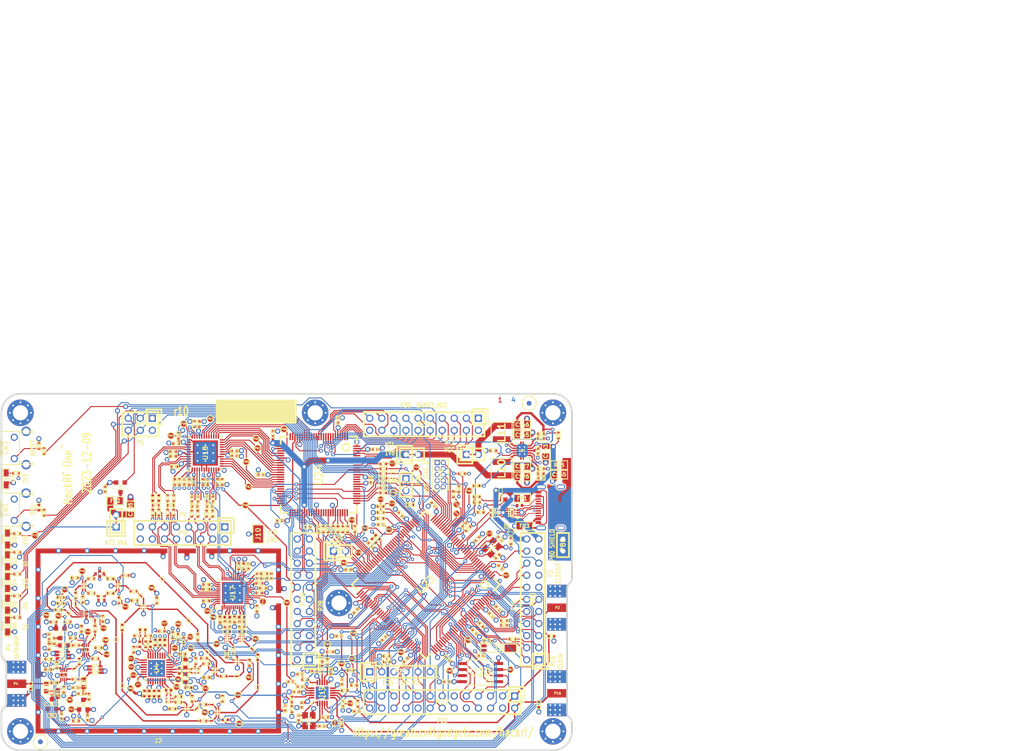
<source format=kicad_pcb>
(kicad_pcb (version 20240108) (generator "pcbnew") (generator_version "8.0")
  (title_block (title "${TITLE}") (date "${DATE}") (rev "${VERSION}") (company "${COPYRIGHT}") (comment 1 "${LICENSE}"))
  (layers (0 "F.Cu" signal "C1F") (1 "In1.Cu" signal "C2") (2 "In2.Cu" signal "C3") (31 "B.Cu" signal "C4B") (34 "B.Paste" user) (35 "F.Paste" user) (36 "B.SilkS" user "B.Silkscreen") (37 "F.SilkS" user "F.Silkscreen") (38 "B.Mask" user) (39 "F.Mask" user) (44 "Edge.Cuts" user))
  (property "COPYRIGHT" "Copyright 2012-2023 Great Scott Gadgets")
  (property "DATE" "2023-12-09")
  (property "LICENSE" "Licensed under the CERN-OHL-P v2")
  (property "TITLE" "HackRF One")
  (property "VERSION" "10")
  (net 0 "")
  (net 1 "!MIX_BYPASS")
  (net 2 "!RX_AMP_PWR")
  (net 3 "!TX_AMP_PWR")
  (net 4 "!VAA_ENABLE")
  (net 5 "/baseband/CLK0")
  (net 6 "/baseband/CLK1")
  (net 7 "/baseband/CLK2")
  (net 8 "/baseband/CLK3")
  (net 9 "/baseband/CLK5")
  (net 10 "/baseband/COM")
  (net 11 "/baseband/CPOUT+")
  (net 12 "/baseband/CPOUT-")
  (net 13 "/baseband/IA+")
  (net 14 "/baseband/IA-")
  (net 15 "/baseband/ID+")
  (net 16 "/baseband/ID-")
  (net 17 "/baseband/INTR")
  (net 18 "/baseband/OEB")
  (net 19 "/baseband/QA+")
  (net 20 "/baseband/QA-")
  (net 21 "/baseband/QD+")
  (net 22 "/baseband/QD-")
  (net 23 "/baseband/REFN")
  (net 24 "/baseband/REFP")
  (net 25 "/baseband/RXBBI+")
  (net 26 "/baseband/RXBBI-")
  (net 27 "/baseband/RXBBQ+")
  (net 28 "/baseband/RXBBQ-")
  (net 29 "/baseband/TXBBI+")
  (net 30 "/baseband/TXBBI-")
  (net 31 "/baseband/TXBBQ+")
  (net 32 "/baseband/TXBBQ-")
  (net 33 "/baseband/XA")
  (net 34 "/baseband/XB")
  (net 35 "/baseband/XCVR_CLKOUT")
  (net 36 "/baseband/XTAL2")
  (net 37 "/frontend/!ANT_BIAS")
  (net 38 "/frontend/REF_IN")
  (net 39 "/frontend/RX_AMP_OUT")
  (net 40 "/frontend/TX_AMP_IN")
  (net 41 "/frontend/TX_AMP_OUT")
  (net 42 "/mcu/usb/power/ADC0_0")
  (net 43 "/mcu/usb/power/ADC0_2")
  (net 44 "/mcu/usb/power/ADC0_5")
  (net 45 "/mcu/usb/power/ADC0_6")
  (net 46 "/mcu/usb/power/B1AUX13")
  (net 47 "/mcu/usb/power/B1AUX14")
  (net 48 "/mcu/usb/power/B2AUX1")
  (net 49 "/mcu/usb/power/B2AUX10")
  (net 50 "/mcu/usb/power/B2AUX11")
  (net 51 "/mcu/usb/power/B2AUX12")
  (net 52 "/mcu/usb/power/B2AUX13")
  (net 53 "/mcu/usb/power/B2AUX14")
  (net 54 "/mcu/usb/power/B2AUX15")
  (net 55 "/mcu/usb/power/B2AUX16")
  (net 56 "/mcu/usb/power/B2AUX2")
  (net 57 "/mcu/usb/power/B2AUX3")
  (net 58 "/mcu/usb/power/B2AUX4")
  (net 59 "/mcu/usb/power/B2AUX5")
  (net 60 "/mcu/usb/power/B2AUX6")
  (net 61 "/mcu/usb/power/B2AUX7")
  (net 62 "/mcu/usb/power/B2AUX8")
  (net 63 "/mcu/usb/power/B2AUX9")
  (net 64 "/mcu/usb/power/BANK2F3M1")
  (net 65 "/mcu/usb/power/BANK2F3M10")
  (net 66 "/mcu/usb/power/BANK2F3M11")
  (net 67 "/mcu/usb/power/BANK2F3M12")
  (net 68 "/mcu/usb/power/BANK2F3M14")
  (net 69 "/mcu/usb/power/BANK2F3M15")
  (net 70 "/mcu/usb/power/BANK2F3M16")
  (net 71 "/mcu/usb/power/BANK2F3M2")
  (net 72 "/mcu/usb/power/BANK2F3M3")
  (net 73 "/mcu/usb/power/BANK2F3M4")
  (net 74 "/mcu/usb/power/BANK2F3M5")
  (net 75 "/mcu/usb/power/BANK2F3M6")
  (net 76 "/mcu/usb/power/BANK2F3M7")
  (net 77 "/mcu/usb/power/BANK2F3M8")
  (net 78 "/mcu/usb/power/BANK2F3M9")
  (net 79 "/mcu/usb/power/CPLD_TCK")
  (net 80 "/mcu/usb/power/CPLD_TDI")
  (net 81 "/mcu/usb/power/CPLD_TDO")
  (net 82 "/mcu/usb/power/CPLD_TMS")
  (net 83 "/mcu/usb/power/DBGEN")
  (net 84 "/mcu/usb/power/DM")
  (net 85 "/mcu/usb/power/DP")
  (net 86 "/mcu/usb/power/EN1V8")
  (net 87 "/mcu/usb/power/GCK0")
  (net 88 "/mcu/usb/power/GPIO3_10")
  (net 89 "/mcu/usb/power/GPIO3_11")
  (net 90 "/mcu/usb/power/GPIO3_12")
  (net 91 "/mcu/usb/power/GPIO3_13")
  (net 92 "/mcu/usb/power/GPIO3_14")
  (net 93 "/mcu/usb/power/GPIO3_15")
  (net 94 "/mcu/usb/power/GPIO3_8")
  (net 95 "/mcu/usb/power/GPIO3_9")
  (net 96 "/mcu/usb/power/GP_CLKIN")
  (net 97 "/mcu/usb/power/I2C1_SCL")
  (net 98 "/mcu/usb/power/I2C1_SDA")
  (net 99 "/mcu/usb/power/I2S0_RX_MCLK")
  (net 100 "/mcu/usb/power/I2S0_RX_SCK")
  (net 101 "/mcu/usb/power/I2S0_RX_SDA")
  (net 102 "/mcu/usb/power/I2S0_RX_WS")
  (net 103 "/mcu/usb/power/I2S0_TX_MCLK")
  (net 104 "/mcu/usb/power/I2S0_TX_SCK")
  (net 105 "/mcu/usb/power/ISP")
  (net 106 "/mcu/usb/power/LED1")
  (net 107 "/mcu/usb/power/LED2")
  (net 108 "/mcu/usb/power/LED3")
  (net 109 "/mcu/usb/power/P1_1")
  (net 110 "/mcu/usb/power/P1_2")
  (net 111 "/mcu/usb/power/P2_13")
  (net 112 "/mcu/usb/power/P2_8")
  (net 113 "/mcu/usb/power/P2_9")
  (net 114 "/mcu/usb/power/REG_OUT1")
  (net 115 "/mcu/usb/power/REG_OUT2")
  (net 116 "/mcu/usb/power/RESET")
  (net 117 "/mcu/usb/power/RREF")
  (net 118 "/mcu/usb/power/RTCX1")
  (net 119 "/mcu/usb/power/RTCX2")
  (net 120 "/mcu/usb/power/RTC_ALARM")
  (net 121 "/mcu/usb/power/SD_CD")
  (net 122 "/mcu/usb/power/SD_CLK")
  (net 123 "/mcu/usb/power/SD_CMD")
  (net 124 "/mcu/usb/power/SD_DAT0")
  (net 125 "/mcu/usb/power/SD_DAT1")
  (net 126 "/mcu/usb/power/SD_DAT2")
  (net 127 "/mcu/usb/power/SD_DAT3")
  (net 128 "/mcu/usb/power/SD_POW")
  (net 129 "/mcu/usb/power/SD_VOLT0")
  (net 130 "/mcu/usb/power/SGPIO0")
  (net 131 "/mcu/usb/power/SGPIO1")
  (net 132 "/mcu/usb/power/SGPIO10")
  (net 133 "/mcu/usb/power/SGPIO11")
  (net 134 "/mcu/usb/power/SGPIO12")
  (net 135 "/mcu/usb/power/SGPIO13")
  (net 136 "/mcu/usb/power/SGPIO14")
  (net 137 "/mcu/usb/power/SGPIO15")
  (net 138 "/mcu/usb/power/SGPIO2")
  (net 139 "/mcu/usb/power/SGPIO3")
  (net 140 "/mcu/usb/power/SGPIO4")
  (net 141 "/mcu/usb/power/SGPIO5")
  (net 142 "/mcu/usb/power/SGPIO6")
  (net 143 "/mcu/usb/power/SGPIO7")
  (net 144 "/mcu/usb/power/SGPIO9")
  (net 145 "/mcu/usb/power/SPIFI_CS")
  (net 146 "/mcu/usb/power/SPIFI_CIPO")
  (net 147 "/mcu/usb/power/SPIFI_COPI")
  (net 148 "/mcu/usb/power/SPIFI_SCK")
  (net 149 "/mcu/usb/power/SPIFI_SIO2")
  (net 150 "/mcu/usb/power/SPIFI_SIO3")
  (net 151 "/mcu/usb/power/TCK")
  (net 152 "/mcu/usb/power/TDI")
  (net 153 "/mcu/usb/power/TDO")
  (net 154 "/mcu/usb/power/TMS")
  (net 155 "/mcu/usb/power/U0_RXD")
  (net 156 "/mcu/usb/power/U0_TXD")
  (net 157 "/mcu/usb/power/USB_SHIELD")
  (net 158 "/mcu/usb/power/VBAT")
  (net 159 "/mcu/usb/power/VBUS")
  (net 160 "/mcu/usb/power/VBUSCTRL")
  (net 161 "/mcu/usb/power/VIN")
  (net 162 "/mcu/usb/power/VREGMODE")
  (net 163 "/mcu/usb/power/WAKEUP")
  (net 164 "/mcu/usb/power/XTAL1")
  (net 165 "/mcu/usb/power/XTAL2")
  (net 166 "AMP_BYPASS")
  (net 167 "CLK6")
  (net 168 "CLKIN")
  (net 169 "CLKOUT")
  (net 170 "CS_AD")
  (net 171 "CS_XCVR")
  (net 172 "DA0")
  (net 173 "DA1")
  (net 174 "DA2")
  (net 175 "DA3")
  (net 176 "DA4")
  (net 177 "DA5")
  (net 178 "DA6")
  (net 179 "DA7")
  (net 180 "DD0")
  (net 181 "DD1")
  (net 182 "DD2")
  (net 183 "DD3")
  (net 184 "DD4")
  (net 185 "DD5")
  (net 186 "DD6")
  (net 187 "DD7")
  (net 188 "DD8")
  (net 189 "DD9")
  (net 190 "GCK1")
  (net 191 "GCK2")
  (net 192 "GND")
  (net 193 "HP")
  (net 194 "LP")
  (net 195 "MCU_CLK")
  (net 196 "MIXER_ENX")
  (net 197 "MIXER_RESETX")
  (net 198 "MIXER_SCLK")
  (net 199 "MIXER_SDATA")
  (net 200 "MIX_BYPASS")
  (net 201 "MIX_CLK")
  (net 202 "RSSI")
  (net 203 "RX")
  (net 204 "RXENABLE")
  (net 205 "RX_AMP")
  (net 206 "RX_IF")
  (net 207 "RX_MIX_BP")
  (net 208 "SCL")
  (net 209 "SDA")
  (net 210 "SGPIO_CLK")
  (net 211 "SSP1_CIPO")
  (net 212 "SSP1_COPI")
  (net 213 "SSP1_SCK")
  (net 214 "TXENABLE")
  (net 215 "TX_AMP")
  (net 216 "TX_IF")
  (net 217 "TX_MIX_BP")
  (net 218 "VAA")
  (net 219 "VCC")
  (net 220 "XCVR_EN")
  (net 221 "Net-(C8-Pad2)")
  (net 222 "Net-(C9-Pad2)")
  (net 223 "Net-(C9-Pad1)")
  (net 224 "Net-(C12-Pad1)")
  (net 225 "Net-(C13-Pad1)")
  (net 226 "Net-(C14-Pad2)")
  (net 227 "Net-(C14-Pad1)")
  (net 228 "Net-(C15-Pad2)")
  (net 229 "Net-(C17-Pad2)")
  (net 230 "Net-(C17-Pad1)")
  (net 231 "Net-(C18-Pad2)")
  (net 232 "Net-(C18-Pad1)")
  (net 233 "Net-(C20-Pad2)")
  (net 234 "Net-(C20-Pad1)")
  (net 235 "Net-(C21-Pad2)")
  (net 236 "Net-(C21-Pad1)")
  (net 237 "Net-(C23-Pad2)")
  (net 238 "Net-(C23-Pad1)")
  (net 239 "Net-(C25-Pad1)")
  (net 240 "Net-(C26-Pad2)")
  (net 241 "Net-(C26-Pad1)")
  (net 242 "Net-(C27-Pad2)")
  (net 243 "Net-(C27-Pad1)")
  (net 244 "Net-(C28-Pad2)")
  (net 245 "Net-(C28-Pad1)")
  (net 246 "Net-(C31-Pad2)")
  (net 247 "Net-(C31-Pad1)")
  (net 248 "Net-(C32-Pad2)")
  (net 249 "Net-(C32-Pad1)")
  (net 250 "Net-(C43-Pad2)")
  (net 251 "Net-(C43-Pad1)")
  (net 252 "Net-(C44-Pad2)")
  (net 253 "Net-(C44-Pad1)")
  (net 254 "Net-(C46-Pad2)")
  (net 255 "Net-(C46-Pad1)")
  (net 256 "Net-(C48-Pad1)")
  (net 257 "Net-(C49-Pad2)")
  (net 258 "Net-(C50-Pad1)")
  (net 259 "Net-(C51-Pad2)")
  (net 260 "Net-(C51-Pad1)")
  (net 261 "Net-(C163-Pad2)")
  (net 262 "Net-(C58-Pad2)")
  (net 263 "Net-(C59-Pad2)")
  (net 264 "Net-(C61-Pad2)")
  (net 265 "Net-(C61-Pad1)")
  (net 266 "Net-(C62-Pad2)")
  (net 267 "Net-(C64-Pad2)")
  (net 268 "Net-(C64-Pad1)")
  (net 269 "Net-(C99-Pad2)")
  (net 270 "Net-(C99-Pad1)")
  (net 271 "Net-(C102-Pad2)")
  (net 272 "Net-(C102-Pad1)")
  (net 273 "Net-(C104-Pad2)")
  (net 274 "Net-(C104-Pad1)")
  (net 275 "Net-(C105-Pad1)")
  (net 276 "Net-(C106-Pad1)")
  (net 277 "Net-(C111-Pad2)")
  (net 278 "Net-(C111-Pad1)")
  (net 279 "Net-(C114-Pad2)")
  (net 280 "Net-(C114-Pad1)")
  (net 281 "Net-(C125-Pad2)")
  (net 282 "Net-(C160-Pad1)")
  (net 283 "Net-(D2-Pad2)")
  (net 284 "Net-(D4-Pad2)")
  (net 285 "Net-(D5-Pad2)")
  (net 286 "Net-(D6-Pad2)")
  (net 287 "Net-(D7-Pad2)")
  (net 288 "Net-(D8-Pad2)")
  (net 289 "Net-(FB1-Pad1)")
  (net 290 "Net-(FB2-Pad1)")
  (net 291 "Net-(FB3-Pad1)")
  (net 292 "Net-(J1-Pad4)")
  (net 293 "Net-(J1-Pad3)")
  (net 294 "Net-(J1-Pad2)")
  (net 295 "Net-(L1-Pad2)")
  (net 296 "Net-(L1-Pad1)")
  (net 297 "Net-(L2-Pad1)")
  (net 298 "Net-(L3-Pad1)")
  (net 299 "Net-(L10-Pad1)")
  (net 300 "Net-(L11-Pad2)")
  (net 301 "Net-(D10-Pad1)")
  (net 302 "Net-(P6-Pad1)")
  (net 303 "Net-(P7-Pad1)")
  (net 304 "Net-(P17-Pad1)")
  (net 305 "Net-(P19-Pad1)")
  (net 306 "Net-(P24-Pad1)")
  (net 307 "Net-(R4-Pad2)")
  (net 308 "Net-(R30-Pad2)")
  (net 309 "Net-(R19-Pad2)")
  (net 310 "Net-(R51-Pad1)")
  (net 311 "Net-(R52-Pad2)")
  (net 312 "Net-(R55-Pad2)")
  (net 313 "Net-(R62-Pad1)")
  (net 314 "/frontend/RX_AMP_IN")
  (net 315 "+1V8")
  (net 376 "Net-(D10-Pad2)")
  (net 377 "Net-(Q1-Pad3)")
  (net 378 "Net-(Q2-Pad3)")
  (net 379 "/mcu/usb/power/ADC0_3")
  (net 380 "cc1")
  (net 381 "cc2")
  (footprint "gsg-modules:LTST-S220" (layer "F.Cu") (at 61.27 148.838 -90)
    (property "Reference" "D6")
    (property "Value" "TXLED" (hide yes))
  )
  (footprint "gsg-modules:LTST-S220" (layer "F.Cu") (at 61.27 139.694 -90)
    (property "Reference" "D4")
    (property "Value" "USBLED" (hide yes))
  )
  (footprint "gsg-modules:LTST-S220" (layer "F.Cu") (at 61.27 130.55 -90)
    (property "Reference" "D8")
    (property "Value" "1V8LED" (hide yes))
  )
  (footprint "gsg-modules:LTST-S220" (layer "F.Cu") (at 61.27 144.266 -90)
    (property "Reference" "D5")
    (property "Value" "RXLED" (hide yes))
  )
  (footprint "gsg-modules:LTST-S220" (layer "F.Cu") (at 61.27 135.122 -90)
    (property "Reference" "D2")
    (property "Value" "VAALED" (hide yes))
  )
  (footprint "GSG-TESTPOINT-30MIL-MASKONLY" (layer "F.Cu") (at 89.31402 142.49908)
    (property "Reference" "TESTPOINT-30MIL-MASKONLY" (hide yes))
    (property "Value" "VAL**" (hide yes))
  )
  (footprint "GSG-TESTPOINT-30MIL-MASKONLY" (layer "F.Cu") (at 84.1046 151.6574)
    (property "Reference" "TESTPOINT-30MIL-MASKONLY" (hide yes))
    (property "Value" "VAL**" (hide yes))
  )
  (footprint "GSG-TESTPOINT-30MIL-MASKONLY" (layer "F.Cu") (at 75.57516 144.21358)
    (property "Reference" "TESTPOINT-30MIL-MASKONLY" (hide yes))
    (property "Value" "VAL**" (hide yes))
  )
  (footprint "GSG-TESTPOINT-30MIL-MASKONLY" (layer "F.Cu") (at 74.0537 146.1516)
    (property "Reference" "TESTPOINT-30MIL-MASKONLY" (hide yes))
    (property "Value" "VAL**" (hide yes))
  )
  (footprint "GSG-TESTPOINT-30MIL-MASKONLY" (layer "F.Cu") (at 93.782 138.932)
    (property "Reference" "TESTPOINT-30MIL-MASKONLY" (hide yes))
    (property "Value" "VAL**" (hide yes))
  )
  (footprint "GSG-TESTPOINT-30MIL-MASKONLY" (layer "F.Cu") (at 85.4 161.3602)
    (property "Reference" "TESTPOINT-30MIL-MASKONLY" (hide yes))
    (property "Value" "VAL**" (hide yes))
  )
  (footprint "GSG-TESTPOINT-30MIL-MASKONLY" (layer "F.Cu") (at 75.33894 157.8483)
    (property "Reference" "TESTPOINT-30MIL-MASKONLY" (hide yes))
    (property "Value" "VAL**" (hide yes))
  )
  (footprint "GSG-TESTPOINT-30MIL-MASKONLY" (layer "F.Cu") (at 79.28 151.506)
    (property "Reference" "TESTPOINT-30MIL-MASKONLY" (hide yes))
    (property "Value" "VAL**" (hide yes))
  )
  (footprint "GSG-TESTPOINT-30MIL-MASKONLY" (layer "F.Cu") (at 113.919 161.74974)
    (property "Reference" "TESTPOINT-30MIL-MASKONLY" (hide yes))
    (property "Value" "VAL**" (hide yes))
  )
  (footprint "GSG-TESTPOINT-30MIL-MASKONLY" (layer "F.Cu") (at 104.11206 168.79824)
    (property "Reference" "TESTPOINT-30MIL-MASKONLY" (hide yes))
    (property "Value" "VAL**" (hide yes))
  )
  (footprint "GSG-TESTPOINT-30MIL-MASKONLY" (layer "F.Cu") (at 104.25176 165.37432)
    (property "Reference" "TESTPOINT-30MIL-MASKONLY" (hide yes))
    (property "Value" "VAL**" (hide yes))
  )
  (footprint "GSG-TESTPOINT-30MIL-MASKONLY" (layer "F.Cu") (at 101.0158 166.26332)
    (property "Reference" "TESTPOINT-30MIL-MASKONLY" (hide yes))
    (property "Value" "VAL**" (hide yes))
  )
  (footprint "GSG-TESTPOINT-30MIL-MASKONLY" (layer "F.Cu") (at 79.6671 147.71116)
    (property "Reference" "TESTPOINT-30MIL-MASKONLY" (hide yes))
    (property "Value" "VAL**" (hide yes))
  )
  (footprint "GSG-TESTPOINT-30MIL-MASKONLY" (layer "F.Cu") (at 109.47654 159.42564)
    (property "Reference" "TESTPOINT-30MIL-MASKONLY" (hide yes))
    (property "Value" "VAL**" (hide yes))
  )
  (footprint "GSG-TESTPOINT-30MIL-MASKONLY" (layer "F.Cu") (at 99.36226 147.6883)
    (property "Reference" "TESTPOINT-30MIL-MASKONLY" (hide yes))
    (property "Value" "VAL**" (hide yes))
  )
  (footprint "GSG-TESTPOINT-30MIL-MASKONLY" (layer "F.Cu") (at 103.23068 154.2796)
    (property "Reference" "TESTPOINT-30MIL-MASKONLY" (hide yes))
    (property "Value" "VAL**" (hide yes))
  )
  (footprint "GSG-TESTPOINT-30MIL-MASKONLY" (layer "F.Cu") (at 112.71504 153.71064)
    (property "Reference" "TESTPOINT-30MIL-MASKONLY" (hide yes))
    (property "Value" "VAL**" (hide yes))
  )
  (footprint "gsg-modules:LTST-S220" (layer "F.Cu") (at 61 117.9 -90)
    (property "Reference" "D7")
    (property "Value" "VCCLED" (hide yes))
  )
  (footprint "GSG-MARK1MM" (layer "F.Cu") (at 171 102)
    (property "Reference" "FID1" (hide yes))
    (property "Value" "FIDUCIAL" (hide yes))
  )
  (footprint "hackrf:GSG-0402" (layer "F.Cu") (at 91.0964 163.0468 -90)
    (property "Reference" "C1")
    (property "Value" "33pF" (hide yes))
  )
  (footprint "hackrf:GSG-0402" (layer "F.Cu") (at 90.0804 163.0468 -90)
    (property "Reference" "C2")
    (property "Value" "10nF" (hide yes))
  )
  (footprint "hackrf:GSG-0402" (layer "F.Cu") (at 93.1284 163.0468 -90)
    (property "Reference" "C3")
    (property "Value" "33pF" (hide yes))
  )
  (footprint "hackrf:GSG-0402" (layer "F.Cu") (at 92.1124 163.0468 -90)
    (property "Reference" "C4")
    (property "Value" "10nF" (hide yes))
  )
  (footprint "hackrf:GSG-0402" (layer "F.Cu") (at 92.341 152.328 90)
    (property "Reference" "C5")
    (property "Value" "33pF" (hide yes))
  )
  (footprint "hackrf:GSG-0402" (layer "F.Cu") (at 93.357 152.328 90)
    (property "Reference" "C6")
    (property "Value" "10nF" (hide yes))
  )
  (footprint "hackrf:GSG-0402" (layer "F.Cu") (at 107.084 168.5762 180)
    (property "Reference" "C7")
    (property "Value" "33pF" (hide yes))
  )
  (footprint "hackrf:GSG-0402" (layer "F.Cu") (at 113.919 155.448 -90)
    (property "Reference" "C8")
    (property "Value" "22pF" (hide yes))
  )
  (footprint "hackrf:GSG-0402" (layer "F.Cu") (at 85.4 149.1682 90)
    (property "Reference" "C9")
    (property "Value" "100nF" (hide yes))
  )
  (footprint "hackrf:GSG-0402" (layer "F.Cu") (at 87.9808 143.4816)
    (property "Reference" "C10")
    (property "Value" "10nF" (hide yes))
  )
  (footprint "hackrf:GSG-0402" (layer "F.Cu") (at 84.7138 143.4622 90)
    (property "Reference" "C11")
    (property "Value" "33pF" (hide yes))
  )
  (footprint "hackrf:GSG-0402" (layer "F.Cu") (at 87.7944 153.8266 -90)
    (property "Reference" "C12")
    (property "Value" "330pF" (hide yes))
  )
  (footprint "hackrf:GSG-0402" (layer "F.Cu") (at 88.5564 150.9056 180)
    (property "Reference" "C13")
    (property "Value" "330pF" (hide yes))
  )
  (footprint "hackrf:GSG-0402" (layer "F.Cu") (at 90.3344 152.6836 90)
    (property "Reference" "C14")
    (property "Value" "8p2" (hide yes))
  )
  (footprint "hackrf:GSG-0402" (layer "F.Cu") (at 90.8424 150.9056)
    (property "Reference" "C15")
    (property "Value" "180pF" (hide yes))
  )
  (footprint "hackrf:GSG-0402" (layer "F.Cu") (at 106.4998 164.1566 90)
    (property "Reference" "C16")
    (property "Value" "10nF" (hide yes))
  )
  (footprint "hackrf:GSG-0402" (layer "F.Cu") (at 82.9358 141.9382)
    (property "Reference" "C17")
    (property "Value" "100nF" (hide yes))
  )
  (footprint "hackrf:GSG-0402" (layer "F.Cu") (at 78.8718 141.9382)
    (property "Reference" "C18")
    (property "Value" "100nF" (hide yes))
  )
  (footprint "hackrf:GSG-0402" (layer "F.Cu") (at 77.0938 143.3352 90)
    (property "Reference" "C19")
    (property "Value" "10nF" (hide yes))
  )
  (footprint "hackrf:GSG-0402" (layer "F.Cu") (at 87.8078 141.5288)
    (property "Reference" "C20")
    (property "Value" "100nF" (hide yes))
  )
  (footprint "hackrf:GSG-0402" (layer "F.Cu") (at 102.4382 165.3794 180)
    (property "Reference" "C21")
    (property "Value" "22pF" (hide yes))
  )
  (footprint "hackrf:GSG-0402" (layer "F.Cu") (at 95.9732 166.2726)
    (property "Reference" "C22")
    (property "Value" "10nF" (hide yes))
  )
  (footprint "hackrf:GSG-0402" (layer "F.Cu") (at 101.2698 151.1808 90)
    (property "Reference" "C23")
    (property "Value" "100nF" (hide yes))
  )
  (footprint "hackrf:GSG-0402" (layer "F.Cu") (at 92.6798 143.4816 -90)
    (property "Reference" "C24")
    (property "Value" "33pF" (hide yes))
  )
  (footprint "hackrf:GSG-0402" (layer "F.Cu") (at 97.1924 163.7326)
    (property "Reference" "C25")
    (property "Value" "100nF" (hide yes))
  )
  (footprint "hackrf:GSG-0402" (layer "F.Cu") (at 78.8718 138.8902 180)
    (property "Reference" "C26")
    (property "Value" "47pF" (hide yes))
  )
  (footprint "hackrf:GSG-0402" (layer "F.Cu") (at 82.9358 138.8902)
    (property "Reference" "C27")
    (property "Value" "47pF" (hide yes))
  )
  (footprint "hackrf:GSG-0402" (layer "F.Cu") (at 97.1924 164.8756)
    (property "Reference" "C28")
    (property "Value" "100nF" (hide yes))
  )
  (footprint "hackrf:GSG-0402" (layer "F.Cu") (at 75.4174 138.7124 180)
    (property "Reference" "C29")
    (property "Value" "33pF" (hide yes))
  )
  (footprint "hackrf:GSG-0402" (layer "F.Cu") (at 86.1 138.2)
    (property "Reference" "C30")
    (property "Value" "10nF" (hide yes))
  )
  (footprint "hackrf:GSG-0402" (layer "F.Cu") (at 75.5952 142.4462 90)
    (property "Reference" "C31")
    (property "Value" "100nF" (hide yes))
  )
  (footprint "hackrf:GSG-0402" (layer "F.Cu") (at 102.4382 168.8084 180)
    (property "Reference" "C32")
    (property "Value" "22pF" (hide yes))
  )
  (footprint "hackrf:GSG-0402" (layer "F.Cu") (at 100.1134 164.139 90)
    (property "Reference" "C33")
    (property "Value" "33pF" (hide yes))
  )
  (footprint "hackrf:GSG-0402" (layer "F.Cu") (at 98.31 151.9216 90)
    (property "Reference" "C34")
    (property "Value" "33pF" (hide yes))
  )
  (footprint "hackrf:GSG-0402" (layer "F.Cu") (at 97.167 151.1596 90)
    (property "Reference" "C35")
    (property "Value" "33pF" (hide yes))
  )
  (footprint "hackrf:GSG-0402" (layer "F.Cu") (at 96.024 150.7786 90)
    (property "Reference" "C36")
    (property "Value" "33pF" (hide yes))
  )
  (footprint "hackrf:GSG-0402" (layer "F.Cu") (at 93.738 149.915 180)
    (property "Reference" "C37")
    (property "Value" "33pF" (hide yes))
  )
  (footprint "hackrf:GSG-0402" (layer "F.Cu") (at 72.4456 142.8272)
    (property "Reference" "C38")
    (property "Value" "33pF" (hide yes))
  )
  (footprint "hackrf:GSG-0402" (layer "F.Cu") (at 81.3054 147.3454 90)
    (property "Reference" "C39")
    (property "Value" "33pF" (hide yes))
  )
  (footprint "hackrf:GSG-0402" (layer "F.Cu") (at 72.4456 144.0718)
    (property "Reference" "C40")
    (property "Value" "33pF" (hide yes))
  )
  (footprint "hackrf:GSG-0402" (layer "F.Cu") (at 99.326 161.8276)
    (property "Reference" "C41")
    (property "Value" "100pF" (hide yes))
  )
  (footprint "hackrf:GSG-0402" (layer "F.Cu") (at 98.056 154.7156 180)
    (property "Reference" "C42")
    (property "Value" "100pF" (hide yes))
  )
  (footprint "hackrf:GSG-0402" (layer "F.Cu") (at 72.009 145.415 180)
    (property "Reference" "C43")
    (property "Value" "22pF" (hide yes))
  )
  (footprint "hackrf:GSG-0402" (layer "F.Cu") (at 79.6798 149.4282 90)
    (property "Reference" "C44")
    (property "Value" "100nF" (hide yes))
  )
  (footprint "hackrf:GSG-0402" (layer "F.Cu") (at 102.5906 155.6512)
    (property "Reference" "C45")
    (property "Value" "33pF" (hide yes))
  )
  (footprint "hackrf:GSG-0402" (layer "F.Cu") (at 103.0478 156.7942 180)
    (property "Reference" "C46")
    (property "Value" "100nF" (hide yes))
  )
  (footprint "hackrf:GSG-0402" (layer "F.Cu") (at 112.1664 156.5656 90)
    (property "Reference" "C47")
    (property "Value" "33pF" (hide yes))
  )
  (footprint "hackrf:GSG-0402" (layer "F.Cu") (at 108.7374 154.0002 90)
    (property "Reference" "C48")
    (property "Value" "22pF" (hide yes))
  )
  (footprint "hackrf:GSG-0402" (layer "F.Cu") (at 100.85 156.2396 -90)
    (property "Reference" "C49")
    (property "Value" "100nF" (hide yes))
  )
  (footprint "hackrf:GSG-0402" (layer "F.Cu") (at 75.678 152.92)
    (property "Reference" "C50")
    (property "Value" "100nF" (hide yes))
  )
  (footprint "hackrf:GSG-0402" (layer "F.Cu") (at 106.7414 159.434 180)
    (property "Reference" "C51")
    (property "Value" "22pF" (hide yes))
  )
  (footprint "hackrf:GSG-0402" (layer "F.Cu") (at 70 153.2 -90)
    (property "Reference" "C52")
    (property "Value" "100pF" (hide yes))
  )
  (footprint "hackrf:GSG-0402" (layer "F.Cu") (at 70.9474 147.9998 180)
    (property "Reference" "C53")
    (property "Value" "1uF" (hide yes))
  )
  (footprint "hackrf:GSG-0402" (layer "F.Cu") (at 103.124 159.6644 180)
    (property "Reference" "C54")
    (property "Value" "10nF" (hide yes))
  )
  (footprint "hackrf:GSG-0402" (layer "F.Cu") (at 80.377 153.428)
    (property "Reference" "C55")
    (property "Value" "33pF" (hide yes))
  )
  (footprint "hackrf:GSG-0402" (layer "F.Cu") (at 107.3912 154.8638 90)
    (property "Reference" "C56")
    (property "Value" "10nF" (hide yes))
  )
  (footprint "hackrf:GSG-0402" (layer "F.Cu") (at 76.835 149.4282 90)
    (property "Reference" "C57")
    (property "Value" "33pF" (hide yes))
  )
  (footprint "hackrf:GSG-0402" (layer "F.Cu") (at 71.614 157.111 90)
    (property "Reference" "C58")
    (property "Value" "100nF" (hide yes))
  )
  (footprint "hackrf:GSG-0402" (layer "F.Cu") (at 79.742 155.714)
    (property "Reference" "C59")
    (property "Value" "100nF" (hide yes))
  )
  (footprint "hackrf:GSG-0402" (layer "F.Cu") (at 75.043 151.396)
    (property "Reference" "C60")
    (property "Value" "33pF" (hide yes))
  )
  (footprint "hackrf:GSG-0402" (layer "F.Cu") (at 76.3638 156.3236 90)
    (property "Reference" "C61")
    (property "Value" "100nF" (hide yes))
  )
  (footprint "hackrf:GSG-0402" (layer "F.Cu") (at 75.551 160.032)
    (property "Reference" "C62")
    (property "Value" "100nF" (hide yes))
  )
  (footprint "hackrf:GSG-0402" (layer "F.Cu") (at 73.0872 162.2418 -90)
    (property "Reference" "C63")
    (property "Value" "33pF" (hide yes))
  )
  (footprint "hackrf:GSG-0402" (layer "F.Cu") (at 71.13 160.81 180)
    (property "Reference" "C64")
    (property "Value" "100nF" (hide yes))
  )
  (footprint "hackrf:GSG-0402" (layer "F.Cu") (at 69.836 158)
    (property "Reference" "C65")
    (property "Value" "33pF" (hide yes))
  )
  (footprint "hackrf:GSG-0402" (layer "F.Cu") (at 69.836 155.841)
    (property "Reference" "C66")
    (property "Value" "33pF" (hide yes))
  )
  (footprint "hackrf:GSG-0402" (layer "F.Cu") (at 121.0802 164.2964 -90)
    (property "Reference" "C67")
    (property "Value" "33pF" (hide yes))
  )
  (footprint "hackrf:GSG-0402" (layer "F.Cu") (at 127.4624 155.7214 90)
    (property "Reference" "C68")
    (property "Value" "100pF" (hide yes))
  )
  (footprint "hackrf:GSG-0402" (layer "F.Cu") (at 129.088 154.2736)
    (property "Reference" "C69")
    (property "Value" "100pF" (hide yes))
  )
  (footprint "hackrf:GSG-0402" (layer "F.Cu") (at 121.0802 166.3284 -90)
    (property "Reference" "C70")
    (property "Value" "100pF" (hide yes))
  )
  (footprint "hackrf:GSG-0402" (layer "F.Cu") (at 100.4824 118.5578 -90)
    (property "Reference" "C71")
    (property "Value" "100nF" (hide yes))
  )
  (footprint "hackrf:GSG-0402" (layer "F.Cu") (at 99.4664 118.5578 -90)
    (property "Reference" "C72")
    (property "Value" "2.2uF" (hide yes))
  )
  (footprint "hackrf:GSG-0402" (layer "F.Cu") (at 103.4034 118.5578 -90)
    (property "Reference" "C73")
    (property "Value" "100nF" (hide yes))
  )
  (footprint "hackrf:GSG-0402" (layer "F.Cu") (at 102.3874 118.5578 -90)
    (property "Reference" "C74")
    (property "Value" "2.2uF" (hide yes))
  )
  (footprint "hackrf:GSG-0402" (layer "F.Cu") (at 105.4354 118.5578 -90)
    (property "Reference" "C75")
    (property "Value" "100nF" (hide yes))
  )
  (footprint "hackrf:GSG-0402" (layer "F.Cu") (at 106.4514 118.5578 -90)
    (property "Reference" "C76")
    (property "Value" "2.2uF" (hide yes))
  )
  (footprint "hackrf:GSG-0402" (layer "F.Cu") (at 101.6254 106.3658 90)
    (property "Reference" "C77")
    (property "Value" "100nF" (hide yes))
  )
  (footprint "hackrf:GSG-0402" (layer "F.Cu") (at 100.6094 106.3658 90)
    (property "Reference" "C78")
    (property "Value" "2.2uF" (hide yes))
  )
  (footprint "hackrf:GSG-0402" (layer "F.Cu") (at 96.7359 110.4933 180)
    (property "Reference" "C79")
    (property "Value" "100nF" (hide yes))
  )
  (footprint "hackrf:GSG-0402" (layer "F.Cu") (at 97.2439 108.8423 90)
    (property "Reference" "C80")
    (property "Value" "2.2uF" (hide yes))
  )
  (footprint "hackrf:GSG-0402" (layer "F.Cu") (at 96.1009 113.1603 180)
    (property "Reference" "C81")
    (property "Value" "100nF" (hide yes))
  )
  (footprint "hackrf:GSG-0402" (layer "F.Cu") (at 96.1009 112.1443 180)
    (property "Reference" "C82")
    (property "Value" "2.2uF" (hide yes))
  )
  (footprint "hackrf:GSG-0402" (layer "F.Cu") (at 96.3549 115.3193 180)
    (property "Reference" "C83")
    (property "Value" "100nF" (hide yes))
  )
  (footprint "hackrf:GSG-0402" (layer "F.Cu") (at 105.9815 147.4851 -90)
    (property "Reference" "C84")
    (property "Value" "22pF" (hide yes))
  )
  (footprint "hackrf:GSG-0402" (layer "F.Cu") (at 109.0295 147.4851 -90)
    (property "Reference" "C85")
    (property "Value" "22pF" (hide yes))
  )
  (footprint "hackrf:GSG-0402" (layer "F.Cu") (at 113.7285 145.1991 -90)
    (property "Reference" "C86")
    (property "Value" "22pF" (hide yes))
  )
  (footprint "hackrf:GSG-0402" (layer "F.Cu") (at 114.2365 141.8971)
    (property "Reference" "C87")
    (property "Value" "10nF" (hide yes))
  )
  (footprint "hackrf:GSG-0402" (layer "F.Cu") (at 114.9985 140.8811)
    (property "Reference" "C88")
    (property "Value" "10nF" (hide yes))
  )
  (footprint "hackrf:GSG-0402" (layer "F.Cu") (at 114.2365 139.8651)
    (property "Reference" "C89")
    (property "Value" "10nF" (hide yes))
  )
  (footprint "hackrf:GSG-0402" (layer "F.Cu") (at 109.9185 136.3091 90)
    (property "Reference" "C90")
    (property "Value" "100pF" (hide yes))
  )
  (footprint "hackrf:GSG-0402" (layer "F.Cu") (at 110.9345 136.3091 90)
    (property "Reference" "C91")
    (property "Value" "100nF" (hide yes))
  )
  (footprint "hackrf:GSG-0402" (layer "F.Cu") (at 103.0605 140.1191 180)
    (property "Reference" "C92")
    (property "Value" "10nF" (hide yes))
  )
  (footprint "hackrf:GSG-0402" (layer "F.Cu") (at 103.0605 141.1351 180)
    (property "Reference" "C93")
    (property "Value" "10nF" (hide yes))
  )
  (footprint "hackrf:GSG-0402" (layer "F.Cu") (at 103.0605 143.5481 180)
    (property "Reference" "C94")
    (property "Value" "22pF" (hide yes))
  )
  (footprint "hackrf:GSG-0402" (layer "F.Cu") (at 92.456 123.46)
    (property "Reference" "C95")
    (property "Value" "22pF" (hide yes))
  )
  (footprint "hackrf:GSG-0402" (layer "F.Cu") (at 95.5802 123.46)
    (property "Reference" "C96")
    (property "Value" "22pF" (hide yes))
  )
  (footprint "hackrf:GSG-0402" (layer "F.Cu") (at 96.4184 118.5578 -90)
    (property "Reference" "C97")
    (property "Value" "330nF" (hide yes))
  )
  (footprint "hackrf:GSG-0402" (layer "F.Cu") (at 97.4344 118.5578 -90)
    (property "Reference" "C98")
    (property "Value" "330nF" (hide yes))
  )
  (footprint "hackrf:GSG-0402" (layer "F.Cu") (at 106.9975 148.5011 -90)
    (property "Reference" "C99")
    (property "Value" "22pF" (hide yes))
  )
  (footprint "hackrf:GSG-0402" (layer "F.Cu") (at 98.4504 118.5578 -90)
    (property "Reference" "C100")
    (property "Value" "330nF" (hide yes))
  )
  (footprint "hackrf:GSG-0402" (layer "F.Cu") (at 100.6475 123.7013)
    (property "Reference" "C101")
    (property "Value" "22pF" (hide yes))
  )
  (footprint "hackrf:GSG-0402" (layer "F.Cu") (at 108.0135 148.5011 -90)
    (property "Reference" "C102")
    (property "Value" "22pF" (hide yes))
  )
  (footprint "hackrf:GSG-0402" (layer "F.Cu") (at 103.7717 123.7013)
    (property "Reference" "C103")
    (property "Value" "22pF" (hide yes))
  )
  (footprint "hackrf:GSG-0402" (layer "F.Cu") (at 110.0455 148.5011 -90)
    (property "Reference" "C104")
    (property "Value" "3pF" (hide yes))
  )
  (footprint "hackrf:GSG-0805" (layer "F.Cu") (at 87.1526 124.3524 90)
    (property "Reference" "C105")
    (property "Value" "10uF" (hide yes))
  )
  (footprint "hackrf:GSG-0402" (layer "F.Cu") (at 111.9505 136.3091 90)
    (property "Reference" "C106")
    (property "Value" "1uF" (hide yes))
  )
  (footprint "hackrf:GSG-0402" (layer "F.Cu") (at 104.4702 122.1646 90)
    (property "Reference" "C107")
    (property "Value" "22pF" (hide yes))
  )
  (footprint "hackrf:GSG-0402" (layer "F.Cu") (at 103.2002 122.1646 90)
    (property "Reference" "C108")
    (property "Value" "22pF" (hide yes))
  )
  (footprint "hackrf:GSG-0402" (layer "F.Cu") (at 101.346 122.1646 90)
    (property "Reference" "C109")
    (property "Value" "22pF" (hide yes))
  )
  (footprint "hackrf:GSG-0402" (layer "F.Cu") (at 100.076 122.1646 90)
    (property "Reference" "C110")
    (property "Value" "22pF" (hide yes))
  )
  (footprint "hackrf:GSG-0402" (layer "F.Cu") (at 111.0615 148.5011 -90)
    (property "Reference" "C111")
    (property "Value" "3pF" (hide yes))
  )
  (footprint "hackrf:GSG-0402" (layer "F.Cu") (at 113.7285 138.3411 -90)
    (property "Reference" "C112")
    (property "Value" "180pF" (hide yes))
  )
  (footprint "hackrf:GSG-0402" (layer "F.Cu") (at 123.1512 165.466 -90)
    (property "Reference" "C113")
    (property "Value" "100nF" (hide yes))
  )
  (footprint "hackrf:GSG-0402" (layer "F.Cu") (at 116.7765 138.3411 -90)
    (property "Reference" "C114")
    (property "Value" "3.3nF" (hide yes))
  )
  (footprint "hackrf:GSG-0402" (layer "F.Cu") (at 122.8142 161.6142 180)
    (property "Reference" "C115")
    (property "Value" "33pF" (hide yes))
  )
  (footprint "hackrf:GSG-0402" (layer "F.Cu") (at 120.8584 160.5474 180)
    (property "Reference" "C116")
    (property "Value" "47pF" (hide yes))
  )
  (footprint "hackrf:GSG-0402" (layer "F.Cu") (at 160.9 155.1 180)
    (property "Reference" "C118")
    (property "Value" "18pF" (hide yes))
  )
  (footprint "hackrf:GSG-0402" (layer "F.Cu") (at 129.2472 158.481 90)
    (property "Reference" "C119")
    (property "Value" "100nF" (hide yes))
  )
  (footprint "hackrf:GSG-0402" (layer "F.Cu") (at 131.628 160.6236 90)
    (property "Reference" "C120")
    (property "Value" "100nF" (hide yes))
  )
  (footprint "hackrf:GSG-0402" (layer "F.Cu") (at 122.0268 162.7064 180)
    (property "Reference" "C121")
    (property "Value" "100nF" (hide yes))
  )
  (footprint "hackrf:GSG-0402" (layer "F.Cu") (at 125.8368 158.3122 180)
    (property "Reference" "C122")
    (property "Value" "100nF" (hide yes))
  )
  (footprint "hackrf:GSG-0402" (layer "F.Cu") (at 108.9914 113.0587)
    (property "Reference" "C123")
    (property "Value" "100nF" (hide yes))
  )
  (footprint "hackrf:GSG-0402" (layer "F.Cu") (at 108.9914 112.0427)
    (property "Reference" "C124")
    (property "Value" "2.2uF" (hide yes))
  )
  (footprint "hackrf:GSG-0402" (layer "F.Cu") (at 173.467 117.7932 180)
    (property "Reference" "C125")
    (property "Value" "33pF" (hide yes))
  )
  (footprint "hackrf:GSG-0805" (layer "F.Cu") (at 169.53 117.4122)
    (property "Reference" "C126")
    (property "Value" "10uF" (hide yes))
  )
  (footprint "hackrf:GSG-0805" (layer "F.Cu") (at 169.53 115.2532)
    (property "Reference" "C127")
    (property "Value" "10uF" (hide yes))
  )
  (footprint "hackrf:GSG-0402" (layer "F.Cu") (at 150.84628 123.279349 135)
    (property "Reference" "C128")
    (property "Value" "100nF" (hide yes))
  )
  (footprint "hackrf:GSG-0402" (layer "F.Cu") (at 143.931482 125.344808 135)
    (property "Reference" "C129")
    (property "Value" "100nF" (hide yes))
  )
  (footprint "hackrf:GSG-0402" (layer "F.Cu") (at 137.555501 131.72079 135)
    (property "Reference" "C130")
    (property "Value" "100nF" (hide yes))
  )
  (footprint "hackrf:GSG-0402" (layer "F.Cu") (at 132.898 137.0016 180)
    (property "Reference" "C131")
    (property "Value" "100nF" (hide yes))
  )
  (footprint "hackrf:GSG-0402" (layer "F.Cu") (at 134.4982 145.7138 -135)
    (property "Reference" "C132")
    (property "Value" "100nF" (hide yes))
  )
  (footprint "hackrf:GSG-0402" (layer "F.Cu") (at 140.429183 151.477353 -135)
    (property "Reference" "C133")
    (property "Value" "100nF" (hide yes))
  )
  (footprint "hackrf:GSG-0402" (layer "F.Cu") (at 145.009113 156.057284 -135)
    (property "Reference" "C134")
    (property "Value" "100nF" (hide yes))
  )
  (footprint "hackrf:GSG-0402" (layer "F.Cu") (at 153.809764 155.698074 -45)
    (property "Reference" "C135")
    (property "Value" "100nF" (hide yes))
  )
  (footprint "hackrf:GSG-0402" (layer "F.Cu") (at 159.467325 150.040512 -45)
    (property "Reference" "C136")
    (property "Value" "100nF" (hide yes))
  )
  (footprint "hackrf:GSG-0402" (layer "F.Cu") (at 160.904166 148.603671 -45)
    (property "Reference" "C137")
    (property "Value" "100nF" (hide yes))
  )
  (footprint "hackrf:GSG-0402" (layer "F.Cu") (at 162.969625 146.538212 -45)
    (property "Reference" "C138")
    (property "Value" "100nF" (hide yes))
  )
  (footprint "hackrf:GSG-0402" (layer "F.Cu") (at 164.406466 145.101371 -45)
    (property "Reference" "C139")
    (property "Value" "100nF" (hide yes))
  )
  (footprint "hackrf:GSG-0402" (layer "F.Cu") (at 164.945282 136.480325 -45)
    (property "Reference" "C140")
    (property "Value" "100nF" (hide yes))
  )
  (footprint "hackrf:GSG-0402" (layer "F.Cu") (at 157.312064 127.589872 45)
    (property "Reference" "C141")
    (property "Value" "100nF" (hide yes))
  )
  (footprint "hackrf:GSG-0402" (layer "F.Cu") (at 160.095943 130.553356 45)
    (property "Reference" "C142")
    (property "Value" "100nF" (hide yes))
  )
  (footprint "hackrf:GSG-0805" (layer "F.Cu") (at 174.483 112.0782 -90)
    (property "Reference" "C143")
    (property "Value" "10uF" (hide yes))
  )
  (footprint "hackrf:GSG-0402" (layer "F.Cu") (at 153.6192 160.5788 180)
    (property "Reference" "C144")
    (property "Value" "100nF" (hide yes))
  )
  (footprint "hackrf:GSG-0805" (layer "F.Cu") (at 169.53 108.6492 180)
    (property "Reference" "C145")
    (property "Value" "10uF" (hide yes))
  )
  (footprint "hackrf:GSG-0805" (layer "F.Cu") (at 169.53 106.4902 180)
    (property "Reference" "C146")
    (property "Value" "10uF" (hide yes))
  )
  (footprint "hackrf:GSG-0402" (layer "F.Cu") (at 172.832 112.0782 -90)
    (property "Reference" "C147")
    (property "Value" "100nF" (hide yes))
  )
  (footprint "hackrf:GSG-0402" (layer "F.Cu") (at 137.668 118.1608 -90)
    (property "Reference" "C148")
    (property "Value" "100nF" (hide yes))
  )
  (footprint "hackrf:GSG-0402" (layer "F.Cu") (at 138.5876 111.7032)
    (property "Reference" "C149")
    (property "Value" "100nF" (hide yes))
  )
  (footprint "hackrf:GSG-0402" (layer "F.Cu") (at 130.81 105.5878 90)
    (property "Reference" "C150")
    (property "Value" "100nF" (hide yes))
  )
  (footprint "hackrf:GSG-0402" (layer "F.Cu") (at 124.4144 128.01)
    (property "Reference" "C152")
    (property "Value" "100nF" (hide yes))
  )
  (footprint "hackrf:GSG-0402" (layer "F.Cu") (at 114.554 117.0178 180)
    (property "Reference" "C153")
    (property "Value" "100nF" (hide yes))
  )
  (footprint "hackrf:GSG-0402" (layer "F.Cu") (at 118.4962 126.6892 180)
    (property "Reference" "C154")
    (property "Value" "100nF" (hide yes))
  )
  (footprint "hackrf:GSG-0805" (layer "F.Cu") (at 177.3 117 180)
    (property "Reference" "C155")
    (property "Value" "DNP" (hide yes))
  )
  (footprint "hackrf:GSG-0402" (layer "F.Cu") (at 122.7634 158.998 180)
    (property "Reference" "C156")
    (property "Value" "47pF" (hide yes))
  )
  (footprint "hackrf:GSG-0402" (layer "F.Cu") (at 164.316664 134.235261 45)
    (property "Reference" "C157")
    (property "Value" "18pF" (hide yes))
  )
  (footprint "hackrf:GSG-0402" (layer "F.Cu") (at 164.855479 130.463554 -45)
    (property "Reference" "C158")
    (property "Value" "18pF" (hide yes))
  )
  (footprint "hackrf:GSG-0402" (layer "F.Cu") (at 130.993 150.9716 180)
    (property "Reference" "C159")
    (property "Value" "100pF" (hide yes))
  )
  (footprint "hackrf:GSG-0402" (layer "F.Cu") (at 75.551 161.81 180)
    (property "Reference" "C160")
    (property "Value" "100pF" (hide yes))
  )
  (footprint "hackrf:GSG-0402" (layer "F.Cu") (at 78.1057 168.1848 -90)
    (property "Reference" "C161")
    (property "Value" "1uF" (hide yes))
  )
  (footprint "hackrf:GSG-0402" (layer "F.Cu") (at 76.694 163.08)
    (property "Reference" "C162")
    (property "Value" "10nF" (hide yes))
  )
  (footprint "hackrf:GSG-0402" (layer "F.Cu") (at 70 151.1 -90)
    (property "Reference" "C163")
    (property "Value" "10nF" (hide yes))
  )
  (footprint "hackrf:GSG-0402" (layer "F.Cu") (at 162 151.9)
    (property "Reference" "C164")
    (property "Value" "18pF" (hide yes))
  )
  (footprint "hackrf:GSG-0402" (layer "F.Cu") (at 134.7014 166.7958 180)
    (property "Reference" "C165")
    (property "Value" "100pF" (hide yes))
  )
  (footprint "hackrf:GSG-0402" (layer "F.Cu") (at 119.7154 166.1354 -90)
    (property "Reference" "C166")
    (property "Value" "100nF" (hide yes))
  )
  (footprint "hackrf:GSG-0402" (layer "F.Cu") (at 81.7932 120.1106 -90)
    (property "Reference" "C167")
    (property "Value" "100nF" (hide yes))
  )
  (footprint "hackrf:GSG-0402" (layer "F.Cu") (at 139.756 127.502 180)
    (property "Reference" "C168")
    (property "Value" "100pF" (hide yes))
  )
  (footprint "hackrf:GSG-0402" (layer "F.Cu") (at 127.381 169.9006 180)
    (property "Reference" "C169")
    (property "Value" "1.8pF" (hide yes))
  )
  (footprint "hackrf:GSG-0402" (layer "F.Cu") (at 122.5 168.2 90)
    (property "Reference" "C170")
    (property "Value" "1.8pF" (hide yes))
  )
  (footprint "hackrf:GSG-0402" (layer "F.Cu") (at 72.6174 167.8778 -90)
    (property "Reference" "C171")
    (property "Value" "1uF" (hide yes))
  )
  (footprint "hackrf:GSG-0402" (layer "F.Cu") (at 66.2 161.5 90)
    (property "Reference" "D1")
    (property "Value" "GSG-DIODE-TVS-BI" (hide yes))
  )
  (footprint "hackrf:GSG-0402" (layer "F.Cu") (at 173.03 165.3734 90)
    (property "Reference" "D3")
    (property "Value" "GSG-DIODE-TVS-BI" (hide yes))
  )
  (footprint "hackrf:GSG-0402" (layer "F.Cu") (at 175.6778 151 180)
    (property "Reference" "D9")
    (property "Value" "GSG-DIODE-TVS-BI" (hide yes))
  )
  (footprint "hackrf:GSG-0805" (layer "F.Cu") (at 169.516 122 180)
    (property "Reference" "FB1")
    (property "Value" "FILTER" (hide yes))
  )
  (footprint "hackrf:GSG-0805" (layer "F.Cu") (at 83.9216 122.5296 180)
    (property "Reference" "FB2")
    (property "Value" "FILTER" (hide yes))
  )
  (footprint "hackrf:GSG-0805" (layer "F.Cu") (at 170.016 127.8 180)
    (property "Reference" "FB3")
    (property "Value" "FILTER" (hide yes))
  )
  (footprint "hackrf:GSG-SHIELD-BMI-S-230" (layer "F.Cu") (at 93 152)
    (property "Reference" "J2")
    (property "Value" "RF-SHIELD-FRAME" (hide yes))
  )
  (footprint "hackrf:GSG-HOLE126MIL-COPPER" (layer "F.Cu") (at 64 104)
    (property "Reference" "J4" (hide yes))
    (property "Value" "MOUNTING_HOLE" (hide yes))
  )
  (footprint "hackrf:GSG-HOLE126MIL-COPPER" (layer "F.Cu") (at 64 171)
    (property "Reference" "J5" (hide yes))
    (property "Value" "MOUNTING_HOLE" (hide yes))
  )
  (footprint "hackrf:GSG-HOLE126MIL-COPPER" (layer "F.Cu") (at 176 171)
    (property "Reference" "J6" (hide yes))
    (property "Value" "MOUNTING_HOLE" (hide yes))
  )
  (footprint "hackrf:GSG-HOLE126MIL-COPPER" (layer "F.Cu") (at 176 104)
    (property "Reference" "J7" (hide yes))
    (property "Value" "MOUNTING_HOLE" (hide yes))
  )
  (footprint "hackrf:GSG-HOLE126MIL-COPPER" (layer "F.Cu") (at 126 104)
    (property "Reference" "J8" (hide yes))
    (property "Value" "MOUNTING_HOLE" (hide yes))
  )
  (footprint "hackrf:GSG-HOLE126MIL-COPPER" (layer "F.Cu") (at 131 144)
    (property "Reference" "J9" (hide yes))
    (property "Value" "MOUNTING_HOLE" (hide yes))
  )
  (footprint "hackrf:GSG-TEST-POINT-S1751-46R" (layer "F.Cu") (at 114 129.5 -90)
    (property "Reference" "J10")
    (property "Value" "GND_CLIP" (hide yes))
  )
  (footprint "hackrf:GSG-0402" (layer "F.Cu") (at 95.1604 162.3356)
    (property "Reference" "L1")
    (property "Value" "DNP" (hide yes))
  )
  (footprint "hackrf:GSG-0603" (layer "F.Cu") (at 98.691 159.7956 -90)
    (property "Reference" "L2")
    (property "Value" "10uH" (hide yes))
  )
  (footprint "hackrf:GSG-0603" (layer "F.Cu") (at 98.691 156.7476 90)
    (property "Reference" "L3")
    (property "Value" "10uH" (hide yes))
  )
  (footprint "hackrf:GSG-0402" (layer "F.Cu") (at 97.421 158.2716 -90)
    (property "Reference" "L4")
    (property "Value" "DNP" (hide yes))
  )
  (footprint "hackrf:GSG-0603" (layer "F.Cu") (at 73.138 152.92)
    (property "Reference" "L5")
    (property "Value" "10uH" (hide yes))
  )
  (footprint "hackrf:GSG-0402" (layer "F.Cu") (at 107.5055 150.0251)
    (property "Reference" "L6")
    (property "Value" "DNP" (hide yes))
  )
  (footprint "hackrf:GSG-0402" (layer "F.Cu") (at 107.5055 146.9771)
    (property "Reference" "L7")
    (property "Value" "6.2nH" (hide yes))
  )
  (footprint "hackrf:GSG-0402" (layer "F.Cu") (at 110.5535 150.0251)
    (property "Reference" "L8")
    (property "Value" "DNP" (hide yes))
  )
  (footprint "hackrf:GSG-0402" (layer "F.Cu") (at 110.5535 146.9771)
    (property "Reference" "L9")
    (property "Value" "DNP" (hide yes))
  )
  (footprint "hackrf:GSG-NRG4026" (layer "F.Cu") (at 165.212 115.7612 -90)
    (property "Reference" "L10")
    (property "Value" "4u7" (hide yes))
  )
  (footprint "hackrf:GSG-NRG4026" (layer "F.Cu") (at 165.212 108.1412 -90)
    (property "Reference" "L11")
    (property "Value" "4u7" (hide yes))
  )
  (footprint "hackrf:GSG-0603" (layer "F.Cu") (at 77.329 160.921 90)
    (property "Reference" "L12")
    (property "Value" "10uH" (hide yes))
  )
  (footprint "hackrf:GSG-0603" (layer "F.Cu") (at 69.4 161.8 90)
    (property "Reference" "L13")
    (property "Value" "10uH" (hide yes))
  )
  (footprint "hackrf:GSG-SMA-73251-2120" (layer "F.Cu") (at 178.97 145 180)
    (property "Reference" "P2")
    (property "Value" "CLKOUT" (hide yes))
  )
  (footprint "hackrf:GSG-HEADER-NOMARK-1x2" (layer "F.Cu") (at 145.09 119.12 -90)
    (property "Reference" "P3")
    (property "Value" "GND" (hide yes))
  )
  (footprint "hackrf:GSG-SMA-73251-2120" (layer "F.Cu") (at 61.03 161)
    (property "Reference" "P4")
    (property "Value" "ANTENNA" (hide yes))
  )
  (footprint "hackrf:GSG-HEADER-2x3" (layer "F.Cu") (at 89.21 106.42 180)
    (property "Reference" "P5")
    (property "Value" "LEDS" (hide yes))
  )
  (footprint "hackrf:GSG-TESTPOINT-50MIL" (layer "F.Cu") (at 97.155 160.0708)
    (property "Reference" "P6")
    (property "Value" "GPO4" (hide yes))
  )
  (footprint "hackrf:GSG-TESTPOINT-50MIL" (layer "F.Cu") (at 88.7222 161.163)
    (property "Reference" "P7")
    (property "Value" "GPO2" (hide yes))
  )
  (footprint "hackrf:GSG-HEADER-2x8" (layer "F.Cu") (at 98.1 129.28 180)
    (property "Reference" "P9")
    (property "Value" "BASEBAND" (hide yes))
  )
  (footprint "hackrf:GSG-TESTPOINT-50MIL" (layer "F.Cu") (at 87.7622 159.1758)
    (property "Reference" "P13")
    (property "Value" "GPO1" (hide yes))
  )
  (footprint "hackrf:GSG-TESTPOINT-50MIL" (layer "F.Cu") (at 114.991 143.7072 90)
    (property "Reference" "P14")
    (property "Value" "XCVR_CLKOUT" (hide yes))
  )
  (footprint "hackrf:GSG-TESTPOINT-50MIL" (layer "F.Cu") (at 130.175 169.2402 90)
    (property "Reference" "P15")
    (property "Value" "INTR" (hide yes))
  )
  (footprint "hackrf:GSG-SMA-73251-2120" (layer "F.Cu") (at 178.97 163 180)
    (property "Reference" "P16")
    (property "Value" "CLKIN" (hide yes))
  )
  (footprint "hackrf:GSG-TESTPOINT-50MIL" (layer "F.Cu") (at 87.2796 155.696)
    (property "Reference" "P17")
    (property "Value" "GPO6" (hide yes))
  )
  (footprint "hackrf:GSG-TESTPOINT-50MIL" (layer "F.Cu") (at 133.35 165.1 180)
    (property "Reference" "P18")
    (property "Value" "OEB" (hide yes))
  )
  (footprint "hackrf:GSG-TESTPOINT-50MIL" (layer "F.Cu") (at 96.8554 161.665)
    (property "Reference" "P19")
    (property "Value" "GPO3" (hide yes))
  )
  (footprint "hackrf:GSG-HEADER-2x11" (layer "F.Cu") (at 171.76 143.25 90)
    (property "Reference" "P20")
    (property "Value" "GPIO" (hide yes))
  )
  (footprint "hackrf:GSG-TESTPOINT-50MIL" (layer "F.Cu") (at 87.3304 157.4486)
    (property "Reference" "P21")
    (property "Value" "REF_IN" (hide yes))
  )
  (footprint "hackrf:GSG-HEADER-2x13" (layer "F.Cu") (at 152.71 164.84 180)
    (property "Reference" "P22")
    (property "Value" "I2S" (hide yes))
  )
  (footprint "hackrf:GSG-TESTPOINT-50MIL" (layer "F.Cu") (at 155.7326 123.2602 -45)
    (property "Reference" "P23")
    (property "Value" "DBGEN" (hide yes))
  )
  (footprint "hackrf:GSG-TESTPOINT-50MIL" (layer "F.Cu") (at 155.7274 125.1966 -45)
    (property "Reference" "P24")
    (property "Value" "TRST" (hide yes))
  )
  (footprint "hackrf:GSG-HEADER-1x6" (layer "F.Cu") (at 143.82 158.49)
    (property "Reference" "P25")
    (property "Value" "LPC_ISP" (hide yes))
  )
  (footprint "hackrf:GSG-50MIL-HEADER-2x5-TH" (layer "F.Cu") (at 152.2976 117.0066 -90)
    (property "Reference" "P26")
    (property "Value" "LPC_JTAG" (hide yes))
  )
  (footprint "hackrf:GSG-TESTPOINT-50MIL" (layer "F.Cu") (at 94.29 148.3046)
    (property "Reference" "P27")
    (property "Value" "MIXER_SDATA" (hide yes))
  )
  (footprint "hackrf:GSG-HEADER-2x11" (layer "F.Cu") (at 123.5 143.25 90)
    (property "Reference" "P28")
    (property "Value" "SD" (hide yes))
  )
  (footprint "hackrf:GSG-HEADER-1x2" (layer "F.Cu") (at 131.12 133.09)
    (property "Reference" "P29")
    (property "Value" "CPLD_JTAG" (hide yes))
  )
  (footprint "hackrf:GSG-HEADER-2x10" (layer "F.Cu") (at 148.9 106.42 180)
    (property "Reference" "P30")
    (property "Value" "BANK2_AUX" (hide yes))
  )
  (footprint "hackrf:GSG-TESTPOINT-50MIL" (layer "F.Cu") (at 96.4744 153.4862)
    (property "Reference" "P31")
    (property "Value" "MIXER_SCLK" (hide yes))
  )
  (footprint "hackrf:GSG-TESTPOINT-50MIL" (layer "F.Cu") (at 99.7204 151.13)
    (property "Reference" "P32")
    (property "Value" "MIXER_ENX" (hide yes))
  )
  (footprint "hackrf:GSG-TESTPOINT-50MIL" (layer "F.Cu") (at 99.8526 153.5116)
    (property "Reference" "P33")
    (property "Value" "MIXER_RESETX" (hide yes))
  )
  (footprint "hackrf:GSG-TESTPOINT-50MIL" (layer "F.Cu") (at 109.7586 163.3668)
    (property "Reference" "P34")
    (property "Value" "MIX_BYPASS" (hide yes))
  )
  (footprint "hackrf:GSG-TESTPOINT-50MIL" (layer "F.Cu") (at 110 169.4)
    (property "Reference" "P35")
    (property "Value" "!MIX_BYPASS" (hide yes))
  )
  (footprint "hackrf:GSG-TESTPOINT-50MIL" (layer "F.Cu") (at 133.7108 155.7468)
    (property "Reference" "P37")
    (property "Value" "SCL" (hide yes))
  )
  (footprint "hackrf:GSG-TESTPOINT-50MIL" (layer "F.Cu") (at 134.0156 150.3366)
    (property "Reference" "P38")
    (property "Value" "SDA" (hide yes))
  )
  (footprint "hackrf:GSG-TESTPOINT-50MIL" (layer "F.Cu") (at 98.3286 106.3184)
    (property "Reference" "P39")
    (property "Value" "SSP1_SCK" (hide yes))
  )
  (footprint "hackrf:GSG-TESTPOINT-50MIL" (layer "F.Cu") (at 136.454 128.264)
    (property "Reference" "P40")
    (property "Value" "SSP1_COPI" (hide yes))
  )
  (footprint "hackrf:GSG-TESTPOINT-50MIL" (layer "F.Cu") (at 141.534 128.518 180)
    (property "Reference" "P41")
    (property "Value" "SSP1_CIPO" (hide yes))
  )
  (footprint "hackrf:GSG-TESTPOINT-50MIL" (layer "F.Cu") (at 102.926 161.9952)
    (property "Reference" "P43")
    (property "Value" "RX" (hide yes))
  )
  (footprint "hackrf:GSG-TESTPOINT-50MIL" (layer "F.Cu") (at 86.0604 144.7994)
    (property "Reference" "P44")
    (property "Value" "HP" (hide yes))
  )
  (footprint "hackrf:GSG-TESTPOINT-50MIL" (layer "F.Cu") (at 81.463 149.2952)
    (property "Reference" "P46")
    (property "Value" "TX_MIX_BP" (hide yes))
  )
  (footprint "hackrf:GSG-TESTPOINT-50MIL" (layer "F.Cu") (at 73.335 141.1672)
    (property "Reference" "P47")
    (property "Value" "RX_MIX_BP" (hide yes))
  )
  (footprint "hackrf:GSG-TESTPOINT-50MIL" (layer "F.Cu") (at 82.1234 154.8324)
    (property "Reference" "P48")
    (property "Value" "TX_AMP" (hide yes))
  )
  (footprint "hackrf:GSG-TESTPOINT-50MIL" (layer "F.Cu") (at 78.1812 150.0378)
    (property "Reference" "P49")
    (property "Value" "RX_AMP" (hide yes))
  )
  (footprint "hackrf:GSG-TESTPOINT-50MIL" (layer "F.Cu") (at 144.0232 154.3498)
    (property "Reference" "P50")
    (property "Value" "AMP_BYPASS" (hide yes))
  )
  (footprint "hackrf:GSG-TESTPOINT-50MIL" (layer "F.Cu") (at 74.7066 166.3894)
    (property "Reference" "P51")
    (property "Value" "!TX_AMP_PWR" (hide yes))
  )
  (footprint "hackrf:GSG-TESTPOINT-50MIL" (layer "F.Cu") (at 71.9836 146.7104)
    (property "Reference" "P52")
    (property "Value" "!RX_AMP_PWR" (hide yes))
  )
  (footprint "hackrf:GSG-TESTPOINT-50MIL" (layer "F.Cu") (at 132.009 135.5284)
    (property "Reference" "P53")
    (property "Value" "CS_XCVR" (hide yes))
  )
  (footprint "hackrf:GSG-TESTPOINT-50MIL" (layer "F.Cu") (at 95.6362 108.833)
    (property "Reference" "P54")
    (property "Value" "CS_AD" (hide yes))
  )
  (footprint "hackrf:GSG-TESTPOINT-50MIL" (layer "F.Cu") (at 103.307 145.6884)
    (property "Reference" "P55")
    (property "Value" "TXENABLE" (hide yes))
  )
  (footprint "hackrf:GSG-TESTPOINT-50MIL" (layer "F.Cu") (at 104.5516 146.9838)
    (property "Reference" "P56")
    (property "Value" "RXENABLE" (hide yes))
  )
  (footprint "hackrf:GSG-TESTPOINT-50MIL" (layer "F.Cu") (at 120.0456 143.9358)
    (property "Reference" "P57")
    (property "Value" "XTAL2" (hide yes))
  )
  (footprint "hackrf:GSG-TESTPOINT-50MIL" (layer "F.Cu") (at 111.3334 123.4634)
    (property "Reference" "P58")
    (property "Value" "GCK1" (hide yes))
  )
  (footprint "hackrf:GSG-TESTPOINT-50MIL" (layer "F.Cu") (at 128.5546 152.6734)
    (property "Reference" "P59")
    (property "Value" "GCK2" (hide yes))
  )
  (footprint "hackrf:GSG-TESTPOINT-50MIL" (layer "F.Cu") (at 131.5518 156.7374)
    (property "Reference" "P60")
    (property "Value" "SGPIO_CLK" (hide yes))
  )
  (footprint "hackrf:GSG-TESTPOINT-50MIL" (layer "F.Cu") (at 111.9684 119.5772)
    (property "Reference" "P61")
    (property "Value" "DA0" (hide yes))
  )
  (footprint "hackrf:GSG-TESTPOINT-50MIL" (layer "F.Cu") (at 113.8936 111.4552)
    (property "Reference" "P62")
    (property "Value" "DA7" (hide yes))
  )
  (footprint "hackrf:GSG-TESTPOINT-50MIL" (layer "F.Cu") (at 113.5634 109.474)
    (property "Reference" "P63")
    (property "Value" "DD0" (hide yes))
  )
  (footprint "hackrf:GSG-TESTPOINT-50MIL" (layer "F.Cu") (at 103.9368 105.283)
    (property "Reference" "P64")
    (property "Value" "DD9" (hide yes))
  )
  (footprint "hackrf:GSG-TESTPOINT-50MIL" (layer "F.Cu") (at 111.4858 114.294)
    (property "Reference" "P65")
    (property "Value" "DA4" (hide yes))
  )
  (footprint "hackrf:GSG-TESTPOINT-50MIL" (layer "F.Cu") (at 119.436 107.4614)
    (property "Reference" "P66")
    (property "Value" "DD5" (hide yes))
  )
  (footprint "hackrf:GSG-TESTPOINT-50MIL" (layer "F.Cu") (at 166.1466 138.1954)
    (property "Reference" "P67")
    (property "Value" "RSSI" (hide yes))
  )
  (footprint "hackrf:GSG-TESTPOINT-50MIL" (layer "F.Cu") (at 158.171 151.7844)
    (property "Reference" "P68")
    (property "Value" "SPIFI_CS" (hide yes))
  )
  (footprint "hackrf:GSG-TESTPOINT-50MIL" (layer "F.Cu") (at 158.3488 120.4408)
    (property "Reference" "P69")
    (property "Value" "VREGMODE" (hide yes))
  )
  (footprint "hackrf:GSG-TESTPOINT-50MIL" (layer "F.Cu") (at 67.0358 129.8388)
    (property "Reference" "P70")
    (property "Value" "EN_1V8" (hide yes))
  )
  (footprint "hackrf:GSG-TESTPOINT-50MIL" (layer "F.Cu") (at 167.1626 129.0768)
    (property "Reference" "P71")
    (property "Value" "ID" (hide yes))
  )
  (footprint "hackrf:GSG-TESTPOINT-50MIL" (layer "F.Cu") (at 162.6414 129.407)
    (property "Reference" "P72")
    (property "Value" "GP_CLKIN" (hide yes))
  )
  (footprint "hackrf:GSG-TESTPOINT-50MIL" (layer "F.Cu") (at 139.7814 122.2188)
    (property "Reference" "P73")
    (property "Value" "P1_2" (hide yes))
  )
  (footprint "hackrf:GSG-TESTPOINT-50MIL" (layer "F.Cu") (at 142.1384 123.0884)
    (property "Reference" "P74")
    (property "Value" "P1_1" (hide yes))
  )
  (footprint "hackrf:GSG-TESTPOINT-50MIL" (layer "F.Cu") (at 147.249 115.4878)
    (property "Reference" "P75")
    (property "Value" "SGPIO0" (hide yes))
  )
  (footprint "hackrf:GSG-TESTPOINT-50MIL" (layer "F.Cu") (at 142.3976 120.8218)
    (property "Reference" "P76")
    (property "Value" "SGPIO7" (hide yes))
  )
  (footprint "hackrf:GSG-TESTPOINT-50MIL" (layer "F.Cu") (at 142.1944 114.675)
    (property "Reference" "P77")
    (property "Value" "SGPIO9" (hide yes))
  )
  (footprint "hackrf:GSG-TESTPOINT-50MIL" (layer "F.Cu") (at 133.7108 126.5622)
    (property "Reference" "P78")
    (property "Value" "SGPIO10" (hide yes))
  )
  (footprint "hackrf:GSG-TESTPOINT-50MIL" (layer "F.Cu") (at 135.0824 133.4202)
    (property "Reference" "P79")
    (property "Value" "SGPIO11" (hide yes))
  )
  (footprint "hackrf:GSG-HEADER-NOMARK-1x2" (layer "F.Cu") (at 178.11 131.82 -90)
    (property "Reference" "P80")
    (property "Value" "SHIELD" (hide yes))
  )
  (footprint "hackrf:GSG-TESTPOINT-50MIL" (layer "F.Cu") (at 167.0356 158.0328)
    (property "Reference" "P81")
    (property "Value" "SPIFI_SIO2" (hide yes))
  )
  (footprint "hackrf:GSG-TESTPOINT-50MIL" (layer "F.Cu") (at 154.2594 158.2868)
    (property "Reference" "P82")
    (property "Value" "SPIFI_SIO3" (hide yes))
  )
  (footprint "hackrf:GSG-TESTPOINT-50MIL" (layer "F.Cu") (at 112.0446 159.6584)
    (property "Reference" "P83")
    (property "Value" "GND" (hide yes))
  )
  (footprint "hackrf:GSG-TESTPOINT-50MIL" (layer "F.Cu") (at 102.7736 166.999)
    (property "Reference" "P84")
    (property "Value" "GND" (hide yes))
  )
  (footprint "hackrf:GSG-TESTPOINT-50MIL" (layer "F.Cu") (at 97.1856 148.4062)
    (property "Reference" "P85")
    (property "Value" "GND" (hide yes))
  )
  (footprint "hackrf:GSG-TESTPOINT-50MIL" (layer "F.Cu") (at 91.5722 140.8116)
    (property "Reference" "P86")
    (property "Value" "GND" (hide yes))
  )
  (footprint "hackrf:GSG-TESTPOINT-50MIL" (layer "F.Cu") (at 74.4 164.4)
    (property "Reference" "P87")
    (property "Value" "GND" (hide yes))
  )
  (footprint "hackrf:GSG-TESTPOINT-50MIL" (layer "F.Cu") (at 81.8948 151.8098)
    (property "Reference" "P88")
    (property "Value" "GND" (hide yes))
  )
  (footprint "hackrf:GSG-TESTPOINT-50MIL" (layer "F.Cu") (at 87.1272 161.9952)
    (property "Reference" "P89")
    (property "Value" "GND" (hide yes))
  )
  (footprint "hackrf:GSG-TESTPOINT-50MIL" (layer "F.Cu") (at 69.4488 146.5774)
    (property "Reference" "P90")
    (property "Value" "GND" (hide yes))
  )
  (footprint "hackrf:GSG-TESTPOINT-50MIL" (layer "F.Cu") (at 105.2628 152.6226)
    (property "Reference" "P91")
    (property "Value" "GND" (hide yes))
  )
  (footprint "hackrf:GSG-TESTPOINT-50MIL" (layer "F.Cu") (at 113.4416 151.5812)
    (property "Reference" "P92")
    (property "Value" "GND" (hide yes))
  )
  (footprint "gsg-modules:SOT23-3" (layer "F.Cu") (at 72.376 150.38)
    (property "Reference" "Q1")
    (property "Value" "MOSFET_P" (hide yes))
  )
  (footprint "gsg-modules:SOT23-3" (layer "F.Cu") (at 77.2167 165.3908 180)
    (property "Reference" "Q2")
    (property "Value" "MOSFET_P" (hide yes))
  )
  (footprint "gsg-modules:SOT23-3" (layer "F.Cu") (at 85.0444 119.6788)
    (property "Reference" "Q3")
    (property "Value" "MOSFET_P" (hide yes))
  )
  (footprint "gsg-modules:SOT23-3" (layer "F.Cu") (at 70.6174 165.2778 180)
    (property "Reference" "Q4")
    (property "Value" "MOSFET_P" (hide yes))
  )
  (footprint "gsg-modules:SOT23-3" (layer "F.Cu") (at 165 121.389 -90)
    (property "Reference" "Q5")
    (property "Value" "MOSFET_P" (hide yes))
  )
  (footprint "hackrf:GSG-0402" (layer "F.Cu") (at 89.0644 152.6836 -90)
    (property "Reference" "R1")
    (property "Value" "470" (hide yes))
  )
  (footprint "hackrf:GSG-0402" (layer "F.Cu") (at 89.6994 149.6356 180)
    (property "Reference" "R2")
    (property "Value" "470" (hide yes))
  )
  (footprint "hackrf:GSG-0402" (layer "F.Cu") (at 91.3504 152.6836 90)
    (property "Reference" "R3")
    (property "Value" "22k" (hide yes))
  )
  (footprint "hackrf:GSG-0402" (layer "F.Cu") (at 94.373 152.328 -90)
    (property "Reference" "R4")
    (property "Value" "51k" (hide yes))
  )
  (footprint "hackrf:GSG-0402" (layer "F.Cu") (at 138.359 130.931 -45)
    (property "Reference" "R5")
    (property "Value" "10k" (hide yes))
  )
  (footprint "hackrf:GSG-0402" (layer "F.Cu") (at 139.121 130.169 -45)
    (property "Reference" "R6")
    (property "Value" "10k" (hide yes))
  )
  (footprint "hackrf:GSG-0402" (layer "F.Cu") (at 67.874 123.946 90)
    (property "Reference" "R7")
    (property "Value" "10k" (hide yes))
  )
  (footprint "hackrf:GSG-0402" (layer "F.Cu") (at 91.821 121.936 -90)
    (property "Reference" "R8")
    (property "Value" "1k" (hide yes))
  )
  (footprint "hackrf:GSG-0402" (layer "F.Cu") (at 93.091 121.936 -90)
    (property "Reference" "R9")
    (property "Value" "1k" (hide yes))
  )
  (footprint "hackrf:GSG-0402" (layer "F.Cu") (at 94.9452 121.936 -90)
    (property "Reference" "R10")
    (property "Value" "1k" (hide yes))
  )
  (footprint "hackrf:GSG-0402" (layer "F.Cu") (at 146.0298 123.3872 180)
    (property "Reference" "R11")
    (property "Value" "10k" (hide yes))
  )
  (footprint "hackrf:GSG-0402" (layer "F.Cu") (at 167.1626 130.9818 90)
    (property "Reference" "R12")
    (property "Value" "10k" (hide yes))
  )
  (footprint "hackrf:GSG-0402" (layer "F.Cu") (at 96.2152 121.936 -90)
    (property "Reference" "R13")
    (property "Value" "1k" (hide yes))
  )
  (footprint "hackrf:GSG-0402" (layer "F.Cu") (at 96.2152 124.984 -90)
    (property "Reference" "R14")
    (property "Value" "4k7" (hide yes))
  )
  (footprint "hackrf:GSG-0402" (layer "F.Cu") (at 94.9452 124.984 -90)
    (property "Reference" "R15")
    (property "Value" "4k7" (hide yes))
  )
  (footprint "hackrf:GSG-0402" (layer "F.Cu") (at 93.091 124.984 -90)
    (property "Reference" "R16")
    (property "Value" "4k7" (hide yes))
  )
  (footprint "hackrf:GSG-0402" (layer "F.Cu") (at 91.821 124.984 -90)
    (property "Reference" "R17")
    (property "Value" "4k7" (hide yes))
  )
  (footprint "hackrf:GSG-0402" (layer "F.Cu") (at 63.302 133.344)
    (property "Reference" "R18")
    (property "Value" "1k8" (hide yes))
  )
  (footprint "hackrf:GSG-0402" (layer "F.Cu") (at 68.9662 112.0588 90)
    (property "Reference" "R19")
    (property "Value" "39" (hide yes))
  )
  (footprint "hackrf:GSG-0402" (layer "F.Cu") (at 100.0125 125.2253 -90)
    (property "Reference" "R20")
    (property "Value" "0" (hide yes))
  )
  (footprint "hackrf:GSG-0402" (layer "F.Cu") (at 101.2825 125.2253 -90)
    (property "Reference" "R21")
    (property "Value" "0" (hide yes))
  )
  (footprint "hackrf:GSG-0402" (layer "F.Cu") (at 103.1367 125.2253 -90)
    (property "Reference" "R22")
    (property "Value" "0" (hide yes))
  )
  (footprint "hackrf:GSG-0402" (layer "F.Cu") (at 104.4067 125.2253 -90)
    (property "Reference" "R23")
    (property "Value" "0" (hide yes))
  )
  (footprint "hackrf:GSG-0402" (layer "F.Cu") (at 75.6927 168.8198 180)
    (property "Reference" "R24")
    (property "Value" "10k" (hide yes))
  )
  (footprint "hackrf:GSG-0402" (layer "F.Cu") (at 115.2525 138.8491)
    (property "Reference" "R25")
    (property "Value" "475" (hide yes))
  )
  (footprint "hackrf:GSG-0402" (layer "F.Cu") (at 115.2525 137.8331)
    (property "Reference" "R26")
    (property "Value" "475" (hide yes))
  )
  (footprint "hackrf:GSG-0402" (layer "F.Cu") (at 134.168 161.3094)
    (property "Reference" "R27")
    (property "Value" "1k8" (hide yes))
  )
  (footprint "hackrf:GSG-0402" (layer "F.Cu") (at 133.4314 158.1852)
    (property "Reference" "R28")
    (property "Value" "1k8" (hide yes))
  )
  (footprint "hackrf:GSG-0402" (layer "F.Cu") (at 73.9 147.967 180)
    (property "Reference" "R29")
    (property "Value" "10k" (hide yes))
  )
  (footprint "hackrf:GSG-0402" (layer "F.Cu") (at 68.9662 125.0128 90)
    (property "Reference" "R30")
    (property "Value" "39" (hide yes))
  )
  (footprint "hackrf:GSG-0402" (layer "F.Cu") (at 127.437 157.8296 -90)
    (property "Reference" "R31")
    (property "Value" "39" (hide yes))
  )
  (footprint "hackrf:GSG-0402" (layer "F.Cu") (at 128.5546 156.4072 -90)
    (property "Reference" "R32")
    (property "Value" "39" (hide yes))
  )
  (footprint "hackrf:GSG-0402" (layer "F.Cu") (at 134.93 165.1956 90)
    (property "Reference" "R33")
    (property "Value" "39" (hide yes))
  )
  (footprint "hackrf:GSG-0402" (layer "F.Cu") (at 123.8758 160.1216)
    (property "Reference" "R34")
    (property "Value" "39" (hide yes))
  )
  (footprint "hackrf:GSG-0805" (layer "F.Cu") (at 177.3 115 180)
    (property "Reference" "R35")
    (property "Value" "DNP" (hide yes))
  )
  (footprint "hackrf:GSG-0402" (layer "F.Cu") (at 70.6174 167.6778)
    (property "Reference" "R36")
    (property "Value" "10k" (hide yes))
  )
  (footprint "hackrf:GSG-0402" (layer "F.Cu") (at 160.838 124.9366)
    (property "Reference" "R37")
    (property "Value" "10k" (hide yes))
  )
  (footprint "hackrf:GSG-0402" (layer "F.Cu") (at 139.756 126.232)
    (property "Reference" "R41")
    (property "Value" "10k" (hide yes))
  )
  (footprint "hackrf:GSG-0402" (layer "F.Cu") (at 173.467 115.7612 180)
    (property "Reference" "R46")
    (property "Value" "162k" (hide yes))
  )
  (footprint "hackrf:GSG-0402" (layer "F.Cu") (at 173.467 116.7772 180)
    (property "Reference" "R47")
    (property "Value" "330k" (hide yes))
  )
  (footprint "hackrf:GSG-0402" (layer "F.Cu") (at 167.5 151.6 180)
    (property "Reference" "R48")
    (property "Value" "10k" (hide yes))
  )
  (footprint "hackrf:GSG-0402" (layer "F.Cu") (at 67.874 110.992 -90)
    (property "Reference" "R49")
    (property "Value" "10k" (hide yes))
  )
  (footprint "hackrf:GSG-0402" (layer "F.Cu") (at 159.9236 119.3486 180)
    (property "Reference" "R51")
    (property "Value" "10k" (hide yes))
  )
  (footprint "hackrf:GSG-0402" (layer "F.Cu") (at 177.15 108.7762 90)
    (property "Reference" "R52")
    (property "Value" "10k" (hide yes))
  )
  (footprint "hackrf:GSG-0402" (layer "F.Cu") (at 163.434 111.9512)
    (property "Reference" "R54")
    (property "Value" "10k" (hide yes))
  )
  (footprint "hackrf:GSG-0402" (layer "F.Cu") (at 173.467 109.4112 180)
    (property "Reference" "R55")
    (property "Value" "162k" (hide yes))
  )
  (footprint "hackrf:GSG-0402" (layer "F.Cu") (at 173.467 108.3952 180)
    (property "Reference" "R56")
    (property "Value" "715k" (hide yes))
  )
  (footprint "hackrf:GSG-0402" (layer "F.Cu") (at 163.5334 125.5)
    (property "Reference" "R57")
    (property "Value" "0" (hide yes))
  )
  (footprint "hackrf:GSG-0402" (layer "F.Cu") (at 163.5 124.475)
    (property "Reference" "R58")
    (property "Value" "0" (hide yes))
  )
  (footprint "hackrf:GSG-0402" (layer "F.Cu") (at 141.026 156.3818 180)
    (property "Reference" "R59")
    (property "Value" "10k" (hide yes))
  )
  (footprint "hackrf:GSG-0402" (layer "F.Cu") (at 159.9744 121.66)
    (property "Reference" "R62")
    (property "Value" "10k" (hide yes))
  )
  (footprint "hackrf:GSG-0402" (layer "F.Cu") (at 156.1898 120.0344 -90)
    (property "Reference" "R63")
    (property "Value" "10k" (hide yes))
  )
  (footprint "hackrf:GSG-0402" (layer "F.Cu") (at 155.0468 121.1266 90)
    (property "Reference" "R64")
    (property "Value" "10k" (hide yes))
  )
  (footprint "hackrf:GSG-0402" (layer "F.Cu") (at 159.9998 122.8284 180)
    (property "Reference" "R65")
    (property "Value" "18k" (hide yes))
  )
  (footprint "hackrf:GSG-0402" (layer "F.Cu") (at 156.8502 116.8086 180)
    (property "Reference" "R66")
    (property "Value" "10k" (hide yes))
  )
  (footprint "hackrf:GSG-0402" (layer "F.Cu") (at 139.756 123.692 180)
    (property "Reference" "R67")
    (property "Value" "10k" (hide yes))
  )
  (footprint "hackrf:GSG-0402" (layer "F.Cu") (at 139.756 124.962 180)
    (property "Reference" "R68")
    (property "Value" "10k" (hide yes))
  )
  (footprint "hackrf:GSG-0402" (layer "F.Cu") (at 158.120287 128.398095 45)
    (property "Reference" "R69")
    (property "Value" "12k" (hide yes))
  )
  (footprint "hackrf:GSG-0402" (layer "F.Cu") (at 63.302 137.916)
    (property "Reference" "R72")
    (property "Value" "470" (hide yes))
  )
  (footprint "hackrf:GSG-0402" (layer "F.Cu") (at 63.302 142.488)
    (property "Reference" "R73")
    (property "Value" "1k" (hide yes))
  )
  (footprint "hackrf:GSG-0402" (layer "F.Cu") (at 63.302 147.06)
    (property "Reference" "R74")
    (property "Value" "1k8" (hide yes))
  )
  (footprint "hackrf:GSG-0402" (layer "F.Cu") (at 63.048 116.707)
    (property "Reference" "R75")
    (property "Value" "470" (hide yes))
  )
  (footprint "hackrf:GSG-0402" (layer "F.Cu") (at 63.302 129.407)
    (property "Reference" "R76")
    (property "Value" "1k" (hide yes))
  )
  (footprint "hackrf:GSG-0402" (layer "F.Cu") (at 140.335 114.7318 180)
    (property "Reference" "R77")
    (property "Value" "39" (hide yes))
  )
  (footprint "hackrf:GSG-0402" (layer "F.Cu") (at 140.335 115.7478 180)
    (property "Reference" "R78")
    (property "Value" "39" (hide yes))
  )
  (footprint "hackrf:GSG-0402" (layer "F.Cu") (at 140.335 116.7638 180)
    (property "Reference" "R79")
    (property "Value" "39" (hide yes))
  )
  (footprint "hackrf:GSG-0402" (layer "F.Cu") (at 140.335 117.7798 180)
    (property "Reference" "R80")
    (property "Value" "39" (hide yes))
  )
  (footprint "hackrf:GSG-0402" (layer "F.Cu") (at 140.335 118.7958 180)
    (property "Reference" "R81")
    (property "Value" "39" (hide yes))
  )
  (footprint "hackrf:GSG-0402" (layer "F.Cu") (at 131.5772 169.285 -90)
    (property "Reference" "R85")
    (property "Value" "10k" (hide yes))
  )
  (footprint "hackrf:GSG-0402" (layer "F.Cu") (at 140.335 119.8118 180)
    (property "Reference" "R86")
    (property "Value" "39" (hide yes))
  )
  (footprint "hackrf:GSG-0402" (layer "F.Cu") (at 140.335 120.8278 180)
    (property "Reference" "R87")
    (property "Value" "39" (hide yes))
  )
  (footprint "hackrf:GSG-0402" (layer "F.Cu") (at 134.3458 128.4672 90)
    (property "Reference" "R88")
    (property "Value" "39" (hide yes))
  )
  (footprint "hackrf:GSG-0402" (layer "F.Cu") (at 132.8166 128.4986 90)
    (property "Reference" "R89")
    (property "Value" "39" (hide yes))
  )
  (footprint "hackrf:GSG-0402" (layer "F.Cu") (at 131.8006 128.4986 90)
    (property "Reference" "R90")
    (property "Value" "39" (hide yes))
  )
  (footprint "hackrf:GSG-0402" (layer "F.Cu") (at 130.7846 128.4986 90)
    (property "Reference" "R91")
    (property "Value" "39" (hide yes))
  )
  (footprint "hackrf:GSG-0402" (layer "F.Cu") (at 141.026 155.188 180)
    (property "Reference" "R93")
    (property "Value" "10k" (hide yes))
  )
  (footprint "hackrf:GSG-0402" (layer "F.Cu") (at 132.2122 162.427 180)
    (property "Reference" "R94")
    (property "Value" "39" (hide yes))
  )
  (footprint "hackrf:GSG-0402" (layer "F.Cu") (at 129.7686 128.4986 90)
    (property "Reference" "R96")
    (property "Value" "39" (hide yes))
  )
  (footprint "hackrf:GSG-0402" (layer "F.Cu") (at 128.707 128.518 90)
    (property "Reference" "R98")
    (property "Value" "39" (hide yes))
  )
  (footprint "hackrf:GSG-0402" (layer "F.Cu") (at 127.691 128.518 90)
    (property "Reference" "R99")
    (property "Value" "39" (hide yes))
  )
  (footprint "hackrf:GSG-0402" (layer "F.Cu") (at 126.675 128.518 90)
    (property "Reference" "R100")
    (property "Value" "39" (hide yes))
  )
  (footprint "hackrf:GSG-0402" (layer "F.Cu") (at 128.1042 168.006 180)
    (property "Reference" "R104")
    (property "Value" "10k" (hide yes))
  )
  (footprint "hackrf:GSG-0402" (layer "F.Cu") (at 131.7872 165.212 90)
    (property "Reference" "R105")
    (property "Value" "10k" (hide yes))
  )
  (footprint "hackrf:GSG-SWITCH-FSMRA" (layer "F.Cu") (at 62.7 124.4 -90)
    (property "Reference" "SW1")
    (property "Value" "DFU" (hide yes))
  )
  (footprint "hackrf:GSG-SWITCH-FSMRA" (layer "F.Cu") (at 62.7 111.4 -90)
    (property "Reference" "SW2")
    (property "Value" "RESET" (hide yes))
  )
  (footprint "hackrf:GSG-B0310J50100AHF" (layer "F.Cu") (at 95.1604 164.1136 -90)
    (property "Reference" "T1")
    (property "Value" "MIX_IN_BALUN" (hide yes))
  )
  (footprint "hackrf:GSG-B0310J50100AHF" (layer "F.Cu") (at 100.723 158.2716)
    (property "Reference" "T2")
    (property "Value" "MIX_OUT_BALUN" (hide yes))
  )
  (footprint "hackrf:GSG-2500BL14M100" (layer "F.Cu") (at 107.5055 151.5491 90)
    (property "Reference" "T3")
    (property "Value" "RX_BALUN" (hide yes))
  )
  (footprint "hackrf:GSG-2500BL14M100" (layer "F.Cu") (at 110.5535 151.5491 90)
    (property "Reference" "T4")
    (property "Value" "TX_BALUN" (hide yes))
  )
  (footprint "gsg-modules:SKY13350-385LF" (layer "F.Cu") (at 105.433 167.0522 -90)
    (property "Reference" "U1")
    (property "Value" "SKY13453" (hide yes))
  )
  (footprint "gsg-modules:SKY13350-385LF" (layer "F.Cu") (at 89.8858 144.8786)
    (property "Reference" "U2")
    (property "Value" "SKY13453" (hide yes))
  )
  (footprint "hackrf:GSG-LP0603" (layer "F.Cu") (at 81.0308 142.9542)
    (property "Reference" "U3")
    (property "Value" "LOWPASS_FILTER" (hide yes))
  )
  (footprint "hackrf:GSG-QFN32" (layer "F.Cu") (at 92.6204 157.7636 -90)
    (property "Reference" "U4")
    (property "Value" "RFFC5072" (hide yes))
  )
  (footprint "gsg-modules:SKY13350-385LF" (layer "F.Cu") (at 77.3478 140.4142 90)
    (property "Reference" "U5")
    (property "Value" "SKY13453" (hide yes))
  )
  (footprint "gsg-modules:SKY13350-385LF" (layer "F.Cu") (at 84.4598 140.4142 -90)
    (property "Reference" "U6")
    (property "Value" "SKY13453" (hide yes))
  )
  (footprint "gsg-modules:SKY13350-385LF" (layer "F.Cu") (at 98.9704 166.2726)
    (property "Reference" "U7")
    (property "Value" "SKY13453" (hide yes))
  )
  (footprint "hackrf:GSG-HP-DEA" (layer "F.Cu") (at 80.6498 137.8742 180)
    (property "Reference" "U8")
    (property "Value" "HIGHPASS_FILTER" (hide yes))
  )
  (footprint "hackrf:GSG-SKY13317-373LF" (layer "F.Cu") (at 77.851 146.304 180)
    (property "Reference" "U9")
    (property "Value" "SKY13317" (hide yes))
  )
  (footprint "gsg-modules:SKY13350-385LF" (layer "F.Cu") (at 104.9634 158.164 90)
    (property "Reference" "U10")
    (property "Value" "SKY13453" (hide yes))
  )
  (footprint "gsg-modules:SKY13350-385LF" (layer "F.Cu") (at 109.6285 156.2753)
    (property "Reference" "U11")
    (property "Value" "SKY13453" (hide yes))
  )
  (footprint "hackrf:GSG-SKY13317-373LF" (layer "F.Cu") (at 77.71 153.809 -90)
    (property "Reference" "U12")
    (property "Value" "SKY13317" (hide yes))
  )
  (footprint "hackrf:GSG-SOT363" (layer "F.Cu") (at 72.884 154.952 -90)
    (property "Reference" "U13")
    (property "Value" "MGA-81563" (hide yes))
  )
  (footprint "hackrf:GSG-SKY13317-373LF" (layer "F.Cu") (at 73.1126 159.1176 90)
    (property "Reference" "U14")
    (property "Value" "SKY13317" (hide yes))
  )
  (footprint "hackrf:GSG-LXES1TBCC2-004" (layer "F.Cu") (at 167.45 125 -90)
    (property "Reference" "U15")
    (property "Value" "TVS" (hide yes))
  )
  (footprint "hackrf:GSG-QFN48-6" (layer "F.Cu") (at 108.6485 141.8971 90)
    (property "Reference" "U17")
    (property "Value" "MAX2837" (hide yes))
  )
  (footprint "hackrf:GSG-QFN48-7" (layer "F.Cu") (at 102.8954 112.4618 90)
    (property "Reference" "U18")
    (property "Value" "MAX5864" (hide yes))
  )
  (footprint "hackrf:GSG-QFN20-4" (layer "F.Cu") (at 127.4692 162.926 90)
    (property "Reference" "U19")
    (property "Value" "SI5351C" (hide yes))
  )
  (footprint "hackrf:GSG-SOIC8-208" (layer "F.Cu") (at 160.7566 158.6484 180)
    (property "Reference" "U20")
    (property "Value" "W25Q80" (hide yes))
  )
  (footprint "hackrf:GSG-S-PVSON-N10" (layer "F.Cu") (at 169.53 111.9512 180)
    (property "Reference" "U21")
    (property "Value" "TPS62410" (hide yes))
  )
  (footprint "hackrf:GSG-LQFP144" (layer "F.Cu") (at 149.247794 140.14427 -135)
    (property "Reference" "U23")
    (property "Value" "LPC4320FBD144" (hide yes))
  )
  (footprint "hackrf:GSG-VQ100" (layer "F.Cu") (at 126.746 117.0178 -90)
    (property "Reference" "U24")
    (property "Value" "GSG-XC2C64A-7VQG100C" (hide yes))
  )
  (footprint "hackrf:GSG-SOT363" (layer "F.Cu") (at 79.742 158 90)
    (property "Reference" "U25")
    (property "Value" "MGA-81563" (hide yes))
  )
  (footprint "hackrf:GSG-XTAL3.2x2.5mm" (layer "F.Cu") (at 124.6752 168.768 90)
    (property "Reference" "X1")
    (property "Value" "MAIN_XTAL" (hide yes))
  )
  (footprint "hackrf:GSG-XTAL3.2x2.5mm" (layer "F.Cu") (at 163.149231 132.349408 45)
    (property "Reference" "X2")
    (property "Value" "MCU_XTAL" (hide yes))
  )
  (footprint "hackrf:GSG-XTAL-AB26TRQ" (layer "F.Cu") (at 161.5 153.5)
    (property "Reference" "X3")
    (property "Value" "RTC_XTAL" (hide yes))
  )
  (footprint "hackrf:GSG-0402" (layer "F.Cu") (at 117.094 108.3818 90)
    (property "Reference" "C151")
    (property "Value" "100nF" (hide yes))
  )
  (footprint "hackrf:GSG-TESTPOINT-50MIL" (layer "F.Cu") (at 77 137.3)
    (property "Reference" "P45")
    (property "Value" "LP" (hide yes))
  )
  (footprint "gsg-modules:HEADER-1x2-SHORTED" (layer "F.Cu") (at 146.36 112.77)
    (property "Reference" "NT1")
    (property "Value" "1V8" (hide yes))
  )
  (footprint "gsg-modules:HEADER-1x2-SHORTED" (layer "F.Cu") (at 159.06 112.77)
    (property "Reference" "NT2")
    (property "Value" "VCC" (hide yes))
  )
  (footprint "gsg-modules:HEADER-1x2-SHORTED" (layer "F.Cu") (at 84.13 126.74 90)
    (property "Reference" "NT3")
    (property "Value" "VAA" (hide yes))
  )
  (footprint "gsg-modules:DSN1006-2" (layer "F.Cu") (at 70.65 162.8938 -90)
    (property "Reference" "D10")
    (property "Value" "D_Schottky")
  )
  (footprint "gsg-modules:0603-JUMPER" (layer "F.Cu") (at 71.87 163.05 -90)
    (property "Reference" "JP1")
    (property "Value" "Jumper" (hide yes))
  )
  (footprint "Resistor_SMD:R_0402_1005Metric" (layer "F.Cu") (at 169 123.5)
    (property "Reference" "REF**" (hide yes))
    (property "Value" "R_0402_1005Metric" (hide yes))
  )
  (footprint "Resistor_SMD:R_0402_1005Metric" (layer "F.Cu") (at 169 126.5)
    (property "Reference" "REF**" (hide yes))
    (property "Value" "R_0402_1005Metric" (hide yes))
  )
  (footprint "hackrf:GSG-0402" (layer "F.Cu") (at 78.4 163.7 -90)
    (property "Reference" "R43")
    (property "Value" "18" (hide yes))
  )
  (footprint "hackrf:GSG-0402" (layer "F.Cu") (at 165.7 147.7 180)
    (property "Reference" "R38")
    (property "Value" "15.4k" (hide yes))
  )
  (footprint "GSG-MARK1MM" (layer "F.Cu") (at 68.2 173.2)
    (property "Reference" "FID2" (hide yes))
    (property "Value" "FIDUCIAL" (hide yes))
  )
  (footprint "Connector_USB:USB_C_Receptacle_GCT_USB4105-xx-A_16P_TopMnt_Horizontal" (layer "F.Cu") (at 176.605 123.89 90)
    (property "Reference" "REF**" (hide yes))
    (property "Value" "USB_C_Receptacle_GCT_USB4105-xx-A_16P_TopMnt_Horizontal" (hide yes))
  )
  (footprint "hackrf:GSG-0402" (layer "F.Cu") (at 71.1 152 -90)
    (property "Reference" "R42")
    (property "Value" "18" (hide yes))
  )
  (footprint "hackrf:GSG-0402" (layer "F.Cu") (at 165.7 148.7)
    (property "Reference" "R39")
    (property "Value" "330k" (hide yes))
  )
  (gr_circle (center 125.2 165.2) (end 125.4 165.2) (stroke (width 0.2032)) (fill none) (layer "F.SilkS"))
  (gr_line (start 149.9362 114.5794) (end 149.4282 115.0874) (stroke (width 0.2032)) (layer "F.SilkS"))
  (gr_circle (center 99.2 116.2) (end 99.4 116.2) (stroke (width 0.2032)) (fill none) (layer "F.SilkS"))
  (gr_line (start 149.9362 114.5794) (end 149.4282 114.0714) (stroke (width 0.2032)) (layer "F.SilkS"))
  (gr_circle (center 105.4 145.2) (end 105.6 145.2) (stroke (width 0.2032)) (fill none) (layer "F.SilkS"))
  (gr_line (start 149.9362 114.5794) (end 148.4122 114.5794) (stroke (width 0.2032)) (layer "F.SilkS"))
  (gr_circle (center 95.4 155) (end 95.6 155) (stroke (width 0.2032)) (fill none) (layer "F.SilkS"))
  (gr_arc (start 60.58066 155.93934) (mid 60.905819 156.425975) (end 61.02 157) (stroke (width 0.381)) (layer "Edge.Cuts"))
  (gr_line (start 178.98 141) (end 178.98 167) (stroke (width 0.381)) (layer "Edge.Cuts"))
  (gr_line (start 60 167.26) (end 60 171) (stroke (width 0.381)) (layer "Edge.Cuts"))
  (gr_line (start 60.44 166.2) (end 60.58 166.06) (stroke (width 0.381)) (layer "Edge.Cuts"))
  (gr_line (start 179.42 139.94) (end 179.56 139.8) (stroke (width 0.381)) (layer "Edge.Cuts"))
  (gr_line (start 180 125.925) (end 180 126.825) (stroke (width 0.381)) (layer "Edge.Cuts"))
  (gr_line (start 180 171) (end 180 169.26) (stroke (width 0.381)) (layer "Edge.Cuts"))
  (gr_line (start 180 104) (end 180 121.175) (stroke (width 0.381)) (layer "Edge.Cuts"))
  (gr_line (start 180 121.175) (end 180 122.075) (stroke (width 0.381)) (layer "Edge.Cuts"))
  (gr_line (start 176 100) (end 64 100) (stroke (width 0.381)) (layer "Edge.Cuts"))
  (gr_arc (start 179.56066 168.19934) (mid 179.885819 168.685975) (end 180 169.26) (stroke (width 0.381)) (layer "Edge.Cuts"))
  (gr_arc (start 60.43934 155.80066) (mid 60.114181 155.314025) (end 60 154.74) (stroke (width 0.381)) (layer "Edge.Cuts"))
  (gr_line (start 180 126.825) (end 180 138.74) (stroke (width 0.381)) (layer "Edge.Cuts"))
  (gr_line (start 60 154.74) (end 60 104) (stroke (width 0.381)) (layer "Edge.Cuts"))
  (gr_arc (start 180 171) (mid 178.828427 173.828427) (end 176 175) (stroke (width 0.381)) (layer "Edge.Cuts"))
  (gr_line (start 64 175) (end 176 175) (stroke (width 0.381)) (layer "Edge.Cuts"))
  (gr_arc (start 64 175) (mid 61.171573 173.828427) (end 60 171) (stroke (width 0.381)) (layer "Edge.Cuts"))
  (gr_line (start 61.02 157) (end 61.02 165) (stroke (width 0.381)) (layer "Edge.Cuts"))
  (gr_arc (start 179.41934 168.06066) (mid 179.094181 167.574025) (end 178.98 167) (stroke (width 0.381)) (layer "Edge.Cuts"))
  (gr_line (start 179.42 168.06) (end 179.56 168.2) (stroke (width 0.381)) (layer "Edge.Cuts"))
  (gr_arc (start 60 104) (mid 61.171573 101.171573) (end 64 100) (stroke (width 0.381)) (layer "Edge.Cuts"))
  (gr_line (start 180 122.075) (end 180 125.925) (stroke (width 0.381)) (layer "Edge.Cuts"))
  (gr_line (start 60.58 155.94) (end 60.44 155.8) (stroke (width 0.381)) (layer "Edge.Cuts"))
  (gr_arc (start 60 167.26) (mid 60.114181 166.685975) (end 60.43934 166.19934) (stroke (width 0.381)) (layer "Edge.Cuts"))
  (gr_arc (start 178.98 141) (mid 179.094181 140.425975) (end 179.41934 139.93934) (stroke (width 0.381)) (layer "Edge.Cuts"))
  (gr_arc (start 61.02 165) (mid 60.905819 165.574025) (end 60.58066 166.06066) (stroke (width 0.381)) (layer "Edge.Cuts"))
  (gr_arc (start 180 138.74) (mid 179.885819 139.314025) (end 179.56066 139.80066) (stroke (width 0.381)) (layer "Edge.Cuts"))
  (gr_arc (start 176 100) (mid 178.828427 101.171573) (end 180 104) (stroke (width 0.381)) (layer "Edge.Cuts"))
  (gr_text "1" (at 164.9 101.3 0) (layer "F.Cu") (effects (font (size 1.016 1.016) (thickness 0.1778))))
  (gr_text "4" (at 167.7 101.3 0) (layer "B.Cu") (effects (font (size 1.016 1.016) (thickness 0.1778))))
  (gr_text "r${VERSION}\n" (at 97.8 103.7 0) (layer "F.SilkS") (effects (font (size 1.778 1.27) (thickness 0.3048))))
  (gr_text "1V8" (at 65.08 130.804 90) (layer "F.SilkS") (effects (font (size 1.016 0.762) (thickness 0.1905))))
  (gr_text "P30  BANK2_AUX" (at 148.8238 102.4068 0) (layer "F.SilkS") (effects (font (size 1.016 0.762) (thickness 0.1905))))
  (gr_text "${DATE}" (at 77.978 114.554 90) (layer "F.SilkS") (effects (font (size 1.778 1.27) (thickness 0.3048))))
  (gr_text "RF" (at 65.08 135.63 90) (layer "F.SilkS") (effects (font (size 1.016 0.762) (thickness 0.1905))))
  (gr_text "NT1\n1V8" (at 141.7 111.6 0) (layer "F.SilkS") (effects (font (size 1.016 0.762) (thickness 0.1905))))
  (gr_text "P9" (at 98.1 125.47 0) (layer "F.SilkS") (effects (font (size 1.016 0.762) (thickness 0.1905))))
  (gr_text "NT3 VAA" (at 84.074 131.318 0) (layer "F.SilkS") (effects (font (size 1.016 0.762) (thickness 0.1905))))
  (gr_text "P28" (at 127.2084 144.5962 90) (layer "F.SilkS") (effects (font (size 1.016 0.762) (thickness 0.1905))))
  (gr_text "TM" (at 72.8 111.2 90) (layer "F.SilkS") (effects (font (size 0.508 0.508) (thickness 0.1016))))
  (gr_text "DFU" (at 66.7 124.4 90) (layer "F.SilkS") (effects (font (size 1.016 0.762) (thickness 0.1905))))
  (gr_text "J10\nGND" (at 116.9214 129.9 0) (layer "F.SilkS") (effects (font (size 1.016 0.762) (thickness 0.1905))))
  (gr_text "RESET" (at 66.7 111.4 90) (layer "F.SilkS") (effects (font (size 1.016 0.762) (thickness 0.1905))))
  (gr_text "P16\nCLKIN" (at 176.8 156.2802 90) (layer "F.SilkS") (effects (font (size 1.016 0.762) (thickness 0.1905))))
  (gr_text "TX" (at 65.08 149.092 90) (layer "F.SilkS") (effects (font (size 1.016 0.762) (thickness 0.1905))))
  (gr_text "P25  LPC_ISP" (at 144.1756 160.8268 0) (layer "F.SilkS") (effects (font (size 1.016 0.762) (thickness 0.1905))))
  (gr_text "HackRF One" (at 73.97 117.596 90) (layer "F.SilkS") (effects (font (size 1.778 1.27) (thickness 0.3048))))
  (gr_text "https://greatscottgadgets.com/hackrf/" (at 152.8878 171.2154 0) (layer "F.SilkS") (effects (font (size 1.778 1.27) (thickness 0.3048))))
  (gr_text "P4\nANTENNA" (at 62.3622 153.3846 90) (layer "F.SilkS") (effects (font (size 1.016 0.762) (thickness 0.1905))))
  (gr_text "P22" (at 152.7608 168.7516 0) (layer "F.SilkS") (effects (font (size 1.016 0.762) (thickness 0.1905))))
  (gr_text "RX" (at 65.08 144.52 90) (layer "F.SilkS") (effects (font (size 1.016 0.762) (thickness 0.1905))))
  (gr_text "NT2\nVCC" (at 154.2594 110.992 0) (layer "F.SilkS") (effects (font (size 1.016 0.762) (thickness 0.1905))))
  (gr_text "ID" (at 165.5 128.5 0) (layer "F.SilkS") (effects (font (size 1.016 0.762) (thickness 0.1905) (bold yes)) (justify left bottom)))
  (gr_text "P2\nCLKOUT" (at 176.2558 137.789 90) (layer "F.SilkS") (effects (font (size 1.016 0.762) (thickness 0.1905))))
  (gr_text "P20" (at 167.7976 144.5454 90) (layer "F.SilkS") (effects (font (size 1.016 0.762) (thickness 0.1905))))
  (gr_text "3V3" (at 65.08 117.85 90) (layer "F.SilkS") (effects (font (size 1.016 0.762) (thickness 0.1905))))
  (gr_text "P80 SHIELD" (at 175.8494 131.8962 90) (layer "F.SilkS") (effects (font (size 1.016 0.762) (thickness 0.1905))))
  (gr_text "P3\nGND" (at 142.4738 117.4182 0) (layer "F.SilkS") (effects (font (size 1.016 0.762) (thickness 0.1905))))
  (gr_text "P5" (at 89.21 110.3062 0) (layer "F.SilkS") (effects (font (size 1.016 0.762) (thickness 0.1905))))
  (gr_text "P26\nLPC_JTAG" (at 148.6 118.1548 90) (layer "F.SilkS") (effects (font (size 1.016 0.762) (thickness 0.1905))))
  (gr_text "USB" (at 65.08 139.948 90) (layer "F.SilkS") (effects (font (size 1.016 0.762) (thickness 0.1905))))
  (gr_text "P29" (at 130.739 130.3722 0) (layer "F.SilkS") (effects (font (size 1.016 0.762) (thickness 0.1905))))
  (segment (start 177.5 121.5) (end 179.5 119.5) (width 0.127) (layer "B.Cu") (net 0))
  (segment (start 177.5 122.5) (end 177.5 121.5) (width 0.127) (layer "B.Cu") (net 0))
  (segment (start 74.70236 143.58536) (end 73.9442 142.8272) (width 0.2032) (layer "F.Cu") (net 1))
  (segment (start 75.99934 146.10334) (end 74.70236 144.80636) (width 0.2032) (layer "F.Cu") (net 1))
  (segment (start 74.70236 144.80636) (end 74.70236 143.58536) (width 0.2032) (layer "F.Cu") (net 1))
  (segment (start 145.016314 132.730187) (end 145.517587 132.730187) (width 0.2032) (layer "F.Cu") (net 1))
  (segment (start 145.517587 132.730187) (end 146.721177 133.933777) (width 0.2032) (layer "F.Cu") (net 1))
  (segment (start 146.721177 133.933777) (end 147.980023 133.933777) (width 0.2032) (layer "F.Cu") (net 1))
  (segment (start 153.308917 140.470717) (end 153.308917 139.262671) (width 0.2032) (layer "F.Cu") (net 1))
  (segment (start 153.308917 139.262671) (end 147.980023 133.933777) (width 0.2032) (layer "F.Cu") (net 1))
  (segment (start 73.9442 142.8272) (end 72.979 142.8272) (width 0.2032) (layer "F.Cu") (net 1))
  (segment (start 76.9635 146.10334) (end 75.99934 146.10334) (width 0.2032) (layer "F.Cu") (net 1))
  (segment (start 105.68192 168.57112) (end 106.54552 168.57112) (width 0.2032) (layer "F.Cu") (net 1))
  (segment (start 154.4118 141.5736) (end 153.308917 140.470717) (width 0.2032) (layer "F.Cu") (net 1))
  (segment (start 120.2944 169.786796) (end 119.3541 168.846496) (width 0.2032) (layer "F.Cu") (net 1))
  (segment (start 106.5506 168.5762) (end 107.3744 169.4) (width 0.2032) (layer "F.Cu") (net 1))
  (segment (start 105.68192 168.57112) (end 105.68192 167.58814) (width 0.2032) (layer "F.Cu") (net 1))
  (segment (start 120.2944 173.0248) (end 120.2944 169.786796) (width 0.2032) (layer "F.Cu") (net 1))
  (segment (start 107.3744 169.4) (end 110 169.4) (width 0.2032) (layer "F.Cu") (net 1))
  (segment (start 145.016314 132.730187) (end 143.060398 130.774271) (width 0.2032) (layer "F.Cu") (net 1))
  (segment (start 106.54552 168.57112) (end 106.5506 168.5762) (width 0.2032) (layer "F.Cu") (net 1))
  (via (at 154.4118 141.5736) (size 0.6858) (drill 0.3302) (layers "F.Cu" "B.Cu") (net 1))
  (via (at 73.9442 142.8272) (size 0.6858) (drill 0.3302) (layers "F.Cu" "B.Cu") (net 1))
  (via (at 105.68192 168.57112) (size 0.6858) (drill 0.3302) (layers "F.Cu" "B.Cu") (net 1))
  (via (at 120.2944 173.0248) (size 0.7874) (drill 0.4064) (layers "F.Cu" "B.Cu") (net 1))
  (via (at 119.3541 168.846496) (size 0.7874) (drill 0.4064) (layers "F.Cu" "B.Cu") (net 1))
  (segment (start 156.550502 141.5736) (end 158.734902 139.3892) (width 0.2032) (layer "B.Cu") (net 1))
  (segment (start 158.734902 139.3892) (end 162.554996 139.3892) (width 0.2032) (layer "B.Cu") (net 1))
  (segment (start 121.177394 173.323594) (end 120.8786 173.0248) (width 0.2032) (layer "B.Cu") (net 1))
  (segment (start 120.2944 173.0248) (end 120.8786 173.0248) (width 0.2032) (layer "B.Cu") (net 1))
  (segment (start 119.653394 173.0248) (end 119.3546 173.323594) (width 0.2032) (layer "B.Cu") (net 1))
  (segment (start 71.362404 145.408996) (end 69.052618 145.408996) (width 0.2032) (layer "B.Cu") (net 1))
  (segment (start 67.462396 163.667392) (end 70.00239 166.207386) (width 0.2032) (layer "B.Cu") (net 1))
  (segment (start 70.00239 166.207386) (end 70.00239 170.20539) (width 0.2032) (layer "B.Cu") (net 1))
  (segment (start 70.00239 170.20539) (end 73.120594 173.323594) (width 0.2032) (layer "B.Cu") (net 1))
  (segment (start 73.120594 173.323594) (end 119.3546 173.323594) (width 0.2032) (layer "B.Cu") (net 1))
  (segment (start 106.33228 168.57112) (end 107.1364 167.767) (width 0.2032) (layer "B.Cu") (net 1))
  (segment (start 107.1364 167.767) (end 109.6772 167.767) (width 0.2032) (layer "B.Cu") (net 1))
  (segment (start 167.894996 144.7292) (end 170.9674 144.7292) (width 0.2032) (layer "B.Cu") (net 1))
  (segment (start 170.9674 144.7292) (end 171.5516 145.3134) (width 0.2032) (layer "B.Cu") (net 1))
  (segment (start 171.5516 145.3134) (end 171.5516 165.246498) (width 0.2032) (layer "B.Cu") (net 1))
  (segment (start 171.5516 165.246498) (end 163.474504 173.323594) (width 0.2032) (layer "B.Cu") (net 1))
  (segment (start 66.578598 147.883016) (end 66.578598 155.462296) (width 0.2032) (layer "B.Cu") (net 1))
  (segment (start 66.578598 155.462296) (end 67.462396 156.346094) (width 0.2032) (layer "B.Cu") (net 1))
  (segment (start 67.462396 156.346094) (end 67.462396 163.667392) (width 0.2032) (layer "B.Cu") (net 1))
  (segment (start 162.554996 139.3892) (end 167.894996 144.7292) (width 0.2032) (layer "B.Cu") (net 1))
  (segment (start 110.756696 168.846496) (end 109.6772 167.767) (width 0.2032) (layer "B.Cu") (net 1))
  (segment (start 106.33228 168.57112) (end 105.68192 168.57112) (width 0.2032) (layer "B.Cu") (net 1))
  (segment (start 69.052618 145.408996) (end 66.578598 147.883016) (width 0.2032) (layer "B.Cu") (net 1))
  (segment (start 163.474504 173.323594) (end 121.177394 173.323594) (width 0.2032) (layer "B.Cu") (net 1))
  (segment (start 119.653394 173.0248) (end 120.2944 173.0248) (width 0.2032) (layer "B.Cu") (net 1))
  (segment (start 73.9442 142.8272) (end 71.362404 145.408996) (width 0.2032) (layer "B.Cu") (net 1))
  (segment (start 154.4118 141.5736) (end 156.550502 141.5736) (width 0.2032) (layer "B.Cu") (net 1))
  (segment (start 119.3541 168.846496) (end 110.756696 168.846496) (width 0.2032) (layer "B.Cu") (net 1))
  (segment (start 147.957568 152.394) (end 147.9602 152.394) (width 0.2032) (layer "F.Cu") (net 2))
  (segment (start 72.1106 146.8374) (end 73.253 146.8374) (width 0.2032) (layer "F.Cu") (net 2))
  (segment (start 73.253 146.8374) (end 73.3412 146.9256) (width 0.2032) (layer "F.Cu") (net 2))
  (segment (start 73.3666 147.967) (end 73.3666 149.2624) (width 0.508) (layer "F.Cu") (net 2))
  (segment (start 73.3666 149.2624) (end 73.265 149.364) (width 0.508) (layer "F.Cu") (net 2))
  (segment (start 147.957568 152.394) (end 146.948848 153.40272) (width 0.2032) (layer "F.Cu") (net 2))
  (segment (start 73.3412 146.9256) (end 73.3666 146.951) (width 0.2032) (layer "F.Cu") (net 2))
  (segment (start 71.9836 146.7104) (end 72.1106 146.8374) (width 0.2032) (layer "F.Cu") (net 2))
  (segment (start 73.3666 147.967) (end 73.3666 146.951) (width 0.2032) (layer "F.Cu") (net 2))
  (via (at 147.9602 152.394) (size 0.6858) (drill 0.3302) (layers "F.Cu" "B.Cu") (net 2))
  (via (at 73.3412 146.9256) (size 0.6858) (drill 0.3302) (layers "F.Cu" "B.Cu") (net 2))
  (segment (start 147.9602 152.394) (end 147.9602 156.0516) (width 0.2032) (layer "B.Cu") (net 2))
  (segment (start 147.9602 156.0516) (end 149.1286 157.22) (width 0.2032) (layer "B.Cu") (net 2))
  (segment (start 149.1286 167.527298) (end 144.043508 172.61239) (width 0.2032) (layer "B.Cu") (net 2))
  (segment (start 121.471986 172.61239) (end 120.868394 172.008798) (width 0.2032) (layer "B.Cu") (net 2))
  (segment (start 120.868394 172.008798) (end 119.6636 172.008798) (width 0.2032) (layer "B.Cu") (net 2))
  (segment (start 119.6636 172.008798) (end 119.060008 172.61239) (width 0.2032) (layer "B.Cu") (net 2))
  (segment (start 68.1736 163.3728) (end 70.713594 165.912794) (width 0.2032) (layer "B.Cu") (net 2))
  (segment (start 70.713594 165.912794) (end 70.713594 167.959104) (width 0.2032) (layer "B.Cu") (net 2))
  (segment (start 70.713594 167.959104) (end 75.36688 172.61239) (width 0.2032) (layer "B.Cu") (net 2))
  (segment (start 75.36688 172.61239) (end 119.060008 172.61239) (width 0.2032) (layer "B.Cu") (net 2))
  (segment (start 73.3412 155.1818) (end 72.3698 156.1532) (width 0.2032) (layer "B.Cu") (net 2))
  (segment (start 72.3698 156.1532) (end 68.9916 156.1532) (width 0.2032) (layer "B.Cu") (net 2))
  (segment (start 68.9916 156.1532) (end 68.1736 156.9712) (width 0.2032) (layer "B.Cu") (net 2))
  (segment (start 68.1736 156.9712) (end 68.1736 163.3728) (width 0.2032) (layer "B.Cu") (net 2))
  (segment (start 73.3412 146.9256) (end 73.3412 155.1818) (width 0.2032) (layer "B.Cu") (net 2))
  (segment (start 149.1286 157.22) (end 149.1286 167.527298) (width 0.2032) (layer "B.Cu") (net 2))
  (segment (start 144.043508 172.61239) (end 121.471986 172.61239) (width 0.2032) (layer "B.Cu") (net 2))
  (segment (start 142.688153 151.301802) (end 142.240096 151.301802) (width 0.2032) (layer "F.Cu") (net 3))
  (segment (start 142.240096 151.301802) (end 139.827096 153.714802) (width 0.2032) (layer "F.Cu") (net 3))
  (segment (start 139.827096 153.714802) (end 138.836498 153.714802) (width 0.2032) (layer "F.Cu") (net 3))
  (segment (start 138.836498 153.714802) (end 138.206604 154.344696) (width 0.2032) (layer "F.Cu") (net 3))
  (segment (start 76.3103 166.3894) (end 74.7066 166.3894) (width 0.2032) (layer "F.Cu") (net 3))
  (segment (start 138.206604 156.183706) (end 138.658698 156.6358) (width 0.2032) (layer "F.Cu") (net 3))
  (segment (start 138.658698 156.6358) (end 139.4131 156.6358) (width 0.2032) (layer "F.Cu") (net 3))
  (segment (start 76.3277 167.8038) (end 76.3277 168.7182) (width 0.2032) (layer "F.Cu") (net 3))
  (segment (start 76.3277 166.4068) (end 76.3103 166.3894) (width 0.2032) (layer "F.Cu") (net 3))
  (segment (start 76.3277 168.7182) (end 76.2261 168.8198) (width 0.2032) (layer "F.Cu") (net 3))
  (segment (start 138.206604 154.344696) (end 138.206604 156.183706) (width 0.2032) (layer "F.Cu") (net 3))
  (segment (start 143.768042 150.221913) (end 142.688153 151.301802) (width 0.2032) (layer "F.Cu") (net 3))
  (segment (start 76.3277 166.4068) (end 76.3277 167.8038) (width 0.2032) (layer "F.Cu") (net 3))
  (via (at 139.4131 156.6358) (size 0.6858) (drill 0.3302) (layers "F.Cu" "B.Cu") (net 3))
  (via (at 76.3277 167.8038) (size 0.6858) (drill 0.3302) (layers "F.Cu" "B.Cu") (net 3))
  (segment (start 132.039496 168.548406) (end 129.39792 171.189982) (width 0.2032) (layer "B.Cu") (net 3))
  (segment (start 122.06117 171.189982) (end 120.720986 169.849798) (width 0.2032) (layer "B.Cu") (net 3))
  (segment (start 120.720986 169.849798) (end 78.373698 169.849798) (width 0.2032) (layer "B.Cu") (net 3))
  (segment (start 78.373698 169.849798) (end 76.3277 167.8038) (width 0.2032) (layer "B.Cu") (net 3))
  (segment (start 138.892402 166.689096) (end 137.033092 168.548406) (width 0.2032) (layer "B.Cu") (net 3))
  (segment (start 137.033092 168.548406) (end 132.039496 168.548406) (width 0.2032) (layer "B.Cu") (net 3))
  (segment (start 139.4131 156.6358) (end 138.892402 157.156498) (width 0.2032) (layer "B.Cu") (net 3))
  (segment (start 138.892402 157.156498) (end 138.892402 166.689096) (width 0.2032) (layer "B.Cu") (net 3))
  (segment (start 129.39792 171.189982) (end 122.06117 171.189982) (width 0.2032) (layer "B.Cu") (net 3))
  (segment (start 87.94 106.42) (end 87.94 116.6562) (width 0.2032) (layer "F.Cu") (net 4))
  (segment (start 87.94 116.6562) (end 85.9334 118.6628) (width 0.2032) (layer "F.Cu") (net 4))
  (segment (start 145.4964 123.3872) (end 145.4964 124.018083) (width 0.2032) (layer "F.Cu") (net 4))
  (segment (start 145.4964 123.3872) (end 145.4964 122.3458) (width 0.2032) (layer "F.Cu") (net 4))
  (segment (start 86.67 105.15) (end 87.94 106.42) (width 0.2032) (layer "F.Cu") (net 4))
  (segment (start 145.4964 124.018083) (end 147.656493 126.178176) (width 0.2032) (layer "F.Cu") (net 4))
  (via (at 145.4964 122.3458) (size 0.7874) (drill 0.4064) (layers "F.Cu" "B.Cu") (net 4))
  (segment (start 86.67 103.8546) (end 86.67 105.15) (width 0.2032) (layer "B.Cu") (net 4))
  (segment (start 87.482806 103.041794) (end 86.67 103.8546) (width 0.2032) (layer "B.Cu") (net 4))
  (segment (start 119.84628 103.041794) (end 126.136534 109.332048) (width 0.2032) (layer "B.Cu") (net 4))
  (segment (start 126.136534 109.332048) (end 126.136534 112.9986) (width 0.2032) (layer "B.Cu") (net 4))
  (segment (start 128.270126 115.132192) (end 137.627384 115.132192) (width 0.2032) (layer "B.Cu") (net 4))
  (segment (start 145.4964 122.3458) (end 144.9884 121.8378) (width 0.2032) (layer "B.Cu") (net 4))
  (segment (start 144.9884 121.8378) (end 144.332992 121.8378) (width 0.2032) (layer "B.Cu") (net 4))
  (segment (start 144.332992 121.8378) (end 137.627384 115.132192) (width 0.2032) (layer "B.Cu") (net 4))
  (segment (start 87.482806 103.041794) (end 119.84628 103.041794) (width 0.2032) (layer "B.Cu") (net 4))
  (segment (start 126.136534 112.9986) (end 128.270126 115.132192) (width 0.2032) (layer "B.Cu") (net 4))
  (segment (start 127.4692 158.3952) (end 127.437 158.363) (width 0.254) (layer "F.Cu") (net 5))
  (segment (start 127.4692 160.726) (end 127.4692 158.3952) (width 0.254) (layer "F.Cu") (net 5))
  (segment (start 127.9692 159.6088) (end 128.5546 159.0234) (width 0.254) (layer "F.Cu") (net 6))
  (segment (start 128.5546 159.0234) (end 128.5546 156.9406) (width 0.254) (layer "F.Cu") (net 6))
  (segment (start 127.9692 160.726) (end 127.9692 159.6088) (width 0.254) (layer "F.Cu") (net 6))
  (segment (start 131.6778 162.426) (end 131.6788 162.427) (width 0.254) (layer "F.Cu") (net 7))
  (segment (start 129.6692 162.426) (end 131.6778 162.426) (width 0.254) (layer "F.Cu") (net 7))
  (segment (start 130.8316 162.926) (end 131.5264 163.6208) (width 0.29337) (layer "F.Cu") (net 8))
  (segment (start 133.8886 163.6208) (end 134.93 164.6622) (width 0.29337) (layer "F.Cu") (net 8))
  (segment (start 131.5264 163.6208) (end 133.8886 163.6208) (width 0.29337) (layer "F.Cu") (net 8))
  (segment (start 129.6692 162.926) (end 130.8316 162.926) (width 0.29337) (layer "F.Cu") (net 8))
  (segment (start 124.2864 162.426) (end 123.4746 161.6142) (width 0.254) (layer "F.Cu") (net 9))
  (segment (start 123.4746 161.6142) (end 123.3476 161.6142) (width 0.254) (layer "F.Cu") (net 9))
  (segment (start 125.2692 162.426) (end 124.2864 162.426) (width 0.254) (layer "F.Cu") (net 9))
  (segment (start 99.44608 114.71224) (end 99.01936 114.71224) (width 0.254) (layer "F.Cu") (net 10))
  (segment (start 96.4184 117.3132) (end 96.4184 118.0244) (width 0.254) (layer "F.Cu") (net 10))
  (segment (start 99.01936 114.71224) (end 96.4184 117.3132) (width 0.254) (layer "F.Cu") (net 10))
  (segment (start 111.64824 140.09624) (end 112.12576 140.09624) (width 0.2413) (layer "F.Cu") (net 11))
  (segment (start 114.6937 138.8745) (end 114.7191 138.8491) (width 0.254) (layer "F.Cu") (net 11))
  (segment (start 112.12576 140.09624) (end 113.3475 138.8745) (width 0.2413) (layer "F.Cu") (net 11))
  (segment (start 113.3475 138.8745) (end 113.7285 138.8745) (width 0.2413) (layer "F.Cu") (net 11))
  (segment (start 113.7285 138.8745) (end 114.6937 138.8745) (width 0.254) (layer "F.Cu") (net 11))
  (segment (start 114.7191 137.8331) (end 113.7539 137.8331) (width 0.254) (layer "F.Cu") (net 12))
  (segment (start 113.7539 137.8331) (end 113.7285 137.8077) (width 0.254) (layer "F.Cu") (net 12))
  (segment (start 112.3315 139.3317) (end 112.3315 139.0269) (width 0.2413) (layer "F.Cu") (net 12))
  (segment (start 111.64824 139.69746) (end 111.96574 139.69746) (width 0.2413) (layer "F.Cu") (net 12))
  (segment (start 112.3315 139.0269) (end 113.5507 137.8077) (width 0.2413) (layer "F.Cu") (net 12))
  (segment (start 113.5507 137.8077) (end 113.7285 137.8077) (width 0.2413) (layer "F.Cu") (net 12))
  (segment (start 111.96574 139.69746) (end 112.3315 139.3317) (width 0.2413) (layer "F.Cu") (net 12))
  (segment (start 100.73894 120.51966) (end 101.14534 120.11326) (width 0.2032) (layer "F.Cu") (net 13))
  (segment (start 101.14534 120.11326) (end 101.14534 115.91112) (width 0.2032) (layer "F.Cu") (net 13))
  (segment (start 100.0125 123.8029) (end 100.1141 123.7013) (width 0.2032) (layer "F.Cu") (net 13))
  (segment (start 100.0125 124.6919) (end 100.0125 123.8029) (width 0.2032) (layer "F.Cu") (net 13))
  (segment (start 100.73894 122.13666) (end 100.73894 120.51966) (width 0.2032) (layer "F.Cu") (net 13))
  (segment (start 100.076 122.698) (end 100.1776 122.698) (width 0.2032) (layer "F.Cu") (net 13))
  (segment (start 100.0125 122.7107) (end 100.0125 123.5997) (width 0.2032) (layer "F.Cu") (net 13))
  (segment (start 100.73894 122.13666) (end 100.1776 122.698) (width 0.2032) (layer "F.Cu") (net 13))
  (segment (start 100.0125 123.5997) (end 100.1141 123.7013) (width 0.2032) (layer "F.Cu") (net 13))
  (segment (start 101.981 120.3848) (end 101.64572 120.04952) (width 0.2032) (layer "F.Cu") (net 14))
  (segment (start 101.64572 120.04952) (end 101.64572 115.91112) (width 0.2032) (layer "F.Cu") (net 14))
  (segment (start 101.981 122.1646) (end 101.981 120.3848) (width 0.2032) (layer "F.Cu") (net 14))
  (segment (start 101.346 122.698) (end 101.4476 122.698) (width 0.2032) (layer "F.Cu") (net 14))
  (segment (start 101.2825 124.6919) (end 101.2825 123.8029) (width 0.2032) (layer "F.Cu") (net 14))
  (segment (start 101.2825 123.8029) (end 101.1809 123.7013) (width 0.2032) (layer "F.Cu") (net 14))
  (segment (start 101.4476 122.698) (end 101.981 122.1646) (width 0.2032) (layer "F.Cu") (net 14))
  (segment (start 101.2825 122.7107) (end 101.2825 123.5997) (width 0.2032) (layer "F.Cu") (net 14))
  (segment (start 101.2825 123.5997) (end 101.1809 123.7013) (width 0.2032) (layer "F.Cu") (net 14))
  (segment (start 95.246598 114.929002) (end 93.903896 114.929002) (width 0.2032) (layer "F.Cu") (net 15))
  (segment (start 93.903896 114.929002) (end 93.451802 115.381096) (width 0.2032) (layer "F.Cu") (net 15))
  (segment (start 93.451802 115.381096) (end 93.451802 119.406304) (width 0.2032) (layer "F.Cu") (net 15))
  (segment (start 94.384698 120.3392) (end 95.9918 120.3392) (width 0.2032) (layer "F.Cu") (net 15))
  (segment (start 95.9918 120.3392) (end 96.2152 120.5626) (width 0.2032) (layer "F.Cu") (net 15))
  (segment (start 96.2152 120.5626) (end 96.2152 121.4026) (width 0.2032) (layer "F.Cu") (net 15))
  (segment (start 93.451802 119.406304) (end 94.384698 120.3392) (width 0.2032) (layer "F.Cu") (net 15))
  (segment (start 95.4913 114.6843) (end 95.246598 114.929002) (width 0.2032) (layer "F.Cu") (net 15))
  (segment (start 96.7105 114.6843) (end 97.68332 113.71148) (width 0.2032) (layer "F.Cu") (net 15))
  (segment (start 95.4913 114.6843) (end 96.7105 114.6843) (width 0.2032) (layer "F.Cu") (net 15))
  (segment (start 99.44608 113.71148) (end 97.68332 113.71148) (width 0.2032) (layer "F.Cu") (net 15))
  (segment (start 94.9452 121.4026) (end 93.0962 119.5536) (width 0.2032) (layer "F.Cu") (net 16))
  (segment (start 95.08162 114.5734) (end 93.7566 114.5734) (width 0.2032) (layer "F.Cu") (net 16))
  (segment (start 93.7566 114.5734) (end 93.0962 115.2338) (width 0.2032) (layer "F.Cu") (net 16))
  (segment (start 93.0962 115.2338) (end 93.0962 119.5536) (width 0.2032) (layer "F.Cu") (net 16))
  (segment (start 97.6757 113.2111) (end 96.56318 114.32362) (width 0.2032) (layer "F.Cu") (net 16))
  (segment (start 95.08162 114.5734) (end 95.3314 114.32362) (width 0.2032) (layer "F.Cu") (net 16))
  (segment (start 96.56318 114.32362) (end 95.3314 114.32362) (width 0.2032) (layer "F.Cu") (net 16))
  (segment (start 99.44608 113.2111) (end 97.6757 113.2111) (width 0.2032) (layer "F.Cu") (net 16))
  (segment (start 129.9972 169.0624) (end 128.6272 169.0624) (width 0.254) (layer "F.Cu") (net 17))
  (segment (start 128.6272 169.0624) (end 127.5708 168.006) (width 0.254) (layer "F.Cu") (net 17))
  (segment (start 130.175 169.2402) (end 129.9972 169.0624) (width 0.254) (layer "F.Cu") (net 17))
  (segment (start 127.4692 167.9044) (end 127.5708 168.006) (width 0.254) (layer "F.Cu") (net 17))
  (segment (start 127.4692 164.92498) (end 127.4692 167.9044) (width 0.254) (layer "F.Cu") (net 17))
  (segment (start 130.53498 163.42638) (end 131.7872 164.6786) (width 0.254) (layer "F.Cu") (net 18))
  (segment (start 133.1842 165.212) (end 132.3206 165.212) (width 0.254) (layer "F.Cu") (net 18))
  (segment (start 132.3206 165.212) (end 131.7872 164.6786) (width 0.254) (layer "F.Cu") (net 18))
  (segment (start 129.46818 163.42638) (end 130.53498 163.42638) (width 0.254) (layer "F.Cu") (net 18))
  (segment (start 104.75468 120.18668) (end 105.1052 120.5372) (width 0.2032) (layer "F.Cu") (net 19))
  (segment (start 105.1052 120.5372) (end 105.1052 122.1646) (width 0.2032) (layer "F.Cu") (net 19))
  (segment (start 104.4067 123.8029) (end 104.3051 123.7013) (width 0.2032) (layer "F.Cu") (net 19))
  (segment (start 104.5718 122.698) (end 105.1052 122.1646) (width 0.2032) (layer "F.Cu") (net 19))
  (segment (start 104.4067 124.6919) (end 104.4067 123.8029) (width 0.2032) (layer "F.Cu") (net 19))
  (segment (start 104.4067 122.7107) (end 104.4067 123.5997) (width 0.2032) (layer "F.Cu") (net 19))
  (segment (start 104.4702 122.698) (end 104.5718 122.698) (width 0.2032) (layer "F.Cu") (net 19))
  (segment (start 104.64546 116.47246) (end 104.64546 115.91112) (width 0.2032) (layer "F.Cu") (net 19))
  (segment (start 104.4067 123.5997) (end 104.3051 123.7013) (width 0.2032) (layer "F.Cu") (net 19))
  (segment (start 104.64546 116.47246) (end 104.75468 116.58168) (width 0.2032) (layer "F.Cu") (net 19))
  (segment (start 104.75468 116.58168) (end 104.75468 120.18668) (width 0.2032) (layer "F.Cu") (net 19))
  (segment (start 104.394 119.9294) (end 103.8352 120.4882) (width 0.2032) (layer "F.Cu") (net 20))
  (segment (start 103.1367 123.5997) (end 103.2383 123.7013) (width 0.2032) (layer "F.Cu") (net 20))
  (segment (start 103.1367 124.6919) (end 103.1367 123.8029) (width 0.2032) (layer "F.Cu") (net 20))
  (segment (start 103.1367 122.7107) (end 103.1367 123.5997) (width 0.2032) (layer "F.Cu") (net 20))
  (segment (start 103.8352 122.1646) (end 103.8352 120.4882) (width 0.2032) (layer "F.Cu") (net 20))
  (segment (start 103.3018 122.698) (end 103.8352 122.1646) (width 0.2032) (layer "F.Cu") (net 20))
  (segment (start 103.1367 123.8029) (end 103.2383 123.7013) (width 0.2032) (layer "F.Cu") (net 20))
  (segment (start 104.394 116.729) (end 104.394 119.9294) (width 0.2032) (layer "F.Cu") (net 20))
  (segment (start 103.2002 122.698) (end 103.3018 122.698) (width 0.2032) (layer "F.Cu") (net 20))
  (segment (start 104.14508 116.48008) (end 104.14508 115.91112) (width 0.2032) (layer "F.Cu") (net 20))
  (segment (start 104.394 116.729) (end 104.14508 116.48008) (width 0.2032) (layer "F.Cu") (net 20))
  (segment (start 91.821 113.5159) (end 91.821 121.4026) (width 0.2032) (layer "F.Cu") (net 21))
  (segment (start 98.69932 111.21212) (end 98.68662 111.19942) (width 0.2032) (layer "F.Cu") (net 21))
  (segment (start 99.44608 111.21212) (end 98.69932 111.21212) (width 0.2032) (layer "F.Cu") (net 21))
  (segment (start 94.13748 111.19942) (end 91.821 113.5159) (width 0.2032) (layer "F.Cu") (net 21))
  (segment (start 98.68662 111.19942) (end 94.13748 111.19942) (width 0.2032) (layer "F.Cu") (net 21))
  (segment (start 92.176602 113.663196) (end 92.176602 120.488202) (width 0.2032) (layer "F.Cu") (net 22))
  (segment (start 92.176602 120.488202) (end 93.091 121.4026) (width 0.2032) (layer "F.Cu") (net 22))
  (segment (start 94.279698 111.5601) (end 92.176602 113.663196) (width 0.2032) (layer "F.Cu") (net 22))
  (segment (start 98.4123 111.5601) (end 94.279698 111.5601) (width 0.2032) (layer "F.Cu") (net 22))
  (segment (start 99.44608 111.7125) (end 98.5647 111.7125) (width 0.2032) (layer "F.Cu") (net 22))
  (segment (start 98.5647 111.7125) (end 98.4123 111.5601) (width 0.2032) (layer "F.Cu") (net 22))
  (segment (start 99.44608 115.21262) (end 99.44608 116.01272) (width 0.254) (layer "F.Cu") (net 23))
  (segment (start 99.44608 116.01272) (end 97.4344 118.0244) (width 0.254) (layer "F.Cu") (net 23))
  (segment (start 100.14458 116.25402) (end 98.4504 117.9482) (width 0.254) (layer "F.Cu") (net 24))
  (segment (start 98.4504 117.9482) (end 98.4504 118.0244) (width 0.254) (layer "F.Cu") (net 24))
  (segment (start 100.14458 115.91112) (end 100.14458 116.25402) (width 0.254) (layer "F.Cu") (net 24))
  (segment (start 105.12044 140.09624) (end 101.2698 136.2456) (width 0.2032) (layer "F.Cu") (net 25))
  (segment (start 100.431598 131.535398) (end 100.431598 129.071598) (width 0.2032) (layer "F.Cu") (net 25))
  (segment (start 100.431598 129.071598) (end 99.37 128.01) (width 0.2032) (layer "F.Cu") (net 25))
  (segment (start 99.37 126.4012) (end 100.0125 125.7587) (width 0.2032) (layer "F.Cu") (net 25))
  (segment (start 101.2698 136.2456) (end 101.2698 132.3736) (width 0.2032) (layer "F.Cu") (net 25))
  (segment (start 99.37 128.01) (end 99.37 126.4012) (width 0.2032) (layer "F.Cu") (net 25))
  (segment (start 105.64876 140.09624) (end 105.12044 140.09624) (width 0.2032) (layer "F.Cu") (net 25))
  (segment (start 101.2698 132.3736) (end 100.431598 131.535398) (width 0.2032) (layer "F.Cu") (net 25))
  (segment (start 105.224558 139.69746) (end 101.625402 136.098304) (width 0.2032) (layer "F.Cu") (net 26))
  (segment (start 100.7872 131.388102) (end 100.7872 129.1328) (width 0.2032) (layer "F.Cu") (net 26))
  (segment (start 100.7872 129.1328) (end 101.91 128.01) (width 0.2032) (layer "F.Cu") (net 26))
  (segment (start 100.64 126.4012) (end 100.64 126.9178) (width 0.2032) (layer "F.Cu") (net 26))
  (segment (start 100.64 126.9178) (end 101.7322 128.01) (width 0.2032) (layer "F.Cu") (net 26))
  (segment (start 101.7322 128.01) (end 101.91 128.01) (width 0.2032) (layer "F.Cu") (net 26))
  (segment (start 101.2825 125.7587) (end 100.64 126.4012) (width 0.2032) (layer "F.Cu") (net 26))
  (segment (start 101.625402 136.098304) (end 101.625402 132.226304) (width 0.2032) (layer "F.Cu") (net 26))
  (segment (start 101.625402 132.226304) (end 100.7872 131.388102) (width 0.2032) (layer "F.Cu") (net 26))
  (segment (start 105.64876 139.69746) (end 105.224558 139.69746) (width 0.2032) (layer "F.Cu") (net 26))
  (segment (start 102.387398 132.081498) (end 101.91 131.6041) (width 0.2032) (layer "F.Cu") (net 27))
  (segment (start 101.91 131.6041) (end 101.91 130.55) (width 0.2032) (layer "F.Cu") (net 27))
  (segment (start 102.5196 126.3758) (end 102.5196 126.8468) (width 0.2032) (layer "F.Cu") (net 27))
  (segment (start 102.5196 126.8468) (end 103.0478 127.375) (width 0.2032) (layer "F.Cu") (net 27))
  (segment (start 101.91 129.407) (end 102.1386 129.1784) (width 0.2032) (layer "F.Cu") (net 27))
  (segment (start 102.1386 129.1784) (end 102.6212 129.1784) (width 0.2032) (layer "F.Cu") (net 27))
  (segment (start 102.6212 129.1784) (end 103.0478 128.7518) (width 0.2032) (layer "F.Cu") (net 27))
  (segment (start 103.0478 128.7518) (end 103.0478 127.375) (width 0.2032) (layer "F.Cu") (net 27))
  (segment (start 102.387398 135.269198) (end 102.387398 132.081498) (width 0.2032) (layer "F.Cu") (net 27))
  (segment (start 106.4485 137.4253) (end 105.5676 136.5444) (width 0.2032) (layer "F.Cu") (net 27))
  (segment (start 105.5676 136.5444) (end 103.6626 136.5444) (width 0.2032) (layer "F.Cu") (net 27))
  (segment (start 103.6626 136.5444) (end 102.387398 135.269198) (width 0.2032) (layer "F.Cu") (net 27))
  (segment (start 106.4485 138.8971) (end 106.4485 137.4253) (width 0.2032) (layer "F.Cu") (net 27))
  (segment (start 102.5196 126.3758) (end 103.1367 125.7587) (width 0.2032) (layer "F.Cu") (net 27))
  (segment (start 101.91 130.55) (end 101.91 129.407) (width 0.2032) (layer "F.Cu") (net 27))
  (segment (start 102.743 132.257) (end 104.45 130.55) (width 0.2032) (layer "F.Cu") (net 28))
  (segment (start 103.403402 129.503402) (end 103.403402 126.761998) (width 0.2032) (layer "F.Cu") (net 28))
  (segment (start 103.403402 126.761998) (end 104.4067 125.7587) (width 0.2032) (layer "F.Cu") (net 28))
  (segment (start 106.8485 137.322402) (end 105.714896 136.188798) (width 0.2032) (layer "F.Cu") (net 28))
  (segment (start 105.714896 136.188798) (end 103.809896 136.188798) (width 0.2032) (layer "F.Cu") (net 28))
  (segment (start 103.809896 136.188798) (end 102.743 135.121902) (width 0.2032) (layer "F.Cu") (net 28))
  (segment (start 102.743 135.121902) (end 102.743 132.257) (width 0.2032) (layer "F.Cu") (net 28))
  (segment (start 104.45 130.55) (end 103.403402 129.503402) (width 0.2032) (layer "F.Cu") (net 28))
  (segment (start 106.8485 138.8971) (end 106.8485 137.322402) (width 0.2032) (layer "F.Cu") (net 28))
  (segment (start 96.392998 135.827998) (end 97.1348 136.5698) (width 0.2032) (layer "F.Cu") (net 29))
  (segment (start 97.1348 136.5698) (end 99.0144 136.5698) (width 0.2032) (layer "F.Cu") (net 29))
  (segment (start 99.0144 136.5698) (end 100.512998 138.068398) (width 0.2032) (layer "F.Cu") (net 29))
  (segment (start 100.512998 138.068398) (end 100.512998 141.152998) (width 0.2032) (layer "F.Cu") (net 29))
  (segment (start 95.6108 125.1162) (end 95.6108 126.74) (width 0.2032) (layer "F.Cu") (net 29))
  (segment (start 95.3314 127.0194) (end 95.3314 129.5086) (width 0.2032) (layer "F.Cu") (net 29))
  (segment (start 95.3314 129.5086) (end 94.29 130.55) (width 0.2032) (layer "F.Cu") (net 29))
  (segment (start 95.306 130.55) (end 96.392998 131.636998) (width 0.2032) (layer "F.Cu") (net 29))
  (segment (start 96.392998 131.636998) (end 96.392998 135.827998) (width 0.2032) (layer "F.Cu") (net 29))
  (segment (start 101.45776 142.09776) (end 100.512998 141.152998) (width 0.2032) (layer "F.Cu") (net 29))
  (segment (start 94.9452 122.4694) (end 94.9452 123.3584) (width 0.2032) (layer "F.Cu") (net 29))
  (segment (start 94.9452 123.5616) (end 95.0468 123.46) (width 0.2032) (layer "F.Cu") (net 29))
  (segment (start 101.45776 142.09776) (end 105.64876 142.09776) (width 0.2032) (layer "F.Cu") (net 29))
  (segment (start 94.29 130.55) (end 95.306 130.55) (width 0.2032) (layer "F.Cu") (net 29))
  (segment (start 94.9452 124.4506) (end 94.9452 123.5616) (width 0.2032) (layer "F.Cu") (net 29))
  (segment (start 94.9452 124.4506) (end 95.6108 125.1162) (width 0.2032) (layer "F.Cu") (net 29))
  (segment (start 94.9452 123.3584) (end 95.0468 123.46) (width 0.2032) (layer "F.Cu") (net 29))
  (segment (start 95.6108 126.74) (end 95.3314 127.0194) (width 0.2032) (layer "F.Cu") (net 29))
  (segment (start 96.2152 123.3584) (end 96.2152 122.4694) (width 0.2032) (layer "F.Cu") (net 30))
  (segment (start 96.2152 123.5616) (end 96.2152 124.4506) (width 0.2032) (layer "F.Cu") (net 30))
  (segment (start 100.8686 137.921102) (end 99.161696 136.214198) (width 0.2032) (layer "F.Cu") (net 30))
  (segment (start 99.161696 136.214198) (end 97.282096 136.214198) (width 0.2032) (layer "F.Cu") (net 30))
  (segment (start 97.282096 136.214198) (end 96.7486 135.680702) (width 0.2032) (layer "F.Cu") (net 30))
  (segment (start 96.7486 135.680702) (end 96.7486 130.6314) (width 0.2032) (layer "F.Cu") (net 30))
  (segment (start 96.7486 130.6314) (end 96.83 130.55) (width 0.2032) (layer "F.Cu") (net 30))
  (segment (start 97.0332 126.613) (end 96.6522 126.994) (width 0.2032) (layer "F.Cu") (net 30))
  (segment (start 96.6522 126.994) (end 95.859698 126.994) (width 0.2032) (layer "F.Cu") (net 30))
  (segment (start 95.687002 127.166696) (end 95.687002 129.407002) (width 0.2032) (layer "F.Cu") (net 30))
  (segment (start 95.687002 129.407002) (end 96.83 130.55) (width 0.2032) (layer "F.Cu") (net 30))
  (segment (start 96.7758 124.4506) (end 97.0332 124.708) (width 0.2032) (layer "F.Cu") (net 30))
  (segment (start 97.0332 124.708) (end 97.0332 126.613) (width 0.2032) (layer "F.Cu") (net 30))
  (segment (start 105.64876 141.69644) (end 105.18394 141.69644) (width 0.2032) (layer "F.Cu") (net 30))
  (segment (start 95.859698 126.994) (end 95.687002 127.166696) (width 0.2032) (layer "F.Cu") (net 30))
  (segment (start 105.1433 141.73708) (end 101.60508 141.73708) (width 0.2032) (layer "F.Cu") (net 30))
  (segment (start 96.2152 124.4506) (end 96.7758 124.4506) (width 0.2032) (layer "F.Cu") (net 30))
  (segment (start 100.8686 141.0006) (end 100.8686 137.921102) (width 0.2032) (layer "F.Cu") (net 30))
  (segment (start 96.1136 123.46) (end 96.2152 123.3584) (width 0.2032) (layer "F.Cu") (net 30))
  (segment (start 101.60508 141.73708) (end 100.8686 141.0006) (width 0.2032) (layer "F.Cu") (net 30))
  (segment (start 105.18394 141.69644) (end 105.1433 141.73708) (width 0.2032) (layer "F.Cu") (net 30))
  (segment (start 96.1136 123.46) (end 96.2152 123.5616) (width 0.2032) (layer "F.Cu") (net 30))
  (segment (start 100.416338 142.45844) (end 95.631002 137.673104) (width 0.2032) (layer "F.Cu") (net 31))
  (segment (start 95.631002 132.327904) (end 95.097696 131.794598) (width 0.2032) (layer "F.Cu") (net 31))
  (segment (start 94.29 126.9813) (end 93.7312 126.4225) (width 0.2032) (layer "F.Cu") (net 31))
  (segment (start 93.7312 126.4225) (end 93.7312 125.0908) (width 0.2032) (layer "F.Cu") (net 31))
  (segment (start 93.694598 131.794598) (end 93.1672 131.2672) (width 0.2032) (layer "F.Cu") (net 31))
  (segment (start 93.1672 129.991102) (end 92.9438 129.767702) (width 0.2032) (layer "F.Cu") (net 31))
  (segment (start 92.9438 129.767702) (end 92.9438 128.3402) (width 0.2032) (layer "F.Cu") (net 31))
  (segment (start 92.9438 128.3402) (end 93.274 128.01) (width 0.2032) (layer "F.Cu") (net 31))
  (segment (start 93.274 128.01) (end 94.29 128.01) (width 0.2032) (layer "F.Cu") (net 31))
  (segment (start 93.1672 131.2672) (end 93.1672 129.991102) (width 0.2032) (layer "F.Cu") (net 31))
  (segment (start 105.64876 142.49654) (end 105.156 142.49654) (width 0.2032) (layer "F.Cu") (net 31))
  (segment (start 93.091 123.3584) (end 92.9894 123.46) (width 0.2032) (layer "F.Cu") (net 31))
  (segment (start 105.156 142.49654) (end 105.1179 142.45844) (width 0.2032) (layer "F.Cu") (net 31))
  (segment (start 94.29 128.01) (end 94.29 126.9813) (width 0.2032) (layer "F.Cu") (net 31))
  (segment (start 95.097696 131.794598) (end 93.694598 131.794598) (width 0.2032) (layer "F.Cu") (net 31))
  (segment (start 93.7312 125.0908) (end 93.091 124.4506) (width 0.2032) (layer "F.Cu") (net 31))
  (segment (start 93.091 123.5616) (end 92.9894 123.46) (width 0.2032) (layer "F.Cu") (net 31))
  (segment (start 105.1179 142.45844) (end 100.416338 142.45844) (width 0.2032) (layer "F.Cu") (net 31))
  (segment (start 95.631002 137.673104) (end 95.631002 132.327904) (width 0.2032) (layer "F.Cu") (net 31))
  (segment (start 93.091 122.4694) (end 93.091 123.3584) (width 0.2032) (layer "F.Cu") (net 31))
  (segment (start 93.091 124.4506) (end 93.091 123.5616) (width 0.2032) (layer "F.Cu") (net 31))
  (segment (start 100.27412 142.81912) (end 95.2754 137.8204) (width 0.2032) (layer "F.Cu") (net 32))
  (segment (start 95.2754 132.4752) (end 94.9504 132.1502) (width 0.2032) (layer "F.Cu") (net 32))
  (segment (start 93.547302 132.1502) (end 92.811598 131.414496) (width 0.2032) (layer "F.Cu") (net 32))
  (segment (start 92.4358 125.0654) (end 92.4358 127.3242) (width 0.2032) (layer "F.Cu") (net 32))
  (segment (start 92.4358 127.3242) (end 91.75 128.01) (width 0.2032) (layer "F.Cu") (net 32))
  (segment (start 92.811598 130.138398) (end 91.75 129.0768) (width 0.2032) (layer "F.Cu") (net 32))
  (segment (start 91.75 129.0768) (end 91.75 128.01) (width 0.2032) (layer "F.Cu") (net 32))
  (segment (start 94.9504 132.1502) (end 93.547302 132.1502) (width 0.2032) (layer "F.Cu") (net 32))
  (segment (start 95.2754 137.8204) (end 95.2754 132.4752) (width 0.2032) (layer "F.Cu") (net 32))
  (segment (start 91.821 122.4694) (end 91.821 123.3584) (width 0.2032) (layer "F.Cu") (net 32))
  (segment (start 105.64876 142.89786) (end 105.01884 142.89786) (width 0.2032) (layer "F.Cu") (net 32))
  (segment (start 104.9401 142.81912) (end 100.27412 142.81912) (width 0.2032) (layer "F.Cu") (net 32))
  (segment (start 105.01884 142.89786) (end 104.9401 142.81912) (width 0.2032) (layer "F.Cu") (net 32))
  (segment (start 91.821 124.4506) (end 92.4358 125.0654) (width 0.2032) (layer "F.Cu") (net 32))
  (segment (start 92.811598 131.414496) (end 92.811598 130.138398) (width 0.2032) (layer "F.Cu") (net 32))
  (segment (start 91.821 124.4506) (end 91.821 123.5616) (width 0.2032) (layer "F.Cu") (net 32))
  (segment (start 91.821 123.5616) (end 91.9226 123.46) (width 0.2032) (layer "F.Cu") (net 32))
  (segment (start 91.821 123.3584) (end 91.9226 123.46) (width 0.2032) (layer "F.Cu") (net 32))
  (segment (start 123.87352 167.6666) (end 123.8751 167.66818) (width 0.254) (layer "F.Cu") (net 33))
  (segment (start 123.8751 166.7741) (end 123.8751 167.66818) (width 0.254) (layer "F.Cu") (net 33))
  (segment (start 122.5 167.6666) (end 123.87352 167.6666) (width 0.254) (layer "F.Cu") (net 33))
  (segment (start 126.46844 164.92498) (end 125.72422 164.92498) (width 0.254) (layer "F.Cu") (net 33))
  (segment (start 125.72422 164.92498) (end 123.8751 166.7741) (width 0.254) (layer "F.Cu") (net 33))
  (segment (start 125.50808 169.9006) (end 125.4753 169.86782) (width 0.254) (layer "F.Cu") (net 34))
  (segment (start 126.96882 168.3743) (end 125.4753 169.86782) (width 0.254) (layer "F.Cu") (net 34))
  (segment (start 126.96882 164.92498) (end 126.96882 168.3743) (width 0.254) (layer "F.Cu") (net 34))
  (segment (start 126.8476 169.9006) (end 125.50808 169.9006) (width 0.254) (layer "F.Cu") (net 34))
  (segment (start 114.1809 142.8971) (end 114.991 143.7072) (width 0.2032) (layer "F.Cu") (net 35))
  (segment (start 111.6485 142.8971) (end 114.1809 142.8971) (width 0.2032) (layer "F.Cu") (net 35))
  (segment (start 118.8324 142.7226) (end 120.0456 143.9358) (width 0.2032) (layer "F.Cu") (net 36))
  (segment (start 122.2808 161.4364) (end 121.3918 160.5474) (width 0.254) (layer "F.Cu") (net 36))
  (segment (start 120.0456 159.2012) (end 121.3918 160.5474) (width 0.254) (layer "F.Cu") (net 36))
  (segment (start 120.0456 143.9358) (end 120.0456 159.2012) (width 0.254) (layer "F.Cu") (net 36))
  (segment (start 115.57 142.7226) (end 118.8324 142.7226) (width 0.2032) (layer "F.Cu") (net 36))
  (segment (start 115.34394 142.49654) (end 115.57 142.7226) (width 0.2032) (layer "F.Cu") (net 36))
  (segment (start 122.2808 161.6142) (end 122.2808 161.4364) (width 0.254) (layer "F.Cu") (net 36))
  (segment (start 111.64824 142.49654) (end 115.34394 142.49654) (width 0.2032) (layer "F.Cu") (net 36))
  (segment (start 87.9244 159.0136) (end 87.7622 159.1758) (width 0.2032) (layer "F.Cu") (net 37))
  (segment (start 69.7284 167.3222) (end 70.084 167.6778) (width 0.2032) (layer "F.Cu") (net 37))
  (segment (start 79.558 169.6914) (end 81.209 168.0404) (width 0.2032) (layer "F.Cu") (net 37))
  (segment (start 86.7462 160.0394) (end 87.6098 159.1758) (width 0.2032) (layer "F.Cu") (net 37))
  (segment (start 87.6098 159.1758) (end 87.7622 159.1758) (width 0.2032) (layer "F.Cu") (net 37))
  (segment (start 70.084 167.6778) (end 72.0976 169.6914) (width 0.2032) (layer "F.Cu") (net 37))
  (segment (start 69.7284 166.2938) (end 69.7284 167.3222) (width 0.2032) (layer "F.Cu") (net 37))
  (segment (start 89.9454 159.0136) (end 87.9244 159.0136) (width 0.2032) (layer "F.Cu") (net 37))
  (segment (start 72.0976 169.6914) (end 79.558 169.6914) (width 0.2032) (layer "F.Cu") (net 37))
  (via (at 81.209 168.0404) (size 0.6858) (drill 0.3302) (layers "F.Cu" "B.Cu") (net 37))
  (via (at 86.7462 160.0394) (size 0.6858) (drill 0.3302) (layers "F.Cu" "B.Cu") (net 37))
  (segment (start 81.209 168.0404) (end 86.7462 162.5032) (width 0.2032) (layer "B.Cu") (net 37))
  (segment (start 86.7462 162.5032) (end 86.7462 160.0394) (width 0.2032) (layer "B.Cu") (net 37))
  (segment (start 88.4162 156.5136) (end 88.265 156.3624) (width 0.254) (layer "F.Cu") (net 38))
  (segment (start 87.3304 157.297) (end 88.265 156.3624) (width 0.2032) (layer "F.Cu") (net 38))
  (segment (start 119.668 163.4176) (end 119.5122 163.4176) (width 0.254) (layer "F.Cu") (net 38))
  (segment (start 121.0802 164.8298) (end 119.668 163.4176) (width 0.254) (layer "F.Cu") (net 38))
  (segment (start 87.3304 157.4486) (end 87.3304 157.297) (width 0.2032) (layer "F.Cu") (net 38))
  (segment (start 88.4162 156.5136) (end 89.9454 156.5136) (width 0.254) (layer "F.Cu") (net 38))
  (segment (start 121.0802 165.795) (end 121.0802 164.8298) (width 0.254) (layer "F.Cu") (net 38))
  (via (at 119.5122 163.4176) (size 1.0668) (drill 0.635) (layers "F.Cu" "B.Cu") (net 38))
  (via (at 88.265 156.3624) (size 0.6858) (drill 0.3302) (layers "F.Cu" "B.Cu") (net 38))
  (segment (start 87.813 157.8042) (end 90.251396 160.242596) (width 0.254) (layer "B.Cu") (net 38))
  (segment (start 90.251396 160.242596) (end 97.845996 160.242596) (width 0.254) (layer "B.Cu") (net 38))
  (segment (start 97.845996 160.242596) (end 100.3352 162.7318) (width 0.254) (layer "B.Cu") (net 38))
  (segment (start 87.813 156.8144) (end 87.813 157.8042) (width 0.254) (layer "B.Cu") (net 38))
  (segment (start 119.5122 163.4176) (end 107.9044 163.4176) (width 0.254) (layer "B.Cu") (net 38))
  (segment (start 107.9044 163.4176) (end 107.2186 162.7318) (width 0.254) (layer "B.Cu") (net 38))
  (segment (start 107.2186 162.7318) (end 100.3352 162.7318) (width 0.254) (layer "B.Cu") (net 38))
  (segment (start 87.813 156.8144) (end 88.265 156.3624) (width 0.254) (layer "B.Cu") (net 38))
  (segment (start 76.2114 152.92) (end 77.029915 152.92) (width 0.29337) (layer "F.Cu") (net 39))
  (segment (start 79.2086 155.714) (end 79.068 155.714) (width 0.29337) (layer "F.Cu") (net 40))
  (segment (start 79.068 155.714) (end 78.434 155.08) (width 0.29337) (layer "F.Cu") (net 40))
  (segment (start 75.0176 160.032) (end 73.857 160.032) (width 0.29337) (layer "F.Cu") (net 41))
  (segment (start 162.957828 135.2744) (end 164.8512 135.2744) (width 0.2032) (layer "F.Cu") (net 42))
  (segment (start 164.8512 135.2744) (end 164.9528 135.376) (width 0.2032) (layer "F.Cu") (net 42))
  (segment (start 164.9528 135.376) (end 165.7402 135.376) (width 0.2032) (layer "F.Cu") (net 42))
  (segment (start 165.7402 135.376) (end 168.0262 133.09) (width 0.2032) (layer "F.Cu") (net 42))
  (segment (start 168.0262 133.09) (end 170.49 133.09) (width 0.2032) (layer "F.Cu") (net 42))
  (segment (start 161.446574 136.785654) (end 162.957828 135.2744) (width 0.2032) (layer "F.Cu") (net 42))
  (segment (start 163.563475 142.792802) (end 164.973096 142.792802) (width 0.2032) (layer "F.Cu") (net 43))
  (segment (start 164.973096 142.792802) (end 169.595898 138.17) (width 0.2032) (layer "F.Cu") (net 43))
  (segment (start 169.595898 138.17) (end 170.49 138.17) (width 0.2032) (layer "F.Cu") (net 43))
  (segment (start 162.860066 142.089393) (end 163.563475 142.792802) (width 0.2032) (layer "F.Cu") (net 43))
  (segment (start 163.915517 142.4372) (end 164.8258 142.4372) (width 0.2032) (layer "F.Cu") (net 44))
  (segment (start 164.8258 142.4372) (end 168.4326 138.8304) (width 0.2032) (layer "F.Cu") (net 44))
  (segment (start 168.4326 138.8304) (end 168.4326 137.6874) (width 0.2032) (layer "F.Cu") (net 44))
  (segment (start 168.4326 137.6874) (end 170.49 135.63) (width 0.2032) (layer "F.Cu") (net 44))
  (segment (start 163.213888 141.735571) (end 163.915517 142.4372) (width 0.2032) (layer "F.Cu") (net 44))
  (segment (start 163.211432 143.148404) (end 165.120392 143.148404) (width 0.2032) (layer "F.Cu") (net 45))
  (segment (start 165.120392 143.148404) (end 167.558796 140.71) (width 0.2032) (layer "F.Cu") (net 45))
  (segment (start 167.558796 140.71) (end 170.49 140.71) (width 0.2032) (layer "F.Cu") (net 45))
  (segment (start 162.506244 142.443216) (end 163.211432 143.148404) (width 0.2032) (layer "F.Cu") (net 45))
  (segment (start 122.7455 128.317198) (end 123.347598 128.919296) (width 0.2032) (layer "F.Cu") (net 46))
  (segment (start 123.347598 128.919296) (end 123.347598 137.052402) (width 0.2032) (layer "F.Cu") (net 46))
  (segment (start 123.347598 137.052402) (end 122.23 138.17) (width 0.2032) (layer "F.Cu") (net 46))
  (segment (start 122.7455 125.0188) (end 122.7455 128.317198) (width 0.2032) (layer "F.Cu") (net 46))
  (segment (start 123.7032 137.1032) (end 123.7032 128.772) (width 0.2032) (layer "F.Cu") (net 47))
  (segment (start 123.7032 128.772) (end 123.24588 128.31468) (width 0.2032) (layer "F.Cu") (net 47))
  (segment (start 123.24588 128.31468) (end 123.24588 125.0188) (width 0.2032) (layer "F.Cu") (net 47))
  (segment (start 124.77 138.17) (end 123.7032 137.1032) (width 0.2032) (layer "F.Cu") (net 47))
  (segment (start 140.263996 103.498996) (end 141.28 104.515) (width 0.2032) (layer "F.Cu") (net 48))
  (segment (start 141.28 104.515) (end 141.28 106.42) (width 0.2032) (layer "F.Cu") (net 48))
  (segment (start 140.01 107.69) (end 141.28 106.42) (width 0.2032) (layer "F.Cu") (net 48))
  (segment (start 129.184396 104.378808) (end 129.184396 105.542106) (width 0.2032) (layer "F.Cu") (net 48))
  (segment (start 129.184396 105.542106) (end 126.746 107.980502) (width 0.2032) (layer "F.Cu") (net 48))
  (segment (start 126.746 107.980502) (end 126.746 109.0168) (width 0.2032) (layer "F.Cu") (net 48))
  (segment (start 130.064208 103.498996) (end 140.263996 103.498996) (width 0.2032) (layer "F.Cu") (net 48))
  (segment (start 130.064208 103.498996) (end 129.184396 104.378808) (width 0.2032) (layer "F.Cu") (net 48))
  (segment (start 131.74726 107.961944) (end 132.857408 106.851796) (width 0.2032) (layer "F.Cu") (net 49))
  (segment (start 132.857408 106.851796) (end 134.360992 106.851796) (width 0.2032) (layer "F.Cu") (net 49))
  (segment (start 134.360992 106.851796) (end 137.078784 109.569588) (width 0.2032) (layer "F.Cu") (net 49))
  (segment (start 137.078784 109.569588) (end 150.805012 109.569588) (width 0.2032) (layer "F.Cu") (net 49))
  (segment (start 150.805012 109.569588) (end 151.44 108.9346) (width 0.2032) (layer "F.Cu") (net 49))
  (segment (start 151.44 108.9346) (end 151.44 106.42) (width 0.2032) (layer "F.Cu") (net 49))
  (segment (start 151.44 106.42) (end 150.17 105.15) (width 0.2032) (layer "F.Cu") (net 49))
  (segment (start 131.74726 109.0168) (end 131.74726 107.961944) (width 0.2032) (layer "F.Cu") (net 49))
  (segment (start 132.2451 107.967002) (end 133.004704 107.207398) (width 0.2032) (layer "F.Cu") (net 50))
  (segment (start 133.004704 107.207398) (end 134.213696 107.207398) (width 0.2032) (layer "F.Cu") (net 50))
  (segment (start 134.213696 107.207398) (end 136.931488 109.92519) (width 0.2032) (layer "F.Cu") (net 50))
  (segment (start 136.931488 109.92519) (end 152.04961 109.92519) (width 0.2032) (layer "F.Cu") (net 50))
  (segment (start 152.04961 109.92519) (end 152.71 109.2648) (width 0.2032) (layer "F.Cu") (net 50))
  (segment (start 152.71 109.2648) (end 152.71 107.69) (width 0.2032) (layer "F.Cu") (net 50))
  (segment (start 132.2451 109.0168) (end 132.2451 107.967002) (width 0.2032) (layer "F.Cu") (net 50))
  (segment (start 132.74548 107.96952) (end 133.152 107.563) (width 0.2032) (layer "F.Cu") (net 51))
  (segment (start 133.152 107.563) (end 134.0664 107.563) (width 0.2032) (layer "F.Cu") (net 51))
  (segment (start 134.0664 107.563) (end 136.784192 110.280792) (width 0.2032) (layer "F.Cu") (net 51))
  (segment (start 136.784192 110.280792) (end 153.319608 110.280792) (width 0.2032) (layer "F.Cu") (net 51))
  (segment (start 153.319608 110.280792) (end 153.98 109.6204) (width 0.2032) (layer "F.Cu") (net 51))
  (segment (start 153.98 109.6204) (end 153.98 106.42) (width 0.2032) (layer "F.Cu") (net 51))
  (segment (start 153.98 106.42) (end 152.71 105.15) (width 0.2032) (layer "F.Cu") (net 51))
  (segment (start 132.74548 109.0168) (end 132.74548 107.96952) (width 0.2032) (layer "F.Cu") (net 51))
  (segment (start 135.9781 111.5187) (end 136.860406 110.636394) (width 0.2032) (layer "F.Cu") (net 52))
  (segment (start 136.860406 110.636394) (end 154.411806 110.636394) (width 0.2032) (layer "F.Cu") (net 52))
  (segment (start 154.411806 110.636394) (end 155.25 109.7982) (width 0.2032) (layer "F.Cu") (net 52))
  (segment (start 155.25 109.7982) (end 155.25 107.69) (width 0.2032) (layer "F.Cu") (net 52))
  (segment (start 134.747 111.5187) (end 135.9781 111.5187) (width 0.2032) (layer "F.Cu") (net 52))
  (segment (start 141.868404 112.6998) (end 143.576208 110.991996) (width 0.2032) (layer "F.Cu") (net 53))
  (segment (start 143.576208 110.991996) (end 155.504004 110.991996) (width 0.2032) (layer "F.Cu") (net 53))
  (segment (start 155.504004 110.991996) (end 156.52 109.976) (width 0.2032) (layer "F.Cu") (net 53))
  (segment (start 156.52 109.976) (end 156.52 106.42) (width 0.2032) (layer "F.Cu") (net 53))
  (segment (start 156.52 106.42) (end 155.25 105.15) (width 0.2032) (layer "F.Cu") (net 53))
  (segment (start 136.26592 112.51692) (end 136.4488 112.6998) (width 0.2032) (layer "F.Cu") (net 53))
  (segment (start 136.4488 112.6998) (end 141.868404 112.6998) (width 0.2032) (layer "F.Cu") (net 53))
  (segment (start 134.747 112.51692) (end 136.26592 112.51692) (width 0.2032) (layer "F.Cu") (net 53))
  (segment (start 141.959822 113.11128) (end 143.723504 111.347598) (width 0.2032) (layer "F.Cu") (net 54))
  (segment (start 143.723504 111.347598) (end 156.804504 111.347598) (width 0.2032) (layer "F.Cu") (net 54))
  (segment (start 156.804504 111.347598) (end 157.79 110.362102) (width 0.2032) (layer "F.Cu") (net 54))
  (segment (start 157.79 110.362102) (end 157.79 107.69) (width 0.2032) (layer "F.Cu") (net 54))
  (segment (start 136.7028 113.11128) (end 141.959822 113.11128) (width 0.2032) (layer "F.Cu") (net 54))
  (segment (start 135.79602 114.01806) (end 136.7028 113.11128) (width 0.2032) (layer "F.Cu") (net 54))
  (segment (start 134.747 114.01806) (end 135.79602 114.01806) (width 0.2032) (layer "F.Cu") (net 54))
  (segment (start 142.05124 113.52276) (end 143.8708 111.7032) (width 0.2032) (layer "F.Cu") (net 55))
  (segment (start 143.8708 111.7032) (end 156.9518 111.7032) (width 0.2032) (layer "F.Cu") (net 55))
  (segment (start 156.9518 111.7032) (end 159.06 109.595) (width 0.2032) (layer "F.Cu") (net 55))
  (segment (start 159.06 109.595) (end 159.06 106.42) (width 0.2032) (layer "F.Cu") (net 55))
  (segment (start 159.06 106.42) (end 157.79 105.15) (width 0.2032) (layer "F.Cu") (net 55))
  (segment (start 135.70458 115.01882) (end 137.20064 113.52276) (width 0.2032) (layer "F.Cu") (net 55))
  (segment (start 137.20064 113.52276) (end 142.05124 113.52276) (width 0.2032) (layer "F.Cu") (net 55))
  (segment (start 134.747 115.01882) (end 135.70458 115.01882) (width 0.2032) (layer "F.Cu") (net 55))
  (segment (start 138.714598 103.854598) (end 140.01 105.15) (width 0.2032) (layer "F.Cu") (net 56))
  (segment (start 127.24638 107.98302) (end 129.539998 105.689402) (width 0.2032) (layer "F.Cu") (net 56))
  (segment (start 129.539998 105.689402) (end 129.539998 104.526104) (width 0.2032) (layer "F.Cu") (net 56))
  (segment (start 129.539998 104.526104) (end 130.211504 103.854598) (width 0.2032) (layer "F.Cu") (net 56))
  (segment (start 127.24638 109.0168) (end 127.24638 107.98302) (width 0.2032) (layer "F.Cu") (net 56))
  (segment (start 130.211504 103.854598) (end 138.714598 103.854598) (width 0.2032) (layer "F.Cu") (net 56))
  (segment (start 127.2592 110.992) (end 127.74676 110.50444) (width 0.2032) (layer "F.Cu") (net 57))
  (segment (start 127.74676 110.50444) (end 127.74676 109.0168) (width 0.2032) (layer "F.Cu") (net 57))
  (via (at 127.2592 110.992) (size 0.7874) (drill 0.4064) (layers "F.Cu" "B.Cu") (net 57))
  (segment (start 142.55 108.8076) (end 142.169008 109.188592) (width 0.2032) (layer "B.Cu") (net 57))
  (segment (start 142.169008 109.188592) (end 137.175286 109.188592) (width 0.2032) (layer "B.Cu") (net 57))
  (segment (start 136.260888 108.274194) (end 131.414712 108.274194) (width 0.2032) (layer "B.Cu") (net 57))
  (segment (start 131.414712 108.274194) (end 129.636708 110.052198) (width 0.2032) (layer "B.Cu") (net 57))
  (segment (start 129.636708 110.052198) (end 128.199002 110.052198) (width 0.2032) (layer "B.Cu") (net 57))
  (segment (start 128.199002 110.052198) (end 127.2592 110.992) (width 0.2032) (layer "B.Cu") (net 57))
  (segment (start 142.55 107.69) (end 142.55 108.8076) (width 0.2032) (layer "B.Cu") (net 57))
  (segment (start 137.175286 109.188592) (end 136.260888 108.274194) (width 0.2032) (layer "B.Cu") (net 57))
  (segment (start 128.24714 110.58826) (end 127.9958 110.8396) (width 0.2032) (layer "F.Cu") (net 58))
  (segment (start 128.5292 112.5922) (end 127.9958 112.0588) (width 0.2032) (layer "F.Cu") (net 58))
  (segment (start 127.9958 112.0588) (end 127.9958 110.8396) (width 0.2032) (layer "F.Cu") (net 58))
  (segment (start 128.24714 110.58826) (end 128.24714 109.0168) (width 0.2032) (layer "F.Cu") (net 58))
  (via (at 128.5292 112.5922) (size 0.7874) (drill 0.4064) (layers "F.Cu" "B.Cu") (net 58))
  (segment (start 143.8454 106.4454) (end 143.8454 108.934594) (width 0.2032) (layer "B.Cu") (net 58))
  (segment (start 143.8454 108.934594) (end 143.2358 109.544194) (width 0.2032) (layer "B.Cu") (net 58))
  (segment (start 143.2358 109.544194) (end 137.02799 109.544194) (width 0.2032) (layer "B.Cu") (net 58))
  (segment (start 128.0466 112.1096) (end 128.5292 112.5922) (width 0.2032) (layer "B.Cu") (net 58))
  (segment (start 136.113592 108.629796) (end 131.562008 108.629796) (width 0.2032) (layer "B.Cu") (net 58))
  (segment (start 131.562008 108.629796) (end 129.784004 110.4078) (width 0.2032) (layer "B.Cu") (net 58))
  (segment (start 129.784004 110.4078) (end 128.5292 110.4078) (width 0.2032) (layer "B.Cu") (net 58))
  (segment (start 128.5292 110.4078) (end 128.0466 110.8904) (width 0.2032) (layer "B.Cu") (net 58))
  (segment (start 128.0466 110.8904) (end 128.0466 112.1096) (width 0.2032) (layer "B.Cu") (net 58))
  (segment (start 137.02799 109.544194) (end 136.113592 108.629796) (width 0.2032) (layer "B.Cu") (net 58))
  (segment (start 142.55 105.15) (end 143.8454 106.4454) (width 0.2032) (layer "B.Cu") (net 58))
  (segment (start 128.74498 111.10618) (end 128.7578 111.119) (width 0.2032) (layer "F.Cu") (net 59))
  (segment (start 128.74498 109.0168) (end 128.74498 111.10618) (width 0.2032) (layer "F.Cu") (net 59))
  (via (at 128.7578 111.119) (size 0.7874) (drill 0.4064) (layers "F.Cu" "B.Cu") (net 59))
  (segment (start 145.09 108.9092) (end 144.099404 109.899796) (width 0.2032) (layer "B.Cu") (net 59))
  (segment (start 144.099404 109.899796) (end 136.880694 109.899796) (width 0.2032) (layer "B.Cu") (net 59))
  (segment (start 135.966296 108.985398) (end 131.709304 108.985398) (width 0.2032) (layer "B.Cu") (net 59))
  (segment (start 131.709304 108.985398) (end 129.575702 111.119) (width 0.2032) (layer "B.Cu") (net 59))
  (segment (start 129.575702 111.119) (end 128.7578 111.119) (width 0.2032) (layer "B.Cu") (net 59))
  (segment (start 145.09 108.9092) (end 145.09 107.69) (width 0.2032) (layer "B.Cu") (net 59))
  (segment (start 136.880694 109.899796) (end 135.966296 108.985398) (width 0.2032) (layer "B.Cu") (net 59))
  (segment (start 129.24536 110.53976) (end 129.4182 110.7126) (width 0.2032) (layer "F.Cu") (net 60))
  (segment (start 129.4182 110.7126) (end 129.4182 111.7794) (width 0.2032) (layer "F.Cu") (net 60))
  (segment (start 129.4182 111.7794) (end 129.2658 111.9318) (width 0.2032) (layer "F.Cu") (net 60))
  (segment (start 129.24536 109.0168) (end 129.24536 110.53976) (width 0.2032) (layer "F.Cu") (net 60))
  (via (at 129.2658 111.9318) (size 0.7874) (drill 0.4064) (layers "F.Cu" "B.Cu") (net 60))
  (segment (start 146.36 106.42) (end 146.36 108.9346) (width 0.2032) (layer "B.Cu") (net 60))
  (segment (start 146.36 108.9346) (end 145.039202 110.255398) (width 0.2032) (layer "B.Cu") (net 60))
  (segment (start 145.039202 110.255398) (end 136.733398 110.255398) (width 0.2032) (layer "B.Cu") (net 60))
  (segment (start 135.819 109.341) (end 131.8566 109.341) (width 0.2032) (layer "B.Cu") (net 60))
  (segment (start 131.8566 109.341) (end 129.2658 111.9318) (width 0.2032) (layer "B.Cu") (net 60))
  (segment (start 136.733398 110.255398) (end 135.819 109.341) (width 0.2032) (layer "B.Cu") (net 60))
  (segment (start 146.36 106.42) (end 145.09 105.15) (width 0.2032) (layer "B.Cu") (net 60))
  (segment (start 129.74574 110.37974) (end 130.1802 110.8142) (width 0.2032) (layer "F.Cu") (net 61))
  (segment (start 130.1802 110.8142) (end 130.1802 112.3382) (width 0.2032) (layer "F.Cu") (net 61))
  (segment (start 130.1802 112.3382) (end 129.7484 112.77) (width 0.2032) (layer "F.Cu") (net 61))
  (segment (start 129.74574 109.0168) (end 129.74574 110.37974) (width 0.2032) (layer "F.Cu") (net 61))
  (via (at 129.7484 112.77) (size 0.7874) (drill 0.4064) (layers "F.Cu" "B.Cu") (net 61))
  (segment (start 147.63 109.087) (end 146.106 110.611) (width 0.2032) (layer "B.Cu") (net 61))
  (segment (start 146.106 110.611) (end 136.6826 110.611) (width 0.2032) (layer "B.Cu") (net 61))
  (segment (start 136.6826 110.611) (end 134.5236 112.77) (width 0.2032) (layer "B.Cu") (net 61))
  (segment (start 134.5236 112.77) (end 129.7484 112.77) (width 0.2032) (layer "B.Cu") (net 61))
  (segment (start 147.63 109.087) (end 147.63 107.69) (width 0.2032) (layer "B.Cu") (net 61))
  (segment (start 148.417416 108.858384) (end 148.9254 108.3504) (width 0.2032) (layer "F.Cu") (net 62))
  (segment (start 148.9254 108.3504) (end 148.9254 106.4454) (width 0.2032) (layer "F.Cu") (net 62))
  (segment (start 148.9254 106.4454) (end 147.63 105.15) (width 0.2032) (layer "F.Cu") (net 62))
  (segment (start 134.1934 104.2102) (end 136.4032 106.42) (width 0.2032) (layer "F.Cu") (net 62))
  (segment (start 136.4032 106.42) (end 138.0034 106.42) (width 0.2032) (layer "F.Cu") (net 62))
  (segment (start 138.0034 106.42) (end 138.74 107.1566) (width 0.2032) (layer "F.Cu") (net 62))
  (segment (start 138.74 107.1566) (end 138.74 108.197984) (width 0.2032) (layer "F.Cu") (net 62))
  (segment (start 138.74 108.197984) (end 139.4004 108.858384) (width 0.2032) (layer "F.Cu") (net 62))
  (segment (start 139.4004 108.858384) (end 148.417416 108.858384) (width 0.2032) (layer "F.Cu") (net 62))
  (segment (start 130.24612 109.0168) (end 130.24612 107.89412) (width 0.2032) (layer "F.Cu") (net 62))
  (segment (start 130.3588 104.2102) (end 134.1934 104.2102) (width 0.2032) (layer "F.Cu") (net 62))
  (segment (start 130.24612 107.89412) (end 129.8956 107.5436) (width 0.2032) (layer "F.Cu") (net 62))
  (segment (start 129.8956 104.6734) (end 130.3588 104.2102) (width 0.2032) (layer "F.Cu") (net 62))
  (segment (start 129.8956 107.5436) (end 129.8956 104.6734) (width 0.2032) (layer "F.Cu") (net 62))
  (segment (start 131.24688 107.959426) (end 132.710112 106.496194) (width 0.2032) (layer "F.Cu") (net 63))
  (segment (start 132.710112 106.496194) (end 134.508288 106.496194) (width 0.2032) (layer "F.Cu") (net 63))
  (segment (start 134.508288 106.496194) (end 137.22608 109.213986) (width 0.2032) (layer "F.Cu") (net 63))
  (segment (start 137.22608 109.213986) (end 149.789014 109.213986) (width 0.2032) (layer "F.Cu") (net 63))
  (segment (start 149.789014 109.213986) (end 150.17 108.833) (width 0.2032) (layer "F.Cu") (net 63))
  (segment (start 150.17 108.833) (end 150.17 107.69) (width 0.2032) (layer "F.Cu") (net 63))
  (segment (start 131.24688 109.0168) (end 131.24688 107.959426) (width 0.2032) (layer "F.Cu") (net 63))
  (segment (start 136.32434 115.51666) (end 137.1092 114.7318) (width 0.2032) (layer "F.Cu") (net 64))
  (segment (start 137.1092 114.7318) (end 139.8016 114.7318) (width 0.2032) (layer "F.Cu") (net 64))
  (segment (start 134.747 115.51666) (end 136.32434 115.51666) (width 0.2032) (layer "F.Cu") (net 64))
  (segment (start 131.8006 127.192) (end 131.24688 126.63828) (width 0.2032) (layer "F.Cu") (net 65))
  (segment (start 131.24688 126.63828) (end 131.24688 125.0188) (width 0.2032) (layer "F.Cu") (net 65))
  (segment (start 131.8006 127.9652) (end 131.8006 127.192) (width 0.2032) (layer "F.Cu") (net 65))
  (segment (start 130.7465 127.9271) (end 130.7846 127.9652) (width 0.2032) (layer "F.Cu") (net 66))
  (segment (start 130.7465 125.0188) (end 130.7465 127.9271) (width 0.2032) (layer "F.Cu") (net 66))
  (segment (start 130.24612 126.62328) (end 129.7686 127.1008) (width 0.2032) (layer "F.Cu") (net 67))
  (segment (start 129.7686 127.1008) (end 129.7686 127.9652) (width 0.2032) (layer "F.Cu") (net 67))
  (segment (start 122.0268 121.9902) (end 130.231 121.9902) (width 0.2032) (layer "F.Cu") (net 67))
  (segment (start 130.231 121.9902) (end 130.6882 122.4474) (width 0.2032) (layer "F.Cu") (net 67))
  (segment (start 130.6882 122.4474) (end 130.6882 123.5396) (width 0.2032) (layer "F.Cu") (net 67))
  (segment (start 130.6882 123.5396) (end 130.24612 123.98168) (width 0.2032) (layer "F.Cu") (net 67))
  (segment (start 130.24612 123.98168) (end 130.24612 125.0188) (width 0.2032) (layer "F.Cu") (net 67))
  (segment (start 130.24612 125.0188) (end 130.24612 126.62328) (width 0.2032) (layer "F.Cu") (net 67))
  (via (at 122.0268 121.9902) (size 0.7874) (drill 0.4064) (layers "F.Cu" "B.Cu") (net 67))
  (segment (start 124.0588 129.8388) (end 124.0588 127.115898) (width 0.2032) (layer "B.Cu") (net 67))
  (segment (start 124.0588 127.115898) (end 119.8932 122.950298) (width 0.2032) (layer "B.Cu") (net 67))
  (segment (start 119.8932 122.950298) (end 119.8932 121.3044) (width 0.2032) (layer "B.Cu") (net 67))
  (segment (start 119.8932 121.3044) (end 120.2742 120.9234) (width 0.2032) (layer "B.Cu") (net 67))
  (segment (start 120.96 120.9234) (end 122.0268 121.9902) (width 0.2032) (layer "B.Cu") (net 67))
  (segment (start 120.2742 120.9234) (end 120.96 120.9234) (width 0.2032) (layer "B.Cu") (net 67))
  (segment (start 124.77 130.55) (end 124.0588 129.8388) (width 0.2032) (layer "B.Cu") (net 67))
  (segment (start 128.74498 127.94662) (end 128.707 127.9846) (width 0.2032) (layer "F.Cu") (net 68))
  (segment (start 128.74498 125.0188) (end 128.74498 127.94662) (width 0.2032) (layer "F.Cu") (net 68))
  (segment (start 127.24638 126.54938) (end 127.691 126.994) (width 0.2032) (layer "F.Cu") (net 69))
  (segment (start 127.691 126.994) (end 127.691 127.9846) (width 0.2032) (layer "F.Cu") (net 69))
  (segment (start 127.24638 125.0188) (end 127.24638 126.54938) (width 0.2032) (layer "F.Cu") (net 69))
  (segment (start 125.74524 126.14044) (end 126.675 127.0702) (width 0.2032) (layer "F.Cu") (net 70))
  (segment (start 126.675 127.0702) (end 126.675 127.9846) (width 0.2032) (layer "F.Cu") (net 70))
  (segment (start 125.74524 125.0188) (end 125.74524 126.14044) (width 0.2032) (layer "F.Cu") (net 70))
  (segment (start 122.0268 119.0692) (end 130.0024 119.0692) (width 0.2032) (layer "F.Cu") (net 71))
  (segment (start 130.0024 119.0692) (end 133.05456 116.01704) (width 0.2032) (layer "F.Cu") (net 71))
  (segment (start 133.05456 116.01704) (end 134.747 116.01704) (width 0.2032) (layer "F.Cu") (net 71))
  (segment (start 137.9728 115.7478) (end 139.8016 115.7478) (width 0.2032) (layer "F.Cu") (net 71))
  (segment (start 134.747 116.01704) (end 137.70356 116.01704) (width 0.2032) (layer "F.Cu") (net 71))
  (segment (start 137.70356 116.01704) (end 137.9728 115.7478) (width 0.2032) (layer "F.Cu") (net 71))
  (via (at 122.0268 119.0692) (size 0.7874) (drill 0.4064) (layers "F.Cu" "B.Cu") (net 71))
  (segment (start 120.477396 133.877396) (end 120.477396 128.136996) (width 0.2032) (layer "B.Cu") (net 71))
  (segment (start 120.477396 128.136996) (end 116.6674 124.327) (width 0.2032) (layer "B.Cu") (net 71))
  (segment (start 116.6674 124.327) (end 116.6674 120.2376) (width 0.2032) (layer "B.Cu") (net 71))
  (segment (start 116.6674 120.2376) (end 117.8358 119.0692) (width 0.2032) (layer "B.Cu") (net 71))
  (segment (start 117.8358 119.0692) (end 122.0268 119.0692) (width 0.2032) (layer "B.Cu") (net 71))
  (segment (start 122.23 135.63) (end 120.477396 133.877396) (width 0.2032) (layer "B.Cu") (net 71))
  (segment (start 138.36142 116.51742) (end 138.6078 116.7638) (width 0.2032) (layer "F.Cu") (net 72))
  (segment (start 134.747 116.51742) (end 138.36142 116.51742) (width 0.2032) (layer "F.Cu") (net 72))
  (segment (start 138.6078 116.7638) (end 139.8016 116.7638) (width 0.2032) (layer "F.Cu") (net 72))
  (segment (start 122.0776 120.0598) (end 131.5264 120.0598) (width 0.2032) (layer "F.Cu") (net 73))
  (segment (start 131.5264 120.0598) (end 131.98452 120.51792) (width 0.2032) (layer "F.Cu") (net 73))
  (segment (start 134.747 120.51792) (end 131.98452 120.51792) (width 0.2032) (layer "F.Cu") (net 73))
  (segment (start 138.303 118.618) (end 139.1412 117.7798) (width 0.2032) (layer "F.Cu") (net 73))
  (segment (start 134.747 120.51792) (end 137.08888 120.51792) (width 0.2032) (layer "F.Cu") (net 73))
  (segment (start 139.1412 117.7798) (end 139.8016 117.7798) (width 0.2032) (layer "F.Cu") (net 73))
  (segment (start 138.303 119.3038) (end 138.303 118.618) (width 0.2032) (layer "F.Cu") (net 73))
  (segment (start 137.08888 120.51792) (end 138.303 119.3038) (width 0.2032) (layer "F.Cu") (net 73))
  (via (at 122.0776 120.0598) (size 0.7874) (drill 0.4064) (layers "F.Cu" "B.Cu") (net 73))
  (segment (start 123.347596 127.41049) (end 119.181996 123.24489) (width 0.2032) (layer "B.Cu") (net 73))
  (segment (start 120.132004 120.0598) (end 122.0776 120.0598) (width 0.2032) (layer "B.Cu") (net 73))
  (segment (start 123.347596 129.432404) (end 122.23 130.55) (width 0.2032) (layer "B.Cu") (net 73))
  (segment (start 119.181996 121.009808) (end 120.132004 120.0598) (width 0.2032) (layer "B.Cu") (net 73))
  (segment (start 123.347596 127.41049) (end 123.347596 129.432404) (width 0.2032) (layer "B.Cu") (net 73))
  (segment (start 119.181996 123.24489) (end 119.181996 121.009808) (width 0.2032) (layer "B.Cu") (net 73))
  (segment (start 134.747 121.51868) (end 136.90092 121.51868) (width 0.2032) (layer "F.Cu") (net 74))
  (segment (start 138.71448 118.96852) (end 138.8872 118.7958) (width 0.2032) (layer "F.Cu") (net 74))
  (segment (start 138.8872 118.7958) (end 139.8016 118.7958) (width 0.2032) (layer "F.Cu") (net 74))
  (segment (start 138.71448 119.70512) (end 138.71448 118.96852) (width 0.2032) (layer "F.Cu") (net 74))
  (segment (start 136.90092 121.51868) (end 138.71448 119.70512) (width 0.2032) (layer "F.Cu") (net 74))
  (segment (start 122.0522 121.025) (end 130.8406 121.025) (width 0.2032) (layer "F.Cu") (net 75))
  (segment (start 130.8406 121.025) (end 131.83466 122.01906) (width 0.2032) (layer "F.Cu") (net 75))
  (segment (start 131.83466 122.01906) (end 134.747 122.01906) (width 0.2032) (layer "F.Cu") (net 75))
  (segment (start 136.98474 122.01906) (end 139.192 119.8118) (width 0.2032) (layer "F.Cu") (net 75))
  (segment (start 139.192 119.8118) (end 139.8016 119.8118) (width 0.2032) (layer "F.Cu") (net 75))
  (segment (start 134.747 122.01906) (end 136.98474 122.01906) (width 0.2032) (layer "F.Cu") (net 75))
  (via (at 122.0522 121.025) (size 0.7874) (drill 0.4064) (layers "F.Cu" "B.Cu") (net 75))
  (segment (start 123.703198 127.263194) (end 119.537598 123.097594) (width 0.2032) (layer "B.Cu") (net 75))
  (segment (start 119.537598 123.097594) (end 119.537598 121.157104) (width 0.2032) (layer "B.Cu") (net 75))
  (segment (start 120.126904 120.567798) (end 121.594998 120.567798) (width 0.2032) (layer "B.Cu") (net 75))
  (segment (start 121.594998 120.567798) (end 122.0522 121.025) (width 0.2032) (layer "B.Cu") (net 75))
  (segment (start 123.703198 131.616802) (end 123.703198 127.263194) (width 0.2032) (layer "B.Cu") (net 75))
  (segment (start 122.23 133.09) (end 123.703198 131.616802) (width 0.2032) (layer "B.Cu") (net 75))
  (segment (start 119.537598 121.157104) (end 120.126904 120.567798) (width 0.2032) (layer "B.Cu") (net 75))
  (segment (start 134.747 122.5169) (end 137.0711 122.5169) (width 0.2032) (layer "F.Cu") (net 76))
  (segment (start 137.0711 122.5169) (end 138.7602 120.8278) (width 0.2032) (layer "F.Cu") (net 76))
  (segment (start 138.7602 120.8278) (end 139.8016 120.8278) (width 0.2032) (layer "F.Cu") (net 76))
  (segment (start 134.747 127.5326) (end 134.3458 127.9338) (width 0.2032) (layer "F.Cu") (net 77))
  (segment (start 134.747 123.01728) (end 134.747 127.5326) (width 0.2032) (layer "F.Cu") (net 77))
  (segment (start 132.8166 127.065) (end 132.2451 126.4935) (width 0.2032) (layer "F.Cu") (net 78))
  (segment (start 132.2451 126.4935) (end 132.2451 125.0188) (width 0.2032) (layer "F.Cu") (net 78))
  (segment (start 132.8166 127.9652) (end 132.8166 127.065) (width 0.2032) (layer "F.Cu") (net 78))
  (segment (start 134.849915 142.875) (end 134.3406 142.875) (width 0.2032) (layer "F.Cu") (net 79))
  (segment (start 117.4294 122.041) (end 117.45134 122.01906) (width 0.2032) (layer "F.Cu") (net 79))
  (segment (start 118.745 122.01906) (end 117.45134 122.01906) (width 0.2032) (layer "F.Cu") (net 79))
  (segment (start 128.884812 136.366588) (end 129.469 135.7824) (width 0.2032) (layer "F.Cu") (net 79))
  (segment (start 135.635522 142.089393) (end 134.849915 142.875) (width 0.2032) (layer "F.Cu") (net 79))
  (segment (start 134.3406 142.875) (end 128.884812 137.419212) (width 0.2032) (layer "F.Cu") (net 79))
  (segment (start 128.884812 137.419212) (end 128.884812 136.366588) (width 0.2032) (layer "F.Cu") (net 79))
  (via (at 129.469 135.7824) (size 0.7874) (drill 0.4064) (layers "F.Cu" "B.Cu") (net 79))
  (via (at 117.4294 122.041) (size 0.7874) (drill 0.4064) (layers "F.Cu" "B.Cu") (net 79))
  (segment (start 120.832998 133.669096) (end 121.650904 134.487002) (width 0.2032) (layer "B.Cu") (net 79))
  (segment (start 121.650904 134.487002) (end 123.627002 134.487002) (width 0.2032) (layer "B.Cu") (net 79))
  (segment (start 123.627002 134.487002) (end 124.77 135.63) (width 0.2032) (layer "B.Cu") (net 79))
  (segment (start 120.832998 128.060802) (end 121.1124 127.7814) (width 0.2032) (layer "B.Cu") (net 79))
  (segment (start 121.1124 126.18109) (end 118.470792 123.539482) (width 0.2032) (layer "B.Cu") (net 79))
  (segment (start 118.470792 123.539482) (end 118.470792 123.082392) (width 0.2032) (layer "B.Cu") (net 79))
  (segment (start 118.470792 123.082392) (end 117.4294 122.041) (width 0.2032) (layer "B.Cu") (net 79))
  (segment (start 129.469 135.7824) (end 124.9224 135.7824) (width 0.2032) (layer "B.Cu") (net 79))
  (segment (start 124.9224 135.7824) (end 124.77 135.63) (width 0.2032) (layer "B.Cu") (net 79))
  (segment (start 120.832998 133.669096) (end 120.832998 128.060802) (width 0.2032) (layer "B.Cu") (net 79))
  (segment (start 121.1124 127.7814) (end 121.1124 126.18109) (width 0.2032) (layer "B.Cu") (net 79))
  (segment (start 136.4286 145.028) (end 133.126606 148.329994) (width 0.2032) (layer "F.Cu") (net 80))
  (segment (start 133.126606 148.329994) (end 129.560706 148.329994) (width 0.2032) (layer "F.Cu") (net 80))
  (segment (start 136.4286 144.1898) (end 137.049014 143.569386) (width 0.2032) (layer "F.Cu") (net 80))
  (segment (start 137.049014 143.502886) (end 137.049014 143.569386) (width 0.2032) (layer "F.Cu") (net 80))
  (segment (start 128.52921 139.53712) (end 127.279408 140.786922) (width 0.2032) (layer "F.Cu") (net 80))
  (segment (start 127.279408 140.786922) (end 127.279408 146.048696) (width 0.2032) (layer "F.Cu") (net 80))
  (segment (start 127.279408 146.048696) (end 129.560706 148.329994) (width 0.2032) (layer "F.Cu") (net 80))
  (segment (start 117.3278 120.517) (end 117.32872 120.51792) (width 0.2032) (layer "F.Cu") (net 80))
  (segment (start 118.745 120.51792) (end 117.32872 120.51792) (width 0.2032) (layer "F.Cu") (net 80))
  (segment (start 128.52921 135.47759) (end 129.1134 134.8934) (width 0.2032) (layer "F.Cu") (net 80))
  (segment (start 128.52921 139.53712) (end 128.52921 135.47759) (width 0.2032) (layer "F.Cu") (net 80))
  (segment (start 136.4286 145.028) (end 136.4286 144.1898) (width 0.2032) (layer "F.Cu") (net 80))
  (via (at 129.1134 134.8934) (size 0.7874) (drill 0.4064) (layers "F.Cu" "B.Cu") (net 80))
  (via (at 117.3278 120.517) (size 0.7874) (drill 0.4064) (layers "F.Cu" "B.Cu") (net 80))
  (segment (start 121.7982 134.1314) (end 121.1886 133.5218) (width 0.2032) (layer "B.Cu") (net 80))
  (segment (start 123.7286 134.1314) (end 124.77 133.09) (width 0.2032) (layer "B.Cu") (net 80))
  (segment (start 121.1886 128.208098) (end 121.468002 127.928696) (width 0.2032) (layer "B.Cu") (net 80))
  (segment (start 121.468002 127.928696) (end 121.468002 126.033794) (width 0.2032) (layer "B.Cu") (net 80))
  (segment (start 121.468002 126.033794) (end 118.826394 123.392186) (width 0.2032) (layer "B.Cu") (net 80))
  (segment (start 118.826394 123.392186) (end 118.826394 122.015594) (width 0.2032) (layer "B.Cu") (net 80))
  (segment (start 118.826394 122.015594) (end 117.3278 120.517) (width 0.2032) (layer "B.Cu") (net 80))
  (segment (start 129.1134 134.8934) (end 126.5734 134.8934) (width 0.2032) (layer "B.Cu") (net 80))
  (segment (start 126.5734 134.8934) (end 124.77 133.09) (width 0.2032) (layer "B.Cu") (net 80))
  (segment (start 121.1886 133.5218) (end 121.1886 128.208098) (width 0.2032) (layer "B.Cu") (net 80))
  (segment (start 121.7982 134.1314) (end 123.7286 134.1314) (width 0.2032) (layer "B.Cu") (net 80))
  (segment (start 135.5904 136.738736) (end 135.5904 136.53399) (width 0.2032) (layer "F.Cu") (net 81))
  (segment (start 135.91136 119.51716) (end 136.3016 119.9074) (width 0.2032) (layer "F.Cu") (net 81))
  (segment (start 133.51801 134.4616) (end 132.6948 134.4616) (width 0.2032) (layer "F.Cu") (net 81))
  (segment (start 132.6948 134.4616) (end 132.39 134.1568) (width 0.2032) (layer "F.Cu") (net 81))
  (segment (start 132.39 134.1568) (end 132.39 133.09) (width 0.2032) (layer "F.Cu") (net 81))
  (segment (start 134.747 119.51716) (end 135.91136 119.51716) (width 0.2032) (layer "F.Cu") (net 81))
  (segment (start 136.343166 137.491502) (end 135.5904 136.738736) (width 0.2032) (layer "F.Cu") (net 81))
  (segment (start 135.5904 136.53399) (end 133.51801 134.4616) (width 0.2032) (layer "F.Cu") (net 81))
  (via (at 136.3016 119.9074) (size 0.6858) (drill 0.3302) (layers "F.Cu" "B.Cu") (net 81))
  (segment (start 136.3016 129.534) (end 134.574398 131.261202) (width 0.2032) (layer "B.Cu") (net 81))
  (segment (start 134.574398 131.261202) (end 133.050398 131.261202) (width 0.2032) (layer "B.Cu") (net 81))
  (segment (start 133.050398 131.261202) (end 132.39 131.9216) (width 0.2032) (layer "B.Cu") (net 81))
  (segment (start 132.39 131.9216) (end 132.39 133.09) (width 0.2032) (layer "B.Cu") (net 81))
  (segment (start 136.3016 119.9074) (end 136.3016 129.534) (width 0.2032) (layer "B.Cu") (net 81))
  (segment (start 132.475294 140.506796) (end 142.030796 140.506796) (width 0.2032) (layer "F.Cu") (net 82))
  (segment (start 142.030796 140.506796) (end 142.0368 140.5128) (width 0.2032) (layer "F.Cu") (net 82))
  (segment (start 139.192 144.190476) (end 139.192 143.764) (width 0.2032) (layer "F.Cu") (net 82))
  (segment (start 139.192 143.764) (end 139.6746 143.2814) (width 0.2032) (layer "F.Cu") (net 82))
  (segment (start 120.5536 121.5838) (end 120.48848 121.51868) (width 0.2032) (layer "F.Cu") (net 82))
  (segment (start 118.745 121.51868) (end 120.48848 121.51868) (width 0.2032) (layer "F.Cu") (net 82))
  (segment (start 129.240414 136.976186) (end 130.1548 136.0618) (width 0.2032) (layer "F.Cu") (net 82))
  (segment (start 130.1548 136.0618) (end 130.1548 133.3948) (width 0.2032) (layer "F.Cu") (net 82))
  (segment (start 130.1548 133.3948) (end 129.85 133.09) (width 0.2032) (layer "F.Cu") (net 82))
  (segment (start 129.240414 137.271916) (end 129.240414 136.976186) (width 0.2032) (layer "F.Cu") (net 82))
  (segment (start 132.475294 140.506796) (end 129.240414 137.271916) (width 0.2032) (layer "F.Cu") (net 82))
  (segment (start 138.464302 144.918174) (end 139.192 144.190476) (width 0.2032) (layer "F.Cu") (net 82))
  (via (at 120.5536 121.5838) (size 0.7874) (drill 0.4064) (layers "F.Cu" "B.Cu") (net 82))
  (via (at 139.6746 143.2814) (size 0.7874) (drill 0.4064) (layers "F.Cu" "B.Cu") (net 82))
  (via (at 142.0368 140.5128) (size 0.7874) (drill 0.4064) (layers "F.Cu" "B.Cu") (net 82))
  (segment (start 141.1478 141.8082) (end 141.1478 141.4018) (width 0.2032) (layer "B.Cu") (net 82))
  (segment (start 141.1478 141.4018) (end 142.0368 140.5128) (width 0.2032) (layer "B.Cu") (net 82))
  (segment (start 125.3542 127.3496) (end 124.7954 127.3496) (width 0.2032) (layer "B.Cu") (net 82))
  (segment (start 124.7954 127.3496) (end 122.402596 124.956796) (width 0.2032) (layer "B.Cu") (net 82))
  (segment (start 122.402596 123.432796) (end 120.5536 121.5838) (width 0.2032) (layer "B.Cu") (net 82))
  (segment (start 129.85 131.8454) (end 129.85 133.09) (width 0.2032) (layer "B.Cu") (net 82))
  (segment (start 125.3542 127.3496) (end 129.85 131.8454) (width 0.2032) (layer "B.Cu") (net 82))
  (segment (start 139.6746 143.2814) (end 141.1478 141.8082) (width 0.2032) (layer "B.Cu") (net 82))
  (segment (start 122.402596 124.956796) (end 122.402596 123.432796) (width 0.2032) (layer "B.Cu") (net 82))
  (segment (start 154.488 128.186832) (end 154.488 127.9338) (width 0.2032) (layer "F.Cu") (net 83))
  (segment (start 156.6724 125.7494) (end 156.6724 124.2) (width 0.2032) (layer "F.Cu") (net 83))
  (segment (start 156.6724 124.2) (end 155.7326 123.2602) (width 0.2032) (layer "F.Cu") (net 83))
  (segment (start 155.7326 122.3458) (end 155.0468 121.66) (width 0.2032) (layer "F.Cu") (net 83))
  (segment (start 153.667876 129.006956) (end 154.488 128.186832) (width 0.2032) (layer "F.Cu") (net 83))
  (segment (start 154.488 127.9338) (end 156.6724 125.7494) (width 0.2032) (layer "F.Cu") (net 83))
  (segment (start 155.7326 123.2602) (end 155.7326 122.3458) (width 0.2032) (layer "F.Cu") (net 83))
  (segment (start 162.9666 124.5334) (end 160.04972 127.45028) (width 0.2032) (layer "F.Cu") (net 84))
  (segment (start 160.04972 127.45028) (end 160.04972 128.282674) (width 0.2032) (layer "F.Cu") (net 84))
  (segment (start 162.9666 124.475) (end 162.9666 124.5334) (width 0.2032) (layer "F.Cu") (net 84))
  (segment (start 160.04972 128.282674) (end 156.496657 131.835737) (width 0.2032) (layer "F.Cu") (net 84))
  (segment (start 163 125.5) (end 163 125.799368) (width 0.2032) (layer "F.Cu") (net 85))
  (segment (start 158.028 131.71609) (end 157.202505 132.541585) (width 0.2032) (layer "F.Cu") (net 85))
  (segment (start 163 125.799368) (end 158.028 130.771368) (width 0.2032) (layer "F.Cu") (net 85))
  (segment (start 158.028 130.771368) (end 158.028 131.71609) (width 0.2032) (layer "F.Cu") (net 85))
  (segment (start 145.823496 150.2858) (end 145.9028 150.2858) (width 0.2032) (layer "F.Cu") (net 86))
  (segment (start 67.884149 128.990451) (end 68.676651 128.990451) (width 0.2032) (layer "F.Cu") (net 86))
  (segment (start 68.676651 128.990451) (end 84.409398 113.257704) (width 0.2032) (layer "F.Cu") (net 86))
  (segment (start 84.409398 113.257704) (end 84.409398 103.575202) (width 0.2032) (layer "F.Cu") (net 86))
  (segment (start 84.409398 103.575202) (end 84.4094 103.5752) (width 0.2032) (layer "F.Cu") (net 86))
  (segment (start 64.2672 129.8388) (end 63.8354 129.407) (width 0.2032) (layer "F.Cu") (net 86))
  (segment (start 168.02886 112.45158) (end 167.37862 112.45158) (width 0.2032) (layer "F.Cu") (net 86))
  (segment (start 166.863 112.9672) (end 165.466 112.9672) (width 0.2032) (layer "F.Cu") (net 86))
  (segment (start 67.0358 129.8388) (end 64.2672 129.8388) (width 0.2032) (layer "F.Cu") (net 86))
  (segment (start 164.6024 112.5862) (end 163.9674 111.9512) (width 0.2032) (layer "F.Cu") (net 86))
  (segment (start 165.466 112.9672) (end 165.085 112.5862) (width 0.2032) (layer "F.Cu") (net 86))
  (segment (start 67.884149 128.990451) (end 67.0358 129.8388) (width 0.2032) (layer "F.Cu") (net 86))
  (segment (start 167.37862 112.45158) (end 166.863 112.9672) (width 0.2032) (layer "F.Cu") (net 86))
  (segment (start 145.823496 150.2858) (end 144.827712 151.281584) (width 0.2032) (layer "F.Cu") (net 86))
  (segment (start 165.085 112.5862) (end 164.6024 112.5862) (width 0.2032) (layer "F.Cu") (net 86))
  (via (at 84.4094 103.5752) (size 1.0668) (drill 0.635) (layers "F.Cu" "B.Cu") (net 86))
  (via (at 165.085 112.5862) (size 0.6858) (drill 0.3302) (layers "F.Cu" "B.Cu") (net 86))
  (via (at 145.9028 150.2858) (size 0.6858) (drill 0.3302) (layers "F.Cu" "B.Cu") (net 86))
  (segment (start 155.34906 129.59242) (end 153.40596 131.53552) (width 0.2032) (layer "B.Cu") (net 86))
  (segment (start 146.36 149.8286) (end 146.36 149.315498) (width 0.2032) (layer "B.Cu") (net 86))
  (segment (start 146.36 149.315498) (end 153.40596 142.269538) (width 0.2032) (layer "B.Cu") (net 86))
  (segment (start 153.40596 142.269538) (end 153.40596 131.53552) (width 0.2032) (layer "B.Cu") (net 86))
  (segment (start 152.837 110.1538) (end 151.4146 108.7314) (width 0.2032) (layer "B.Cu") (net 86))
  (segment (start 151.4146 108.7314) (end 151.4146 103.9054) (width 0.2032) (layer "B.Cu") (net 86))
  (segment (start 164.0892 110.1538) (end 165.085 111.1496) (width 0.2032) (layer "B.Cu") (net 86))
  (segment (start 165.085 112.5862) (end 165.085 111.1496) (width 0.2032) (layer "B.Cu") (net 86))
  (segment (start 150.472242 102.963042) (end 151.4146 103.9054) (width 0.2032) (layer "B.Cu") (net 86))
  (segment (start 129.404442 102.963042) (end 127.3302 100.8888) (width 0.2032) (layer "B.Cu") (net 86))
  (segment (start 127.3302 100.8888) (end 124.714 100.8888) (width 0.2032) (layer "B.Cu") (net 86))
  (segment (start 124.714 100.8888) (end 123.27221 102.33059) (width 0.2032) (layer "B.Cu") (net 86))
  (segment (start 84.4094 102.6862) (end 85.2476 101.848) (width 0.2032) (layer "B.Cu") (net 86))
  (segment (start 85.2476 101.848) (end 86.54301 101.848) (width 0.2032) (layer "B.Cu") (net 86))
  (segment (start 86.54301 101.848) (end 87.0256 102.33059) (width 0.2032) (layer "B.Cu") (net 86))
  (segment (start 87.0256 102.33059) (end 123.27221 102.33059) (width 0.2032) (layer "B.Cu") (net 86))
  (segment (start 165.085 112.5862) (end 159.695 117.9762) (width 0.2032) (layer "B.Cu") (net 86))
  (segment (start 155.34906 127.890642) (end 159.695 123.544702) (width 0.2032) (layer "B.Cu") (net 86))
  (segment (start 159.695 123.544702) (end 159.695 117.9762) (width 0.2032) (layer "B.Cu") (net 86))
  (segment (start 145.9028 150.2858) (end 146.36 149.8286) (width 0.2032) (layer "B.Cu") (net 86))
  (segment (start 84.4094 103.5752) (end 84.4094 102.6862) (width 0.2032) (layer "B.Cu") (net 86))
  (segment (start 150.472242 102.963042) (end 129.404442 102.963042) (width 0.2032) (layer "B.Cu") (net 86))
  (segment (start 152.837 110.1538) (end 164.0892 110.1538) (width 0.2032) (layer "B.Cu") (net 86))
  (segment (start 155.34906 129.59242) (end 155.34906 127.890642) (width 0.2032) (layer "B.Cu") (net 86))
  (segment (start 122.24512 110.03708) (end 121.9506 110.3316) (width 0.2032) (layer "F.Cu") (net 87))
  (segment (start 121.9506 110.3316) (end 121.9506 111.1698) (width 0.2032) (layer "F.Cu") (net 87))
  (segment (start 121.9506 111.1698) (end 122.7634 111.9826) (width 0.2032) (layer "F.Cu") (net 87))
  (segment (start 122.7634 111.9826) (end 127.2084 111.9826) (width 0.2032) (layer "F.Cu") (net 87))
  (segment (start 122.24512 109.0168) (end 122.24512 110.03708) (width 0.2032) (layer "F.Cu") (net 87))
  (via (at 127.2084 111.9826) (size 0.7874) (drill 0.4064) (layers "F.Cu" "B.Cu") (net 87))
  (segment (start 127.2084 111.9826) (end 126.492136 111.266336) (width 0.2032) (layer "B.Cu") (net 87))
  (segment (start 126.492136 111.266336) (end 126.492136 108.940464) (width 0.2032) (layer "B.Cu") (net 87))
  (segment (start 126.492136 108.940464) (end 131.758354 103.674246) (width 0.2032) (layer "B.Cu") (net 87))
  (segment (start 131.758354 103.674246) (end 135.994246 103.674246) (width 0.2032) (layer "B.Cu") (net 87))
  (segment (start 135.994246 103.674246) (end 137.47 105.15) (width 0.2032) (layer "B.Cu") (net 87))
  (segment (start 169.291 147.4724) (end 169.926 147.4724) (width 0.2032) (layer "F.Cu") (net 88))
  (segment (start 169.926 147.4724) (end 170.230798 147.167602) (width 0.2032) (layer "F.Cu") (net 88))
  (segment (start 170.230798 147.167602) (end 171.867602 147.167602) (width 0.2032) (layer "F.Cu") (net 88))
  (segment (start 173.03 148.33) (end 171.867602 147.167602) (width 0.2032) (layer "F.Cu") (net 88))
  (segment (start 159.718773 141.024335) (end 160.131864 140.611243) (width 0.2032) (layer "F.Cu") (net 88))
  (segment (start 160.131864 140.611243) (end 160.131864 140.431638) (width 0.2032) (layer "F.Cu") (net 88))
  (segment (start 152.26516 151.294156) (end 152.960232 151.989228) (width 0.2032) (layer "F.Cu") (net 88))
  (segment (start 159.718773 141.412282) (end 159.718773 141.024335) (width 0.2032) (layer "F.Cu") (net 88))
  (segment (start 152.26516 148.865895) (end 159.718773 141.412282) (width 0.2032) (layer "F.Cu") (net 88))
  (segment (start 152.26516 151.294156) (end 152.26516 148.865895) (width 0.2032) (layer "F.Cu") (net 88))
  (via (at 169.291 147.4724) (size 0.7874) (drill 0.4064) (layers "F.Cu" "B.Cu") (net 88))
  (via (at 160.131864 140.431638) (size 0.6858) (drill 0.3302) (layers "F.Cu" "B.Cu") (net 88))
  (segment (start 169.291 146.812) (end 168.9862 146.5072) (width 0.2032) (layer "B.Cu") (net 88))
  (segment (start 168.9862 146.5072) (end 168.6672 146.5072) (width 0.2032) (layer "B.Cu") (net 88))
  (segment (start 168.6672 146.5072) (end 163.058612 140.898612) (width 0.2032) (layer "B.Cu") (net 88))
  (segment (start 169.291 147.4724) (end 169.291 146.812) (width 0.2032) (layer "B.Cu") (net 88))
  (segment (start 161.173574 140.898612) (end 163.058612 140.898612) (width 0.2032) (layer "B.Cu") (net 88))
  (segment (start 160.706601 140.431638) (end 161.173574 140.898612) (width 0.2032) (layer "B.Cu") (net 88))
  (segment (start 160.131864 140.431638) (end 160.706601 140.431638) (width 0.2032) (layer "B.Cu") (net 88))
  (segment (start 152.678252 149.034724) (end 160.401272 141.311703) (width 0.2032) (layer "F.Cu") (net 89))
  (segment (start 152.678252 150.291959) (end 152.678252 149.034724) (width 0.2032) (layer "F.Cu") (net 89))
  (segment (start 152.678252 150.291959) (end 153.667876 151.281584) (width 0.2032) (layer "F.Cu") (net 89))
  (via (at 160.401272 141.311703) (size 0.6858) (drill 0.3302) (layers "F.Cu" "B.Cu") (net 89))
  (segment (start 168.6358 147.7458) (end 168.6358 146.978698) (width 0.2032) (layer "B.Cu") (net 89))
  (segment (start 168.6358 146.978698) (end 162.968805 141.311703) (width 0.2032) (layer "B.Cu") (net 89))
  (segment (start 162.968805 141.311703) (end 160.401272 141.311703) (width 0.2032) (layer "B.Cu") (net 89))
  (segment (start 169.22 148.33) (end 168.6358 147.7458) (width 0.2032) (layer "B.Cu") (net 89))
  (segment (start 170.49 148.33) (end 169.22 148.33) (width 0.2032) (layer "B.Cu") (net 89))
  (segment (start 172.008 146.812) (end 173.03 145.79) (width 0.2032) (layer "F.Cu") (net 90))
  (segment (start 168.57 147.21) (end 168.968 146.812) (width 0.2032) (layer "F.Cu") (net 90))
  (segment (start 159.769301 146.77553) (end 160.22553 146.77553) (width 0.2032) (layer "F.Cu") (net 90))
  (segment (start 167.69 150.03) (end 168.57 149.15) (width 0.2032) (layer "F.Cu") (net 90))
  (segment (start 158.971615 145.977844) (end 159.769301 146.77553) (width 0.2032) (layer "F.Cu") (net 90))
  (segment (start 168.57 149.15) (end 168.57 147.21) (width 0.2032) (layer "F.Cu") (net 90))
  (segment (start 160.22553 146.77553) (end 163.48 150.03) (width 0.2032) (layer "F.Cu") (net 90))
  (segment (start 168.968 146.812) (end 172.008 146.812) (width 0.2032) (layer "F.Cu") (net 90))
  (segment (start 163.48 150.03) (end 167.69 150.03) (width 0.2032) (layer "F.Cu") (net 90))
  (segment (start 160.095943 146.394528) (end 159.325437 145.624022) (width 0.2032) (layer "F.Cu") (net 91))
  (segment (start 160.314528 146.394528) (end 160.095943 146.394528) (width 0.2032) (layer "F.Cu") (net 91))
  (segment (start 168.22 149.03) (end 167.56 149.69) (width 0.2032) (layer "F.Cu") (net 91))
  (segment (start 170.49 145.79) (end 169.24 145.79) (width 0.2032) (layer "F.Cu") (net 91))
  (segment (start 167.56 149.69) (end 163.61 149.69) (width 0.2032) (layer "F.Cu") (net 91))
  (segment (start 168.22 146.81) (end 168.22 149.03) (width 0.2032) (layer "F.Cu") (net 91))
  (segment (start 163.61 149.69) (end 160.314528 146.394528) (width 0.2032) (layer "F.Cu") (net 91))
  (segment (start 169.24 145.79) (end 168.22 146.81) (width 0.2032) (layer "F.Cu") (net 91))
  (segment (start 171.76 144.52) (end 173.03 143.25) (width 0.2032) (layer "F.Cu") (net 92))
  (segment (start 169.86 144.52) (end 171.76 144.52) (width 0.2032) (layer "F.Cu") (net 92))
  (segment (start 159.677463 145.271996) (end 163.745467 149.34) (width 0.2032) (layer "F.Cu") (net 92))
  (segment (start 167.84 146.54) (end 169.86 144.52) (width 0.2032) (layer "F.Cu") (net 92))
  (segment (start 167.84 148.94) (end 167.84 146.54) (width 0.2032) (layer "F.Cu") (net 92))
  (segment (start 163.745467 149.34) (end 167.44 149.34) (width 0.2032) (layer "F.Cu") (net 92))
  (segment (start 167.44 149.34) (end 167.84 148.94) (width 0.2032) (layer "F.Cu") (net 92))
  (segment (start 162.43081 144.21081) (end 165.19 146.97) (width 0.2032) (layer "F.Cu") (net 93))
  (segment (start 162.43081 143.85221) (end 162.43081 144.21081) (width 0.2032) (layer "F.Cu") (net 93))
  (segment (start 166.5022 145.9678) (end 169.22 143.25) (width 0.2032) (layer "F.Cu") (net 93))
  (segment (start 166.094019 146.97) (end 166.5022 146.561819) (width 0.2032) (layer "F.Cu") (net 93))
  (segment (start 161.7986 143.22) (end 162.43081 143.85221) (width 0.2032) (layer "F.Cu") (net 93))
  (segment (start 165.19 146.97) (end 166.094019 146.97) (width 0.2032) (layer "F.Cu") (net 93))
  (segment (start 161.7986 143.15086) (end 161.7986 143.22) (width 0.2032) (layer "F.Cu") (net 93))
  (segment (start 169.22 143.25) (end 170.49 143.25) (width 0.2032) (layer "F.Cu") (net 93))
  (segment (start 166.5022 146.561819) (end 166.5022 145.9678) (width 0.2032) (layer "F.Cu") (net 93))
  (segment (start 157.9678 141.7006) (end 157.409 142.2594) (width 0.2032) (layer "F.Cu") (net 94))
  (segment (start 157.409 142.2594) (end 157.409 142.558213) (width 0.2032) (layer "F.Cu") (net 94))
  (segment (start 157.409 142.558213) (end 150.235622 149.731591) (width 0.2032) (layer "F.Cu") (net 94))
  (segment (start 151.192918 153.756542) (end 150.235622 152.799247) (width 0.2032) (layer "F.Cu") (net 94))
  (segment (start 169.05 149.6) (end 168.63 150.02) (width 0.2032) (layer "F.Cu") (net 94))
  (segment (start 150.235622 152.799247) (end 150.235622 149.731591) (width 0.2032) (layer "F.Cu") (net 94))
  (segment (start 171.76 149.6) (end 169.05 149.6) (width 0.2032) (layer "F.Cu") (net 94))
  (segment (start 173.03 150.87) (end 171.76 149.6) (width 0.2032) (layer "F.Cu") (net 94))
  (via (at 168.63 150.02) (size 0.7874) (drill 0.4064) (layers "F.Cu" "B.Cu") (net 94))
  (via (at 157.9678 141.7006) (size 0.6858) (drill 0.3302) (layers "F.Cu" "B.Cu") (net 94))
  (segment (start 158.728376 142.461176) (end 157.9678 141.7006) (width 0.2032) (layer "B.Cu") (net 94))
  (segment (start 163.112482 142.461176) (end 158.728376 142.461176) (width 0.2032) (layer "B.Cu") (net 94))
  (segment (start 167.94 149.33) (end 168.63 150.02) (width 0.2032) (layer "B.Cu") (net 94))
  (segment (start 167.94 147.288694) (end 167.94 149.33) (width 0.2032) (layer "B.Cu") (net 94))
  (segment (start 163.112482 142.461176) (end 167.94 147.288694) (width 0.2032) (layer "B.Cu") (net 94))
  (segment (start 158.5774 141.555051) (end 158.5774 141.971735) (width 0.2032) (layer "F.Cu") (net 95))
  (segment (start 158.5774 141.971735) (end 151.510819 149.038316) (width 0.2032) (layer "F.Cu") (net 95))
  (segment (start 151.510819 151.951511) (end 151.510819 149.038316) (width 0.2032) (layer "F.Cu") (net 95))
  (segment (start 151.510819 151.951511) (end 152.254384 152.695076) (width 0.2032) (layer "F.Cu") (net 95))
  (segment (start 159.018313 141.114138) (end 158.5774 141.555051) (width 0.2032) (layer "F.Cu") (net 95))
  (via (at 159.018313 141.114138) (size 0.6858) (drill 0.3302) (layers "F.Cu" "B.Cu") (net 95))
  (segment (start 163.202288 142.048084) (end 168.280198 147.125994) (width 0.2032) (layer "B.Cu") (net 95))
  (segment (start 159.018313 141.114138) (end 159.126076 141.114138) (width 0.2032) (layer "B.Cu") (net 95))
  (segment (start 159.126076 141.114138) (end 160.060022 142.048084) (width 0.2032) (layer "B.Cu") (net 95))
  (segment (start 168.280198 148.660198) (end 170.49 150.87) (width 0.2032) (layer "B.Cu") (net 95))
  (segment (start 160.060022 142.048084) (end 163.202288 142.048084) (width 0.2032) (layer "B.Cu") (net 95))
  (segment (start 168.280198 147.125994) (end 168.280198 148.660198) (width 0.2032) (layer "B.Cu") (net 95))
  (segment (start 157.5868 134.987867) (end 157.5868 135.1982) (width 0.254) (layer "F.Cu") (net 96))
  (segment (start 123.3476 159.0488) (end 123.2968 158.998) (width 0.254) (layer "F.Cu") (net 96))
  (segment (start 123.2968 158.998) (end 123.2968 157.9566) (width 0.254) (layer "F.Cu") (net 96))
  (segment (start 159.3902 133.184467) (end 159.3902 132.6582) (width 0.2032) (layer "F.Cu") (net 96))
  (segment (start 159.3902 132.6582) (end 162.6414 129.407) (width 0.2032) (layer "F.Cu") (net 96))
  (segment (start 123.3476 160.1156) (end 123.3476 159.0488) (width 0.254) (layer "F.Cu") (net 96))
  (segment (start 158.617793 133.956874) (end 159.3902 133.184467) (width 0.2032) (layer "F.Cu") (net 96))
  (segment (start 157.5868 134.987867) (end 158.617793 133.956874) (width 0.254) (layer "F.Cu") (net 96))
  (via (at 123.2968 157.9566) (size 0.7874) (drill 0.4064) (layers "F.Cu" "B.Cu") (net 96))
  (via (at 157.5868 135.1982) (size 0.7874) (drill 0.4064) (layers "F.Cu" "B.Cu") (net 96))
  (segment (start 123.7794 157.474) (end 129.3928 157.474) (width 0.254) (layer "B.Cu") (net 96))
  (segment (start 129.3928 157.474) (end 130.5358 156.331) (width 0.254) (layer "B.Cu") (net 96))
  (segment (start 153.786962 138.998038) (end 153.786962 142.427354) (width 0.254) (layer "B.Cu") (net 96))
  (segment (start 153.786962 142.427354) (end 146.741002 149.473314) (width 0.254) (layer "B.Cu") (net 96))
  (segment (start 146.741002 149.473314) (end 146.741002 150.361998) (width 0.254) (layer "B.Cu") (net 96))
  (segment (start 136.2 156.331) (end 138.4606 154.0704) (width 0.254) (layer "B.Cu") (net 96))
  (segment (start 138.4606 154.0704) (end 143.0326 154.0704) (width 0.254) (layer "B.Cu") (net 96))
  (segment (start 143.0326 154.0704) (end 146.741002 150.361998) (width 0.254) (layer "B.Cu") (net 96))
  (segment (start 123.2968 157.9566) (end 123.7794 157.474) (width 0.254) (layer "B.Cu") (net 96))
  (segment (start 130.5358 156.331) (end 136.2 156.331) (width 0.254) (layer "B.Cu") (net 96))
  (segment (start 157.5868 135.1982) (end 153.786962 138.998038) (width 0.254) (layer "B.Cu") (net 96))
  (segment (start 152.329002 145.713802) (end 149.082904 145.713802) (width 0.2032) (layer "F.Cu") (net 97))
  (segment (start 149.082904 145.713802) (end 145.628502 142.2594) (width 0.2032) (layer "F.Cu") (net 97))
  (segment (start 145.628502 142.2594) (end 145.0138 142.2594) (width 0.2032) (layer "F.Cu") (net 97))
  (segment (start 142.1944 145.0788) (end 141.7118 145.5614) (width 0.2032) (layer "F.Cu") (net 97))
  (segment (start 141.7118 145.5614) (end 141.7118 145.91295) (width 0.2032) (layer "F.Cu") (net 97))
  (segment (start 141.7118 145.91295) (end 140.585439 147.039311) (width 0.2032) (layer "F.Cu") (net 97))
  (segment (start 152.8624 146.2472) (end 152.329002 145.713802) (width 0.2032) (layer "F.Cu") (net 97))
  (via (at 142.1944 145.0788) (size 0.6858) (drill 0.3302) (layers "F.Cu" "B.Cu") (net 97))
  (via (at 152.8624 146.2472) (size 0.6858) (drill 0.3302) (layers "F.Cu" "B.Cu") (net 97))
  (via (at 145.0138 142.2594) (size 0.6858) (drill 0.3302) (layers "F.Cu" "B.Cu") (net 97))
  (segment (start 163.7336 162.7064) (end 163.7336 157.0676) (width 0.2032) (layer "B.Cu") (net 97))
  (segment (start 163.7336 157.0676) (end 155.2246 148.5586) (width 0.2032) (layer "B.Cu") (net 97))
  (segment (start 155.2246 148.5586) (end 155.2246 148.0252) (width 0.2032) (layer "B.Cu") (net 97))
  (segment (start 153.4466 146.2472) (end 152.8624 146.2472) (width 0.2032) (layer "B.Cu") (net 97))
  (segment (start 145.0138 142.2594) (end 142.1944 145.0788) (width 0.2032) (layer "B.Cu") (net 97))
  (segment (start 155.2246 148.0252) (end 153.4466 146.2472) (width 0.2032) (layer "B.Cu") (net 97))
  (segment (start 162.87 163.57) (end 163.7336 162.7064) (width 0.2032) (layer "B.Cu") (net 97))
  (segment (start 141.3308 145.586306) (end 141.3308 145.0026) (width 0.2032) (layer "F.Cu") (net 98))
  (segment (start 145.1154 141.2434) (end 149.2302 145.3582) (width 0.2032) (layer "F.Cu") (net 98))
  (segment (start 153.7006 145.3582) (end 149.2302 145.3582) (width 0.2032) (layer "F.Cu") (net 98))
  (segment (start 145.09 141.2434) (end 145.1154 141.2434) (width 0.2032) (layer "F.Cu") (net 98))
  (segment (start 141.3308 145.586306) (end 140.231617 146.685489) (width 0.2032) (layer "F.Cu") (net 98))
  (via (at 153.7006 145.3582) (size 0.6858) (drill 0.3302) (layers "F.Cu" "B.Cu") (net 98))
  (via (at 141.3308 145.0026) (size 0.6858) (drill 0.3302) (layers "F.Cu" "B.Cu") (net 98))
  (via (at 145.09 141.2434) (size 0.6858) (drill 0.3302) (layers "F.Cu" "B.Cu") (net 98))
  (segment (start 164.089202 164.890798) (end 164.089202 156.920304) (width 0.2032) (layer "B.Cu") (net 98))
  (segment (start 164.089202 156.920304) (end 155.580202 148.411304) (width 0.2032) (layer "B.Cu") (net 98))
  (segment (start 155.580202 148.411304) (end 155.580202 147.877904) (width 0.2032) (layer "B.Cu") (net 98))
  (segment (start 153.7006 145.998302) (end 153.7006 145.3582) (width 0.2032) (layer "B.Cu") (net 98))
  (segment (start 141.3308 145.0026) (end 145.09 141.2434) (width 0.2032) (layer "B.Cu") (net 98))
  (segment (start 155.580202 147.877904) (end 153.7006 145.998302) (width 0.2032) (layer "B.Cu") (net 98))
  (segment (start 162.87 166.11) (end 164.089202 164.890798) (width 0.2032) (layer "B.Cu") (net 98))
  (segment (start 149.916 164.84) (end 149.1032 164.0272) (width 0.2032) (layer "F.Cu") (net 99))
  (segment (start 149.1032 164.0272) (end 149.1032 155.482596) (width 0.2032) (layer "F.Cu") (net 99))
  (segment (start 149.1032 155.482596) (end 149.636606 154.94919) (width 0.2032) (layer "F.Cu") (net 99))
  (segment (start 136.154873 140.862398) (end 141.401896 140.862398) (width 0.2032) (layer "F.Cu") (net 99))
  (segment (start 141.401896 140.862398) (end 149.636606 149.097108) (width 0.2032) (layer "F.Cu") (net 99))
  (segment (start 149.636606 149.097108) (end 149.636606 154.94919) (width 0.2032) (layer "F.Cu") (net 99))
  (segment (start 151.44 164.84) (end 152.71 166.11) (width 0.2032) (layer "F.Cu") (net 99))
  (segment (start 151.44 164.84) (end 149.916 164.84) (width 0.2032) (layer "F.Cu") (net 99))
  (segment (start 135.2817 141.735571) (end 136.154873 140.862398) (width 0.2032) (layer "F.Cu") (net 99))
  (segment (start 156.464004 154.497004) (end 156.9264 154.9594) (width 0.2032) (layer "F.Cu") (net 100))
  (segment (start 156.464004 151.958371) (end 154.727546 150.221913) (width 0.2032) (layer "F.Cu") (net 100))
  (segment (start 156.464004 151.958371) (end 156.464004 154.497004) (width 0.2032) (layer "F.Cu") (net 100))
  (via (at 156.9264 154.9594) (size 0.7874) (drill 0.4064) (layers "F.Cu" "B.Cu") (net 100))
  (segment (start 155.702 155.2702) (end 155.702 157.1244) (width 0.2032) (layer "B.Cu") (net 100))
  (segment (start 153.98 158.8464) (end 153.98 164.84) (width 0.2032) (layer "B.Cu") (net 100))
  (segment (start 155.25 166.11) (end 153.98 164.84) (width 0.2032) (layer "B.Cu") (net 100))
  (segment (start 156.9264 154.9594) (end 156.0128 154.9594) (width 0.2032) (layer "B.Cu") (net 100))
  (segment (start 156.0128 154.9594) (end 155.702 155.2702) (width 0.2032) (layer "B.Cu") (net 100))
  (segment (start 155.702 157.1244) (end 153.98 158.8464) (width 0.2032) (layer "B.Cu") (net 100))
  (segment (start 154.36654 152.687892) (end 154.36654 152.734589) (width 0.2032) (layer "F.Cu") (net 101))
  (segment (start 154.36654 152.687892) (end 153.314054 151.635406) (width 0.2032) (layer "F.Cu") (net 101))
  (via (at 154.36654 152.734589) (size 0.6858) (drill 0.3302) (layers "F.Cu" "B.Cu") (net 101))
  (segment (start 155.228645 154.7816) (end 155.228645 153.596694) (width 0.2032) (layer "B.Cu") (net 101))
  (segment (start 152.9132 157.097045) (end 152.9132 163.3668) (width 0.2032) (layer "B.Cu") (net 101))
  (segment (start 152.9132 163.3668) (end 152.71 163.57) (width 0.2032) (layer "B.Cu") (net 101))
  (segment (start 155.228645 154.7816) (end 152.9132 157.097045) (width 0.2032) (layer "B.Cu") (net 101))
  (segment (start 155.228645 153.596694) (end 154.36654 152.734589) (width 0.2032) (layer "B.Cu") (net 101))
  (segment (start 151.821 159.5314) (end 150.17 161.1824) (width 0.2032) (layer "F.Cu") (net 102))
  (segment (start 150.17 161.1824) (end 150.17 163.57) (width 0.2032) (layer "F.Cu") (net 102))
  (segment (start 153.77496 153.5116) (end 153.7768 153.5116) (width 0.2032) (layer "F.Cu") (net 102))
  (segment (start 152.60641 152.34305) (end 153.77496 153.5116) (width 0.2032) (layer "F.Cu") (net 102))
  (via (at 153.7768 153.5116) (size 0.6858) (drill 0.3302) (layers "F.Cu" "B.Cu") (net 102))
  (via (at 151.821 159.5314) (size 0.6858) (drill 0.3302) (layers "F.Cu" "B.Cu") (net 102))
  (segment (start 154.815553 154.652145) (end 151.821 157.646698) (width 0.2032) (layer "B.Cu") (net 102))
  (segment (start 151.821 157.646698) (end 151.821 159.5314) (width 0.2032) (layer "B.Cu") (net 102))
  (segment (start 153.7768 153.5116) (end 154.4626 153.5116) (width 0.2032) (layer "B.Cu") (net 102))
  (segment (start 154.4626 153.5116) (end 154.815553 153.864553) (width 0.2032) (layer "B.Cu") (net 102))
  (segment (start 154.815553 153.864553) (end 154.815553 154.652145) (width 0.2032) (layer "B.Cu") (net 102))
  (segment (start 145.217 149.854) (end 145.791051 149.279949) (width 0.2032) (layer "F.Cu") (net 103))
  (segment (start 145.791051 149.279949) (end 146.883251 149.279949) (width 0.2032) (layer "F.Cu") (net 103))
  (segment (start 144.0486 157.982) (end 144.0486 159.9886) (width 0.2032) (layer "F.Cu") (net 103))
  (segment (start 144.0486 159.9886) (end 147.63 163.57) (width 0.2032) (layer "F.Cu") (net 103))
  (segment (start 148.5698 150.966498) (end 148.5698 154.507302) (width 0.2032) (layer "F.Cu") (net 103))
  (segment (start 145.628502 157.4486) (end 144.582 157.4486) (width 0.2032) (layer "F.Cu") (net 103))
  (segment (start 144.582 157.4486) (end 144.0486 157.982) (width 0.2032) (layer "F.Cu") (net 103))
  (segment (start 148.5698 154.507302) (end 145.628502 157.4486) (width 0.2032) (layer "F.Cu") (net 103))
  (segment (start 146.883251 149.279949) (end 148.5698 150.966498) (width 0.2032) (layer "F.Cu") (net 103))
  (segment (start 145.217 150.184652) (end 145.217 149.854) (width 0.2032) (layer "F.Cu") (net 103))
  (segment (start 144.47389 150.927762) (end 145.217 150.184652) (width 0.2032) (layer "F.Cu") (net 103))
  (segment (start 152.668064 153.8164) (end 153.091 153.8164) (width 0.2032) (layer "F.Cu") (net 104))
  (segment (start 153.091 153.8164) (end 153.5228 154.2482) (width 0.2032) (layer "F.Cu") (net 104))
  (segment (start 153.5228 154.2482) (end 154.2086 154.2482) (width 0.2032) (layer "F.Cu") (net 104))
  (segment (start 151.900562 153.048898) (end 152.668064 153.8164) (width 0.2032) (layer "F.Cu") (net 104))
  (via (at 154.2086 154.2482) (size 0.6858) (drill 0.3302) (layers "F.Cu" "B.Cu") (net 104))
  (segment (start 151.2114 157.7534) (end 151.2114 165.0686) (width 0.2032) (layer "B.Cu") (net 104))
  (segment (start 151.2114 165.0686) (end 150.17 166.11) (width 0.2032) (layer "B.Cu") (net 104))
  (segment (start 154.2086 154.2482) (end 153.6625 154.7943) (width 0.2032) (layer "B.Cu") (net 104))
  (segment (start 153.6625 154.7943) (end 153.6625 155.3023) (width 0.2032) (layer "B.Cu") (net 104))
  (segment (start 153.6625 155.3023) (end 151.2114 157.7534) (width 0.2032) (layer "B.Cu") (net 104))
  (segment (start 140.01 156.8644) (end 140.4926 156.3818) (width 0.2032) (layer "F.Cu") (net 105))
  (segment (start 142.336111 150.9462) (end 142.0928 150.9462) (width 0.2032) (layer "F.Cu") (net 105))
  (segment (start 142.0928 150.9462) (end 139.6798 153.3592) (width 0.2032) (layer "F.Cu") (net 105))
  (segment (start 139.6798 153.3592) (end 138.689202 153.3592) (width 0.2032) (layer "F.Cu") (net 105))
  (segment (start 138.689202 153.3592) (end 137.851002 154.1974) (width 0.2032) (layer "F.Cu") (net 105))
  (segment (start 137.851002 154.1974) (end 137.851002 156.331002) (width 0.2032) (layer "F.Cu") (net 105))
  (segment (start 137.851002 156.331002) (end 140.01 158.49) (width 0.2032) (layer "F.Cu") (net 105))
  (segment (start 143.41422 149.868091) (end 142.336111 150.9462) (width 0.2032) (layer "F.Cu") (net 105))
  (segment (start 140.01 158.49) (end 140.01 156.8644) (width 0.2032) (layer "F.Cu") (net 105))
  (segment (start 161.6762 138.675368) (end 161.6762 138.8304) (width 0.2032) (layer "F.Cu") (net 106))
  (segment (start 161.6762 138.8304) (end 161.2698 139.2368) (width 0.2032) (layer "F.Cu") (net 106))
  (segment (start 161.2698 139.2368) (end 155.294638 139.2368) (width 0.2032) (layer "F.Cu") (net 106))
  (segment (start 151.6178 135.559962) (end 151.6178 134.868) (width 0.2032) (layer "F.Cu") (net 106))
  (segment (start 64.7752 136.9762) (end 64.7752 133.3948) (width 0.2032) (layer "F.Cu") (net 106))
  (segment (start 64.7752 133.3948) (end 84.765 113.405) (width 0.2032) (layer "F.Cu") (net 106))
  (segment (start 84.765 113.405) (end 84.765 104.9976) (width 0.2032) (layer "F.Cu") (net 106))
  (segment (start 84.765 104.9976) (end 86.162 103.6006) (width 0.2032) (layer "F.Cu") (net 106))
  (segment (start 86.162 103.6006) (end 87.6606 103.6006) (width 0.2032) (layer "F.Cu") (net 106))
  (segment (start 87.6606 103.6006) (end 89.21 105.15) (width 0.2032) (layer "F.Cu") (net 106))
  (segment (start 63.8354 137.916) (end 64.7752 136.9762) (width 0.2032) (layer "F.Cu") (net 106))
  (segment (start 155.294638 139.2368) (end 151.6178 135.559962) (width 0.2032) (layer "F.Cu") (net 106))
  (segment (start 161.6762 138.675368) (end 162.506244 137.845324) (width 0.2032) (layer "F.Cu") (net 106))
  (via (at 151.6178 134.868) (size 0.7874) (drill 0.4064) (layers "F.Cu" "B.Cu") (net 106))
  (segment (start 151.6178 134.192352) (end 151.932752 133.8774) (width 0.2032) (layer "B.Cu") (net 106))
  (segment (start 151.932752 130.946254) (end 151.932752 133.8774) (width 0.2032) (layer "B.Cu") (net 106))
  (segment (start 125.069728 109.773936) (end 119.404392 104.1086) (width 0.2032) (layer "B.Cu") (net 106))
  (segment (start 119.404392 104.1086) (end 90.2514 104.1086) (width 0.2032) (layer "B.Cu") (net 106))
  (segment (start 127.824428 116.198998) (end 137.185496 116.198998) (width 0.2032) (layer "B.Cu") (net 106))
  (segment (start 137.185496 116.198998) (end 151.932752 130.946254) (width 0.2032) (layer "B.Cu") (net 106))
  (segment (start 125.069728 113.444298) (end 125.069728 109.773936) (width 0.2032) (layer "B.Cu") (net 106))
  (segment (start 151.6178 134.868) (end 151.6178 134.192352) (width 0.2032) (layer "B.Cu") (net 106))
  (segment (start 89.21 105.15) (end 90.2514 104.1086) (width 0.2032) (layer "B.Cu") (net 106))
  (segment (start 125.069728 113.444298) (end 127.824428 116.198998) (width 0.2032) (layer "B.Cu") (net 106))
  (segment (start 159.71374 137.1032) (end 155.6564 137.1032) (width 0.2032) (layer "F.Cu") (net 107))
  (segment (start 155.6564 137.1032) (end 151.9988 133.4456) (width 0.2032) (layer "F.Cu") (net 107))
  (segment (start 65.130802 141.192598) (end 65.130802 133.542096) (width 0.2032) (layer "F.Cu") (net 107))
  (segment (start 65.130802 133.542096) (end 85.120602 113.552296) (width 0.2032) (layer "F.Cu") (net 107))
  (segment (start 85.120602 113.552296) (end 85.120602 110.661798) (width 0.2032) (layer "F.Cu") (net 107))
  (segment (start 85.120602 110.661798) (end 85.8572 109.9252) (width 0.2032) (layer "F.Cu") (net 107))
  (segment (start 151.9988 133.4456) (end 151.313 133.4456) (width 0.2032) (layer "F.Cu") (net 107))
  (segment (start 160.73893 136.07801) (end 159.71374 137.1032) (width 0.2032) (layer "F.Cu") (net 107))
  (segment (start 63.8354 142.488) (end 65.130802 141.192598) (width 0.2032) (layer "F.Cu") (net 107))
  (via (at 85.8572 109.9252) (size 1.0668) (drill 0.635) (layers "F.Cu" "B.Cu") (net 107))
  (via (at 151.313 133.4456) (size 0.6858) (drill 0.3302) (layers "F.Cu" "B.Cu") (net 107))
  (segment (start 127.677132 116.5546) (end 124.714126 113.591594) (width 0.2032) (layer "B.Cu") (net 107))
  (segment (start 151.313 133.4456) (end 151.313 132.61755) (width 0.2032) (layer "B.Cu") (net 107))
  (segment (start 151.313 132.61755) (end 151.57715 132.3534) (width 0.2032) (layer "B.Cu") (net 107))
  (segment (start 151.57715 131.09355) (end 137.0382 116.5546) (width 0.2032) (layer "B.Cu") (net 107))
  (segment (start 137.0382 116.5546) (end 127.677132 116.5546) (width 0.2032) (layer "B.Cu") (net 107))
  (segment (start 92.9946 106.42) (end 90.48 106.42) (width 0.2032) (layer "B.Cu") (net 107))
  (segment (start 90.48 106.42) (end 89.21 107.69) (width 0.2032) (layer "B.Cu") (net 107))
  (segment (start 94.950398 104.464202) (end 92.9946 106.42) (width 0.2032) (layer "B.Cu") (net 107))
  (segment (start 124.714126 109.921232) (end 119.257096 104.464202) (width 0.2032) (layer "B.Cu") (net 107))
  (segment (start 119.257096 104.464202) (end 94.950398 104.464202) (width 0.2032) (layer "B.Cu") (net 107))
  (segment (start 85.8572 109.9252) (end 86.9748 109.9252) (width 0.2032) (layer "B.Cu") (net 107))
  (segment (start 86.9748 109.9252) (end 89.21 107.69) (width 0.2032) (layer "B.Cu") (net 107))
  (segment (start 124.714126 113.591594) (end 124.714126 109.921232) (width 0.2032) (layer "B.Cu") (net 107))
  (segment (start 151.57715 132.3534) (end 151.57715 131.09355) (width 0.2032) (layer "B.Cu") (net 107))
  (segment (start 144.923826 153.308402) (end 142.778602 153.308402) (width 0.2032) (layer "F.Cu") (net 108))
  (segment (start 142.778602 153.308402) (end 142.7786 153.3084) (width 0.2032) (layer "F.Cu") (net 108))
  (segment (start 65.486404 133.689392) (end 86.67 112.505796) (width 0.2032) (layer "F.Cu") (net 108))
  (segment (start 86.67 112.505796) (end 86.67 107.69) (width 0.2032) (layer "F.Cu") (net 108))
  (segment (start 63.8354 143.5802) (end 65.486404 141.929196) (width 0.2032) (layer "F.Cu") (net 108))
  (segment (start 65.486404 141.929196) (end 65.486404 133.689392) (width 0.2032) (layer "F.Cu") (net 108))
  (segment (start 145.889178 152.34305) (end 144.923826 153.308402) (width 0.2032) (layer "F.Cu") (net 108))
  (segment (start 63.8354 147.06) (end 63.8354 143.5802) (width 0.2032) (layer "F.Cu") (net 108))
  (via (at 142.7786 153.3084) (size 0.7874) (drill 0.4064) (layers "F.Cu" "B.Cu") (net 108))
  (segment (start 142.7786 153.3084) (end 142.7786 151.891102) (width 0.2032) (layer "B.Cu") (net 108))
  (segment (start 142.7786 151.891102) (end 144.1502 150.519502) (width 0.2032) (layer "B.Cu") (net 108))
  (segment (start 144.1502 150.519502) (end 144.1502 148.8888) (width 0.2032) (layer "B.Cu") (net 108))
  (segment (start 144.1502 148.8888) (end 144.757251 148.281749) (width 0.2032) (layer "B.Cu") (net 108))
  (segment (start 144.757251 148.281749) (end 145.885055 148.281749) (width 0.2032) (layer "B.Cu") (net 108))
  (segment (start 145.885055 148.281749) (end 152.288354 141.87845) (width 0.2032) (layer "B.Cu") (net 108))
  (segment (start 88.1432 104.515) (end 88.1432 106.2168) (width 0.2032) (layer "B.Cu") (net 108))
  (segment (start 88.1432 106.2168) (end 86.67 107.69) (width 0.2032) (layer "B.Cu") (net 108))
  (segment (start 88.905202 103.752998) (end 88.1432 104.515) (width 0.2032) (layer "B.Cu") (net 108))
  (segment (start 125.42533 109.62664) (end 119.551688 103.752998) (width 0.2032) (layer "B.Cu") (net 108))
  (segment (start 119.551688 103.752998) (end 88.905202 103.752998) (width 0.2032) (layer "B.Cu") (net 108))
  (segment (start 137.332792 115.843396) (end 127.971724 115.843396) (width 0.2032) (layer "B.Cu") (net 108))
  (segment (start 127.971724 115.843396) (end 125.42533 113.297002) (width 0.2032) (layer "B.Cu") (net 108))
  (segment (start 125.42533 113.297002) (end 125.42533 109.62664) (width 0.2032) (layer "B.Cu") (net 108))
  (segment (start 152.288354 130.798958) (end 137.332792 115.843396) (width 0.2032) (layer "B.Cu") (net 108))
  (segment (start 152.288354 141.87845) (end 152.288354 130.798958) (width 0.2032) (layer "B.Cu") (net 108))
  (segment (start 145.064688 127.121) (end 144.5566 127.121) (width 0.2032) (layer "F.Cu") (net 109))
  (segment (start 144.5566 127.121) (end 141.661 124.2254) (width 0.2032) (layer "F.Cu") (net 109))
  (segment (start 141.661 124.2254) (end 140.8228 124.2254) (width 0.2032) (layer "F.Cu") (net 109))
  (segment (start 140.893 123.0884) (end 142.1384 123.0884) (width 0.2032) (layer "F.Cu") (net 109))
  (segment (start 145.889178 127.94549) (end 145.064688 127.121) (width 0.2032) (layer "F.Cu") (net 109))
  (segment (start 140.8228 124.2254) (end 140.2894 123.692) (width 0.2032) (layer "F.Cu") (net 109))
  (segment (start 140.2894 123.692) (end 140.893 123.0884) (width 0.2032) (layer "F.Cu") (net 109))
  (segment (start 139.756 124.4286) (end 139.756 122.2442) (width 0.2032) (layer "F.Cu") (net 110))
  (segment (start 139.756 122.2442) (end 139.7814 122.2188) (width 0.2032) (layer "F.Cu") (net 110))
  (segment (start 144.738044 127.502) (end 144.434702 127.502) (width 0.2032) (layer "F.Cu") (net 110))
  (segment (start 144.434702 127.502) (end 141.894702 124.962) (width 0.2032) (layer "F.Cu") (net 110))
  (segment (start 141.894702 124.962) (end 140.2894 124.962) (width 0.2032) (layer "F.Cu") (net 110))
  (segment (start 140.2894 124.962) (end 139.756 124.4286) (width 0.2032) (layer "F.Cu") (net 110))
  (segment (start 145.535356 128.299312) (end 144.738044 127.502) (width 0.2032) (layer "F.Cu") (net 110))
  (segment (start 146.8934 154.873457) (end 146.8934 155.680804) (width 0.2032) (layer "F.Cu") (net 111))
  (segment (start 146.8934 155.680804) (end 145.481206 157.092998) (width 0.2032) (layer "F.Cu") (net 111))
  (segment (start 145.481206 157.092998) (end 144.434704 157.092998) (width 0.2032) (layer "F.Cu") (net 111))
  (segment (start 144.434704 157.092998) (end 143.692998 157.834704) (width 0.2032) (layer "F.Cu") (net 111))
  (segment (start 143.692998 157.834704) (end 143.692998 164.967002) (width 0.2032) (layer "F.Cu") (net 111))
  (segment (start 143.692998 164.967002) (end 142.55 166.11) (width 0.2032) (layer "F.Cu") (net 111))
  (segment (start 147.656493 154.110364) (end 146.8934 154.873457) (width 0.2032) (layer "F.Cu") (net 111))
  (segment (start 144.836 149.858007) (end 144.836 149.1428) (width 0.2032) (layer "F.Cu") (net 112))
  (segment (start 143.036603 151.657404) (end 142.387392 151.657404) (width 0.2032) (layer "F.Cu") (net 112))
  (segment (start 142.387392 151.657404) (end 139.974392 154.070404) (width 0.2032) (layer "F.Cu") (net 112))
  (segment (start 139.974392 154.070404) (end 138.983794 154.070404) (width 0.2032) (layer "F.Cu") (net 112))
  (segment (start 138.983794 154.070404) (end 138.562206 154.491992) (width 0.2032) (layer "F.Cu") (net 112))
  (segment (start 138.562206 155.683306) (end 138.8162 155.9373) (width 0.2032) (layer "F.Cu") (net 112))
  (segment (start 83.5458 106.42) (end 83.5458 107.2582) (width 0.2032) (layer "F.Cu") (net 112))
  (segment (start 83.5458 107.2582) (end 84.053796 107.766196) (width 0.2032) (layer "F.Cu") (net 112))
  (segment (start 84.053796 107.766196) (end 84.053796 113.110408) (width 0.2032) (layer "F.Cu") (net 112))
  (segment (start 84.053796 113.110408) (end 71.618004 125.5462) (width 0.2032) (layer "F.Cu") (net 112))
  (segment (start 71.618004 125.5462) (end 68.9662 125.5462) (width 0.2032) (layer "F.Cu") (net 112))
  (segment (start 138.562206 154.491992) (end 138.562206 155.683306) (width 0.2032) (layer "F.Cu") (net 112))
  (segment (start 144.120068 150.573939) (end 144.836 149.858007) (width 0.2032) (layer "F.Cu") (net 112))
  (segment (start 143.036603 151.657404) (end 144.120068 150.573939) (width 0.2032) (layer "F.Cu") (net 112))
  (via (at 83.5458 106.42) (size 1.0668) (drill 0.635) (layers "F.Cu" "B.Cu") (net 112))
  (via (at 144.836 149.1428) (size 0.7874) (drill 0.4064) (layers "F.Cu" "B.Cu") (net 112))
  (via (at 138.8162 155.9373) (size 0.6858) (drill 0.3302) (layers "F.Cu" "B.Cu") (net 112))
  (segment (start 144.836 149.1428) (end 145.341449 148.637351) (width 0.2032) (layer "B.Cu") (net 112))
  (segment (start 145.341449 148.637351) (end 146.032351 148.637351) (width 0.2032) (layer "B.Cu") (net 112))
  (segment (start 146.032351 148.637351) (end 152.643956 142.025746) (width 0.2032) (layer "B.Cu") (net 112))
  (segment (start 140.01 163.57) (end 141.102198 162.477802) (width 0.2032) (layer "B.Cu") (net 112))
  (segment (start 87.787598 104.367704) (end 87.787598 106.069504) (width 0.2032) (layer "B.Cu") (net 112))
  (segment (start 87.787598 106.069504) (end 87.437102 106.42) (width 0.2032) (layer "B.Cu") (net 112))
  (segment (start 88.757906 103.397396) (end 87.787598 104.367704) (width 0.2032) (layer "B.Cu") (net 112))
  (segment (start 138.8162 155.9373) (end 138.867 155.9881) (width 0.2032) (layer "B.Cu") (net 112))
  (segment (start 138.867 155.9881) (end 140.3148 155.9881) (width 0.2032) (layer "B.Cu") (net 112))
  (segment (start 140.3148 155.9881) (end 141.102198 156.775498) (width 0.2032) (layer "B.Cu") (net 112))
  (segment (start 141.102198 156.775498) (end 141.102198 162.477802) (width 0.2032) (layer "B.Cu") (net 112))
  (segment (start 125.780932 109.479344) (end 119.698984 103.397396) (width 0.2032) (layer "B.Cu") (net 112))
  (segment (start 119.698984 103.397396) (end 88.757906 103.397396) (width 0.2032) (layer "B.Cu") (net 112))
  (segment (start 128.11902 115.487794) (end 137.480088 115.487794) (width 0.2032) (layer "B.Cu") (net 112))
  (segment (start 137.480088 115.487794) (end 152.643956 130.651662) (width 0.2032) (layer "B.Cu") (net 112))
  (segment (start 125.780932 113.149706) (end 125.780932 109.479344) (width 0.2032) (layer "B.Cu") (net 112))
  (segment (start 87.437102 106.42) (end 83.5458 106.42) (width 0.2032) (layer "B.Cu") (net 112))
  (segment (start 152.643956 142.025746) (end 152.643956 130.651662) (width 0.2032) (layer "B.Cu") (net 112))
  (segment (start 125.780932 113.149706) (end 128.11902 115.487794) (width 0.2032) (layer "B.Cu") (net 112))
  (segment (start 143.0326 152.6226) (end 142.5246 152.6226) (width 0.2032) (layer "F.Cu") (net 113))
  (segment (start 142.5246 152.6226) (end 141.5594 153.5878) (width 0.2032) (layer "F.Cu") (net 113))
  (segment (start 141.5594 153.5878) (end 141.5594 155.188) (width 0.2032) (layer "F.Cu") (net 113))
  (segment (start 141.026 155.7214) (end 141.026 157.1438) (width 0.2032) (layer "F.Cu") (net 113))
  (segment (start 141.026 157.1438) (end 141.28 157.3978) (width 0.2032) (layer "F.Cu") (net 113))
  (segment (start 141.28 162.3) (end 142.55 163.57) (width 0.2032) (layer "F.Cu") (net 113))
  (segment (start 141.5594 155.188) (end 141.026 155.7214) (width 0.2032) (layer "F.Cu") (net 113))
  (segment (start 141.28 157.3978) (end 141.28 162.3) (width 0.2032) (layer "F.Cu") (net 113))
  (segment (start 144.571784 152.9528) (end 143.3628 152.9528) (width 0.2032) (layer "F.Cu") (net 113))
  (segment (start 145.535356 151.989228) (end 144.571784 152.9528) (width 0.2032) (layer "F.Cu") (net 113))
  (segment (start 143.3628 152.9528) (end 143.0326 152.6226) (width 0.2032) (layer "F.Cu") (net 113))
  (segment (start 174.0004 107.4487) (end 174.0004 106.6934) (width 0.508) (layer "F.Cu") (net 114))
  (segment (start 175.8113 107.4487) (end 175.89512 107.53252) (width 0.254) (layer "F.Cu") (net 114))
  (segment (start 168.26254 106.74166) (end 168.514 106.4902) (width 1.27) (layer "F.Cu") (net 114))
  (segment (start 163.84454 106.74166) (end 160.33 110.2562) (width 1.27) (layer "F.Cu") (net 114))
  (segment (start 160.33 110.2562) (end 160.33 112.77) (width 1.27) (layer "F.Cu") (net 114))
  (segment (start 174.0004 107.4487) (end 175.8113 107.4487) (width 0.254) (layer "F.Cu") (net 114))
  (segment (start 171.60518 111.45082) (end 171.03114 111.45082) (width 0.254) (layer "F.Cu") (net 114))
  (segment (start 168.514 106.4902) (end 168.514 108.6492) (width 1.27) (layer "F.Cu") (net 114))
  (segment (start 174.0004 106.6934) (end 171.3842 104.0772) (width 0.508) (layer "F.Cu") (net 114))
  (segment (start 165.212 106.74166) (end 168.26254 106.74166) (width 1.27) (layer "F.Cu") (net 114))
  (segment (start 174.0004 108.3952) (end 174.0004 107.4487) (width 0.508) (layer "F.Cu") (net 114))
  (segment (start 168.514 104.9916) (end 168.514 106.4902) (width 0.508) (layer "F.Cu") (net 114))
  (segment (start 171.60518 111.45082) (end 172.5526 110.5034) (width 0.254) (layer "F.Cu") (net 114))
  (segment (start 169.4284 104.0772) (end 168.514 104.9916) (width 0.508) (layer "F.Cu") (net 114))
  (segment (start 165.212 106.74166) (end 163.84454 106.74166) (width 1.27) (layer "F.Cu") (net 114))
  (segment (start 171.3842 104.0772) (end 169.4284 104.0772) (width 0.508) (layer "F.Cu") (net 114))
  (via (at 175.89512 107.53252) (size 0.7874) (drill 0.4064) (layers "F.Cu" "B.Cu") (net 114))
  (via (at 172.5526 110.5034) (size 0.7874) (drill 0.4064) (layers "F.Cu" "B.Cu") (net 114))
  (segment (start 175.89512 107.53252) (end 175.89512 109.80074) (width 0.254) (layer "B.Cu") (net 114))
  (segment (start 175.89512 109.80074) (end 175.19246 110.5034) (width 0.254) (layer "B.Cu") (net 114))
  (segment (start 175.19246 110.5034) (end 172.5526 110.5034) (width 0.254) (layer "B.Cu") (net 114))
  (segment (start 162.18074 117.16074) (end 159.695 114.675) (width 1.27) (layer "F.Cu") (net 115))
  (segment (start 159.695 114.675) (end 156.52 114.675) (width 1.27) (layer "F.Cu") (net 115))
  (segment (start 156.52 114.675) (end 154.615 112.77) (width 1.27) (layer "F.Cu") (net 115))
  (segment (start 154.615 112.77) (end 147.63 112.77) (width 1.27) (layer "F.Cu") (net 115))
  (segment (start 168.514 118.7838) (end 168.514 117.4122) (width 0.508) (layer "F.Cu") (net 115))
  (segment (start 171.2002 119.7998) (end 169.53 119.7998) (width 0.508) (layer "F.Cu") (net 115))
  (segment (start 168.26254 117.16074) (end 168.514 117.4122) (width 1.27) (layer "F.Cu") (net 115))
  (segment (start 169.53 119.7998) (end 168.514 118.7838) (width 0.508) (layer "F.Cu") (net 115))
  (segment (start 174.0004 117.7932) (end 174.0004 118.0218) (width 0.508) (layer "F.Cu") (net 115))
  (segment (start 174.0004 116.7772) (end 174.0004 117.7932) (width 0.508) (layer "F.Cu") (net 115))
  (segment (start 172.5464 118.4536) (end 171.2002 119.7998) (width 0.508) (layer "F.Cu") (net 115))
  (segment (start 165.212 117.16074) (end 162.18074 117.16074) (width 1.27) (layer "F.Cu") (net 115))
  (segment (start 173.5686 118.4536) (end 172.5464 118.4536) (width 0.508) (layer "F.Cu") (net 115))
  (segment (start 168.514 117.4122) (end 168.514 115.2532) (width 1.27) (layer "F.Cu") (net 115))
  (segment (start 174.0004 118.0218) (end 173.5686 118.4536) (width 0.508) (layer "F.Cu") (net 115))
  (segment (start 165.212 117.16074) (end 168.26254 117.16074) (width 1.27) (layer "F.Cu") (net 115))
  (segment (start 156.6978 146.534606) (end 156.6978 145.917) (width 0.2032) (layer "F.Cu") (net 116))
  (segment (start 156.6978 145.917) (end 157.1804 145.4344) (width 0.2032) (layer "F.Cu") (net 116))
  (segment (start 154.3356 144.139) (end 155.35107 143.12353) (width 0.2032) (layer "F.Cu") (net 116))
  (segment (start 155.35107 143.12353) (end 155.35107 139.79613) (width 0.2032) (layer "F.Cu") (net 116))
  (segment (start 155.35107 139.79613) (end 148.942465 133.387525) (width 0.2032) (layer "F.Cu") (net 116))
  (segment (start 86.1366 102.6862) (end 78.8722 102.6862) (width 0.2032) (layer "F.Cu") (net 116))
  (segment (start 78.8722 102.6862) (end 68.9662 112.5922) (width 0.2032) (layer "F.Cu") (net 116))
  (segment (start 148.942465 126.009347) (end 148.942465 133.387525) (width 0.2032) (layer "F.Cu") (net 116))
  (segment (start 147.792993 124.823953) (end 147.792993 124.859874) (width 0.2032) (layer "F.Cu") (net 116))
  (segment (start 157.556327 147.393133) (end 156.6978 146.534606) (width 0.2032) (layer "F.Cu") (net 116))
  (segment (start 147.792993 124.859874) (end 148.942465 126.009347) (width 0.2032) (layer "F.Cu") (net 116))
  (via (at 154.3356 144.139) (size 0.7874) (drill 0.4064) (layers "F.Cu" "B.Cu") (net 116))
  (via (at 147.792993 124.823953) (size 0.6858) (drill 0.3302) (layers "F.Cu" "B.Cu") (net 116))
  (via (at 157.1804 145.4344) (size 0.6858) (drill 0.3302) (layers "F.Cu" "B.Cu") (net 116))
  (via (at 86.1366 102.6862) (size 1.0668) (drill 0.635) (layers "F.Cu" "B.Cu") (net 116))
  (segment (start 150.7938 121.6854) (end 150.1192 121.6854) (width 0.2032) (layer "B.Cu") (net 116))
  (segment (start 150.1192 121.6854) (end 148.7984 123.0062) (width 0.2032) (layer "B.Cu") (net 116))
  (segment (start 148.7984 123.0062) (end 148.7984 123.818546) (width 0.2032) (layer "B.Cu") (net 116))
  (segment (start 148.7984 123.818546) (end 147.792993 124.823953) (width 0.2032) (layer "B.Cu") (net 116))
  (segment (start 150.17 147.9744) (end 150.17 158.49) (width 0.2032) (layer "B.Cu") (net 116))
  (segment (start 150.1192 110.611) (end 148.9254 109.4172) (width 0.2032) (layer "B.Cu") (net 116))
  (segment (start 148.9254 109.4172) (end 148.9254 104.1848) (width 0.2032) (layer "B.Cu") (net 116))
  (segment (start 157.7138 145.9678) (end 157.7138 149.4222) (width 0.2032) (layer "B.Cu") (net 116))
  (segment (start 157.7138 149.4222) (end 160.2284 151.9368) (width 0.2032) (layer "B.Cu") (net 116))
  (segment (start 160.2284 151.9368) (end 162.341702 151.9368) (width 0.2032) (layer "B.Cu") (net 116))
  (segment (start 162.341702 151.9368) (end 166.68 156.275098) (width 0.2032) (layer "B.Cu") (net 116))
  (segment (start 166.68 162.3) (end 165.41 163.57) (width 0.2032) (layer "B.Cu") (net 116))
  (segment (start 155.885 144.139) (end 157.1804 145.4344) (width 0.2032) (layer "B.Cu") (net 116))
  (segment (start 148.059244 103.318644) (end 131.611058 103.318644) (width 0.2032) (layer "B.Cu") (net 116))
  (segment (start 131.611058 103.318644) (end 127.391094 107.538608) (width 0.2032) (layer "B.Cu") (net 116))
  (segment (start 127.391094 107.538608) (end 124.845992 107.538608) (width 0.2032) (layer "B.Cu") (net 116))
  (segment (start 124.845992 107.538608) (end 119.993576 102.686192) (width 0.2032) (layer "B.Cu") (net 116))
  (segment (start 153.7962 144.6784) (end 153.466 144.6784) (width 0.2032) (layer "B.Cu") (net 116))
  (segment (start 153.466 144.6784) (end 150.17 147.9744) (width 0.2032) (layer "B.Cu") (net 116))
  (segment (start 86.136608 102.686192) (end 86.1366 102.6862) (width 0.2032) (layer "B.Cu") (net 116))
  (segment (start 152.9326 119.5466) (end 150.7938 121.6854) (width 0.2032) (layer "B.Cu") (net 116))
  (segment (start 119.993576 102.686192) (end 86.136608 102.686192) (width 0.2032) (layer "B.Cu") (net 116))
  (segment (start 154.3356 144.139) (end 153.7962 144.6784) (width 0.2032) (layer "B.Cu") (net 116))
  (segment (start 166.68 156.275098) (end 166.68 162.3) (width 0.2032) (layer "B.Cu") (net 116))
  (segment (start 157.1804 145.4344) (end 157.7138 145.9678) (width 0.2032) (layer "B.Cu") (net 116))
  (segment (start 154.3356 144.139) (end 155.885 144.139) (width 0.2032) (layer "B.Cu") (net 116))
  (segment (start 150.1192 121.6854) (end 150.1192 110.611) (width 0.2032) (layer "B.Cu") (net 116))
  (segment (start 148.9254 104.1848) (end 148.059244 103.318644) (width 0.2032) (layer "B.Cu") (net 116))
  (segment (start 156.636749 129.565528) (end 157.427011 128.775266) (width 0.2032) (layer "F.Cu") (net 117))
  (segment (start 157.427011 128.775266) (end 157.743116 128.775266) (width 0.2032) (layer "F.Cu") (net 117))
  (segment (start 155.936289 129.565528) (end 156.636749 129.565528) (width 0.2032) (layer "F.Cu") (net 117))
  (segment (start 155.081368 130.420449) (end 155.936289 129.565528) (width 0.2032) (layer "F.Cu") (net 117))
  (segment (start 157.327598 149.283744) (end 157.327598 149.611416) (width 0.2032) (layer "F.Cu") (net 118))
  (segment (start 160.0252 152.309018) (end 160.0252 153.3592) (width 0.2032) (layer "F.Cu") (net 118))
  (segment (start 160.0252 153.3592) (end 160.616 153.95) (width 0.2032) (layer "F.Cu") (net 118))
  (segment (start 160.616 153.95) (end 161.5 153.95) (width 0.2032) (layer "F.Cu") (net 118))
  (segment (start 161.5 155.0334) (end 161.4334 155.1) (width 0.2032) (layer "F.Cu") (net 118))
  (segment (start 161.5 153.95) (end 161.5 155.0334) (width 0.2032) (layer "F.Cu") (net 118))
  (segment (start 157.327598 149.611416) (end 160.0252 152.309018) (width 0.2032) (layer "F.Cu") (net 118))
  (segment (start 156.496657 148.452803) (end 157.327598 149.283744) (width 0.2032) (layer "F.Cu") (net 118))
  (segment (start 157.7138 148.962302) (end 157.7138 149.4476) (width 0.2032) (layer "F.Cu") (net 119))
  (segment (start 157.7138 149.4476) (end 161.3162 153.05) (width 0.2032) (layer "F.Cu") (net 119))
  (segment (start 161.3162 153.05) (end 161.5 153.05) (width 0.2032) (layer "F.Cu") (net 119))
  (segment (start 161.5 151.9334) (end 161.4666 151.9) (width 0.2032) (layer "F.Cu") (net 119))
  (segment (start 161.5 153.05) (end 161.5 151.9334) (width 0.2032) (layer "F.Cu") (net 119))
  (segment (start 156.850479 148.098981) (end 157.7138 148.962302) (width 0.2032) (layer "F.Cu") (net 119))
  (segment (start 169.4232 153.4232) (end 169.4232 154.8832) (width 0.2032) (layer "F.Cu") (net 120))
  (segment (start 164.021002 151.251002) (end 165.28 152.51) (width 0.2032) (layer "F.Cu") (net 120))
  (segment (start 161.862784 151.251002) (end 164.021002 151.251002) (width 0.2032) (layer "F.Cu") (net 120))
  (segment (start 169.4232 154.8832) (end 170.49 155.95) (width 0.2032) (layer "F.Cu") (net 120))
  (segment (start 157.910149 147.039311) (end 158.622998 147.75216) (width 0.2032) (layer "F.Cu") (net 120))
  (segment (start 158.622998 147.75216) (end 158.622998 148.011216) (width 0.2032) (layer "F.Cu") (net 120))
  (segment (start 158.622998 148.011216) (end 161.862784 151.251002) (width 0.2032) (layer "F.Cu") (net 120))
  (segment (start 165.28 152.51) (end 168.51 152.51) (width 0.2032) (layer "F.Cu") (net 120))
  (segment (start 168.51 152.51) (end 169.4232 153.4232) (width 0.2032) (layer "F.Cu") (net 120))
  (segment (start 143.1342 137.3572) (end 143.065549 137.288549) (width 0.2032) (layer "F.Cu") (net 121))
  (segment (start 143.065549 137.288549) (end 142.501826 137.288549) (width 0.2032) (layer "F.Cu") (net 121))
  (segment (start 127.5132 151.7336) (end 125.8368 153.41) (width 0.2032) (layer "F.Cu") (net 121))
  (segment (start 125.8368 153.41) (end 124.77 153.41) (width 0.2032) (layer "F.Cu") (net 121))
  (segment (start 139.523973 134.310696) (end 142.501826 137.288549) (width 0.2032) (layer "F.Cu") (net 121))
  (segment (start 127.5132 149.854) (end 127.5132 151.7336) (width 0.2032) (layer "F.Cu") (net 121))
  (via (at 127.5132 149.854) (size 0.7874) (drill 0.4064) (layers "F.Cu" "B.Cu") (net 121))
  (via (at 143.1342 137.3572) (size 0.6858) (drill 0.3302) (layers "F.Cu" "B.Cu") (net 121))
  (segment (start 143.069342 137.292342) (end 143.1342 137.3572) (width 0.2032) (layer "B.Cu") (net 121))
  (segment (start 136.6012 143.100084) (end 136.6012 144.8308) (width 0.2032) (layer "B.Cu") (net 121))
  (segment (start 136.6012 144.8308) (end 132.969 148.463) (width 0.2032) (layer "B.Cu") (net 121))
  (segment (start 132.969 148.463) (end 128.9042 148.463) (width 0.2032) (layer "B.Cu") (net 121))
  (segment (start 128.9042 148.463) (end 127.5132 149.854) (width 0.2032) (layer "B.Cu") (net 121))
  (segment (start 142.408942 137.292342) (end 143.069342 137.292342) (width 0.2032) (layer "B.Cu") (net 121))
  (segment (start 142.408942 137.292342) (end 136.6012 143.100084) (width 0.2032) (layer "B.Cu") (net 121))
  (segment (start 146.6648 130.1182) (end 145.938956 130.1182) (width 0.2032) (layer "F.Cu") (net 122))
  (segment (start 144.827712 129.006956) (end 145.938956 130.1182) (width 0.2032) (layer "F.Cu") (net 122))
  (via (at 146.6648 130.1182) (size 0.6858) (drill 0.3302) (layers "F.Cu" "B.Cu") (net 122))
  (segment (start 146.062798 130.1182) (end 146.6648 130.1182) (width 0.2032) (layer "B.Cu") (net 122))
  (segment (start 124.383798 139.598402) (end 123.4948 140.4874) (width 0.2032) (layer "B.Cu") (net 122))
  (segment (start 123.4948 140.4874) (end 123.4948 141.9748) (width 0.2032) (layer "B.Cu") (net 122))
  (segment (start 123.4948 141.9748) (end 124.77 143.25) (width 0.2032) (layer "B.Cu") (net 122))
  (segment (start 126.837614 139.598402) (end 128.266014 138.170002) (width 0.2032) (layer "B.Cu") (net 122))
  (segment (start 128.266014 138.170002) (end 138.010996 138.170002) (width 0.2032) (layer "B.Cu") (net 122))
  (segment (start 124.383798 139.598402) (end 126.837614 139.598402) (width 0.2032) (layer "B.Cu") (net 122))
  (segment (start 138.010996 138.170002) (end 146.062798 130.1182) (width 0.2032) (layer "B.Cu") (net 122))
  (segment (start 145.4202 131.8708) (end 144.864571 131.8708) (width 0.2032) (layer "F.Cu") (net 123))
  (segment (start 144.864571 131.8708) (end 143.41422 130.420449) (width 0.2032) (layer "F.Cu") (net 123))
  (via (at 145.4202 131.8708) (size 0.6858) (drill 0.3302) (layers "F.Cu" "B.Cu") (net 123))
  (segment (start 144.813096 131.8708) (end 145.4202 131.8708) (width 0.2032) (layer "B.Cu") (net 123))
  (segment (start 125.8058 141.133114) (end 128.41331 138.525604) (width 0.2032) (layer "B.Cu") (net 123))
  (segment (start 128.41331 138.525604) (end 138.158292 138.525604) (width 0.2032) (layer "B.Cu") (net 123))
  (segment (start 124.77 144.7232) (end 125.8058 143.6874) (width 0.2032) (layer "B.Cu") (net 123))
  (segment (start 138.158292 138.525604) (end 144.813096 131.8708) (width 0.2032) (layer "B.Cu") (net 123))
  (segment (start 124.77 144.7232) (end 124.77 145.79) (width 0.2032) (layer "B.Cu") (net 123))
  (segment (start 125.8058 143.6874) (end 125.8058 141.133114) (width 0.2032) (layer "B.Cu") (net 123))
  (segment (start 144.570438 133.6996) (end 145.1154 133.6996) (width 0.2032) (layer "F.Cu") (net 124))
  (segment (start 144.570438 133.6996) (end 142.352753 131.481915) (width 0.2032) (layer "F.Cu") (net 124))
  (via (at 145.1154 133.6996) (size 0.6858) (drill 0.3302) (layers "F.Cu" "B.Cu") (net 124))
  (segment (start 145.1154 133.6996) (end 143.990092 133.6996) (width 0.2032) (layer "B.Cu") (net 124))
  (segment (start 143.990092 133.6996) (end 138.452884 139.236808) (width 0.2032) (layer "B.Cu") (net 124))
  (segment (start 124.77 148.33) (end 126.517404 146.582596) (width 0.2032) (layer "B.Cu") (net 124))
  (segment (start 126.517404 141.427306) (end 128.707902 139.236808) (width 0.2032) (layer "B.Cu") (net 124))
  (segment (start 128.707902 139.236808) (end 138.452884 139.236808) (width 0.2032) (layer "B.Cu") (net 124))
  (segment (start 126.517404 146.582596) (end 126.517404 141.427306) (width 0.2032) (layer "B.Cu") (net 124))
  (segment (start 123.627 149.473) (end 125.532 149.473) (width 0.2032) (layer "F.Cu") (net 125))
  (segment (start 125.532 149.473) (end 126.04 148.965) (width 0.2032) (layer "F.Cu") (net 125))
  (segment (start 126.04 148.965) (end 127.1576 148.965) (width 0.2032) (layer "F.Cu") (net 125))
  (segment (start 144.573994 134.4108) (end 145.09 134.4108) (width 0.2032) (layer "F.Cu") (net 125))
  (segment (start 145.09 134.4108) (end 145.598 134.9188) (width 0.2032) (layer "F.Cu") (net 125))
  (segment (start 122.23 150.87) (end 123.627 149.473) (width 0.2032) (layer "F.Cu") (net 125))
  (segment (start 144.573994 134.4108) (end 141.998931 131.835737) (width 0.2032) (layer "F.Cu") (net 125))
  (via (at 145.598 134.9188) (size 0.6858) (drill 0.3302) (layers "F.Cu" "B.Cu") (net 125))
  (via (at 127.1576 148.965) (size 0.7874) (drill 0.4064) (layers "F.Cu" "B.Cu") (net 125))
  (segment (start 138.894772 140.303614) (end 143.04135 136.157036) (width 0.2032) (layer "B.Cu") (net 125))
  (segment (start 145.598 134.9188) (end 144.359764 136.157036) (width 0.2032) (layer "B.Cu") (net 125))
  (segment (start 144.359764 136.157036) (end 143.04135 136.157036) (width 0.2032) (layer "B.Cu") (net 125))
  (segment (start 127.58421 148.53839) (end 127.1576 148.965) (width 0.2032) (layer "B.Cu") (net 125))
  (segment (start 129.14979 140.303614) (end 127.58421 141.869194) (width 0.2032) (layer "B.Cu") (net 125))
  (segment (start 127.58421 141.869194) (end 127.58421 148.53839) (width 0.2032) (layer "B.Cu") (net 125))
  (segment (start 138.894772 140.303614) (end 129.14979 140.303614) (width 0.2032) (layer "B.Cu") (net 125))
  (segment (start 126.4718 149.6254) (end 126.4718 150.4128) (width 0.2032) (layer "F.Cu") (net 126))
  (segment (start 126.4718 150.4128) (end 126.0146 150.87) (width 0.2032) (layer "F.Cu") (net 126))
  (segment (start 124.77 150.87) (end 126.0146 150.87) (width 0.2032) (layer "F.Cu") (net 126))
  (segment (start 144.18293 135.474537) (end 144.18293 135.431432) (width 0.2032) (layer "F.Cu") (net 126))
  (segment (start 144.18293 135.431432) (end 141.293083 132.541585) (width 0.2032) (layer "F.Cu") (net 126))
  (via (at 126.4718 149.6254) (size 0.7874) (drill 0.4064) (layers "F.Cu" "B.Cu") (net 126))
  (via (at 144.18293 135.474537) (size 0.6858) (drill 0.3302) (layers "F.Cu" "B.Cu") (net 126))
  (segment (start 143.220951 135.474537) (end 138.747476 139.948012) (width 0.2032) (layer "B.Cu") (net 126))
  (segment (start 126.4718 148.584) (end 126.4718 149.6254) (width 0.2032) (layer "B.Cu") (net 126))
  (segment (start 127.228608 147.827192) (end 126.4718 148.584) (width 0.2032) (layer "B.Cu") (net 126))
  (segment (start 127.228608 141.721898) (end 129.002494 139.948012) (width 0.2032) (layer "B.Cu") (net 126))
  (segment (start 129.002494 139.948012) (end 138.747476 139.948012) (width 0.2032) (layer "B.Cu") (net 126))
  (segment (start 144.18293 135.474537) (end 143.220951 135.474537) (width 0.2032) (layer "B.Cu") (net 126))
  (segment (start 127.228608 147.827192) (end 127.228608 141.721898) (width 0.2032) (layer "B.Cu") (net 126))
  (segment (start 123.4746 152.1654) (end 122.23 153.41) (width 0.2032) (layer "F.Cu") (net 127))
  (segment (start 144.120004 136.4174) (end 145.09 136.4174) (width 0.2032) (layer "F.Cu") (net 127))
  (segment (start 125.659 152.1654) (end 123.4746 152.1654) (width 0.2032) (layer "F.Cu") (net 127))
  (segment (start 126.8528 150.9716) (end 125.659 152.1654) (width 0.2032) (layer "F.Cu") (net 127))
  (segment (start 143.069378 135.366774) (end 143.069378 135.025524) (width 0.2032) (layer "F.Cu") (net 127))
  (segment (start 143.069378 135.366774) (end 144.120004 136.4174) (width 0.2032) (layer "F.Cu") (net 127))
  (segment (start 140.939261 132.895407) (end 143.069378 135.025524) (width 0.2032) (layer "F.Cu") (net 127))
  (via (at 145.09 136.4174) (size 0.6858) (drill 0.3302) (layers "F.Cu" "B.Cu") (net 127))
  (via (at 126.8528 150.9716) (size 0.7874) (drill 0.4064) (layers "F.Cu" "B.Cu") (net 127))
  (segment (start 145.09 136.4174) (end 143.536352 137.971048) (width 0.2032) (layer "B.Cu") (net 127))
  (segment (start 143.536352 137.971048) (end 142.233134 137.971048) (width 0.2032) (layer "B.Cu") (net 127))
  (segment (start 133.116296 148.818602) (end 136.956802 144.978096) (width 0.2032) (layer "B.Cu") (net 127))
  (segment (start 136.956802 144.978096) (end 136.956802 143.24738) (width 0.2032) (layer "B.Cu") (net 127))
  (segment (start 136.956802 143.24738) (end 142.233134 137.971048) (width 0.2032) (layer "B.Cu") (net 127))
  (segment (start 127.514 150.9716) (end 129.666998 148.818602) (width 0.2032) (layer "B.Cu") (net 127))
  (segment (start 129.666998 148.818602) (end 133.116296 148.818602) (width 0.2032) (layer "B.Cu") (net 127))
  (segment (start 126.8528 150.9716) (end 127.514 150.9716) (width 0.2032) (layer "B.Cu") (net 127))
  (segment (start 146.2076 132.5312) (end 146.2076 131.7184) (width 0.2032) (layer "F.Cu") (net 128))
  (segment (start 146.2076 131.7184) (end 145.598 131.1088) (width 0.2032) (layer "F.Cu") (net 128))
  (segment (start 145.598 131.1088) (end 144.810215 131.1088) (width 0.2032) (layer "F.Cu") (net 128))
  (segment (start 144.810215 131.1088) (end 143.768042 130.066627) (width 0.2032) (layer "F.Cu") (net 128))
  (via (at 146.2076 132.5312) (size 0.6858) (drill 0.3302) (layers "F.Cu" "B.Cu") (net 128))
  (segment (start 123.347598 146.907598) (end 125.176402 146.907598) (width 0.2032) (layer "B.Cu") (net 128))
  (segment (start 144.655594 132.5312) (end 146.2076 132.5312) (width 0.2032) (layer "B.Cu") (net 128))
  (segment (start 126.161802 145.922198) (end 125.176402 146.907598) (width 0.2032) (layer "B.Cu") (net 128))
  (segment (start 128.560606 138.881206) (end 126.161802 141.28001) (width 0.2032) (layer "B.Cu") (net 128))
  (segment (start 126.161802 141.28001) (end 126.161802 145.922198) (width 0.2032) (layer "B.Cu") (net 128))
  (segment (start 138.305588 138.881206) (end 128.560606 138.881206) (width 0.2032) (layer "B.Cu") (net 128))
  (segment (start 138.305588 138.881206) (end 144.655594 132.5312) (width 0.2032) (layer "B.Cu") (net 128))
  (segment (start 122.23 145.79) (end 123.347598 146.907598) (width 0.2032) (layer "B.Cu") (net 128))
  (segment (start 126.0908 147.9744) (end 125.3796 147.2632) (width 0.2032) (layer "F.Cu") (net 129))
  (segment (start 125.3796 147.2632) (end 123.2968 147.2632) (width 0.2032) (layer "F.Cu") (net 129))
  (segment (start 122.23 148.33) (end 123.2968 147.2632) (width 0.2032) (layer "F.Cu") (net 129))
  (segment (start 144.664271 133.085789) (end 145.370291 133.085789) (width 0.2032) (layer "F.Cu") (net 129))
  (segment (start 146.4616 134.8172) (end 145.994251 134.349851) (width 0.2032) (layer "F.Cu") (net 129))
  (segment (start 145.994251 134.349851) (end 145.994251 133.709749) (width 0.2032) (layer "F.Cu") (net 129))
  (segment (start 145.994251 133.709749) (end 145.370291 133.085789) (width 0.2032) (layer "F.Cu") (net 129))
  (segment (start 144.664271 133.085789) (end 142.706575 131.128093) (width 0.2032) (layer "F.Cu") (net 129))
  (via (at 146.4616 134.8172) (size 0.6858) (drill 0.3302) (layers "F.Cu" "B.Cu") (net 129))
  (via (at 126.0908 147.9744) (size 0.7874) (drill 0.4064) (layers "F.Cu" "B.Cu") (net 129))
  (segment (start 145.9536 134.3092) (end 146.4616 134.8172) (width 0.2032) (layer "B.Cu") (net 129))
  (segment (start 126.873006 147.192194) (end 126.0908 147.9744) (width 0.2032) (layer "B.Cu") (net 129))
  (segment (start 128.855198 139.59241) (end 126.873006 141.574602) (width 0.2032) (layer "B.Cu") (net 129))
  (segment (start 126.873006 141.574602) (end 126.873006 147.192194) (width 0.2032) (layer "B.Cu") (net 129))
  (segment (start 138.60018 139.59241) (end 143.88339 134.3092) (width 0.2032) (layer "B.Cu") (net 129))
  (segment (start 138.60018 139.59241) (end 128.855198 139.59241) (width 0.2032) (layer "B.Cu") (net 129))
  (segment (start 143.88339 134.3092) (end 145.9536 134.3092) (width 0.2032) (layer "B.Cu") (net 129))
  (segment (start 148.2396 116.4784) (end 148.2396 117.777434) (width 0.2032) (layer "F.Cu") (net 130))
  (segment (start 148.2396 117.777434) (end 153.791804 123.329638) (width 0.2032) (layer "F.Cu") (net 130))
  (segment (start 145.973 116.7638) (end 147.249 115.4878) (width 0.2032) (layer "F.Cu") (net 130))
  (segment (start 153.791804 126.056044) (end 152.254384 127.593464) (width 0.2032) (layer "F.Cu") (net 130))
  (segment (start 140.8684 116.7638) (end 145.973 116.7638) (width 0.2032) (layer "F.Cu") (net 130))
  (segment (start 147.249 115.4878) (end 148.2396 116.4784) (width 0.2032) (layer "F.Cu") (net 130))
  (segment (start 153.791804 126.056044) (end 153.791804 123.329638) (width 0.2032) (layer "F.Cu") (net 130))
  (segment (start 142.937 118.7958) (end 143.4136 119.2724) (width 0.2032) (layer "F.Cu") (net 131))
  (segment (start 143.4136 119.2724) (end 148.5698 119.2724) (width 0.2032) (layer "F.Cu") (net 131))
  (segment (start 148.5698 119.2724) (end 152.96562 123.66822) (width 0.2032) (layer "F.Cu") (net 131))
  (segment (start 152.96562 123.66822) (end 152.96562 125.466939) (width 0.2032) (layer "F.Cu") (net 131))
  (segment (start 140.8684 118.7958) (end 142.937 118.7958) (width 0.2032) (layer "F.Cu") (net 131))
  (segment (start 151.54674 126.88582) (end 152.96562 125.466939) (width 0.2032) (layer "F.Cu") (net 131))
  (segment (start 133.7108 128.3656) (end 134.3458 129.0006) (width 0.2032) (layer "F.Cu") (net 132))
  (segment (start 134.3458 129.8134) (end 139.170151 134.637751) (width 0.2032) (layer "F.Cu") (net 132))
  (segment (start 139.170151 134.637751) (end 139.170151 134.664518) (width 0.2032) (layer "F.Cu") (net 132))
  (segment (start 134.3458 129.0006) (end 134.3458 129.8134) (width 0.2032) (layer "F.Cu") (net 132))
  (segment (start 133.7108 126.5622) (end 133.7108 128.3656) (width 0.2032) (layer "F.Cu") (net 132))
  (segment (start 132.389996 131.337396) (end 130.7846 129.732) (width 0.2032) (layer "F.Cu") (net 133))
  (segment (start 136.2508 135.279796) (end 136.2508 134.5886) (width 0.2032) (layer "F.Cu") (net 133))
  (segment (start 136.2508 134.5886) (end 135.0824 133.4202) (width 0.2032) (layer "F.Cu") (net 133))
  (segment (start 133.116392 131.337396) (end 135.0824 133.303404) (width 0.2032) (layer "F.Cu") (net 133))
  (segment (start 135.0824 133.303404) (end 135.0824 133.4202) (width 0.2032) (layer "F.Cu") (net 133))
  (segment (start 132.389996 131.337396) (end 133.116392 131.337396) (width 0.2032) (layer "F.Cu") (net 133))
  (segment (start 137.402836 136.431832) (end 136.2508 135.279796) (width 0.2032) (layer "F.Cu") (net 133))
  (segment (start 130.7846 129.032) (end 130.7846 129.732) (width 0.2032) (layer "F.Cu") (net 133))
  (segment (start 129.7686 129.032) (end 129.7686 129.50524) (width 0.2032) (layer "F.Cu") (net 134))
  (segment (start 131.956358 131.692998) (end 132.969096 131.692998) (width 0.2032) (layer "F.Cu") (net 134))
  (segment (start 132.969096 131.692998) (end 133.787002 132.510904) (width 0.2032) (layer "F.Cu") (net 134))
  (segment (start 133.787002 132.510904) (end 133.787002 133.523642) (width 0.2032) (layer "F.Cu") (net 134))
  (segment (start 133.787002 133.523642) (end 137.049014 136.785654) (width 0.2032) (layer "F.Cu") (net 134))
  (segment (start 129.7686 129.50524) (end 131.956358 131.692998) (width 0.2032) (layer "F.Cu") (net 134))
  (segment (start 145.09 115.7672) (end 145.0706 115.7478) (width 0.2032) (layer "F.Cu") (net 135))
  (segment (start 140.8684 115.7478) (end 145.0706 115.7478) (width 0.2032) (layer "F.Cu") (net 135))
  (segment (start 148.646 122.1934) (end 148.646 124.132356) (width 0.2032) (layer "F.Cu") (net 135))
  (segment (start 148.646 124.132356) (end 149.768649 125.255005) (width 0.2032) (layer "F.Cu") (net 135))
  (segment (start 155.516013 134.630393) (end 149.768649 128.883029) (width 0.2032) (layer "F.Cu") (net 135))
  (segment (start 149.768649 128.883029) (end 149.768649 125.255005) (width 0.2032) (layer "F.Cu") (net 135))
  (segment (start 157.23663 134.630393) (end 155.516013 134.630393) (width 0.2032) (layer "F.Cu") (net 135))
  (segment (start 157.23663 134.630393) (end 158.263971 133.603051) (width 0.2032) (layer "F.Cu") (net 135))
  (via (at 148.646 122.1934) (size 0.6858) (drill 0.3302) (layers "F.Cu" "B.Cu") (net 135))
  (via (at 145.09 115.7672) (size 0.6858) (drill 0.3302) (layers "F.Cu" "B.Cu") (net 135))
  (segment (start 148.646 119.3232) (end 148.646 122.1934) (width 0.2032) (layer "B.Cu") (net 135))
  (segment (start 145.09 115.7672) (end 148.646 119.3232) (width 0.2032) (layer "B.Cu") (net 135))
  (segment (start 143.064 117.7798) (end 144.200998 118.916798) (width 0.2032) (layer "F.Cu") (net 136))
  (segment (start 144.200998 118.916798) (end 148.797043 118.916798) (width 0.2032) (layer "F.Cu") (net 136))
  (segment (start 148.797043 118.916798) (end 153.378712 123.498467) (width 0.2032) (layer "F.Cu") (net 136))
  (segment (start 153.378712 125.761492) (end 153.378712 123.498467) (width 0.2032) (layer "F.Cu") (net 136))
  (segment (start 153.378712 125.761492) (end 151.900562 127.239642) (width 0.2032) (layer "F.Cu") (net 136))
  (segment (start 140.8684 117.7798) (end 143.064 117.7798) (width 0.2032) (layer "F.Cu") (net 136))
  (segment (start 142.8608 119.8118) (end 144.582 121.533) (width 0.2032) (layer "F.Cu") (net 137))
  (segment (start 144.582 121.533) (end 150.249403 121.533) (width 0.2032) (layer "F.Cu") (net 137))
  (segment (start 150.249403 121.533) (end 152.552528 123.836125) (width 0.2032) (layer "F.Cu") (net 137))
  (segment (start 140.8684 119.8118) (end 142.8608 119.8118) (width 0.2032) (layer "F.Cu") (net 137))
  (segment (start 152.552528 125.172387) (end 152.552528 123.836125) (width 0.2032) (layer "F.Cu") (net 137))
  (segment (start 152.552528 125.172387) (end 151.192918 126.531998) (width 0.2032) (layer "F.Cu") (net 137))
  (segment (start 133.233302 129.2038) (end 132.9884 129.2038) (width 0.2032) (layer "F.Cu") (net 138))
  (segment (start 132.8166 129.032) (end 132.9884 129.2038) (width 0.2032) (layer "F.Cu") (net 138))
  (segment (start 137.851 133.821498) (end 137.851 134.049419) (width 0.2032) (layer "F.Cu") (net 138))
  (segment (start 137.851 134.049419) (end 138.818125 135.016544) (width 0.2032) (layer "F.Cu") (net 138))
  (segment (start 133.233302 129.2038) (end 137.851 133.821498) (width 0.2032) (layer "F.Cu") (net 138))
  (segment (start 132.328002 129.559402) (end 133.086006 129.559402) (width 0.2032) (layer "F.Cu") (net 139))
  (segment (start 133.086006 129.559402) (end 137.3684 133.841796) (width 0.2032) (layer "F.Cu") (net 139))
  (segment (start 137.3684 133.841796) (end 137.3684 134.982108) (width 0.2032) (layer "F.Cu") (net 139))
  (segment (start 137.3684 134.982108) (end 138.11048 135.724188) (width 0.2032) (layer "F.Cu") (net 139))
  (segment (start 131.8006 129.032) (end 132.328002 129.559402) (width 0.2032) (layer "F.Cu") (net 139))
  (segment (start 136.784202 145.175296) (end 133.273902 148.685596) (width 0.2032) (layer "F.Cu") (net 140))
  (segment (start 133.273902 148.685596) (end 129.41341 148.685596) (width 0.2032) (layer "F.Cu") (net 140))
  (segment (start 136.784202 144.545398) (end 137.402836 143.926764) (width 0.2032) (layer "F.Cu") (net 140))
  (segment (start 137.402836 143.926764) (end 137.402836 143.856708) (width 0.2032) (layer "F.Cu") (net 140))
  (segment (start 126.923806 146.195992) (end 126.923806 140.639626) (width 0.2032) (layer "F.Cu") (net 140))
  (segment (start 126.923806 140.639626) (end 128.173608 139.389824) (width 0.2032) (layer "F.Cu") (net 140))
  (segment (start 128.707 129.7118) (end 128.173608 130.245192) (width 0.2032) (layer "F.Cu") (net 140))
  (segment (start 128.173608 130.245192) (end 128.173608 139.389824) (width 0.2032) (layer "F.Cu") (net 140))
  (segment (start 128.707 129.0514) (end 128.707 129.7118) (width 0.2032) (layer "F.Cu") (net 140))
  (segment (start 129.41341 148.685596) (end 126.923806 146.195992) (width 0.2032) (layer "F.Cu") (net 140))
  (segment (start 136.784202 145.175296) (end 136.784202 144.545398) (width 0.2032) (layer "F.Cu") (net 140))
  (segment (start 129.266114 149.041198) (end 135.048923 149.041198) (width 0.2032) (layer "F.Cu") (net 141))
  (segment (start 138.818125 145.271996) (end 135.048923 149.041198) (width 0.2032) (layer "F.Cu") (net 141))
  (segment (start 127.818006 139.242528) (end 126.568204 140.49233) (width 0.2032) (layer "F.Cu") (net 141))
  (segment (start 126.568204 140.49233) (end 126.568204 146.343288) (width 0.2032) (layer "F.Cu") (net 141))
  (segment (start 126.568204 146.343288) (end 129.266114 149.041198) (width 0.2032) (layer "F.Cu") (net 141))
  (segment (start 127.691 130.783702) (end 127.691 129.0514) (width 0.2032) (layer "F.Cu") (net 141))
  (segment (start 127.818006 130.910708) (end 127.818006 139.242528) (width 0.2032) (layer "F.Cu") (net 141))
  (segment (start 127.818006 130.910708) (end 127.691 130.783702) (width 0.2032) (layer "F.Cu") (net 141))
  (segment (start 138.147163 146.64701) (end 137.94601 146.64701) (width 0.2032) (layer "F.Cu") (net 142))
  (segment (start 137.94601 146.64701) (end 135.19622 149.3968) (width 0.2032) (layer "F.Cu") (net 142))
  (segment (start 135.19622 149.3968) (end 129.118818 149.3968) (width 0.2032) (layer "F.Cu") (net 142))
  (segment (start 126.212602 146.490584) (end 126.212602 140.345034) (width 0.2032) (layer "F.Cu") (net 142))
  (segment (start 126.212602 140.345034) (end 127.462404 139.095232) (width 0.2032) (layer "F.Cu") (net 142))
  (segment (start 127.462404 139.095232) (end 127.462404 131.058004) (width 0.2032) (layer "F.Cu") (net 142))
  (segment (start 126.675 130.2706) (end 126.675 129.0514) (width 0.2032) (layer "F.Cu") (net 142))
  (segment (start 127.462404 131.058004) (end 126.675 130.2706) (width 0.2032) (layer "F.Cu") (net 142))
  (segment (start 139.170151 145.624022) (end 138.147163 146.64701) (width 0.2032) (layer "F.Cu") (net 142))
  (segment (start 129.118818 149.3968) (end 126.212602 146.490584) (width 0.2032) (layer "F.Cu") (net 142))
  (segment (start 140.8744 120.8218) (end 142.3976 120.8218) (width 0.2032) (layer "F.Cu") (net 143))
  (segment (start 143.1596 121.5838) (end 143.1596 122.388927) (width 0.2032) (layer "F.Cu") (net 143))
  (segment (start 143.1596 122.388927) (end 147.302671 126.531998) (width 0.2032) (layer "F.Cu") (net 143))
  (segment (start 140.8684 120.8278) (end 140.8744 120.8218) (width 0.2032) (layer "F.Cu") (net 143))
  (segment (start 142.3976 120.8218) (end 143.1596 121.5838) (width 0.2032) (layer "F.Cu") (net 143))
  (segment (start 149.355557 125.423834) (end 149.355557 133.217) (width 0.2032) (layer "F.Cu") (net 144))
  (segment (start 150.295357 134.1568) (end 152.207102 134.1568) (width 0.2032) (layer "F.Cu") (net 144))
  (segment (start 152.207102 134.1568) (end 155.626219 137.575917) (width 0.2032) (layer "F.Cu") (net 144))
  (segment (start 155.626219 137.575917) (end 159.927115 137.575917) (width 0.2032) (layer "F.Cu") (net 144))
  (segment (start 140.9252 114.675) (end 142.1944 114.675) (width 0.2032) (layer "F.Cu") (net 144))
  (segment (start 147.9602 124.028477) (end 147.9602 123.0062) (width 0.2032) (layer "F.Cu") (net 144))
  (segment (start 149.355557 133.217) (end 150.295357 134.1568) (width 0.2032) (layer "F.Cu") (net 144))
  (segment (start 149.355557 125.423834) (end 147.9602 124.028477) (width 0.2032) (layer "F.Cu") (net 144))
  (segment (start 140.8684 114.7318) (end 140.9252 114.675) (width 0.2032) (layer "F.Cu") (net 144))
  (segment (start 160.39768 137.126904) (end 160.376127 137.126904) (width 0.2032) (layer "F.Cu") (net 144))
  (segment (start 161.092752 136.431832) (end 160.39768 137.126904) (width 0.2032) (layer "F.Cu") (net 144))
  (segment (start 160.376127 137.126904) (end 159.927115 137.575917) (width 0.2032) (layer "F.Cu") (net 144))
  (segment (start 144.074 114.675) (end 142.1944 114.675) (width 0.2032) (layer "F.Cu") (net 144))
  (via (at 144.074 114.675) (size 0.7874) (drill 0.4064) (layers "F.Cu" "B.Cu") (net 144))
  (via (at 147.9602 123.0062) (size 0.6858) (drill 0.3302) (layers "F.Cu" "B.Cu") (net 144))
  (segment (start 144.074 114.675) (end 144.074 115.7418) (width 0.2032) (layer "B.Cu") (net 144))
  (segment (start 147.9602 123.0062) (end 147.9602 121.279) (width 0.2032) (layer "B.Cu") (net 144))
  (segment (start 147.9602 121.279) (end 145.7758 119.0946) (width 0.2032) (layer "B.Cu") (net 144))
  (segment (start 145.7758 119.0946) (end 144.1756 119.0946) (width 0.2032) (layer "B.Cu") (net 144))
  (segment (start 144.1756 119.0946) (end 143.693 118.612) (width 0.2032) (layer "B.Cu") (net 144))
  (segment (start 143.693 118.612) (end 143.693 116.1228) (width 0.2032) (layer "B.Cu") (net 144))
  (segment (start 143.693 116.1228) (end 144.074 115.7418) (width 0.2032) (layer "B.Cu") (net 144))
  (segment (start 161.417002 159.664402) (end 162.306 160.5534) (width 0.2032) (layer "F.Cu") (net 145))
  (segment (start 162.306 160.5534) (end 164.5666 160.5534) (width 0.2032) (layer "F.Cu") (net 145))
  (segment (start 157.60701 152.47539) (end 158.171 151.9114) (width 0.2032) (layer "F.Cu") (net 145))
  (segment (start 158.171 151.7844) (end 158.171 151.9114) (width 0.2032) (layer "F.Cu") (net 145))
  (segment (start 156.921202 150.534602) (end 158.171 151.7844) (width 0.2032) (layer "F.Cu") (net 145))
  (segment (start 161.417002 157.138602) (end 157.60701 153.32861) (width 0.2032) (layer "F.Cu") (net 145))
  (segment (start 157.60701 153.32861) (end 157.60701 152.47539) (width 0.2032) (layer "F.Cu") (net 145))
  (segment (start 156.142835 148.806625) (end 156.921202 149.584992) (width 0.2032) (layer "F.Cu") (net 145))
  (segment (start 156.921202 149.584992) (end 156.921202 150.534602) (width 0.2032) (layer "F.Cu") (net 145))
  (segment (start 161.417002 159.664402) (end 161.417002 157.138602) (width 0.2032) (layer "F.Cu") (net 145))
  (segment (start 154.432 148.511079) (end 154.432 148.4884) (width 0.2032) (layer "F.Cu") (net 146))
  (segment (start 162.306 157.2514) (end 162.306 158.6738) (width 0.2032) (layer "F.Cu") (net 146))
  (segment (start 162.306 158.6738) (end 162.9156 159.2834) (width 0.2032) (layer "F.Cu") (net 146))
  (segment (start 162.9156 159.2834) (end 164.5666 159.2834) (width 0.2032) (layer "F.Cu") (net 146))
  (segment (start 162.235 161.665) (end 165.7402 161.665) (width 0.2032) (layer "F.Cu") (net 146))
  (segment (start 165.7402 161.665) (end 166.5784 160.8268) (width 0.2032) (layer "F.Cu") (net 146))
  (segment (start 166.5784 160.8268) (end 166.5784 159.7092) (width 0.2032) (layer "F.Cu") (net 146))
  (segment (start 166.5784 159.7092) (end 166.1526 159.2834) (width 0.2032) (layer "F.Cu") (net 146))
  (segment (start 166.1526 159.2834) (end 164.5666 159.2834) (width 0.2032) (layer "F.Cu") (net 146))
  (segment (start 155.43519 149.514269) (end 154.432 148.511079) (width 0.2032) (layer "F.Cu") (net 146))
  (segment (start 160.33 163.57) (end 162.235 161.665) (width 0.2032) (layer "F.Cu") (net 146))
  (via (at 162.306 157.2514) (size 0.7874) (drill 0.4064) (layers "F.Cu" "B.Cu") (net 146))
  (via (at 154.432 148.4884) (size 0.7874) (drill 0.4064) (layers "F.Cu" "B.Cu") (net 146))
  (segment (start 154.432 148.4884) (end 154.432 150.4696) (width 0.2032) (layer "B.Cu") (net 146))
  (segment (start 154.432 150.4696) (end 161.2138 157.2514) (width 0.2032) (layer "B.Cu") (net 146))
  (segment (start 161.2138 157.2514) (end 162.306 157.2514) (width 0.2032) (layer "B.Cu") (net 146))
  (segment (start 156.5402 149.911634) (end 156.5402 150.788105) (width 0.2032) (layer "F.Cu") (net 147))
  (segment (start 156.5402 150.788105) (end 157.226008 151.473913) (width 0.2032) (layer "F.Cu") (net 147))
  (segment (start 157.5562 156.7434) (end 156.9466 156.7434) (width 0.2032) (layer "F.Cu") (net 147))
  (segment (start 157.5928 156.7434) (end 159.4918 158.6424) (width 0.2032) (layer "F.Cu") (net 147))
  (segment (start 159.4918 158.6424) (end 159.4918 161.8682) (width 0.2032) (layer "F.Cu") (net 147))
  (segment (start 159.4918 161.8682) (end 157.79 163.57) (width 0.2032) (layer "F.Cu") (net 147))
  (segment (start 157.6316 156.6672) (end 158.6536 155.6452) (width 0.2032) (layer "F.Cu") (net 147))
  (segment (start 158.6536 155.6452) (end 158.6536 154.878098) (width 0.2032) (layer "F.Cu") (net 147))
  (segment (start 158.6536 154.878098) (end 157.226008 153.450506) (width 0.2032) (layer "F.Cu") (net 147))
  (segment (start 157.226008 153.450506) (end 157.226008 151.473913) (width 0.2032) (layer "F.Cu") (net 147))
  (segment (start 156.9466 156.7434) (end 157.7078 156.7434) (width 0.2032) (layer "F.Cu") (net 147))
  (segment (start 156.5402 149.911634) (end 155.789013 149.160447) (width 0.2032) (layer "F.Cu") (net 147))
  (segment (start 156.9466 156.7434) (end 157.5928 156.7434) (width 0.2032) (layer "F.Cu") (net 147))
  (segment (start 155.702 152.608064) (end 155.702 157.4546) (width 0.2032) (layer "F.Cu") (net 148))
  (segment (start 155.702 157.4546) (end 156.2608 158.0134) (width 0.2032) (layer "F.Cu") (net 148))
  (segment (start 156.2608 158.0134) (end 156.9466 158.0134) (width 0.2032) (layer "F.Cu") (net 148))
  (segment (start 157.5928 158.0134) (end 158.6028 159.0234) (width 0.2032) (layer "F.Cu") (net 148))
  (segment (start 158.6028 159.0234) (end 158.6028 160.8776) (width 0.2032) (layer "F.Cu") (net 148))
  (segment (start 158.6028 160.8776) (end 156.52 162.9604) (width 0.2032) (layer "F.Cu") (net 148))
  (segment (start 156.52 162.9604) (end 156.52 163.9764) (width 0.2032) (layer "F.Cu") (net 148))
  (segment (start 156.52 163.9764) (end 157.3074 164.7638) (width 0.2032) (layer "F.Cu") (net 148))
  (segment (start 157.3074 164.7638) (end 158.9838 164.7638) (width 0.2032) (layer "F.Cu") (net 148))
  (segment (start 158.9838 164.7638) (end 160.33 166.11) (width 0.2032) (layer "F.Cu") (net 148))
  (segment (start 154.021698 150.927762) (end 155.702 152.608064) (width 0.2032) (layer "F.Cu") (net 148))
  (segment (start 156.9466 158.0134) (end 157.5928 158.0134) (width 0.2032) (layer "F.Cu") (net 148))
  (segment (start 156.845006 151.631729) (end 156.845006 153.949406) (width 0.2032) (layer "F.Cu") (net 149))
  (segment (start 162.9918 158.0134) (end 164.5666 158.0134) (width 0.2032) (layer "F.Cu") (net 149))
  (segment (start 157.917 155.0214) (end 157.917 155.061) (width 0.2032) (layer "F.Cu") (net 149))
  (segment (start 164.586 158.0328) (end 164.5666 158.0134) (width 0.2032) (layer "F.Cu") (net 149))
  (segment (start 156.845006 153.949406) (end 157.917 155.0214) (width 0.2032) (layer "F.Cu") (net 149))
  (segment (start 155.081368 149.868091) (end 156.845006 151.631729) (width 0.2032) (layer "F.Cu") (net 149))
  (segment (start 167.0356 158.0328) (end 164.586 158.0328) (width 0.2032) (layer "F.Cu") (net 149))
  (via (at 157.917 155.061) (size 0.7874) (drill 0.4064) (layers "F.Cu" "B.Cu") (net 149))
  (via (at 162.9918 158.0134) (size 0.7874) (drill 0.4064) (layers "F.Cu" "B.Cu") (net 149))
  (segment (start 157.917 155.061) (end 160.8694 158.0134) (width 0.2032) (layer "B.Cu") (net 149))
  (segment (start 160.8694 158.0134) (end 162.9918 158.0134) (width 0.2032) (layer "B.Cu") (net 149))
  (segment (start 155.3718 159.258) (end 156.9212 159.258) (width 0.2032) (layer "F.Cu") (net 150))
  (segment (start 156.9466 159.2834) (end 156.9212 159.258) (width 0.2032) (layer "F.Cu") (net 150))
  (segment (start 156.083002 155.386002) (end 156.5454 155.8484) (width 0.2032) (layer "F.Cu") (net 150))
  (segment (start 154.4006 158.2868) (end 155.3718 159.258) (width 0.2032) (layer "F.Cu") (net 150))
  (segment (start 156.083002 152.281421) (end 156.083002 155.386002) (width 0.2032) (layer "F.Cu") (net 150))
  (segment (start 156.083002 152.281421) (end 154.37552 150.573939) (width 0.2032) (layer "F.Cu") (net 150))
  (segment (start 154.2594 158.2868) (end 154.4006 158.2868) (width 0.2032) (layer "F.Cu") (net 150))
  (via (at 155.3718 159.258) (size 0.7874) (drill 0.4064) (layers "F.Cu" "B.Cu") (net 150))
  (via (at 156.5454 155.8484) (size 0.7874) (drill 0.4064) (layers "F.Cu" "B.Cu") (net 150))
  (segment (start 156.5454 155.8484) (end 156.057602 156.336198) (width 0.2032) (layer "B.Cu") (net 150))
  (segment (start 156.057602 156.336198) (end 156.057602 158.572198) (width 0.2032) (layer "B.Cu") (net 150))
  (segment (start 156.057602 158.572198) (end 155.3718 159.258) (width 0.2032) (layer "B.Cu") (net 150))
  (segment (start 155.173 116.8086) (end 155.1424 116.778) (width 0.2032) (layer "F.Cu") (net 151))
  (segment (start 154.898666 128.09946) (end 154.898666 128.48381) (width 0.2032) (layer "F.Cu") (net 151))
  (segment (start 154.898666 128.48381) (end 154.021698 129.360778) (width 0.2032) (layer "F.Cu") (net 151))
  (segment (start 157.028002 117.519802) (end 157.028002 125.970124) (width 0.2032) (layer "F.Cu") (net 151))
  (segment (start 157.028002 125.970124) (end 154.898666 128.09946) (width 0.2032) (layer "F.Cu") (net 151))
  (segment (start 156.3168 116.8086) (end 155.173 116.8086) (width 0.2032) (layer "F.Cu") (net 151))
  (segment (start 156.3168 116.8086) (end 157.028002 117.519802) (width 0.2032) (layer "F.Cu") (net 151))
  (via (at 155.1424 116.778) (size 0.7874) (drill 0.4064) (layers "F.Cu" "B.Cu") (net 151))
  (segment (start 155.1424 116.778) (end 154.101 115.7366) (width 0.2032) (layer "B.Cu") (net 151))
  (segment (start 154.101 115.7366) (end 152.9326 115.7366) (width 0.2032) (layer "B.Cu") (net 151))
  (segment (start 155.305068 128.785053) (end 155.305068 128.267798) (width 0.2032) (layer "F.Cu") (net 152))
  (segment (start 157.6884 119.0184) (end 157.6884 119.755) (width 0.2032) (layer "F.Cu") (net 152))
  (segment (start 157.6884 119.755) (end 157.383604 120.059796) (width 0.2032) (layer "F.Cu") (net 152))
  (segment (start 157.383604 120.059796) (end 157.383604 126.189262) (width 0.2032) (layer "F.Cu") (net 152))
  (segment (start 157.383604 126.189262) (end 155.305068 128.267798) (width 0.2032) (layer "F.Cu") (net 152))
  (segment (start 154.37552 129.714601) (end 155.305068 128.785053) (width 0.2032) (layer "F.Cu") (net 152))
  (via (at 157.6884 119.0184) (size 0.7874) (drill 0.4064) (layers "F.Cu" "B.Cu") (net 152))
  (segment (start 153.6744 119.0184) (end 152.9326 118.2766) (width 0.2032) (layer "B.Cu") (net 152))
  (segment (start 153.6744 119.0184) (end 157.6884 119.0184) (width 0.2032) (layer "B.Cu") (net 152))
  (segment (start 154.204895 123.167989) (end 153.974 122.937094) (width 0.2032) (layer "F.Cu") (net 153))
  (segment (start 153.974 122.937094) (end 153.974 118.048) (width 0.2032) (layer "F.Cu") (net 153))
  (segment (start 156.1898 118.866) (end 155.1484 117.8246) (width 0.2032) (layer "F.Cu") (net 153))
  (segment (start 153.974 118.048) (end 152.9326 117.0066) (width 0.2032) (layer "F.Cu") (net 153))
  (segment (start 154.204895 126.347004) (end 154.204895 123.167989) (width 0.2032) (layer "F.Cu") (net 153))
  (segment (start 156.1898 119.501) (end 156.1898 118.866) (width 0.2032) (layer "F.Cu") (net 153))
  (segment (start 152.60641 127.94549) (end 154.204895 126.347004) (width 0.2032) (layer "F.Cu") (net 153))
  (via (at 155.1484 117.8246) (size 0.7874) (drill 0.4064) (layers "F.Cu" "B.Cu") (net 153))
  (segment (start 154.3304 117.0066) (end 155.1484 117.8246) (width 0.2032) (layer "B.Cu") (net 153))
  (segment (start 154.3304 117.0066) (end 152.9326 117.0066) (width 0.2032) (layer "B.Cu") (net 153))
  (segment (start 154.617987 123.006341) (end 154.38548 122.773834) (width 0.2032) (layer "F.Cu") (net 154))
  (segment (start 154.38548 122.773834) (end 154.38548 115.91948) (width 0.2032) (layer "F.Cu") (net 154))
  (segment (start 152.9326 114.4666) (end 154.38548 115.91948) (width 0.2032) (layer "F.Cu") (net 154))
  (segment (start 154.617987 126.641557) (end 152.960232 128.299312) (width 0.2032) (layer "F.Cu") (net 154))
  (segment (start 154.617987 126.641557) (end 154.617987 123.006341) (width 0.2032) (layer "F.Cu") (net 154))
  (segment (start 148.925402 154.654598) (end 148.925402 150.819202) (width 0.2032) (layer "F.Cu") (net 155))
  (segment (start 138.811 143.863832) (end 138.811 143.2052) (width 0.2032) (layer "F.Cu") (net 155))
  (segment (start 138.811 143.2052) (end 139.446 142.5702) (width 0.2032) (layer "F.Cu") (net 155))
  (segment (start 140.6764 142.5702) (end 148.925402 150.819202) (width 0.2032) (layer "F.Cu") (net 155))
  (segment (start 138.811 143.863832) (end 138.11048 144.564352) (width 0.2032) (layer "F.Cu") (net 155))
  (segment (start 145.09 158.49) (end 148.925402 154.654598) (width 0.2032) (layer "F.Cu") (net 155))
  (segment (start 139.446 142.5702) (end 140.6764 142.5702) (width 0.2032) (layer "F.Cu") (net 155))
  (segment (start 145.09 158.49) (end 145.09 163.57) (width 0.2032) (layer "B.Cu") (net 155))
  (segment (start 149.281004 154.801894) (end 147.63 156.452898) (width 0.2032) (layer "F.Cu") (net 156))
  (segment (start 147.63 156.452898) (end 147.63 158.49) (width 0.2032) (layer "F.Cu") (net 156))
  (segment (start 147.63 160.3442) (end 148.747598 161.461798) (width 0.2032) (layer "F.Cu") (net 156))
  (segment (start 148.747598 161.461798) (end 148.747598 164.281202) (width 0.2032) (layer "F.Cu") (net 156))
  (segment (start 148.747598 164.281202) (end 148.1888 164.84) (width 0.2032) (layer "F.Cu") (net 156))
  (segment (start 146.36 164.84) (end 145.09 166.11) (width 0.2032) (layer "F.Cu") (net 156))
  (segment (start 137.21456 141.218) (end 141.2546 141.218) (width 0.2032) (layer "F.Cu") (net 156))
  (segment (start 141.2546 141.218) (end 149.281004 149.244404) (width 0.2032) (layer "F.Cu") (net 156))
  (segment (start 149.281004 149.244404) (end 149.281004 154.801894) (width 0.2032) (layer "F.Cu") (net 156))
  (segment (start 135.989344 142.443216) (end 137.21456 141.218) (width 0.2032) (layer "F.Cu") (net 156))
  (segment (start 148.1888 164.84) (end 146.36 164.84) (width 0.2032) (layer "F.Cu") (net 156))
  (segment (start 147.63 158.49) (end 147.63 160.3442) (width 0.2032) (layer "F.Cu") (net 156))
  (segment (start 168.3512 157.4292) (end 171.5508 157.4292) (width 0.2032) (layer "F.Cu") (net 158))
  (segment (start 171.5508 157.4292) (end 173.03 155.95) (width 0.2032) (layer "F.Cu") (net 158))
  (segment (start 158.389695 148.934145) (end 158.389695 148.962882) (width 0.254) (layer "F.Cu") (net 158))
  (segment (start 158.389695 148.934145) (end 157.202505 147.746955) (width 0.254) (layer "F.Cu") (net 158))
  (segment (start 159.090155 149.663341) (end 158.389695 148.962882) (width 0.508) (layer "F.Cu") (net 158))
  (via (at 168.3512 157.4292) (size 0.7874) (drill 0.4064) (layers "F.Cu" "B.Cu") (net 158))
  (via (at 158.389695 148.962882) (size 0.7874) (drill 0.4064) (layers "F.Cu" "B.Cu") (net 158))
  (segment (start 168.337 157.4292) (end 168.3512 157.4292) (width 0.2032) (layer "B.Cu") (net 158))
  (segment (start 159.870682 148.962882) (end 168.337 157.4292) (width 0.2032) (layer "B.Cu") (net 158))
  (segment (start 158.389695 148.962882) (end 159.870682 148.962882) (width 0.2032) (layer "B.Cu") (net 158))
  (segment (start 168 122) (end 168.5 122) (width 1.016) (layer "F.Cu") (net 159))
  (segment (start 165 121.516) (end 165 122.5) (width 0.2032) (layer "F.Cu") (net 159))
  (segment (start 165.5 125) (end 166.5 125) (width 0.3048) (layer "F.Cu") (net 159))
  (segment (start 167.5711 121.5711) (end 166.5 120.5) (width 1.016) (layer "F.Cu") (net 159))
  (segment (start 165 122.5) (end 161.3478 122.5) (width 0.2032) (layer "F.Cu") (net 159))
  (segment (start 167.5711 121.5711) (end 168 122) (width 1.016) (layer "F.Cu") (net 159))
  (segment (start 166.5 120.5) (end 166.016 120.5) (width 1.016) (layer "F.Cu") (net 159))
  (segment (start 161.3478 122.5) (end 160.5078 121.66) (width 0.2032) (layer "F.Cu") (net 159))
  (segment (start 166.016 120.5) (end 165 121.516) (width 0.2032) (layer "F.Cu") (net 159))
  (via (at 165.5 125) (size 1.0668) (drill 0.635) (layers "F.Cu" "B.Cu") (net 159))
  (via (at 167.5711 121.5711) (size 1.0668) (drill 0.635) (layers "F.Cu" "B.Cu") (net 159))
  (segment (start 165.5 124) (end 167.5711 121.9289) (width 1.016) (layer "B.Cu") (net 159))
  (segment (start 169.1184 126.6384) (end 173.03 130.55) (width 1.016) (layer "B.Cu") (net 159))
  (segment (start 167.1384 126.6384) (end 169.1184 126.6384) (width 1.016) (layer "B.Cu") (net 159))
  (segment (start 167.5711 121.9289) (end 167.5711 121.5711) (width 1.016) (layer "B.Cu") (net 159))
  (segment (start 165.5 125) (end 165.5 124) (width 1.016) (layer "B.Cu") (net 159))
  (segment (start 165.5 125) (end 167.1384 126.6384) (width 1.016) (layer "B.Cu") (net 159))
  (segment (start 161.3714 123.8286) (end 161.3714 124.9366) (width 0.2032) (layer "F.Cu") (net 160))
  (segment (start 166.016 122.278) (end 164.894 123.4) (width 0.2032) (layer "F.Cu") (net 160))
  (segment (start 161.8 123.4) (end 161.3714 123.8286) (width 0.2032) (layer "F.Cu") (net 160))
  (segment (start 164.894 123.4) (end 161.8 123.4) (width 0.2032) (layer "F.Cu") (net 160))
  (via (at 161.8 123.4) (size 0.7874) (drill 0.4064) (layers "F.Cu" "B.Cu") (net 160))
  (segment (start 165.842344 129.342344) (end 166.248741 129.342344) (width 0.2032) (layer "B.Cu") (net 160))
  (segment (start 166.248741 129.342344) (end 168.8 131.893603) (width 0.2032) (layer "B.Cu") (net 160))
  (segment (start 171.8 134.4) (end 173.03 135.63) (width 0.2032) (layer "B.Cu") (net 160))
  (segment (start 168.8 133.5) (end 169.7 134.4) (width 0.2032) (layer "B.Cu") (net 160))
  (segment (start 168.8 131.893603) (end 168.8 133.5) (width 0.2032) (layer "B.Cu") (net 160))
  (segment (start 162.7 124.3) (end 162.7 126.2) (width 0.2032) (layer "B.Cu") (net 160))
  (segment (start 169.7 134.4) (end 171.8 134.4) (width 0.2032) (layer "B.Cu") (net 160))
  (segment (start 162.7 126.2) (end 165.842344 129.342344) (width 0.2032) (layer "B.Cu") (net 160))
  (segment (start 161.8 123.4) (end 162.7 124.3) (width 0.2032) (layer "B.Cu") (net 160))
  (segment (start 176.08308 111.12154) (end 176.02374 111.0622) (width 1.016) (layer "F.Cu") (net 161))
  (segment (start 176.02374 111.0622) (end 174.483 111.0622) (width 1.016) (layer "F.Cu") (net 161))
  (segment (start 177.15 110.05462) (end 176.08308 111.12154) (width 0.2032) (layer "F.Cu") (net 161))
  (segment (start 173.3146 111.0622) (end 174.483 111.0622) (width 0.508) (layer "F.Cu") (net 161))
  (segment (start 164 120.3138) (end 164 121) (width 1.016) (layer "F.Cu") (net 161))
  (segment (start 171.03114 111.9512) (end 171.943 111.9512) (width 0.3048) (layer "F.Cu") (net 161))
  (segment (start 177.15 109.3096) (end 177.15 110.05462) (width 0.2032) (layer "F.Cu") (net 161))
  (segment (start 172.6034 111.5448) (end 172.197 111.9512) (width 0.508) (layer "F.Cu") (net 161))
  (segment (start 172.197 111.9512) (end 171.943 111.9512) (width 0.508) (layer "F.Cu") (net 161))
  (segment (start 172.6034 111.5448) (end 172.832 111.5448) (width 0.508) (layer "F.Cu") (net 161))
  (segment (start 172.832 111.5448) (end 173.3146 111.0622) (width 0.508) (layer "F.Cu") (net 161))
  (via (at 176.08308 111.12154) (size 1.0668) (drill 0.635) (layers "F.Cu" "B.Cu") (net 161))
  (via (at 164 120.3138) (size 1.0668) (drill 0.635) (layers "F.Cu" "B.Cu") (net 161))
  (segment (start 172.014 120.3138) (end 176.08308 116.24472) (width 1.016) (layer "B.Cu") (net 161))
  (segment (start 164 120.3138) (end 172.014 120.3138) (width 1.016) (layer "B.Cu") (net 161))
  (segment (start 176.08308 116.24472) (end 176.08308 111.12154) (width 1.016) (layer "B.Cu") (net 161))
  (segment (start 166.505744 128.605744) (end 166.553851 128.605744) (width 1.016) (layer "B.Cu") (net 161))
  (segment (start 164 120.3138) (end 164 126.1) (width 1.016) (layer "B.Cu") (net 161))
  (segment (start 166.553851 128.605744) (end 168.498107 130.55) (width 1.016) (layer "B.Cu") (net 161))
  (segment (start 164 126.1) (end 166.505744 128.605744) (width 1.016) (layer "B.Cu") (net 161))
  (segment (start 168.498107 130.55) (end 170.49 130.55) (width 1.016) (layer "B.Cu") (net 161))
  (segment (start 159.3902 119.3994) (end 158.3488 120.4408) (width 0.2032) (layer "F.Cu") (net 162))
  (segment (start 159.3902 119.3486) (end 159.3902 119.3994) (width 0.2032) (layer "F.Cu") (net 162))
  (segment (start 158.3488 123.6158) (end 158.3488 120.4408) (width 0.2032) (layer "F.Cu") (net 162))
  (segment (start 143.644114 152.357418) (end 143.626154 152.339458) (width 0.2032) (layer "F.Cu") (net 162))
  (segment (start 145.181534 151.635406) (end 144.459521 152.357418) (width 0.2032) (layer "F.Cu") (net 162))
  (segment (start 144.459521 152.357418) (end 143.644114 152.357418) (width 0.2032) (layer "F.Cu") (net 162))
  (via (at 158.3488 123.6158) (size 0.7874) (drill 0.4064) (layers "F.Cu" "B.Cu") (net 162))
  (via (at 143.626154 152.339458) (size 0.6858) (drill 0.3302) (layers "F.Cu" "B.Cu") (net 162))
  (segment (start 154.942658 129.424082) (end 152.999558 131.367182) (width 0.2032) (layer "B.Cu") (net 162))
  (segment (start 152.999558 142.173042) (end 143.626154 151.546446) (width 0.2032) (layer "B.Cu") (net 162))
  (segment (start 154.942658 127.794146) (end 158.3488 124.388004) (width 0.2032) (layer "B.Cu") (net 162))
  (segment (start 158.3488 124.388004) (end 158.3488 123.6158) (width 0.2032) (layer "B.Cu") (net 162))
  (segment (start 143.626154 152.339458) (end 143.626154 151.546446) (width 0.2032) (layer "B.Cu") (net 162))
  (segment (start 152.999558 131.367182) (end 152.999558 142.173042) (width 0.2032) (layer "B.Cu") (net 162))
  (segment (start 154.942658 129.424082) (end 154.942658 127.794146) (width 0.2032) (layer "B.Cu") (net 162))
  (segment (start 159.004 147.425518) (end 159.004 147.8474) (width 0.2032) (layer "F.Cu") (net 163))
  (segment (start 158.263971 146.685489) (end 159.004 147.425518) (width 0.2032) (layer "F.Cu") (net 163))
  (segment (start 164.15 150.91) (end 162.0666 150.91) (width 0.2032) (layer "F.Cu") (net 163))
  (segment (start 164.84 151.6) (end 164.15 150.91) (width 0.2032) (layer "F.Cu") (net 163))
  (segment (start 166.9666 151.6) (end 167.5066 152.14) (width 0.2032) (layer "F.Cu") (net 163))
  (segment (start 166.9666 151.6) (end 164.84 151.6) (width 0.2032) (layer "F.Cu") (net 163))
  (segment (start 162.0666 150.91) (end 159.004 147.8474) (width 0.2032) (layer "F.Cu") (net 163))
  (segment (start 169.22 152.14) (end 170.49 153.41) (width 0.2032) (layer "F.Cu") (net 163))
  (segment (start 167.5066 152.14) (end 169.22 152.14) (width 0.2032) (layer "F.Cu") (net 163))
  (segment (start 162.79002 133.84013) (end 161.622587 133.84013) (width 0.2032) (layer "F.Cu") (net 164))
  (segment (start 162.937296 133.692854) (end 162.79002 133.84013) (width 0.2032) (layer "F.Cu") (net 164))
  (segment (start 160.347391 133.929933) (end 160.060022 133.929933) (width 0.2032) (layer "F.Cu") (net 164))
  (segment (start 160.562917 134.145459) (end 160.347391 133.929933) (width 0.2032) (layer "F.Cu") (net 164))
  (segment (start 163.019915 133.692854) (end 162.937296 133.692854) (width 0.2032) (layer "F.Cu") (net 164))
  (segment (start 160.060022 133.929933) (end 159.325437 134.664518) (width 0.2032) (layer "F.Cu") (net 164))
  (segment (start 163.939493 134.612432) (end 163.019915 133.692854) (width 0.2032) (layer "F.Cu") (net 164))
  (segment (start 161.317258 134.145459) (end 160.562917 134.145459) (width 0.2032) (layer "F.Cu") (net 164))
  (segment (start 161.622587 133.84013) (end 161.317258 134.145459) (width 0.2032) (layer "F.Cu") (net 164))
  (segment (start 161.981797 131.005961) (end 163.361165 131.005961) (width 0.2032) (layer "F.Cu") (net 165))
  (segment (start 159.8474 133.434911) (end 158.971615 134.310696) (width 0.2032) (layer "F.Cu") (net 165))
  (segment (start 164.478308 130.086383) (end 163.55873 131.005961) (width 0.2032) (layer "F.Cu") (net 165))
  (segment (start 161.981797 131.005961) (end 159.8474 133.140359) (width 0.2032) (layer "F.Cu") (net 165))
  (segment (start 159.8474 133.140359) (end 159.8474 133.434911) (width 0.2032) (layer "F.Cu") (net 165))
  (segment (start 163.55873 131.005961) (end 163.361165 131.005961) (width 0.2032) (layer "F.Cu") (net 165))
  (segment (start 73.31326 157.63674) (end 73.75 157.2) (width 0.2032) (layer "F.Cu") (net 166))
  (segment (start 145.0646 154.3498) (end 145.4964 153.918) (width 0.2032) (layer "F.Cu") (net 166))
  (segment (start 145.4964 153.3846) (end 146.185924 152.695076) (width 0.2032) (layer "F.Cu") (net 166))
  (segment (start 146.185924 152.695076) (end 146.241204 152.695076) (width 0.2032) (layer "F.Cu") (net 166))
  (segment (start 76.835 149.9616) (end 76.835 151.003) (width 0.2032) (layer "F.Cu") (net 166))
  (segment (start 144.0232 154.3498) (end 145.0646 154.3498) (width 0.2032) (layer "F.Cu") (net 166))
  (segment (start 145.4964 153.918) (end 145.4964 153.3846) (width 0.2032) (layer "F.Cu") (net 166))
  (segment (start 70.3694 158.9144) (end 70.471 159.016) (width 0.2032) (layer "F.Cu") (net 166))
  (segment (start 70.3694 158) (end 70.3694 158.9144) (width 0.2032) (layer "F.Cu") (net 166))
  (segment (start 77.50934 155.58446) (end 77.3798 155.714) (width 0.2032) (layer "F.Cu") (net 166))
  (segment (start 73.31326 158.2301) (end 73.31326 157.63674) (width 0.2032) (layer "F.Cu") (net 166))
  (segment (start 77.50934 154.5837) (end 77.50934 155.58446) (width 0.2032) (layer "F.Cu") (net 166))
  (via (at 76.835 151.003) (size 1.0668) (drill 0.635) (layers "F.Cu" "B.Cu") (net 166))
  (via (at 73.75 157.2) (size 0.6858) (drill 0.3302) (layers "F.Cu" "B.Cu") (net 166))
  (via (at 70.471 159.016) (size 0.6858) (drill 0.3302) (layers "F.Cu" "B.Cu") (net 166))
  (via (at 145.4964 153.918) (size 0.6858) (drill 0.3302) (layers "F.Cu" "B.Cu") (net 166))
  (via (at 77.3798 155.714) (size 0.6858) (drill 0.3302) (layers "F.Cu" "B.Cu") (net 166))
  (segment (start 73.75 157.2) (end 74.6 156.35) (width 0.2032) (layer "B.Cu") (net 166))
  (segment (start 74.6 156.35) (end 76.7438 156.35) (width 0.2032) (layer "B.Cu") (net 166))
  (segment (start 76.7438 156.35) (end 77.3798 155.714) (width 0.2032) (layer "B.Cu") (net 166))
  (segment (start 70.471 158.429) (end 71 157.9) (width 0.2032) (layer "B.Cu") (net 166))
  (segment (start 71 157.9) (end 73.05 157.9) (width 0.2032) (layer "B.Cu") (net 166))
  (segment (start 73.05 157.9) (end 73.75 157.2) (width 0.2032) (layer "B.Cu") (net 166))
  (segment (start 77.3798 151.5478) (end 76.835 151.003) (width 0.2032) (layer "B.Cu") (net 166))
  (segment (start 145.4964 153.918) (end 146.486998 153.918) (width 0.2032) (layer "B.Cu") (net 166))
  (segment (start 146.486998 153.918) (end 146.969598 154.4006) (width 0.2032) (layer "B.Cu") (net 166))
  (segment (start 146.969598 154.4006) (end 146.969598 156.559602) (width 0.2032) (layer "B.Cu") (net 166))
  (segment (start 146.969598 156.559602) (end 146.5378 156.9914) (width 0.2032) (layer "B.Cu") (net 166))
  (segment (start 146.5378 167.126) (end 141.762614 171.901186) (width 0.2032) (layer "B.Cu") (net 166))
  (segment (start 121.766578 171.901186) (end 121.162986 171.297594) (width 0.2032) (layer "B.Cu") (net 166))
  (segment (start 121.162986 171.297594) (end 119.369008 171.297594) (width 0.2032) (layer "B.Cu") (net 166))
  (segment (start 119.369008 171.297594) (end 118.765416 171.901186) (width 0.2032) (layer "B.Cu") (net 166))
  (segment (start 70.471 159.6758) (end 71.424798 160.629598) (width 0.2032) (layer "B.Cu") (net 166))
  (segment (start 71.424798 160.629598) (end 71.424798 167.664512) (width 0.2032) (layer "B.Cu") (net 166))
  (segment (start 71.424798 167.664512) (end 75.661472 171.901186) (width 0.2032) (layer "B.Cu") (net 166))
  (segment (start 75.661472 171.901186) (end 118.765416 171.901186) (width 0.2032) (layer "B.Cu") (net 166))
  (segment (start 141.762614 171.901186) (end 121.766578 171.901186) (width 0.2032) (layer "B.Cu") (net 166))
  (segment (start 70.471 159.016) (end 70.471 158.429) (width 0.2032) (layer "B.Cu") (net 166))
  (segment (start 146.5378 156.9914) (end 146.5378 167.126) (width 0.2032) (layer "B.Cu") (net 166))
  (segment (start 77.3798 151.5478) (end 77.3798 155.714) (width 0.2032) (layer "B.Cu") (net 166))
  (segment (start 70.471 159.016) (end 70.471 159.6758) (width 0.2032) (layer "B.Cu") (net 166))
  (segment (start 124.4468 161.926) (end 124.2112 161.6904) (width 0.254) (layer "F.Cu") (net 167))
  (segment (start 124.2112 161.6904) (end 124.2112 161.0808) (width 0.254) (layer "F.Cu") (net 167))
  (segment (start 125.2692 161.926) (end 124.4468 161.926) (width 0.254) (layer "F.Cu") (net 167))
  (via (at 124.2112 161.0808) (size 0.7874) (drill 0.4064) (layers "F.Cu" "B.Cu") (net 167))
  (segment (start 124.2112 161.0808) (end 124.2112 160.141) (width 0.254) (layer "B.Cu") (net 167))
  (segment (start 124.2112 160.141) (end 125.8876 158.4646) (width 0.254) (layer "B.Cu") (net 167))
  (segment (start 125.8876 158.4646) (end 129.2658 158.4646) (width 0.254) (layer "B.Cu") (net 167))
  (segment (start 129.2658 158.4646) (end 129.7992 158.998) (width 0.254) (layer "B.Cu") (net 167))
  (segment (start 129.7992 158.998) (end 130.485 158.998) (width 0.254) (layer "B.Cu") (net 167))
  (segment (start 130.485 158.998) (end 131.3232 158.1598) (width 0.254) (layer "B.Cu") (net 167))
  (segment (start 131.3232 158.1598) (end 134.6252 158.1598) (width 0.254) (layer "B.Cu") (net 167))
  (segment (start 134.6252 158.1598) (end 137.2668 160.8014) (width 0.254) (layer "B.Cu") (net 167))
  (segment (start 137.2668 160.8014) (end 137.2668 161.6142) (width 0.254) (layer "B.Cu") (net 167))
  (segment (start 137.2668 161.6142) (end 137.47 161.8174) (width 0.254) (layer "B.Cu") (net 167))
  (segment (start 137.47 161.8174) (end 137.47 163.57) (width 0.254) (layer "B.Cu") (net 167))
  (segment (start 167.95 168.65) (end 165.531 171.069) (width 0.29337) (layer "F.Cu") (net 168))
  (segment (start 169.22 164.84) (end 173.03 164.84) (width 0.29337) (layer "F.Cu") (net 168))
  (segment (start 173.8428 164.84) (end 175.6828 163) (width 0.29337) (layer "F.Cu") (net 168))
  (segment (start 175.6828 163) (end 176.885 163) (width 0.29337) (layer "F.Cu") (net 168))
  (segment (start 165.531 171.069) (end 133.8946 171.069) (width 0.29337) (layer "F.Cu") (net 168))
  (segment (start 167.95 166.11) (end 169.22 164.84) (width 0.29337) (layer "F.Cu") (net 168))
  (segment (start 130.593067 167.767467) (end 131.5772 168.7516) (width 0.29337) (layer "F.Cu") (net 168))
  (segment (start 130.593067 164.390067) (end 130.593067 167.767467) (width 0.29337) (layer "F.Cu") (net 168))
  (segment (start 133.8946 171.069) (end 131.5772 168.7516) (width 0.29337) (layer "F.Cu") (net 168))
  (segment (start 130.129 163.926) (end 130.593067 164.390067) (width 0.29337) (layer "F.Cu") (net 168))
  (segment (start 167.95 166.11) (end 167.95 168.65) (width 0.29337) (layer "F.Cu") (net 168))
  (segment (start 173.03 164.84) (end 173.8428 164.84) (width 0.29337) (layer "F.Cu") (net 168))
  (segment (start 129.6692 163.926) (end 130.129 163.926) (width 0.29337) (layer "F.Cu") (net 168))
  (segment (start 166.68 164.84) (end 166.68 166.745) (width 0.29337) (layer "F.Cu") (net 169))
  (segment (start 135.2348 166.0338) (end 135.2348 166.7958) (width 0.29337) (layer "F.Cu") (net 169))
  (segment (start 137.5776 169.1386) (end 135.2348 166.7958) (width 0.29337) (layer "F.Cu") (net 169))
  (segment (start 174.2746 146.3996) (end 175.6742 145) (width 0.29337) (layer "F.Cu") (net 169))
  (segment (start 175.6742 145) (end 176.885 145) (width 0.29337) (layer "F.Cu") (net 169))
  (segment (start 167.95 163.57) (end 166.68 164.84) (width 0.29337) (layer "F.Cu") (net 169))
  (segment (start 134.93 165.729) (end 135.2348 166.0338) (width 0.29337) (layer "F.Cu") (net 169))
  (segment (start 167.95 163.57) (end 175.1444 156.3756) (width 0.29337) (layer "F.Cu") (net 169))
  (segment (start 174.2746 146.3996) (end 174.2746 150.1302) (width 0.29337) (layer "F.Cu") (net 169))
  (segment (start 166.68 166.745) (end 164.2864 169.1386) (width 0.29337) (layer "F.Cu") (net 169))
  (segment (start 164.2864 169.1386) (end 137.5776 169.1386) (width 0.29337) (layer "F.Cu") (net 169))
  (segment (start 174.2746 150.1302) (end 175.1444 151) (width 0.29337) (layer "F.Cu") (net 169))
  (segment (start 175.1444 156.3756) (end 175.1444 151) (width 0.29337) (layer "F.Cu") (net 169))
  (segment (start 97.8299 108.9947) (end 97.6936 108.8584) (width 0.2032) (layer "F.Cu") (net 170))
  (segment (start 97.6936 108.8584) (end 95.6616 108.8584) (width 0.2032) (layer "F.Cu") (net 170))
  (segment (start 95.6616 108.8584) (end 95.6362 108.833) (width 0.2032) (layer "F.Cu") (net 170))
  (segment (start 133.243506 130.2198) (end 137.012798 133.989092) (width 0.2032) (layer "F.Cu") (net 170))
  (segment (start 137.012798 133.989092) (end 137.012798 135.33415) (width 0.2032) (layer "F.Cu") (net 170))
  (segment (start 137.012798 135.33415) (end 137.756658 136.07801) (width 0.2032) (layer "F.Cu") (net 170))
  (segment (start 98.48088 109.01248) (end 100.14458 109.01248) (width 0.2032) (layer "F.Cu") (net 170))
  (segment (start 98.4631 108.9947) (end 97.8299 108.9947) (width 0.2032) (layer "F.Cu") (net 170))
  (segment (start 98.48088 109.01248) (end 98.4631 108.9947) (width 0.2032) (layer "F.Cu") (net 170))
  (segment (start 132.2122 130.2198) (end 133.243506 130.2198) (width 0.2032) (layer "F.Cu") (net 170))
  (via (at 98.4631 108.9947) (size 0.6858) (drill 0.3302) (layers "F.Cu" "B.Cu") (net 170))
  (via (at 132.2122 130.2198) (size 0.7874) (drill 0.4064) (layers "F.Cu" "B.Cu") (net 170))
  (segment (start 97.85022 108.9947) (end 97.29228 108.43676) (width 0.2032) (layer "B.Cu") (net 170))
  (segment (start 97.29228 108.43676) (end 97.29228 106.97372) (width 0.2032) (layer "B.Cu") (net 170))
  (segment (start 124.358524 113.73889) (end 125.298206 114.678572) (width 0.2032) (layer "B.Cu") (net 170))
  (segment (start 125.298206 114.678572) (end 125.298206 124.10087) (width 0.2032) (layer "B.Cu") (net 170))
  (segment (start 99.446196 104.819804) (end 97.29228 106.97372) (width 0.2032) (layer "B.Cu") (net 170))
  (segment (start 131.417136 130.2198) (end 125.298206 124.10087) (width 0.2032) (layer "B.Cu") (net 170))
  (segment (start 119.1098 104.819804) (end 124.358524 110.068528) (width 0.2032) (layer "B.Cu") (net 170))
  (segment (start 124.358524 110.068528) (end 124.358524 113.73889) (width 0.2032) (layer "B.Cu") (net 170))
  (segment (start 99.446196 104.819804) (end 119.1098 104.819804) (width 0.2032) (layer "B.Cu") (net 170))
  (segment (start 98.4631 108.9947) (end 97.85022 108.9947) (width 0.2032) (layer "B.Cu") (net 170))
  (segment (start 132.2122 130.2198) (end 131.417136 130.2198) (width 0.2032) (layer "B.Cu") (net 170))
  (segment (start 135.2094 137.06538) (end 135.2094 136.6714) (width 0.2032) (layer "F.Cu") (net 171))
  (segment (start 113.1622 133.9536) (end 108.5902 133.9536) (width 0.2032) (layer "F.Cu") (net 171))
  (segment (start 108.5902 133.9536) (end 108.133 134.4108) (width 0.2032) (layer "F.Cu") (net 171))
  (segment (start 108.133 134.4108) (end 108.133 136.327) (width 0.2032) (layer "F.Cu") (net 171))
  (segment (start 108.133 136.327) (end 108.84916 137.04316) (width 0.2032) (layer "F.Cu") (net 171))
  (segment (start 115.4542 136.2456) (end 115.4684 136.2456) (width 0.2032) (layer "F.Cu") (net 171))
  (segment (start 134.0664 135.5284) (end 132.009 135.5284) (width 0.2032) (layer "F.Cu") (net 171))
  (segment (start 130.0532 137.1286) (end 130.9676 136.2142) (width 0.2032) (layer "F.Cu") (net 171))
  (segment (start 130.9676 136.2142) (end 131.3232 136.2142) (width 0.2032) (layer "F.Cu") (net 171))
  (segment (start 131.3232 136.2142) (end 132.009 135.5284) (width 0.2032) (layer "F.Cu") (net 171))
  (segment (start 135.989344 137.845324) (end 135.2094 137.06538) (width 0.2032) (layer "F.Cu") (net 171))
  (segment (start 113.1622 133.9536) (end 115.4542 136.2456) (width 0.2032) (layer "F.Cu") (net 171))
  (segment (start 108.84916 138.89736) (end 108.84916 137.04316) (width 0.2032) (layer "F.Cu") (net 171))
  (segment (start 135.2094 136.6714) (end 134.0664 135.5284) (width 0.2032) (layer "F.Cu") (net 171))
  (via (at 130.0532 137.1286) (size 0.7874) (drill 0.4064) (layers "F.Cu" "B.Cu") (net 171))
  (via (at 115.4684 136.2456) (size 0.7874) (drill 0.4064) (layers "F.Cu" "B.Cu") (net 171))
  (segment (start 115.4684 136.2456) (end 116.332002 136.2456) (width 0.2032) (layer "B.Cu") (net 171))
  (segment (start 116.332002 136.2456) (end 116.6368 135.940802) (width 0.2032) (layer "B.Cu") (net 171))
  (segment (start 116.6368 135.940802) (end 119.156504 135.940802) (width 0.2032) (layer "B.Cu") (net 171))
  (segment (start 119.156504 135.940802) (end 120.344302 137.1286) (width 0.2032) (layer "B.Cu") (net 171))
  (segment (start 120.344302 137.1286) (end 130.0532 137.1286) (width 0.2032) (layer "B.Cu") (net 171))
  (segment (start 108.38002 115.21262) (end 106.34472 115.21262) (width 0.2032) (layer "F.Cu") (net 172))
  (segment (start 111.99472 119.60352) (end 111.9684 119.5772) (width 0.2032) (layer "F.Cu") (net 172))
  (segment (start 111.308 118.9168) (end 111.308 118.1406) (width 0.2032) (layer "F.Cu") (net 172))
  (segment (start 111.308 118.1406) (end 108.38002 115.21262) (width 0.2032) (layer "F.Cu") (net 172))
  (segment (start 111.9684 119.5772) (end 111.308 118.9168) (width 0.2032) (layer "F.Cu") (net 172))
  (segment (start 118.745 119.51716) (end 117.26164 119.51716) (width 0.2032) (layer "F.Cu") (net 172))
  (segment (start 117.17528 119.60352) (end 117.26164 119.51716) (width 0.2032) (layer "F.Cu") (net 172))
  (segment (start 117.17528 119.60352) (end 111.99472 119.60352) (width 0.2032) (layer "F.Cu") (net 172))
  (segment (start 108.46384 114.71224) (end 106.34472 114.71224) (width 0.2032) (layer "F.Cu") (net 173))
  (segment (start 118.745 119.01678) (end 117.17782 119.01678) (width 0.2032) (layer "F.Cu") (net 173))
  (segment (start 117.00256 119.19204) (end 117.17782 119.01678) (width 0.2032) (layer "F.Cu") (net 173))
  (segment (start 112.94364 119.19204) (end 108.46384 114.71224) (width 0.2032) (layer "F.Cu") (net 173))
  (segment (start 112.94364 119.19204) (end 117.00256 119.19204) (width 0.2032) (layer "F.Cu") (net 173))
  (segment (start 108.54766 114.21186) (end 106.34472 114.21186) (width 0.2032) (layer "F.Cu") (net 174))
  (segment (start 118.745 118.51894) (end 117.09146 118.51894) (width 0.2032) (layer "F.Cu") (net 174))
  (segment (start 116.82984 118.78056) (end 117.09146 118.51894) (width 0.2032) (layer "F.Cu") (net 174))
  (segment (start 113.11636 118.78056) (end 108.54766 114.21186) (width 0.2032) (layer "F.Cu") (net 174))
  (segment (start 113.11636 118.78056) (end 116.82984 118.78056) (width 0.2032) (layer "F.Cu") (net 174))
  (segment (start 108.63148 113.71148) (end 106.34472 113.71148) (width 0.2032) (layer "F.Cu") (net 175))
  (segment (start 116.65712 118.36908) (end 117.00764 118.01856) (width 0.2032) (layer "F.Cu") (net 175))
  (segment (start 113.28908 118.36908) (end 116.65712 118.36908) (width 0.2032) (layer "F.Cu") (net 175))
  (segment (start 113.28908 118.36908) (end 108.63148 113.71148) (width 0.2032) (layer "F.Cu") (net 175))
  (segment (start 118.745 118.01856) (end 117.00764 118.01856) (width 0.2032) (layer "F.Cu") (net 175))
  (segment (start 108.4632 110.992) (end 107.24232 112.21288) (width 0.2032) (layer "F.Cu") (net 176))
  (segment (start 107.24232 112.21288) (end 106.34472 112.21288) (width 0.2032) (layer "F.Cu") (net 176))
  (segment (start 110.6984 110.992) (end 111.5112 111.8048) (width 0.2032) (layer "F.Cu") (net 176))
  (segment (start 111.5112 114.3194) (end 111.5112 116.007) (width 0.2032) (layer "F.Cu") (net 176))
  (segment (start 111.5112 114.2686) (end 111.5112 111.8048) (width 0.2032) (layer "F.Cu") (net 176))
  (segment (start 116.92382 117.51818) (end 116.4844 117.9576) (width 0.2032) (layer "F.Cu") (net 176))
  (segment (start 116.4844 117.9576) (end 113.4618 117.9576) (width 0.2032) (layer "F.Cu") (net 176))
  (segment (start 113.4618 117.9576) (end 111.5112 116.007) (width 0.2032) (layer "F.Cu") (net 176))
  (segment (start 116.92382 117.51818) (end 118.745 117.51818) (width 0.2032) (layer "F.Cu") (net 176))
  (segment (start 108.4632 110.992) (end 110.6984 110.992) (width 0.2032) (layer "F.Cu") (net 176))
  (segment (start 111.4858 114.294) (end 111.5112 114.3194) (width 0.2032) (layer "F.Cu") (net 176))
  (segment (start 111.4858 114.294) (end 111.5112 114.2686) (width 0.2032) (layer "F.Cu") (net 176))
  (segment (start 107.16796 111.7125) (end 106.34472 111.7125) (width 0.2032) (layer "F.Cu") (net 177))
  (segment (start 110.9412 110.5856) (end 108.29486 110.5856) (width 0.2032) (layer "F.Cu") (net 177))
  (segment (start 108.29486 110.5856) (end 107.16796 111.7125) (width 0.2032) (layer "F.Cu") (net 177))
  (segment (start 116.87302 116.51742) (end 110.9412 110.5856) (width 0.2032) (layer "F.Cu") (net 177))
  (segment (start 118.745 116.51742) (end 116.87302 116.51742) (width 0.2032) (layer "F.Cu") (net 177))
  (segment (start 107.0936 111.21212) (end 108.126524 110.179196) (width 0.2032) (layer "F.Cu") (net 178))
  (segment (start 118.745 116.01704) (end 116.95211 116.01704) (width 0.2032) (layer "F.Cu") (net 178))
  (segment (start 111.114266 110.179196) (end 116.95211 116.01704) (width 0.2032) (layer "F.Cu") (net 178))
  (segment (start 107.0936 111.21212) (end 106.34472 111.21212) (width 0.2032) (layer "F.Cu") (net 178))
  (segment (start 108.126524 110.179196) (end 111.114266 110.179196) (width 0.2032) (layer "F.Cu") (net 178))
  (segment (start 107.01924 110.71174) (end 107.95669 109.77429) (width 0.2032) (layer "F.Cu") (net 179))
  (segment (start 118.745 115.51666) (end 117.02647 115.51666) (width 0.2032) (layer "F.Cu") (net 179))
  (segment (start 113.8988 111.4604) (end 113.8936 111.4552) (width 0.2032) (layer "F.Cu") (net 179))
  (segment (start 112.21269 109.77429) (end 107.95669 109.77429) (width 0.2032) (layer "F.Cu") (net 179))
  (segment (start 113.8936 111.4552) (end 112.21269 109.77429) (width 0.2032) (layer "F.Cu") (net 179))
  (segment (start 113.8988 112.38899) (end 113.8988 111.4604) (width 0.2032) (layer "F.Cu") (net 179))
  (segment (start 107.01924 110.71174) (end 106.34472 110.71174) (width 0.2032) (layer "F.Cu") (net 179))
  (segment (start 117.02647 115.51666) (end 113.8988 112.38899) (width 0.2032) (layer "F.Cu") (net 179))
  (segment (start 117.10337 115.01882) (end 118.745 115.01882) (width 0.2032) (layer "F.Cu") (net 180))
  (segment (start 108.317556 108.858404) (end 112.933604 108.858404) (width 0.2032) (layer "F.Cu") (net 180))
  (segment (start 114.838592 112.754042) (end 117.10337 115.01882) (width 0.2032) (layer "F.Cu") (net 180))
  (segment (start 113.5492 109.474) (end 113.5634 109.474) (width 0.2032) (layer "F.Cu") (net 180))
  (segment (start 114.838592 110.749192) (end 114.838592 112.754042) (width 0.2032) (layer "F.Cu") (net 180))
  (segment (start 113.5634 109.474) (end 114.838592 110.749192) (width 0.2032) (layer "F.Cu") (net 180))
  (segment (start 106.9646 110.21136) (end 108.317556 108.858404) (width 0.2032) (layer "F.Cu") (net 180))
  (segment (start 112.933604 108.858404) (end 113.5492 109.474) (width 0.2032) (layer "F.Cu") (net 180))
  (segment (start 106.34472 110.21136) (end 106.9646 110.21136) (width 0.2032) (layer "F.Cu") (net 180))
  (segment (start 118.745 114.51844) (end 117.17773 114.51844) (width 0.2032) (layer "F.Cu") (net 181))
  (segment (start 115.194194 112.534904) (end 115.194194 109.757488) (width 0.2032) (layer "F.Cu") (net 181))
  (segment (start 115.194194 109.757488) (end 113.939508 108.502802) (width 0.2032) (layer "F.Cu") (net 181))
  (segment (start 113.939508 108.502802) (end 108.078698 108.502802) (width 0.2032) (layer "F.Cu") (net 181))
  (segment (start 108.078698 108.502802) (end 106.87052 109.71098) (width 0.2032) (layer "F.Cu") (net 181))
  (segment (start 117.17773 114.51844) (end 115.194194 112.534904) (width 0.2032) (layer "F.Cu") (net 181))
  (segment (start 106.34472 109.71098) (end 106.87052 109.71098) (width 0.2032) (layer "F.Cu") (net 181))
  (segment (start 105.64622 108.37338) (end 105.8724 108.1472) (width 0.2032) (layer "F.Cu") (net 182))
  (segment (start 118.745 114.01806) (end 117.25209 114.01806) (width 0.2032) (layer "F.Cu") (net 182))
  (segment (start 115.549796 112.315766) (end 115.549796 109.610192) (width 0.2032) (layer "F.Cu") (net 182))
  (segment (start 115.549796 109.610192) (end 114.086804 108.1472) (width 0.2032) (layer "F.Cu") (net 182))
  (segment (start 114.086804 108.1472) (end 105.8724 108.1472) (width 0.2032) (layer "F.Cu") (net 182))
  (segment (start 117.25209 114.01806) (end 115.549796 112.315766) (width 0.2032) (layer "F.Cu") (net 182))
  (segment (start 105.64622 108.37338) (end 105.64622 109.01248) (width 0.2032) (layer "F.Cu") (net 182))
  (segment (start 105.14584 108.29902) (end 105.704062 107.740798) (width 0.2032) (layer "F.Cu") (net 183))
  (segment (start 114.1833 107.740798) (end 115.905398 109.462896) (width 0.2032) (layer "F.Cu") (net 183))
  (segment (start 115.905398 109.462896) (end 115.905398 112.044598) (width 0.2032) (layer "F.Cu") (net 183))
  (segment (start 115.905398 112.044598) (end 116.8781 113.0173) (width 0.2032) (layer "F.Cu") (net 183))
  (segment (start 105.14584 109.01248) (end 105.14584 108.29902) (width 0.2032) (layer "F.Cu") (net 183))
  (segment (start 105.704062 107.740798) (end 114.1833 107.740798) (width 0.2032) (layer "F.Cu") (net 183))
  (segment (start 116.8781 113.0173) (end 118.745 113.0173) (width 0.2032) (layer "F.Cu") (net 183))
  (segment (start 105.535724 107.334396) (end 104.64546 108.22466) (width 0.2032) (layer "F.Cu") (net 184))
  (segment (start 104.64546 109.01248) (end 104.64546 108.22466) (width 0.2032) (layer "F.Cu") (net 184))
  (segment (start 116.261 111.82546) (end 116.261 109.3156) (width 0.2032) (layer "F.Cu") (net 184))
  (segment (start 116.261 109.3156) (end 114.279796 107.334396) (width 0.2032) (layer "F.Cu") (net 184))
  (segment (start 114.279796 107.334396) (end 105.535724 107.334396) (width 0.2032) (layer "F.Cu") (net 184))
  (segment (start 116.95246 112.51692) (end 116.261 111.82546) (width 0.2032) (layer "F.Cu") (net 184))
  (segment (start 116.95246 112.51692) (end 118.745 112.51692) (width 0.2032) (layer "F.Cu") (net 184))
  (segment (start 105.367386 106.927994) (end 104.14508 108.1503) (width 0.2032) (layer "F.Cu") (net 185))
  (segment (start 104.14508 109.01248) (end 104.14508 108.1503) (width 0.2032) (layer "F.Cu") (net 185))
  (segment (start 118.673994 106.927994) (end 119.2074 107.4614) (width 0.2032) (layer "F.Cu") (net 185))
  (segment (start 119.2074 107.4614) (end 119.436 107.4614) (width 0.2032) (layer "F.Cu") (net 185))
  (segment (start 120.0658 108.0912) (end 119.436 107.4614) (width 0.2032) (layer "F.Cu") (net 185))
  (segment (start 118.745 112.01654) (end 119.80926 112.01654) (width 0.2032) (layer "F.Cu") (net 185))
  (segment (start 120.0658 111.76) (end 119.80926 112.01654) (width 0.2032) (layer "F.Cu") (net 185))
  (segment (start 120.0658 111.76) (end 120.0658 108.0912) (width 0.2032) (layer "F.Cu") (net 185))
  (segment (start 105.367386 106.927994) (end 118.673994 106.927994) (width 0.2032) (layer "F.Cu") (net 185))
  (segment (start 119.805792 106.521592) (end 105.199048 106.521592) (width 0.2032) (layer "F.Cu") (net 186))
  (segment (start 105.199048 106.521592) (end 103.6447 108.07594) (width 0.2032) (layer "F.Cu") (net 186))
  (segment (start 103.6447 108.07594) (end 103.6447 109.01248) (width 0.2032) (layer "F.Cu") (net 186))
  (segment (start 121.2469 107.9627) (end 119.805792 106.521592) (width 0.2032) (layer "F.Cu") (net 186))
  (segment (start 121.2469 109.0168) (end 121.2469 107.9627) (width 0.2032) (layer "F.Cu") (net 186))
  (segment (start 123.74626 107.49026) (end 122.37119 106.11519) (width 0.2032) (layer "F.Cu") (net 187))
  (segment (start 122.37119 106.11519) (end 105.03071 106.11519) (width 0.2032) (layer "F.Cu") (net 187))
  (segment (start 105.03071 106.11519) (end 103.14432 108.00158) (width 0.2032) (layer "F.Cu") (net 187))
  (segment (start 103.14432 108.00158) (end 103.14432 109.01248) (width 0.2032) (layer "F.Cu") (net 187))
  (segment (start 123.74626 109.0168) (end 123.74626 107.49026) (width 0.2032) (layer "F.Cu") (net 187))
  (segment (start 102.64648 108.447838) (end 102.737918 108.3564) (width 0.2032) (layer "F.Cu") (net 188))
  (segment (start 102.737918 108.3564) (end 102.737918 107.833242) (width 0.2032) (layer "F.Cu") (net 188))
  (segment (start 102.737918 107.833242) (end 104.862372 105.708788) (width 0.2032) (layer "F.Cu") (net 188))
  (segment (start 104.862372 105.708788) (end 122.539528 105.708788) (width 0.2032) (layer "F.Cu") (net 188))
  (segment (start 122.539528 105.708788) (end 124.24664 107.4159) (width 0.2032) (layer "F.Cu") (net 188))
  (segment (start 124.24664 107.4159) (end 124.24664 109.0168) (width 0.2032) (layer "F.Cu") (net 188))
  (segment (start 102.64648 109.01248) (end 102.64648 108.447838) (width 0.2032) (layer "F.Cu") (net 188))
  (segment (start 102.1461 108.338616) (end 102.331516 108.1532) (width 0.2032) (layer "F.Cu") (net 189))
  (segment (start 124.74702 107.413382) (end 122.686824 105.353186) (width 0.2032) (layer "F.Cu") (net 189))
  (segment (start 122.686824 105.353186) (end 104.006986 105.353186) (width 0.2032) (layer "F.Cu") (net 189))
  (segment (start 104.006986 105.353186) (end 103.9368 105.283) (width 0.2032) (layer "F.Cu") (net 189))
  (segment (start 103.9368 106.131462) (end 102.331516 107.736746) (width 0.2032) (layer "F.Cu") (net 189))
  (segment (start 102.331516 107.736746) (end 102.331516 108.1532) (width 0.2032) (layer "F.Cu") (net 189))
  (segment (start 124.74702 109.0168) (end 124.74702 107.413382) (width 0.2032) (layer "F.Cu") (net 189))
  (segment (start 103.9368 105.283) (end 103.9368 106.131462) (width 0.2032) (layer "F.Cu") (net 189))
  (segment (start 102.1461 108.338616) (end 102.1461 109.01248) (width 0.2032) (layer "F.Cu") (net 189))
  (segment (start 127.3862 157.2454) (end 121.8236 157.2454) (width 0.254) (layer "F.Cu") (net 190))
  (segment (start 127.437 156.2802) (end 127.437 157.2962) (width 0.254) (layer "F.Cu") (net 190))
  (segment (start 119.9694 138.4494) (end 122.23 140.71) (width 0.254) (layer "F.Cu") (net 190))
  (segment (start 121.0108 141.9292) (end 121.0108 156.4326) (width 0.254) (layer "F.Cu") (net 190))
  (segment (start 121.74474 109.998642) (end 121.2648 110.478582) (width 0.254) (layer "F.Cu") (net 190))
  (segment (start 121.2648 110.478582) (end 121.2648 121.8632) (width 0.254) (layer "F.Cu") (net 190))
  (segment (start 121.2648 121.8632) (end 119.6392 123.4888) (width 0.254) (layer "F.Cu") (net 190))
  (segment (start 110.0126 123.4634) (end 111.3334 123.4634) (width 0.254) (layer "F.Cu") (net 190))
  (segment (start 111.3588 123.4888) (end 111.3334 123.4634) (width 0.254) (layer "F.Cu") (net 190))
  (segment (start 119.9694 132.0994) (end 119.9694 138.4494) (width 0.254) (layer "F.Cu") (net 190))
  (segment (start 111.3334 123.4634) (end 119.9694 132.0994) (width 0.254) (layer "F.Cu") (net 190))
  (segment (start 121.74474 109.0168) (end 121.74474 109.998642) (width 0.254) (layer "F.Cu") (net 190))
  (segment (start 127.4624 156.2548) (end 127.437 156.2802) (width 0.254) (layer "F.Cu") (net 190))
  (segment (start 127.3862 157.2454) (end 127.437 157.2962) (width 0.254) (layer "F.Cu") (net 190))
  (segment (start 106.6598 120.1106) (end 110.0126 123.4634) (width 0.254) (layer "F.Cu") (net 190))
  (segment (start 121.8236 157.2454) (end 121.0108 156.4326) (width 0.254) (layer "F.Cu") (net 190))
  (segment (start 119.6392 123.4888) (end 111.3588 123.4888) (width 0.254) (layer "F.Cu") (net 190))
  (segment (start 122.23 140.71) (end 121.0108 141.9292) (width 0.254) (layer "F.Cu") (net 190))
  (segment (start 102.64648 115.91112) (end 102.64648 116.90172) (width 0.1524) (layer "F.Cu") (net 190))
  (segment (start 102.64648 116.90172) (end 102.4509 117.0973) (width 0.1524) (layer "F.Cu") (net 190))
  (via (at 102.4509 117.0973) (size 0.6858) (drill 0.3302) (layers "F.Cu" "B.Cu") (net 190))
  (via (at 106.6598 120.1106) (size 0.7874) (drill 0.4064) (layers "F.Cu" "B.Cu") (net 190))
  (segment (start 104.45 117.9008) (end 103.2544 117.9008) (width 0.254) (layer "B.Cu") (net 190))
  (segment (start 102.4509 117.0973) (end 103.2544 117.9008) (width 0.254) (layer "B.Cu") (net 190))
  (segment (start 106.6598 120.1106) (end 104.45 117.9008) (width 0.254) (layer "B.Cu") (net 190))
  (segment (start 125.8316 141.7716) (end 124.77 140.71) (width 0.254) (layer "F.Cu") (net 191))
  (segment (start 127.081402 131.235802) (end 126.0654 130.2198) (width 0.254) (layer "F.Cu") (net 191))
  (segment (start 126.0654 130.2198) (end 126.0654 127.629) (width 0.254) (layer "F.Cu") (net 191))
  (segment (start 126.0654 127.629) (end 125.0494 126.613) (width 0.254) (layer "F.Cu") (net 191))
  (segment (start 128.5546 155.8738) (end 128.5546 154.2736) (width 0.254) (layer "F.Cu") (net 191))
  (segment (start 127.081402 138.398598) (end 124.77 140.71) (width 0.254) (layer "F.Cu") (net 191))
  (segment (start 127.081402 138.398598) (end 127.081402 131.235802) (width 0.254) (layer "F.Cu") (net 191))
  (segment (start 125.8316 146.6484) (end 125.8316 141.7716) (width 0.254) (layer "F.Cu") (net 191))
  (segment (start 118.745 111.5187) (end 117.1575 111.5187) (width 0.254) (layer "F.Cu") (net 191))
  (segment (start 128.5546 149.3714) (end 125.8316 146.6484) (width 0.254) (layer "F.Cu") (net 191))
  (segment (start 128.5546 154.2736) (end 128.5546 152.6734) (width 0.254) (layer "F.Cu") (net 191))
  (segment (start 128.5546 152.6734) (end 128.5546 149.3714) (width 0.254) (layer "F.Cu") (net 191))
  (segment (start 117.094 111.5822) (end 117.1575 111.5187) (width 0.254) (layer "F.Cu") (net 191))
  (via (at 125.0494 126.613) (size 0.7874) (drill 0.4064) (layers "F.Cu" "B.Cu") (net 191))
  (via (at 117.094 111.5822) (size 0.7874) (drill 0.4064) (layers "F.Cu" "B.Cu") (net 191))
  (segment (start 117.094 112.3584) (end 117.094 111.5822) (width 0.254) (layer "B.Cu") (net 191))
  (segment (start 122.783598 118.047998) (end 117.094 112.3584) (width 0.254) (layer "B.Cu") (net 191))
  (segment (start 125.0494 126.613) (end 122.783598 124.347198) (width 0.254) (layer "B.Cu") (net 191))
  (segment (start 122.783598 124.347198) (end 122.783598 118.047998) (width 0.254) (layer "B.Cu") (net 191))
  (segment (start 75.323 163.08) (end 75.311 163.068) (width 0.508) (layer "F.Cu") (net 192))
  (segment (start 79.0588 168.7182) (end 79.0702 168.7068) (width 0.508) (layer "F.Cu") (net 192))
  (segment (start 88.714 157.5136) (end 88.6968 157.5308) (width 0.254) (layer "F.Cu") (net 192))
  (segment (start 74.8792 138.7172) (end 74.8792 139.7) (width 0.508) (layer "F.Cu") (net 192))
  (segment (start 107.3912 153.67) (end 107.061 153.3398) (width 0.508) (layer "F.Cu") (net 192))
  (segment (start 102.0064 155.6004) (end 102.0064 154.686) (width 0.508) (layer "F.Cu") (net 192))
  (segment (start 100.4316 155.2878) (end 100.4316 154.8384) (width 0.508) (layer "F.Cu") (net 192))
  (segment (start 105.4354 119.9022) (end 105.4914 119.9582) (width 0.508) (layer "F.Cu") (net 192))
  (segment (start 96.2152 126.3792) (end 96.2204 126.3844) (width 0.508) (layer "F.Cu") (net 192))
  (segment (start 140.041476 151.854524) (end 139.3496 152.5464) (width 0.508) (layer "F.Cu") (net 192))
  (segment (start 122.56238 169.86782) (end 122.5296 169.9006) (width 0.508) (layer "F.Cu") (net 192))
  (segment (start 138.232 124.962) (end 138.2066 124.9874) (width 0.508) (layer "F.Cu") (net 192))
  (segment (start 130.2654 157.9476) (end 130.2818 157.9312) (width 0.508) (layer "F.Cu") (net 192))
  (segment (start 139.8576 111.7032) (end 140.137 111.4238) (width 0.508) (layer "F.Cu") (net 192))
  (segment (start 138.232 126.232) (end 138.2066 126.2574) (width 0.508) (layer "F.Cu") (net 192))
  (segment (start 144.631942 156.431742) (end 143.947 155.7468) (width 0.508) (layer "F.Cu") (net 192))
  (segment (start 61.0214 118.7136) (end 62.54 118.7136) (width 0.508) (layer "F.Cu") (net 192))
  (segment (start 61.2754 140.9386) (end 62.794 140.9386) (width 0.508) (layer "F.Cu") (net 192))
  (segment (start 61.2754 145.5106) (end 62.794 145.5106) (width 0.508) (layer "F.Cu") (net 192))
  (segment (start 61.2754 150.0826) (end 62.794 150.0826) (width 0.508) (layer "F.Cu") (net 192))
  (segment (start 61.29 131.82) (end 62.794 131.82) (width 0.508) (layer "F.Cu") (net 192))
  (segment (start 61.29 136.392) (end 62.794 136.392) (width 0.508) (layer "F.Cu") (net 192))
  (segment (start 90.05 133.05) (end 90 133) (width 1.016) (layer "F.Cu") (net 192))
  (segment (start 89.95 133.05) (end 90 133) (width 1.016) (layer "F.Cu") (net 192))
  (segment (start 84.05 133.05) (end 84 133) (width 1.016) (layer "F.Cu") (net 192))
  (segment (start 83.95 133.05) (end 84 133) (width 1.016) (layer "F.Cu") (net 192))
  (segment (start 78.05 133.05) (end 78 133) (width 1.016) (layer "F.Cu") (net 192))
  (segment (start 77.95 133.05) (end 78 133) (width 1.016) (layer "F.Cu") (net 192))
  (segment (start 72.05 133.05) (end 72 133) (width 1.016) (layer "F.Cu") (net 192))
  (segment (start 71.95 133.05) (end 72 133) (width 1.016) (layer "F.Cu") (net 192))
  (segment (start 67.7 136.95) (end 67.75 137) (width 1.016) (layer "F.Cu") (net 192))
  (segment (start 67.7 137.05) (end 67.75 137) (width 1.016) (layer "F.Cu") (net 192))
  (segment (start 108.05 133.05) (end 108 133) (width 1.016) (layer "F.Cu") (net 192))
  (segment (start 107.95 133.05) (end 108 133) (width 1.016) (layer "F.Cu") (net 192))
  (segment (start 119.5578 161.3146) (end 119.5578 161.3154) (width 0.508) (layer "F.Cu") (net 192))
  (segment (start 118.3 154.95) (end 118.25 155) (width 1.016) (layer "F.Cu") (net 192))
  (segment (start 118.3 155.05) (end 118.25 155) (width 1.016) (layer "F.Cu") (net 192))
  (segment (start 118.3 148.95) (end 118.25 149) (width 1.016) (layer "F.Cu") (net 192))
  (segment (start 118.3 149.05) (end 118.25 149) (width 1.016) (layer "F.Cu") (net 192))
  (segment (start 118.3 160.95) (end 118.25 161) (width 1.016) (layer "F.Cu") (net 192))
  (segment (start 118.3 161.05) (end 118.25 161) (width 1.016) (layer "F.Cu") (net 192))
  (segment (start 104.45 133.05) (end 104.25 133.25) (width 1.016) (layer "F.Cu") (net 192))
  (segment (start 104.25 133.25) (end 104.25 134.25) (width 1.016) (layer "F.Cu") (net 192))
  (segment (start 113.95 133.05) (end 114 133) (width 1.016) (layer "F.Cu") (net 192))
  (segment (start 114.05 133.05) (end 114 133) (width 1.016) (layer "F.Cu") (net 192))
  (segment (start 94.05 133.05) (end 94 133.1) (width 1.016) (layer "F.Cu") (net 192))
  (segment (start 94 133.1) (end 94 134.25) (width 1.016) (layer "F.Cu") (net 192))
  (segment (start 118.3 136.95) (end 118.25 137) (width 1.016) (layer "F.Cu") (net 192))
  (segment (start 118.3 137.05) (end 118.25 137) (width 1.016) (layer "F.Cu") (net 192))
  (segment (start 118.3 145.05) (end 118.25 145) (width 1.016) (layer "F.Cu") (net 192))
  (segment (start 118.25 145) (end 117 145) (width 1.016) (layer "F.Cu") (net 192))
  (segment (start 118.3 166.95) (end 118.25 167) (width 1.016) (layer "F.Cu") (net 192))
  (segment (start 118.3 167.05) (end 118.25 167) (width 1.016) (layer "F.Cu") (net 192))
  (segment (start 83.95 170.95) (end 84 171) (width 1.016) (layer "F.Cu") (net 192))
  (segment (start 84.05 170.95) (end 84 171) (width 1.016) (layer "F.Cu") (net 192))
  (segment (start 89.95 170.95) (end 90 171) (width 1.016) (layer "F.Cu") (net 192))
  (segment (start 90.05 170.95) (end 90 171) (width 1.016) (layer "F.Cu") (net 192))
  (segment (start 95.95 170.95) (end 96 171) (width 1.016) (layer "F.Cu") (net 192))
  (segment (start 96.05 170.95) (end 96 171) (width 1.016) (layer "F.Cu") (net 192))
  (segment (start 77.95 170.95) (end 78 171) (width 1.016) (layer "F.Cu") (net 192))
  (segment (start 78.05 170.95) (end 78 171) (width 1.016) (layer "F.Cu") (net 192))
  (segment (start 72.05 170.95) (end 72 171) (width 1.016) (layer "F.Cu") (net 192))
  (segment (start 71.95 170.95) (end 72 171) (width 1.016) (layer "F.Cu") (net 192))
  (segment (start 101.95 170.95) (end 102 171) (width 1.016) (layer "F.Cu") (net 192))
  (segment (start 102.05 170.95) (end 102 171) (width 1.016) (layer "F.Cu") (net 192))
  (segment (start 107.95 170.95) (end 108 171) (width 1.016) (layer "F.Cu") (net 192))
  (segment (start 108.05 170.95) (end 108 171) (width 1.016) (layer "F.Cu") (net 192))
  (segment (start 113.95 170.95) (end 114 171) (width 1.016) (layer "F.Cu") (net 192))
  (segment (start 114.05 170.95) (end 114 171) (width 1.016) (layer "F.Cu") (net 192))
  (segment (start 118.3 141.05) (end 118.35 141) (width 1.016) (layer "F.Cu") (net 192))
  (segment (start 118.35 141) (end 119.5 141) (width 1.016) (layer "F.Cu") (net 192))
  (segment (start 99.5758 163.068) (end 99.187 163.068) (width 0.508) (layer "F.Cu") (net 192))
  (segment (start 67.7 166.95) (end 67.75 167) (width 1.016) (layer "F.Cu") (net 192))
  (segment (start 67.7 167.05) (end 67.75 167) (width 1.016) (layer "F.Cu") (net 192))
  (segment (start 67.7 155.05) (end 67.75 155) (width 1.016) (layer "F.Cu") (net 192))
  (segment (start 67.7 154.95) (end 67.75 155) (width 1.016) (layer "F.Cu") (net 192))
  (segment (start 67.7 149.05) (end 67.75 149) (width 1.016) (layer "F.Cu") (net 192))
  (segment (start 67.7 148.95) (end 67.75 149) (width 1.016) (layer "F.Cu") (net 192))
  (segment (start 67.7 142.95) (end 67.75 143) (width 1.016) (layer "F.Cu") (net 192))
  (segment (start 67.7 143.05) (end 67.75 143) (width 1.016) (layer "F.Cu") (net 192))
  (segment (start 67.7 158.45) (end 68.25 159) (width 1.016) (layer "F.Cu") (net 192))
  (segment (start 68.25 159) (end 69 159) (width 1.016) (layer "F.Cu") (net 192))
  (segment (start 134.0156 166.6434) (end 133.0504 166.6434) (width 0.508) (layer "F.Cu") (net 192))
  (segment (start 102.6432 105.8324) (end 102.6466 105.8358) (width 0.508) (layer "F.Cu") (net 192))
  (segment (start 110.4011 112.0427) (end 110.5027 111.9411) (width 0.508) (layer "F.Cu") (net 192))
  (segment (start 94.8268 112.1443) (end 94.6202 112.3509) (width 0.508) (layer "F.Cu") (net 192))
  (segment (start 95.8215 116.0414) (end 96.0807 116.3006) (width 0.508) (layer "F.Cu") (net 192))
  (segment (start 135.610804 143.5294) (end 135.086357 143.5294) (width 0.254) (layer "F.Cu") (net 192))
  (segment (start 135.086357 143.5294) (end 134.520174 144.095583) (width 0.254) (layer "F.Cu") (net 192))
  (segment (start 134.747 110.1463) (end 134.7522 110.1411) (width 0.254) (layer "F.Cu") (net 192))
  (segment (start 118.5812 166.6688) (end 118.25 167) (width 0.508) (layer "F.Cu") (net 192))
  (segment (start 111.9572 151.5812) (end 111.9251 151.5491) (width 0.508) (layer "F.Cu") (net 192))
  (segment (start 105.2628 152.4202) (end 106.1339 151.5491) (width 0.508) (layer "F.Cu") (net 192))
  (segment (start 104.1098 166.999) (end 104.163 167.0522) (width 0.508) (layer "F.Cu") (net 192))
  (segment (start 88.1788 163.0468) (end 89.0644 163.0468) (width 0.508) (layer "F.Cu") (net 192))
  (segment (start 81.901 151.816) (end 81.901 153.428) (width 0.508) (layer "F.Cu") (net 192))
  (segment (start 92.6798 141.9192) (end 92.6798 141.983) (width 0.508) (layer "F.Cu") (net 192))
  (segment (start 97.167 148.4248) (end 97.167 149.7626) (width 0.508) (layer "F.Cu") (net 192))
  (segment (start 112.1664 159.5366) (end 112.1664 158.0642) (width 0.508) (layer "F.Cu") (net 192))
  (segment (start 129.74574 123.58774) (end 129.6214 123.4634) (width 0.254) (layer "F.Cu") (net 192))
  (segment (start 163.7476 151.9) (end 163.759 151.9114) (width 0.2032) (layer "F.Cu") (net 192))
  (segment (start 160.3666 154.9198) (end 159.5934 154.1466) (width 0.2032) (layer "F.Cu") (net 192))
  (segment (start 122.5 169.871) (end 122.5296 169.9006) (width 0.508) (layer "F.Cu") (net 192))
  (segment (start 74.4 163.979) (end 74.4 164.4) (width 0.508) (layer "F.Cu") (net 192))
  (segment (start 160.5332 124.708) (end 160.3046 124.9366) (width 0.2032) (layer "F.Cu") (net 192))
  (segment (start 121.4934 162.7064) (end 120.5282 162.7064) (width 0.508) (layer "F.Cu") (net 192))
  (segment (start 96.786 154.7156) (end 96.659 154.8426) (width 0.508) (layer "F.Cu") (net 192))
  (segment (start 67.7 158) (end 67.7 158.45) (width 1.016) (layer "F.Cu") (net 192))
  (segment (start 66.2 162.0334) (end 66.2 162.34) (width 0.508) (layer "F.Cu") (net 192))
  (segment (start 102.1461 113.2111) (end 102.8954 112.4618) (width 0.254) (layer "F.Cu") (net 192))
  (segment (start 169.429154 124.96735) (end 169.396504 125) (width 0.3048) (layer "F.Cu") (net 192))
  (segment (start 162.5334 151.9) (end 163.7476 151.9) (width 0.2032) (layer "F.Cu") (net 192))
  (segment (start 136.7536 118.6942) (end 136.652 118.7958) (width 0.508) (layer "F.Cu") (net 192))
  (segment (start 93 133.05) (end 94.05 133.05) (width 1.016) (layer "F.Cu") (net 192))
  (segment (start 74.5096 150.507) (end 74.4842 150.4816) (width 0.508) (layer "F.Cu") (net 192))
  (segment (start 97.4344 119.0912) (end 97.4344 119.8278) (width 0.508) (layer "F.Cu") (net 192))
  (segment (start 154.186935 156.075244) (end 154.887395 156.775704) (width 0.508) (layer "F.Cu") (net 192))
  (segment (start 77.71 153.809) (end 76.5924 153.809) (width 0.4572) (layer "F.Cu") (net 192))
  (segment (start 71.1822 154.2916) (end 70.852 154.6218) (width 0.508) (layer "F.Cu") (net 192))
  (segment (start 73.8873 154.952) (end 74.5858 154.952) (width 0.4572) (layer "F.Cu") (net 192))
  (segment (start 61.27 136.372) (end 61.29 136.392) (width 0.508) (layer "F.Cu") (net 192))
  (segment (start 61.016 118.719) (end 61.0214 118.7136) (width 0.508) (layer "F.Cu") (net 192))
  (segment (start 99.4664 119.0912) (end 99.4664 119.8278) (width 0.508) (layer "F.Cu") (net 192))
  (segment (start 158.497458 128.020924) (end 159.108115 127.410267) (width 0.508) (layer "F.Cu") (net 192))
  (segment (start 122.7455 110.6297) (end 122.7582 110.6424) (width 0.3048) (layer "F.Cu") (net 192))
  (segment (start 164.614808 132.259605) (end 166.112715 132.259605) (width 0.508) (layer "F.Cu") (net 192))
  (segment (start 147.739111 128.383727) (end 147.739111 128.398095) (width 0.254) (layer "F.Cu") (net 192))
  (segment (start 87.4474 143.4816) (end 86.4822 143.4816) (width 0.508) (layer "F.Cu") (net 192))
  (segment (start 129.6214 154.2736) (end 130.6374 154.2736) (width 0.508) (layer "F.Cu") (net 192))
  (segment (start 107.95 170.95) (end 105 170.95) (width 1.016) (layer "F.Cu") (net 192))
  (segment (start 99 170.95) (end 96.05 170.95) (width 1.016) (layer "F.Cu") (net 192))
  (segment (start 161.223864 138.420061) (end 160.922127 138.420061) (width 0.254) (layer "F.Cu") (net 192))
  (segment (start 61.27 150.088) (end 61.2754 150.0826) (width 0.508) (layer "F.Cu") (net 192))
  (segment (start 132.3646 137.0016) (end 131.3994 137.0016) (width 0.508) (layer "F.Cu") (net 192))
  (segment (start 160.5332 123.8698) (end 160.5332 124.708) (width 0.2032) (layer "F.Cu") (net 192))
  (segment (start 160.5332 122.8284) (end 160.5332 123.8698) (width 0.2032) (layer "F.Cu") (net 192))
  (segment (start 84.01022 140.4142) (end 83.0628 140.4142) (width 0.2032) (layer "F.Cu") (net 192))
  (segment (start 118.3 148.95) (end 118.3 146) (width 1.016) (layer "F.Cu") (net 192))
  (segment (start 139.2226 126.232) (end 138.232 126.232) (width 0.508) (layer "F.Cu") (net 192))
  (segment (start 95.4659 113.1603) (end 94.8309 113.7953) (width 0.508) (layer "F.Cu") (net 192))
  (segment (start 127.4624 155.188) (end 127.4624 154.172) (width 0.508) (layer "F.Cu") (net 192))
  (segment (start 67.874 123.4126) (end 67.874 122.3966) (width 0.508) (layer "F.Cu") (net 192))
  (segment (start 102.64648 112.21288) (end 102.8954 112.4618) (width 0.2032) (layer "F.Cu") (net 192))
  (segment (start 171.181 108.6492) (end 171.689 108.1412) (width 1.27) (layer "F.Cu") (net 192))
  (segment (start 96.2025 110.4933) (end 95.3389 110.4933) (width 0.508) (layer "F.Cu") (net 192))
  (segment (start 73.8 168.4112) (end 73.8174 168.3938) (width 0.508) (layer "F.Cu") (net 192))
  (segment (start 159.540833 143.321616) (end 159.452291 143.410158) (width 0.2032) (layer "F.Cu") (net 192))
  (segment (start 89.95 170.95) (end 87 170.95) (width 1.016) (layer "F.Cu") (net 192))
  (segment (start 170.546 117.4122) (end 170.546 118.6822) (width 1.27) (layer "F.Cu") (net 192))
  (segment (start 109.7661 151.5491) (end 109.2073 152.1079) (width 0.254) (layer "F.Cu") (net 192))
  (segment (start 168.49 126.5) (end 168.49 127.29) (width 0.127) (layer "F.Cu") (net 192))
  (segment (start 102.5906 159.6644) (end 102.5906 160.6296) (width 0.508) (layer "F.Cu") (net 192))
  (segment (start 123.1512 165.9994) (end 122.1352 165.9994) (width 0.508) (layer "F.Cu") (net 192))
  (segment (start 102.6414 112.4618) (end 102.8954 112.4618) (width 0.254) (layer "F.Cu") (net 192))
  (segment (start 90.05 133.05) (end 93 133.05) (width 1.016) (layer "F.Cu") (net 192))
  (segment (start 125.4753 167.66818) (end 125.4753 166.4439) (width 0.508) (layer "F.Cu") (net 192))
  (segment (start 87 170.95) (end 84.05 170.95) (width 1.016) (layer "F.Cu") (net 192))
  (segment (start 72.05 170.95) (end 75 170.95) (width 1.016) (layer "F.Cu") (net 192))
  (segment (start 74.5858 155.6124) (end 73.8873 155.6124) (width 0.4572) (layer "F.Cu") (net 192))
  (segment (start 100.6094 105.8324) (end 99.6442 105.8324) (width 0.508) (layer "F.Cu") (net 192))
  (segment (start 136.343166 142.797038) (end 135.610804 143.5294) (width 0.254) (layer "F.Cu") (net 192))
  (segment (start 100.85 155.7062) (end 100.4316 155.2878) (width 0.508) (layer "F.Cu") (net 192))
  (segment (start 97.1856 148.4062) (end 97.167 148.4248) (width 0.508) (layer "F.Cu") (net 192))
  (segment (start 80.40596 143.30472) (end 80.40596 144.21404) (width 0.4572) (layer "F.Cu") (net 192))
  (segment (start 107.3912 154.3304) (end 107.3912 153.67) (width 0.508) (layer "F.Cu") (net 192))
  (segment (start 168.49 127.29) (end 169 127.8) (width 0.127) (layer "F.Cu") (net 192))
  (segment (start 97.2439 108.3089) (end 97.5233 108.3089) (width 0.508) (layer "F.Cu") (net 192))
  (segment (start 158.993168 143.880057) (end 158.982392 143.880057) (width 0.254) (layer "F.Cu") (net 192))
  (segment (start 102.5271 140.1191) (end 102.5271 139.1031) (width 0.508) (layer "F.Cu") (net 192))
  (segment (start 107.92968 151.5491) (end 108.2929 151.5491) (width 0.254) (layer "F.Cu") (net 192))
  (segment (start 106.34472 113.2111) (end 103.6447 113.2111) (width 0.254) (layer "F.Cu") (net 192))
  (segment (start 101.95 170.95) (end 99 170.95) (width 1.016) (layer "F.Cu") (net 192))
  (segment (start 98.31 151.3882) (end 98.31 150.5246) (width 0.508) (layer "F.Cu") (net 192))
  (segment (start 94.5762 166.2726) (end 94.4492 166.1456) (width 0.508) (layer "F.Cu") (net 192))
  (segment (start 118.3 160.95) (end 118.3 158) (width 1.016) (layer "F.Cu") (net 192))
  (segment (start 97.167 149.7626) (end 97.167 150.6262) (width 0.508) (layer "F.Cu") (net 192))
  (segment (start 95.8215 115.3193) (end 95.8215 116.0414) (width 0.508) (layer "F.Cu") (net 192))
  (segment (start 120.325 160.5474) (end 119.5578 161.3146) (width 0.508) (layer "F.Cu") (net 192))
  (segment (start 114.7699 139.8651) (end 115.7605 139.8651) (width 0.508) (layer "F.Cu") (net 192))
  (segment (start 106.4998 163.6232) (end 105.5092 163.6232) (width 0.508) (layer "F.Cu") (net 192))
  (segment (start 93.357 151.7946) (end 93.357 151.0072) (width 0.508) (layer "F.Cu") (net 192))
  (segment (start 105.9815 148.0185) (end 105.9815 149.0091) (width 0.508) (layer "F.Cu") (net 192))
  (segment (start 81 170.95) (end 78.05 170.95) (width 1.016) (layer "F.Cu") (net 192))
  (segment (start 67.7 149.05) (end 67.7 152) (width 1.016) (layer "F.Cu") (net 192))
  (segment (start 125.3034 158.3122) (end 124.3382 158.3122) (width 0.508) (layer "F.Cu") (net 192))
  (segment (start 176.284 118.016) (end 176.284 115.6) (width 1.016) (layer "F.Cu") (net 192))
  (segment (start 80.7453 158.6604) (end 81.4438 158.6604) (width 0.508) (layer "F.Cu") (net 192))
  (segment (start 105.64622 115.91112) (end 106.64952 115.91112) (width 0.254) (layer "F.Cu") (net 192))
  (segment (start 72.6174 168.4112) (end 73.8 168.4112) (width 0.508) (layer "F.Cu") (net 192))
  (segment (start 67.7 136.95) (end 67.7 134.225) (width 1.016) (layer "F.Cu") (net 192))
  (segment (start 165.322452 136.857496) (end 166.022912 136.157036) (width 0.508) (layer "F.Cu") (net 192))
  (segment (start 81.4438 158) (end 81.774 158.3302) (width 0.508) (layer "F.Cu") (net 192))
  (segment (start 67.7 155.05) (end 67.7 158) (width 1.016) (layer "F.Cu") (net 192))
  (segment (start 67.7 166.95) (end 67.7 164) (width 1.016) (layer "F.Cu") (net 192))
  (segment (start 88.023 151.82) (end 87.9214 151.9216) (width 0.508) (layer "F.Cu") (net 192))
  (segment (start 114 129.5) (end 112 129.5) (width 0.508) (layer "F.Cu") (net 192))
  (segment (start 160.031286 144.918174) (end 158.993168 143.880057) (width 0.254) (layer "F.Cu") (net 192))
  (segment (start 110.44936 140.09624) (end 108.6485 141.8971) (width 0.2413) (layer "F.Cu") (net 192))
  (segment (start 77.95 170.95) (end 75 170.95) (width 1.016) (layer "F.Cu") (net 192))
  (segment (start 161.092752 143.856708) (end 160.55766 143.321616) (width 0.2032) (layer "F.Cu") (net 192))
  (segment (start 130.4596 150.9716) (end 129.4944 150.9716) (width 0.508) (layer "F.Cu") (net 192))
  (segment (start 102.1207 141.1351) (end 101.6381 140.6525) (width 0.508) (layer "F.Cu") (net 192))
  (segment (start 173.03 165.9068) (end 173.03 166.9228) (width 0.508) (layer "F.Cu") (net 192))
  (segment (start 93.091 125.5174) (end 93.091 126.381) (width 0.508) (layer "F.Cu") (net 192))
  (segment (start 137.17833 131.343619) (end 136.47787 130.643159) (width 0.508) (layer "F.Cu") (net 192))
  (segment (start 106.1339 151.5491) (end 107.08132 151.5491) (width 0.254) (layer "F.Cu") (net 192))
  (segment (start 116.875 170.95) (end 114.05 170.95) (width 1.016) (layer "F.Cu") (net 192))
  (segment (start 92.595 149.915) (end 92.341 149.661) (width 0.508) (layer "F.Cu") (net 192))
  (segment (start 65.75 162.79) (end 65.75 162.99) (width 0.508) (layer "F.Cu") (net 192))
  (segment (start 93.1284 164.3168) (end 93.3824 164.5708) (width 0.508) (layer "F.Cu") (net 192))
  (segment (start 99.8594 161.8276) (end 100.85 161.8276) (width 0.508) (layer "F.Cu") (net 192))
  (segment (start 167.9246 127.8068) (end 167.9314 127.8) (width 1.016) (layer "F.Cu") (net 192))
  (segment (start 88.023 150.9056) (end 88.023 151.82) (width 0.508) (layer "F.Cu") (net 192))
  (segment (start 71.1822 154.952) (end 70.852 154.6218) (width 0.508) (layer "F.Cu") (net 192))
  (segment (start 100.4824 119.0912) (end 100.4824 119.8278) (width 0.508) (layer "F.Cu") (net 192))
  (segment (start 170.546 106.4902) (end 170.546 105.2202) (width 1.27) (layer "F.Cu") (net 192))
  (segment (start 155.702802 133.337236) (end 155.695618 133.337236) (width 0.254) (layer "F.Cu") (net 192))
  (segment (start 93.1284 163.5802) (end 93.1284 164.3168) (width 0.508) (layer "F.Cu") (net 192))
  (segment (start 76.5924 153.809) (end 76.2876 154.1138) (width 0.4572) (layer "F.Cu") (net 192))
  (segment (start 80.6498 137.42462) (end 80.6498 136.7312) (width 0.508) (layer "F.Cu") (net 192))
  (segment (start 81.901 153.428) (end 80.9104 153.428) (width 0.508) (layer "F.Cu") (net 192))
  (segment (start 139.2226 124.962) (end 138.232 124.962) (width 0.508) (layer "F.Cu") (net 192))
  (segment (start 69.4488 146.5774) (end 69.4488 147.9998) (width 0.508) (layer "F.Cu") (net 192))
  (segment (start 77.0938 143.8686) (end 77.9828 143.8686) (width 0.508) (layer "F.Cu") (net 192))
  (segment (start 125.4753 166.4439) (end 125.6912 166.228) (width 0.508) (layer "F.Cu") (net 192))
  (segment (start 114.0206 116.0272) (end 114.046 116.0018) (width 0.508) (layer "F.Cu") (net 192))
  (segment (start 106.84764 143.69796) (end 108.6485 141.8971) (width 0.2413) (layer "F.Cu") (net 192))
  (segment (start 160.904166 133.337236) (end 161.680061 132.561342) (width 0.508) (layer "F.Cu") (net 192))
  (segment (start 76.835 148.8948) (end 75.8698 148.8948) (width 0.508) (layer "F.Cu") (net 192))
  (segment (start 103.6447 113.2111) (end 102.8954 112.4618) (width 0.254) (layer "F.Cu") (net 192))
  (segment (start 81.3054 147.8788) (end 82.2706 147.8788) (width 0.508) (layer "F.Cu") (net 192))
  (segment (start 96.024 150.2452) (end 96.024 149.3816) (width 0.508) (layer "F.Cu") (net 192))
  (segment (start 110.12932 151.5491) (end 109.7661 151.5491) (width 0.254) (layer "F.Cu") (net 192))
  (segment (start 108.2929 151.5491) (end 108.8517 150.9903) (width 0.254) (layer "F.Cu") (net 192))
  (segment (start 75 133.05) (end 77.95 133.05) (width 1.016) (layer "F.Cu") (net 192))
  (segment (start 71.8807 154.952) (end 71.1822 154.952) (width 0.508) (layer "F.Cu") (net 192))
  (segment (start 140.052012 151.854524) (end 140.041476 151.854524) (width 0.508) (layer "F.Cu") (net 192))
  (segment (start 81.65564 144.21404) (end 81.6658 144.2242) (width 0.4572) (layer "F.Cu") (net 192))
  (segment (start 65.75 162.99) (end 64.24 164.5) (width 0.508) (layer "F.Cu") (net 192))
  (segment (start 169.396504 125) (end 168.4 125) (width 0.3048) (layer "F.Cu") (net 192))
  (segment (start 81 133.05) (end 83.95 133.05) (width 1.016) (layer "F.Cu") (net 192))
  (segment (start 66.2 162.34) (end 65.75 162.79) (width 0.508) (layer "F.Cu") (net 192))
  (segment (start 98.9704 166.72218) (end 98.9704 167.5426) (width 0.2032) (layer "F.Cu") (net 192))
  (segment (start 109.0295 148.0185) (end 109.0295 149.0091) (width 0.508) (layer "F.Cu") (net 192))
  (segment (start 94.373 151.7946) (end 94.373 151.0072) (width 0.508) (layer "F.Cu") (net 192))
  (segment (start 102.7736 166.999) (end 104.1098 166.999) (width 0.508) (layer "F.Cu") (net 192))
  (segment (start 160.473114 130.176186) (end 161.191535 129.457765) (width 0.508) (layer "F.Cu") (net 192))
  (segment (start 118.3 169.775) (end 118.3 167.05) (width 1.016) (layer "F.Cu") (net 192))
  (segment (start 164.492677 132.137474) (end 164.614808 132.259605) (width 0.508) (layer "F.Cu") (net 192))
  (segment (start 105 170.95) (end 102.05 170.95) (width 1.016) (layer "F.Cu") (net 192))
  (segment (start 166.022912 136.157036) (end 166.022912 136.121115) (width 0.508) (layer "F.Cu") (net 192))
  (segment (start 164.783637 145.478542) (end 165.484097 146.179002) (width 0.508) (layer "F.Cu") (net 192))
  (segment (start 103.2002 121.6312) (end 103.2002 120.7676) (width 0.508) (layer "F.Cu") (net 192))
  (segment (start 111 170.95) (end 108.05 170.95) (width 1.016) (layer "F.Cu") (net 192))
  (segment (start 107.6174 168.5762) (end 108.6334 168.5762) (width 0.508) (layer "F.Cu") (net 192))
  (segment (start 119.7154 166.6688) (end 118.5812 166.6688) (width 0.508) (layer "F.Cu") (net 192))
  (segment (start 143.554312 124.967637) (end 142.853852 124.267177) (width 0.508) (layer "F.Cu") (net 192))
  (segment (start 99 133.05) (end 99 134.5) (width 1.016) (layer "F.Cu") (net 192))
  (segment (start 109.5248 113.0587) (end 110.4011 113.0587) (width 0.508) (layer "F.Cu") (net 192))
  (segment (start 97.7258 163.7326) (end 97.7258 162.7166) (width 0.508) (layer "F.Cu") (net 192))
  (segment (start 72.05 133.05) (end 75 133.05) (width 1.016) (layer "F.Cu") (net 192))
  (segment (start 139.121 111.7032) (end 139.8576 111.7032) (width 0.508) (layer "F.Cu") (net 192))
  (segment (start 126.24562 125.0188) (end 126.24562 123.41098) (width 0.2032) (layer "F.Cu") (net 192))
  (segment (start 174.483 113.0942) (end 174.483 114.4912) (width 1.27) (layer "F.Cu") (net 192))
  (segment (start 81.65564 143.30472) (end 81.65564 144.21404) (width 0.4572) (layer "F.Cu") (net 192))
  (segment (start 106.84764 144.89684) (end 106.84764 143.69796) (width 0.2413) (layer "F.Cu") (net 192))
  (segment (start 71.9122 142.8272) (end 71.9122 141.862) (width 0.508) (layer "F.Cu") (net 192))
  (segment (start 74.884 138.7124) (end 74.8792 138.7172) (width 0.508) (layer "F.Cu") (net 192))
  (segment (start 172.832 112.6116) (end 172.832 113.4752) (width 0.508) (layer "F.Cu") (net 192))
  (segment (start 76.1606 163.08) (end 75.323 163.08) (width 0.508) (layer "F.Cu") (net 192))
  (segment (start 171.181 115.2532) (end 171.689 115.7612) (width 1.27) (layer "F.Cu") (net 192))
  (segment (start 102.0572 155.6512) (end 102.0064 155.6004) (width 0.508) (layer "F.Cu") (net 192))
  (segment (start 160.55766 143.321616) (end 159.540833 143.321616) (width 0.2032) (layer "F.Cu") (net 192))
  (segment (start 165.23265 130.840725) (end 165.93311 130.140265) (width 0.508) (layer "F.Cu") (net 192))
  (segment (start 69.125 170.95) (end 71.95 170.95) (width 1.016) (layer "F.Cu") (net 192))
  (segment (start 168.49 123.5) (end 167.5 123.5) (width 0.127) (layer "F.Cu") (net 192))
  (segment (start 100.1134 163.6056) (end 99.5758 163.068) (width 0.508) (layer "F.Cu") (net 192))
  (segment (start 110.9345 135.7757) (end 110.9345 135.0137) (width 0.508) (layer "F.Cu") (net 192))
  (segment (start 131.5772 169.8184) (end 131.5772 170.7836) (width 0.508) (layer "F.Cu") (net 192))
  (segment (start 78.1057 168.7182) (end 79.0588 168.7182) (width 0.508) (layer "F.Cu") (net 192))
  (segment (start 81.8948 151.8098) (end 81.901 151.816) (width 0.508) (layer "F.Cu") (net 192))
  (segment (start 86.6334 138.2) (end 87.7 138.2) (width 0.508) (layer "F.Cu") (net 192))
  (segment (start 134.121029 146.090971) (end 133.4314 146.7806) (width 0.508) (layer "F.Cu") (net 192))
  (segment (start 95.3389 110.4933) (end 95.2119 110.3663) (width 0.508) (layer "F.Cu") (net 192))
  (segment (start 109.5248 112.0427) (end 110.4011 112.0427) (width 0.508) (layer "F.Cu") (net 192))
  (segment (start 118.3 146) (end 118.3 145.05) (width 1.016) (layer "F.Cu") (net 192))
  (segment (start 160.3666 155.1) (end 160.3666 154.9198) (width 0.2032) (layer "F.Cu") (net 192))
  (segment (start 165.93311 130.140265) (end 165.93311 130.104344) (width 0.508) (layer "F.Cu") (net 192))
  (segment (start 170.546 115.2532) (end 171.181 115.2532) (width 1.27) (layer "F.Cu") (net 192))
  (segment (start 106.64952 115.91112) (end 106.8451 116.1067) (width 0.254) (layer "F.Cu") (net 192))
  (segment (start 67.7 152) (end 67.7 154.95) (width 1.016) (layer "F.Cu") (net 192))
  (segment (start 84.05 133.05) (end 87 133.05) (width 1.016) (layer "F.Cu") (net 192))
  (segment (start 122.5 168.7334) (end 122.5 169.871) (width 0.508) (layer "F.Cu") (net 192))
  (segment (start 136.43102 119.01678) (end 136.652 118.7958) (width 0.254) (layer "F.Cu") (net 192))
  (segment (start 97.5226 154.7156) (end 96.786 154.7156) (width 0.508) (layer "F.Cu") (net 192))
  (segment (start 77.851 146.304) (end 77.851 147.9042) (width 0.508) (layer "F.Cu") (net 192))
  (segment (start 174.0004 109.4112) (end 174.991 109.4112) (width 0.508) (layer "F.Cu") (net 192))
  (segment (start 122.56238 169.86782) (end 123.8751 169.86782) (width 0.508) (layer "F.Cu") (net 192))
  (segment (start 175.9 118.4) (end 176.284 118.016) (width 1.016) (layer "F.Cu") (net 192))
  (segment (start 75.311 163.068) (end 74.4 163.979) (width 0.508) (layer "F.Cu") (net 192))
  (segment (start 144.631942 156.434455) (end 144.631942 156.431742) (width 0.508) (layer "F.Cu") (net 192))
  (segment (start 161.680061 132.561342) (end 161.805784 132.561342) (width 0.508) (layer "F.Cu") (net 192))
  (segment (start 155.435191 130.774271) (end 154.309066 131.900395) (width 0.254) (layer "F.Cu") (net 192))
  (segment (start 89.5978 163.5802) (end 90.0804 163.5802) (width 0.508) (layer "F.Cu") (net 192))
  (segment (start 153.0858 160.5788) (end 152.0952 160.5788) (width 0.508) (layer "F.Cu") (net 192))
  (segment (start 98.4504 119.0912) (end 98.4504 119.8278) (width 0.508) (layer "F.Cu") (net 192))
  (segment (start 164.5666 156.7434) (end 164.5666 155.5496) (width 0.508) (layer "F.Cu") (net 192))
  (segment (start 69.3026 155.841) (end 69.3026 154.9266) (width 0.508) (layer "F.Cu") (net 192))
  (segment (start 69.125 133.05) (end 71.95 133.05) (width 1.016) (layer "F.Cu") (net 192))
  (segment (start 114.0206 117.0178) (end 114.0206 116.0272) (width 0.508) (layer "F.Cu") (net 192))
  (segment (start 67.7 146) (end 67.7 143.05) (width 1.016) (layer "F.Cu") (net 192))
  (segment (start 70 153.7334) (end 69.3334 153.7334) (width 0.508) (layer "F.Cu") (net 192))
  (segment (start 95.5675 112.1443) (end 94.8268 112.1443) (width 0.508) (layer "F.Cu") (net 192))
  (segment (start 109.9185 135.7757) (end 109.9185 134.7597) (width 0.508) (layer "F.Cu") (net 192))
  (segment (start 99.44608 112.21288) (end 102.64648 112.21288) (width 0.254) (layer "F.Cu") (net 192))
  (segment (start 101.346 121.6312) (end 101.346 120.7676) (width 0.508) (layer "F.Cu") (net 192))
  (segment (start 77.79738 140.4142) (end 78.7448 140.4142) (width 0.2032) (layer "F.Cu") (net 192))
  (segment (start 103.4034 119.0912) (end 103.4034 119.5992) (width 0.508) (layer "F.Cu") (net 192))
  (segment (start 113.95 170.95) (end 111 170.95) (width 1.016) (layer "F.Cu") (net 192))
  (segment (start 105.4354 119.0912) (end 105.4354 119.9022) (width 0.508) (layer "F.Cu") (net 192))
  (segment (start 130.81 105.0544) (end 131.699 105.0544) (width 0.508) (layer "F.Cu") (net 192))
  (segment (start 159.452291 143.410158) (end 158.982392 143.880057) (width 0.2032) (layer "F.Cu") (net 192))
  (segment (start 71.9122 144.0718) (end 70.947 144.0718) (width 0.508) (layer "F.Cu") (net 192))
  (segment (start 69.3026 158) (end 69.3026 157.0348) (width 0.508) (layer "F.Cu") (net 192))
  (segment (start 95.5675 113.1603) (end 95.4659 113.1603) (width 0.508) (layer "F.Cu") (net 192))
  (segment (start 67.7 140) (end 67.7 137.05) (width 1.016) (layer "F.Cu") (net 192))
  (segment (start 162.9006 111.9512) (end 161.91 111.9512) (width 0.508) (layer "F.Cu") (net 192))
  (segment (start 95.4398 166.2726) (end 94.5762 166.2726) (width 0.508) (layer "F.Cu") (net 192))
  (segment (start 134.747 119.01678) (end 136.43102 119.01678) (width 0.254) (layer "F.Cu") (net 192))
  (segment (start 74.5858 155.6124) (end 74.916 155.2822) (width 0.4572) (layer "F.Cu") (net 192))
  (segment (start 118.3 166.95) (end 118.3 164) (width 1.016) (layer "F.Cu") (net 192))
  (segment (start 105.5092 163.6232) (end 105.4838 163.6486) (width 0.508) (layer "F.Cu") (net 192))
  (segment (start 80.6498 137.42462) (end 80.6498 137.8742) (width 0.508) (layer "F.Cu") (net 192))
  (segment (start 61.27 145.516) (end 61.2754 145.5106) (width 0.508) (layer "F.Cu") (net 192))
  (segment (start 61.27 131.8) (end 61.29 131.82) (width 0.508) (layer "F.Cu") (net 192))
  (segment (start 118.3 136.95) (end 118.3 134.225) (width 1.016) (layer "F.Cu") (net 192))
  (segment (start 102.3874 119.0912) (end 102.3874 119.5992) (width 0.508) (layer "F.Cu") (net 192))
  (segment (start 96.4184 119.0912) (end 96.4184 119.8278) (width 0.508) (layer "F.Cu") (net 192))
  (segment (start 102.5271 141.1351) (end 102.1207 141.1351) (width 0.508) (layer "F.Cu") (net 192))
  (segment (start 87 133.05) (end 89.95 133.05) (width 1.016) (layer "F.Cu") (net 192))
  (segment (start 61.27 140.944) (end 61.2754 140.9386) (width 0.508) (layer "F.Cu") (net 192))
  (segment (start 110.44936 138.89736) (end 110.44936 140.09624) (width 0.2413) (layer "F.Cu") (net 192))
  (segment (start 114.7699 141.8971) (end 115.7351 141.8971) (width 0.508) (layer "F.Cu") (net 192))
  (segment (start 113.7285 145.7325) (end 113.7285 146.7231) (width 0.508) (layer "F.Cu") (net 192))
  (segment (start 112.1664 158.0642) (end 112.1664 157.099) (width 0.508) (layer "F.Cu") (net 192))
  (segment (start 99.44608 109.71098) (end 99.89058 109.71098) (width 0.254) (layer "F.Cu") (net 192))
  (segment (start 89.5978 163.5802) (end 89.0644 163.0468) (width 0.508) (layer "F.Cu") (net 192))
  (segment (start 105.41298 158.164) (end 106.3604 158.164) (width 0.2032) (layer "F.Cu") (net 192))
  (segment (start 129.2472 157.9476) (end 130.2654 157.9476) (width 0.508) (layer "F.Cu") (net 192))
  (segment (start 140.4926 155.188) (end 139.5274 155.188) (width 0.508) (layer "F.Cu") (net 192))
  (segment (start 73.1126 159.1176) (end 71.9188 159.1176) (width 0.4572) (layer "F.Cu") (net 192))
  (segment (start 91.0964 163.5802) (end 91.0964 164.1898) (width 0.508) (layer "F.Cu") (net 192))
  (segment (start 127.9144 169.9006) (end 128.9558 169.9006) (width 0.508) (layer "F.Cu") (net 192))
  (segment (start 149.768649 123.602638) (end 149.768649 123.638559) (width 0.508) (layer "F.Cu") (net 192))
  (segment (start 119.89308 113.51768) (end 120.2944 113.919) (width 0.254) (layer "F.Cu") (net 192))
  (segment (start 83.95 170.95) (end 81 170.95) (width 1.016) (layer "F.Cu") (net 192))
  (segment (start 134.747 111.01832) (end 134.747 110.1463) (width 0.254) (layer "F.Cu") (net 192))
  (segment (start 104.163 167.0522) (end 104.98342 167.0522) (width 0.2032) (layer "F.Cu") (net 192))
  (segment (start 73.0872 162.7752) (end 73.0872 163.5372) (width 0.508) (layer "F.Cu") (net 192))
  (segment (start 126.24562 123.41098) (end 126.2634 123.3932) (width 0.2032) (layer "F.Cu") (net 192))
  (segment (start 110.4011 113.0587) (end 110.5027 113.1603) (width 0.508) (layer "F.Cu") (net 192))
  (segment (start 74.5096 151.396) (end 74.5096 150.507) (width 0.508) (layer "F.Cu") (net 192))
  (segment (start 99.89058 109.71098) (end 102.6414 112.4618) (width 0.254) (layer "F.Cu") (net 192))
  (segment (start 69.3334 153.7334) (end 69.1 153.5) (width 0.508) (layer "F.Cu") (net 192))
  (segment (start 118.0846 107.8484) (end 118.11 107.8738) (width 0.508) (layer "F.Cu") (net 192))
  (segment (start 139.2226 127.502) (end 138.232 127.502) (width 0.2032) (layer "F.Cu") (net 192))
  (segment (start 118.3 158) (end 118.3 155.05) (width 1.016) (layer "F.Cu") (net 192))
  (segment (start 78.7387 158) (end 78.0656 158) (width 0.4572) (layer "F.Cu") (net 192))
  (segment (start 110.04804 140.49756) (end 108.6485 141.8971) (width 0.2413) (layer "F.Cu") (net 192))
  (segment (start 157.689235 127.212701) (end 158.389695 126.512241) (width 0.508) (layer "F.Cu") (net 192))
  (segment (start 117.094 107.8484) (end 118.0846 107.8484) (width 0.508) (layer "F.Cu") (net 192))
  (segment (start 94.9452 125.5174) (end 94.9452 126.381) (width 0.508) (layer "F.Cu") (net 192))
  (segment (start 121.0802 166.8618) (end 121.0802 167.8778) (width 0.508) (layer "F.Cu") (net 192))
  (segment (start 162.152422 137.491502) (end 161.223864 138.420061) (width 0.254) (layer "F.Cu") (net 192))
  (segment (start 129.74574 125.0188) (end 129.74574 123.58774) (width 0.254) (layer "F.Cu") (net 192))
  (segment (start 84.7138 143.9956) (end 83.6978 143.9956) (width 0.508) (layer "F.Cu") (net 192))
  (segment (start 81.7932 120.644) (end 80.7772 120.644) (width 0.508) (layer "F.Cu") (net 192))
  (segment (start 150.469109 122.902178) (end 149.768649 123.602638) (width 0.508) (layer "F.Cu") (net 192))
  (segment (start 168.02886 111.9512) (end 166.609 111.9512) (width 0.3048) (layer "F.Cu") (net 192))
  (segment (start 115.7351 141.8971) (end 115.7859 141.8463) (width 0.508) (layer "F.Cu") (net 192))
  (segment (start 164.693835 133.858091) (end 165.340413 134.504669) (width 0.508) (layer "F.Cu") (net 192))
  (segment (start 109.6285 156.72488) (end 109.6285 157.6723) (width 0.2032) (layer "F.Cu") (net 192))
  (segment (start 89.8858 145.32818) (end 89.8858 146.2756) (width 0.2032) (layer "F.Cu") (net 192))
  (segment (start 89.9454 157.5136) (end 88.714 157.5136) (width 0.254) (layer "F.Cu") (net 192))
  (segment (start 91.821 125.5174) (end 91.821 126.381) (width 0.508) (layer "F.Cu") (net 192))
  (segment (start 131.628 160.0902) (end 131.628 159.0742) (width 0.508) (layer "F.Cu") (net 192))
  (segment (start 108.05 133.05) (end 111 133.05) (width 1.016) (layer "F.Cu") (net 192))
  (segment (start 75.0176 161.81) (end 74.2556 161.81) (width 0.508) (layer "F.Cu") (net 192))
  (segment (start 156.850479 132.189559) (end 155.702802 133.337236) (width 0.254) (layer "F.Cu") (net 192))
  (segment (start 81.4438 158) (end 80.7453 158) (width 0.508) (layer "F.Cu") (net 192))
  (segment (start 81.4438 158.6604) (end 81.774 158.3302) (width 0.508) (layer "F.Cu") (net 192))
  (segment (start 174.0004 115.7612) (end 174.991 115.7612) (width 0.508) (layer "F.Cu") (net 192))
  (segment (start 71.1822 154.2916) (end 71.8807 154.2916) (width 0.508) (layer "F.Cu") (net 192))
  (segment (start 70 150.5666) (end 69.4334 150.5666) (width 0.508) (layer "F.Cu") (net 192))
  (segment (start 78.0656 158) (end 77.7354 157.6698) (width 0.4572) (layer "F.Cu") (net 192))
  (segment (start 111.64824 140.49756) (end 110.04804 140.49756) (width 0.2413) (layer "F.Cu") (net 192))
  (segment (start 97.5233 108.3089) (end 98.1329 107.6993) (width 0.508) (layer "F.Cu") (net 192))
  (segment (start 92.6798 141.983) (end 92.6798 142.9482) (width 0.508) (layer "F.Cu") (net 192))
  (segment (start 110.9345 135.0137) (end 111.1885 134.7597) (width 0.508) (layer "F.Cu") (net 192))
  (segment (start 118.3 154.95) (end 118.3 152) (width 1.016) (layer "F.Cu") (net 192))
  (segment (start 176.2112 151) (end 176.2112 152.0068) (width 0.508) (layer "F.Cu") (net 192))
  (segment (start 96.2152 125.5174) (end 96.2152 126.3792) (width 0.508) (layer "F.Cu") (net 192))
  (segment (start 78.0656 157.3396) (end 78.7387 157.3396) (width 0.4572) (layer "F.Cu") (net 192))
  (segment (start 93.2046 149.915) (end 92.595 149.915) (width 0.508) (layer "F.Cu") (net 192))
  (segment (start 95.95 170.95) (end 93 170.95) (width 1.016) (layer "F.Cu") (net 192))
  (segment (start 118.3 152) (end 118.3 149.05) (width 1.016) (layer "F.Cu") (net 192))
  (segment (start 91.0964 164.1898) (end 90.7154 164.5708) (width 0.508) (layer "F.Cu") (net 192))
  (segment (start 100.4824 119.0912) (end 99.4664 119.0912) (width 0.508) (layer "F.Cu") (net 192))
  (segment (start 122.7455 109.0168) (end 122.7455 110.6297) (width 0.3048) (layer "F.Cu") (net 192))
  (segment (start 88.7088 154.36) (end 88.8104 154.4616) (width 0.508) (layer "F.Cu") (net 192))
  (segment (start 103.4034 119.5992) (end 103.5304 119.7262) (width 0.508) (layer "F.Cu") (net 192))
  (segment (start 151.744305 155.015574) (end 151.744305 155.464587) (width 0.254) (layer "F.Cu") (net 192))
  (segment (start 103.14432 112.71072) (end 102.8954 112.4618) (width 0.254) (layer "F.Cu") (net 192))
  (segment (start 113.4416 151.5812) (end 111.9572 151.5812) (width 0.508) (layer "F.Cu") (net 192))
  (segment (start 92.341 151.7946) (end 92.341 151.0072) (width 0.508) (layer "F.Cu") (net 192))
  (segment (start 69.4334 150.5666) (end 69.1 150.9) (width 0.508) (layer "F.Cu") (net 192))
  (segment (start 78.05 133.05) (end 81 133.05) (width 1.016) (layer "F.Cu") (net 192))
  (segment (start 105 133.05) (end 107.95 133.05) (width 1.016) (layer "F.Cu") (net 192))
  (segment (start 161.281337 148.980842) (end 161.981797 149.681302) (width 0.508) (layer "F.Cu") (net 192))
  (segment (start 118.3 140) (end 118.3 137.05) (width 1.016) (layer "F.Cu") (net 192))
  (segment (start 67.7 169.775) (end 67.7 167.05) (width 1.016) (layer "F.Cu") (net 192))
  (segment (start 99.6442 105.8324) (end 99.6315 105.8197) (width 0.508) (layer "F.Cu") (net 192))
  (segment (start 102.5271 143.5481) (end 102.5271 144.5641) (width 0.508) (layer "F.Cu") (net 192))
  (segment (start 101.6254 105.8324) (end 102.6432 105.8324) (width 0.508) (layer "F.Cu") (net 192))
  (segment (start 67.7 146) (end 67.7 148.95) (width 1.016) (layer "F.Cu") (net 192))
  (segment (start 136.7536 118.6942) (end 137.668 118.6942) (width 0.508) (layer "F.Cu") (net 192))
  (segment (start 102.1461 115.91112) (end 102.1461 113.2111) (width 0.254) (layer "F.Cu") (net 192))
  (segment (start 106.4514 119.0912) (end 107.4166 119.0912) (width 0.508) (layer "F.Cu") (net 192))
  (segment (start 105.2628 152.6226) (end 105.2628 152.4202) (width 0.508) (layer "F.Cu") (net 192))
  (segment (start 92.1124 163.5802) (end 92.1124 164.5708) (width 0.508) (layer "F.Cu") (net 192))
  (segment (start 112.0446 159.6584) (end 112.1664 159.5366) (width 0.508) (layer "F.Cu") (net 192))
  (segment (start 103.14432 115.91112) (end 103.14432 112.71072) (width 0.254) (layer "F.Cu") (net 192))
  (segment (start 124.9478 128.01) (end 124.9478 128.9752) (width 0.508) (layer "F.Cu") (net 192))
  (segment (start 80.6498 138.32378) (end 80.6498 139.0172) (width 0.508) (layer "F.Cu") (net 192))
  (segment (start 122.23 158.998) (end 121.2648 158.998) (width 0.508) (layer "F.Cu") (net 192))
  (segment (start 91.5722 140.8116) (end 92.6798 141.9192) (width 0.508) (layer "F.Cu") (net 192))
  (segment (start 118.745 113.51768) (end 119.89308 113.51768) (width 0.254) (layer "F.Cu") (net 192))
  (segment (start 159.844496 150.417683) (end 160.544956 151.118143) (width 0.508) (layer "F.Cu") (net 192))
  (segment (start 115.5319 140.8811) (end 116.5225 140.8811) (width 0.508) (layer "F.Cu") (net 192))
  (segment (start 117.9628 126.6892) (end 117.9628 127.7052) (width 0.508) (layer "F.Cu") (net 192))
  (segment (start 87.1526 123.3364) (end 87.1526 121.66) (width 1.27) (layer "F.Cu") (net 192))
  (segment (start 170.546 108.6492) (end 171.181 108.6492) (width 1.27) (layer "F.Cu") (net 192))
  (segment (start 87.1272 161.9952) (end 88.1788 163.0468) (width 0.508) (layer "F.Cu") (net 192))
  (segment (start 100.076 121.6312) (end 100.076 120.7676) (width 0.508) (layer "F.Cu") (net 192))
  (segment (start 105 133.05) (end 104.45 133.05) (width 1.016) (layer "F.Cu") (net 192))
  (segment (start 87.7944 154.36) (end 88.7088 154.36) (width 0.508) (layer "F.Cu") (net 192))
  (segment (start 67.7 142.95) (end 67.7 140) (width 1.016) (layer "F.Cu") (net 192))
  (segment (start 116.875 133.05) (end 114.05 133.05) (width 1.016) (layer "F.Cu") (net 192))
  (segment (start 113.95 133.05) (end 111 133.05) (width 1.016) (layer "F.Cu") (net 192))
  (segment (start 134.168 166.7958) (end 134.0156 166.6434) (width 0.508) (layer "F.Cu") (net 192))
  (segment (start 146.595026 127.239642) (end 147.739111 128.383727) (width 0.254) (layer "F.Cu") (net 192))
  (segment (start 166.2334 148.7) (end 167.1 148.7) (width 0.2032) (layer "F.Cu") (net 192))
  (segment (start 150.839095 154.110364) (end 151.744305 155.015574) (width 0.254) (layer "F.Cu") (net 192))
  (segment (start 71.9188 159.1176) (end 71.7664 159.27) (width 0.4572) (layer "F.Cu") (net 192))
  (segment (start 104.4702 121.6312) (end 104.4702 120.7676) (width 0.508) (layer "F.Cu") (net 192))
  (segment (start 78.0656 157.3396) (end 77.7354 157.6698) (width 0.4572) (layer "F.Cu") (net 192))
  (segment (start 118.3 140) (end 118.3 141.05) (width 1.016) (layer "F.Cu") (net 192))
  (segment (start 102.3874 119.5992) (end 102.616 119.8278) (width 0.508) (layer "F.Cu") (net 192))
  (segment (start 111.9251 151.5491) (end 110.97768 151.5491) (width 0.254) (layer "F.Cu") (net 192))
  (segment (start 163.346796 146.915383) (end 164.047256 147.615843) (width 0.508) (layer "F.Cu") (net 192))
  (segment (start 154.309066 131.900395) (end 154.258777 131.900395) (width 0.254) (layer "F.Cu") (net 192))
  (segment (start 111.9505 135.7757) (end 112.9665 135.7757) (width 0.508) (layer "F.Cu") (net 192))
  (segment (start 118.3 164) (end 118.3 161.05) (width 1.016) (layer "F.Cu") (net 192))
  (segment (start 80.40596 144.21404) (end 80.3958 144.2242) (width 0.4572) (layer "F.Cu") (net 192))
  (segment (start 74.5858 154.952) (end 74.916 155.2822) (width 0.4572) (layer "F.Cu") (net 192))
  (segment (start 159.108115 127.410267) (end 159.28772 127.410267) (width 0.508) (layer "F.Cu") (net 192))
  (segment (start 165.340413 134.504669) (end 165.484097 134.504669) (width 0.508) (layer "F.Cu") (net 192))
  (segment (start 167.9314 127.8) (end 169 127.8) (width 1.016) (layer "F.Cu") (net 192))
  (segment (start 69.4488 147.9998) (end 70.414 147.9998) (width 0.508) (layer "F.Cu") (net 192))
  (segment (start 64.24 164.5) (end 63.53 164.5) (width 0.508) (layer "F.Cu") (net 192))
  (segment (start 93 170.95) (end 90.05 170.95) (width 1.016) (layer "F.Cu") (net 192))
  (via (at 114 171) (size 1.0668) (drill 0.635) (layers "F.Cu" "B.Cu") (net 192))
  (via (at 74.8792 139.7) (size 1.0668) (drill 0.635) (layers "F.Cu" "B.Cu") (net 192))
  (via (at 102 171) (size 1.0668) (drill 0.635) (layers "F.Cu" "B.Cu") (net 192))
  (via (at 67.75 137) (size 1.0668) (drill 0.635) (layers "F.Cu" "B.Cu") (net 192))
  (via (at 171.689 115.7612) (size 1.0668) (drill 0.635) (layers "F.Cu" "B.Cu") (net 192))
  (via (at 115.7859 141.8463) (size 0.9398) (drill 0.508) (layers "F.Cu" "B.Cu") (net 192))
  (via (at 118.25 137) (size 1.0668) (drill 0.635) (layers "F.Cu" "B.Cu") (net 192))
  (via (at 115.7605 139.8651) (size 0.9398) (drill 0.508) (layers "F.Cu" "B.Cu") (net 192))
  (via (at 98.4504 119.8278) (size 0.7874) (drill 0.4064) (layers "F.Cu" "B.Cu") (net 192))
  (via (at 102.0064 154.686) (size 1.0668) (drill 0.635) (layers "F.Cu" "B.Cu") (net 192))
  (via (at 133.4314 146.7806) (size 1.0668) (drill 0.635) (layers "F.Cu" "B.Cu") (net 192))
  (via (at 122.5296 169.9006) (size 1.0668) (drill 0.635) (layers "F.Cu" "B.Cu") (net 192))
  (via (at 62.794 150.0826) (size 1.0668) (drill 0.635) (layers "F.Cu" "B.Cu") (net 192))
  (via (at 114.046 116.0018) (size 1.0668) (drill 0.635) (layers "F.Cu" "B.Cu") (net 192))
  (via (at 165.93311 130.104344) (size 1.0668) (drill 0.635) (layers "F.Cu" "B.Cu") (net 192))
  (via (at 161.91 111.9512) (size 1.0668) (drill 0.635) (layers "F.Cu" "B.Cu") (net 192))
  (via (at 97.167 149.7626) (size 0.7874) (drill 0.4064) (layers "F.Cu" "B.Cu") (net 192))
  (via (at 147.739111 128.398095) (size 1.0668) (drill 0.635) (layers "F.Cu" "B.Cu") (net 192))
  (via (at 169.429154 124.96735) (size 1.0668) (drill 0.635) (layers "F.Cu" "B.Cu") (net 192))
  (via (at 129.6214 123.4634) (size 1.0668) (drill 0.635) (layers "F.Cu" "B.Cu") (net 192))
  (via (at 174.483 114.4912) (size 1.0668) (drill 0.635) (layers "F.Cu" "B.Cu") (net 192))
  (via (at 100.85 161.8276) (size 1.0668) (drill 0.635) (layers "F.Cu" "B.Cu") (net 192))
  (via (at 93.3824 164.5708) (size 0.9398) (drill 0.508) (layers "F.Cu" "B.Cu") (net 192))
  (via (at 110.5027 111.9411) (size 1.0668) (drill 0.635) (layers "F.Cu" "B.Cu") (net 192))
  (via (at 174.991 115.7612) (size 0.7874) (drill 0.4064) (layers "F.Cu" "B.Cu") (net 192))
  (via (at 154.887395 156.775704) (size 1.0668) (drill 0.635) (layers "F.Cu" "B.Cu") (net 192))
  (via (at 71.9122 141.862) (size 1.0668) (drill 0.635) (layers "F.Cu" "B.Cu") (net 192))
  (via (at 94.373 151.0072) (size 0.7874) (drill 0.4064) (layers "F.Cu" "B.Cu") (net 192))
  (via (at 70.852 154.6218) (size 1.0668) (drill 0.635) (layers "F.Cu" "B.Cu") (net 192))
  (via (at 118.25 161) (size 1.0668) (drill 0.635) (layers "F.Cu" "B.Cu") (net 192))
  (via (at 131.5772 170.7836) (size 1.0668) (drill 0.635) (layers "F.Cu" "B.Cu") (net 192))
  (via (at 172.832 113.4752) (size 0.7874) (drill 0.4064) (layers "F.Cu" "B.Cu") (net 192))
  (via (at 74.2556 161.81) (size 0.9398) (drill 0.508) (layers "F.Cu" "B.Cu") (net 192))
  (via (at 87.7 138.2) (size 1.0668) (drill 0.635) (layers "F.Cu" "B.Cu") (net 192))
  (via (at 116.5225 140.8811) (size 1.0668) (drill 0.635) (layers "F.Cu" "B.Cu") (net 192))
  (via (at 96 171) (size 1.0668) (drill 0.635) (layers "F.Cu" "B.Cu") (net 192))
  (via (at 69.3026 157.0348) (size 1.0668) (drill 0.635) (layers "F.Cu" "B.Cu") (net 192))
  (via (at 104.163 167.0522) (size 1.0668) (drill 0.635) (layers "F.Cu" "B.Cu") (net 192))
  (via (at 164.047256 147.615843) (size 1.0668) (drill 0.635) (layers "F.Cu" "B.Cu") (net 192))
  (via (at 92.341 151.0072) (size 0.7874) (drill 0.4064) (layers "F.Cu" "B.Cu") (net 192))
  (via (at 97.4344 119.8278) (size 0.7874) (drill 0.4064) (layers "F.Cu" "B.Cu") (net 192))
  (via (at 170.546 105.2202) (size 1.0668) (drill 0.635) (layers "F.Cu" "B.Cu") (net 192))
  (via (at 138.2066 126.2574) (size 1.0668) (drill 0.635) (layers "F.Cu" "B.Cu") (net 192))
  (via (at 120.5282 162.7064) (size 1.0668) (drill 0.635) (layers "F.Cu" "B.Cu") (net 192))
  (via (at 118.11 107.8738) (size 1.0668) (drill 0.635) (layers "F.Cu" "B.Cu") (net 192))
  (via (at 77.7354 157.6698) (size 1.0668) (drill 0.635) (layers "F.Cu" "B.Cu") (net 192))
  (via (at 167.1 148.7) (size 0.7874) (drill 0.4064) (layers "F.Cu" "B.Cu") (net 192))
  (via (at 90 171) (size 1.0668) (drill 0.635) (layers "F.Cu" "B.Cu") (net 192))
  (via (at 81.901 153.428) (size 1.0668) (drill 0.635) (layers "F.Cu" "B.Cu") (net 192))
  (via (at 112 129.5) (size 1.0668) (drill 0.635) (layers "F.Cu" "B.Cu") (net 192))
  (via (at 129.4944 150.9716) (size 1.0668) (drill 0.635) (layers "F.Cu" "B.Cu") (net 192))
  (via (at 62.794 131.82) (size 1.0668) (drill 0.635) (layers "F.Cu" "B.Cu") (net 192))
  (via (at 136.652 118.7958) (size 1.0668) (drill 0.635) (layers "F.Cu" "B.Cu") (net 192))
  (via (at 100.076 120.7676) (size 0.6858) (drill 0.3302) (layers "F.Cu" "B.Cu") (net 192))
  (via (at 83.0628 140.4142) (size 1.0668) (drill 0.635) (layers "F.Cu" "B.Cu") (net 192))
  (via (at 62.794 136.392) (size 1.0668) (drill 0.635) (layers "F.Cu" "B.Cu") (net 192))
  (via (at 127.4624 154.172) (size 1.0668) (drill 0.635) (layers "F.Cu" "B.Cu") (net 192))
  (via (at 74.916 155.2822) (size 1.0668) (drill 0.635) (layers "F.Cu" "B.Cu") (net 192))
  (via (at 118.25 149) (size 1.0668) (drill 0.635) (layers "F.Cu" "B.Cu") (net 192))
  (via (at 94.4492 166.1456) (size 1.0668) (drill 0.635) (layers "F.Cu" "B.Cu") (net 192))
  (via (at 139.5274 155.188) (size 1.0668) (drill 0.635) (layers "F.Cu" "B.Cu") (net 192))
  (via (at 114 133) (size 1.0668) (drill 0.635) (layers "F.Cu" "B.Cu") (net 192))
  (via (at 94.9452 126.381) (size 0.6858) (drill 0.3302) (layers "F.Cu" "B.Cu") (net 192))
  (via (at 158.982392 143.880057) (size 0.9398) (drill 0.508) (layers "F.Cu" "B.Cu") (net 192))
  (via (at 94.6202 112.3509) (size 1.0668) (drill 0.635) (layers "F.Cu" "B.Cu") (net 192))
  (via (at 103.2002 120.7676) (size 0.6858) (drill 0.3302) (layers "F.Cu" "B.Cu") (net 192))
  (via (at 90 133) (size 1.0668) (drill 0.635) (layers "F.Cu" "B.Cu") (net 192))
  (via (at 78.7448 140.4142) (size 1.0668) (drill 0.635) (layers "F.Cu" "B.Cu") (net 192))
  (via (at 100.4824 119.8278) (size 0.7874) (drill 0.4064) (layers "F.Cu" "B.Cu") (net 192))
  (via (at 166.609 111.9512) (size 1.0668) (drill 0.635) (layers "F.Cu" "B.Cu") (net 192))
  (via (at 99 134.5) (size 1.0668) (drill 0.635) (layers "F.Cu" "B.Cu") (net 192))
  (via (at 86.4822 143.4816) (size 1.0668) (drill 0.635) (layers "F.Cu" "B.Cu") (net 192))
  (via (at 80.7772 120.644) (size 1.0668) (drill 0.635) (layers "F.Cu" "B.Cu") (net 192))
  (via (at 164.5666 155.5496) (size 1.0668) (drill 0.635) (layers "F.Cu" "B.Cu") (net 192))
  (via (at 92.341 149.661) (size 0.7874) (drill 0.4064) (layers "F.Cu" "B.Cu") (net 192))
  (via (at 151.744305 155.464587) (size 1.0668) (drill 0.635) (layers "F.Cu" "B.Cu") (net 192))
  (via (at 104.4702 120.7676) (size 0.6858) (drill 0.3302) (layers "F.Cu" "B.Cu") (net 192))
  (via (at 109.6285 157.6723) (size 1.0668) (drill 0.635) (layers "F.Cu" "B.Cu") (net 192))
  (via (at 96.659 154.8426) (size 1.0668) (drill 0.635) (layers "F.Cu" "B.Cu") (net 192))
  (via (at 73.8174 168.3938) (size 1.0668) (drill 0.635) (layers "F.Cu" "B.Cu") (net 192))
  (via (at 67.75 149) (size 1.0668) (drill 0.635) (layers "F.Cu" "B.Cu") (net 192))
  (via (at 160.904166 133.337236) (size 0.9398) (drill 0.508) (layers "F.Cu" "B.Cu") (net 192))
  (via (at 102.5906 160.6296) (size 1.0668) (drill 0.635) (layers "F.Cu" "B.Cu") (net 192))
  (via (at 99.4664 119.8278) (size 0.7874) (drill 0.4064) (layers "F.Cu" "B.Cu") (net 192))
  (via (at 120.2944 113.919) (size 1.0668) (drill 0.635) (layers "F.Cu" "B.Cu") (net 192))
  (via (at 108 133) (size 1.0668) (drill 0.635) (layers "F.Cu" "B.Cu") (net 192))
  (via (at 70.947 144.0718) (size 1.0668) (drill 0.635) (layers "F.Cu" "B.Cu") (net 192))
  (via (at 175.9 118.4) (size 1.0668) (drill 0.635) (layers "F.Cu" "B.Cu") (net 192))
  (via (at 109.2073 152.1079) (size 0.9398) (drill 0.508) (layers "F.Cu" "B.Cu") (net 192))
  (via (at 130.2818 157.9312) (size 1.0668) (drill 0.635) (layers "F.Cu" "B.Cu") (net 192))
  (via (at 112.1664 158.0642) (size 1.0668) (drill 0.635) (layers "F.Cu" "B.Cu") (net 192))
  (via (at 67.75 143) (size 1.0668) (drill 0.635) (layers "F.Cu" "B.Cu") (net 192))
  (via (at 92.6798 141.983) (size 1.0668) (drill 0.635) (layers "F.Cu" "B.Cu") (net 192))
  (via (at 134.520174 144.095583) (size 1.0668) (drill 0.635) (layers "F.Cu" "B.Cu") (net 192))
  (via (at 121.2648 158.998) (size 1.0668) (drill 0.635) (layers "F.Cu" "B.Cu") (net 192))
  (via (at 105.4838 163.6486) (size 1.0668) (drill 0.635) (layers "F.Cu" "B.Cu") (net 192))
  (via (at 167.9246 127.8068) (size 1.0668) (drill 0.635) (layers "F.Cu" "B.Cu") (net 192))
  (via (at 160.922127 138.420061) (size 1.0668) (drill 0.635) (layers "F.Cu" "B.Cu") (net 192))
  (via (at 88.6968 157.5308) (size 1.0668) (drill 0.635) (layers "F.Cu" "B.Cu") (net 192))
  (via (at 170.546 118.6822) (size 1.0668) (drill 0.635) (layers "F.Cu" "B.Cu") (net 192))
  (via (at 69.3026 154.9266) (size 1.0668) (drill 0.635) (layers "F.Cu" "B.Cu") (net 192))
  (via (at 109.9185 134.7597) (size 0.9398) (drill 0.508) (layers "F.Cu" "B.Cu") (net 192))
  (via (at 81.6658 144.2242) (size 1.0668) (drill 0.635) (layers "F.Cu" "B.Cu") (net 192))
  (via (at 78 171) (size 1.0668) (drill 0.635) (layers "F.Cu" "B.Cu") (net 192))
  (via (at 143.947 155.7468) (size 1.0668) (drill 0.635) (layers "F.Cu" "B.Cu") (net 192))
  (via (at 72 133) (size 1.0668) (drill 0.635) (layers "F.Cu" "B.Cu") (net 192))
  (via (at 119.5578 161.3154) (size 1.0668) (drill 0.635) (layers "F.Cu" "B.Cu") (net 192))
  (via (at 96.4184 119.8278) (size 0.7874) (drill 0.4064) (layers "F.Cu" "B.Cu") (net 192))
  (via (at 75.311 163.068) (size 1.0668) (drill 0.635) (layers "F.Cu" "B.Cu") (net 192))
  (via (at 96.024 149.3816) (size 0.7874) (drill 0.4064) (layers "F.Cu" "B.Cu") (net 192))
  (via (at 159.28772 127.410267) (size 1.0668) (drill 0.635) (layers "F.Cu" "B.Cu") (net 192))
  (via (at 75.8698 148.8948) (size 1.0668) (drill 0.635) (layers "F.Cu" "B.Cu") (net 192))
  (via (at 161.191535 129.457765) (size 1.0668) (drill 0.635) (layers "F.Cu" "B.Cu") (net 192))
  (via (at 105.4914 119.9582) (size 0.7874) (drill 0.4064) (layers "F.Cu" "B.Cu") (net 192))
  (via (at 88.8104 154.4616) (size 1.0668) (drill 0.635) (layers "F.Cu" "B.Cu") (net 192))
  (via (at 87.9214 151.9216) (size 1.0668) (drill 0.635) (layers "F.Cu" "B.Cu") (net 192))
  (via (at 136.47787 130.643159) (size 1.0668) (drill 0.635) (layers "F.Cu" "B.Cu") (net 192))
  (via (at 109.0295 149.0091) (size 1.0668) (drill 0.635) (layers "F.Cu" "B.Cu") (net 192))
  (via (at 140.137 111.4238) (size 1.0668) (drill 0.635) (layers "F.Cu" "B.Cu") (net 192))
  (via (at 94 134.25) (size 1.0668) (drill 0.635) (layers "F.Cu" "B.Cu") (net 192))
  (via (at 160.544956 151.118143) (size 1.0668) (drill 0.635) (layers "F.Cu" "B.Cu") (net 192))
  (via (at 167.5 123.5) (size 0.4572) (drill 0.254) (layers "F.Cu" "B.Cu") (net 192))
  (via (at 83.6978 143.9956) (size 1.0668) (drill 0.635) (layers "F.Cu" "B.Cu") (net 192))
  (via (at 99.187 163.068) (size 1.0668) (drill 0.635) (layers "F.Cu" "B.Cu") (net 192))
  (via (at 131.628 159.0742) (size 1.0668) (drill 0.635) (layers "F.Cu" "B.Cu") (net 192))
  (via (at 95.2119 110.3663) (size 1.0668) (drill 0.635) (layers "F.Cu" "B.Cu") (net 192))
  (via (at 69 159) (size 1.0668) (drill 0.635) (layers "F.Cu" "B.Cu") (net 192))
  (via (at 161.981797 149.681302) (size 1.0668) (drill 0.635) (layers "F.Cu" "B.Cu") (net 192))
  (via (at 149.768649 123.638559) (size 1.0668) (drill 0.635) (layers "F.Cu" "B.Cu") (net 192))
  (via (at 98.1329 107.6993) (size 1.0668) (drill 0.635) (layers "F.Cu" "B.Cu") (net 192))
  (via (at 72 171) (size 1.0668) (drill 0.635) (layers "F.Cu" "B.Cu") (net 192))
  (via (at 159.5934 154.1466) (size 0.7874) (drill 0.4064) (layers "F.Cu" "B.Cu") (net 192))
  (via (at 98.31 150.5246) (size 0.7874) (drill 0.4064) (layers "F.Cu" "B.Cu") (net 192))
  (via (at 107.4166 119.0912) (size 1.0668) (drill 0.635) (layers "F.Cu" "B.Cu") (net 192))
  (via (at 124.9478 128.9752) (size 1.0668) (drill 0.635) (layers "F.Cu" "B.Cu") (net 192))
  (via (at 102.616 119.8278) (size 0.7874) (drill 0.4064) (layers "F.Cu" "B.Cu") (net 192))
  (via (at 166.112715 132.259605) (size 1.0668) (drill 0.635) (layers "F.Cu" "B.Cu") (net 192))
  (via (at 97.7258 162.7166) (size 1.0668) (drill 0.635) (layers "F.Cu" "B.Cu") (net 192))
  (via (at 171.689 108.1412) (size 1.0668) (drill 0.635) (layers "F.Cu" "B.Cu") (net 192))
  (via (at 96.0807 116.3006) (size 1.0668) (drill 0.635) (layers "F.Cu" "B.Cu") (net 192))
  (via (at 103.5304 119.7262) (size 0.7874) (drill 0.4064) (layers "F.Cu" "B.Cu") (net 192))
  (via (at 62.794 140.9386) (size 1.0668) (drill 0.635) (layers "F.Cu" "B.Cu") (net 192))
  (via (at 93.091 126.381) (size 0.6858) (drill 0.3302) (layers "F.Cu" "B.Cu") (net 192))
  (via (at 74.4842 150.4816) (size 1.0668) (drill 0.635) (layers "F.Cu" "B.Cu") (net 192))
  (via (at 111.9251 151.5491) (size 1.0668) (drill 0.635) (layers "F.Cu" "B.Cu") (net 192))
  (via (at 91.821 126.381) (size 0.6858) (drill 0.3302) (layers "F.Cu" "B.Cu") (net 192))
  (via (at 69.1 153.5) (size 0.9398) (drill 0.508) (layers "F.Cu" "B.Cu") (net 192))
  (via (at 79.0702 168.7068) (size 1.0668) (drill 0.635) (layers "F.Cu" "B.Cu") (net 192))
  (via (at 134.7522 110.1411) (size 1.0668) (drill 0.635) (layers "F.Cu" "B.Cu") (net 192))
  (via (at 128.9558 169.9006) (size 1.0668) (drill 0.635) (layers "F.Cu" "B.Cu") (net 192))
  (via (at 76.2876 154.1138) (size 1.0668) (drill 0.635) (layers "F.Cu" "B.Cu") (net 192))
  (via (at 121.0802 167.8778) (size 1.0668) (drill 0.635) (layers "F.Cu" "B.Cu") (net 192))
  (via (at 158.389695 126.512241) (size 1.0668) (drill 0.635) (layers "F.Cu" "B.Cu") (net 192))
  (via (at 90.7154 164.5708) (size 0.9398) (drill 0.508) (layers "F.Cu" "B.Cu") (net 192))
  (via (at 165.484097 134.504669) (size 1.0668) (drill 0.635) (layers "F.Cu" "B.Cu") (net 192))
  (via (at 92.1124 164.5708) (size 1.0668) (drill 0.635) (layers "F.Cu" "B.Cu") (net 192))
  (via (at 84 133) (size 1.0668) (drill 0.635) (layers "F.Cu" "B.Cu") (net 192))
  (via (at 67.75 155) (size 1.0668) (drill 0.635) (layers "F.Cu" "B.Cu") (net 192))
  (via (at 69.4488 147.9998) (size 1.0668) (drill 0.635) (layers "F.Cu" "B.Cu") (net 192))
  (via (at 118.25 155) (size 1.0668) (drill 0.635) (layers "F.Cu" "B.Cu") (net 192))
  (via (at 122.7582 110.6424) (size 1.0668) (drill 0.635) (layers "F.Cu" "B.Cu") (net 192))
  (via (at 71.7664 159.27) (size 1.0668) (drill 0.635) (layers "F.Cu" "B.Cu") (net 192))
  (via (at 77.9828 143.8686) (size 1.0668) (drill 0.635) (layers "F.Cu" "B.Cu") (net 192))
  (via (at 106.1339 151.5491) (size 1.0668) (drill 0.635) (layers "F.Cu" "B.Cu") (net 192))
  (via (at 67.874 122.3966) (size 1.0668) (drill 0.635) (layers "F.Cu" "B.Cu") (net 192))
  (via (at 118.25 167) (size 1.0668) (drill 0.635) (layers "F.Cu" "B.Cu") (net 192))
  (via (at 78 133) (size 1.0668) (drill 0.635) (layers "F.Cu" "B.Cu") (net 192))
  (via (at 133.0504 166.6434) (size 1.0668) (drill 0.635) (layers "F.Cu" "B.Cu") (net 192))
  (via (at 131.699 105.0544) (size 1.0668) (drill 0.635) (layers "F.Cu" "B.Cu") (net 192))
  (via (at 112.9665 135.7757) (size 1.0668) (drill 0.635) (layers "F.Cu" "B.Cu") (net 192))
  (via (at 100.4316 154.8384) (size 1.0668) (drill 0.635) (layers "F.Cu" "B.Cu") (net 192))
  (via (at 108.6334 168.5762) (size 1.0668) (drill 0.635) (layers "F.Cu" "B.Cu") (net 192))
  (via (at 106.3604 158.164) (size 1.0668) (drill 0.635) (layers "F.Cu" "B.Cu") (net 192))
  (via (at 80.3958 144.2242) (size 1.0668) (drill 0.635) (layers "F.Cu" "B.Cu") (net 192))
  (via (at 163.759 151.9114) (size 0.7874) (drill 0.4064) (layers "F.Cu" "B.Cu") (net 192))
  (via (at 176.205 152.013) (size 1.0668) (drill 0.635) (layers "F.Cu" "B.Cu") (net 192))
  (via (at 69.1 150.9) (size 0.9398) (drill 0.508) (layers "F.Cu" "B.Cu") (net 192))
  (via (at 94.8309 113.7953) (size 0.9398) (drill 0.508) (layers "F.Cu" "B.Cu") (net 192))
  (via (at 173.03 166.9228) (size 1.0668) (drill 0.635) (layers "F.Cu" "B.Cu") (net 192))
  (via (at 160.5332 123.8698) (size 0.7874) (drill 0.4064) (layers "F.Cu" "B.Cu") (net 192))
  (via (at 93.357 151.0072) (size 0.7874) (drill 0.4064) (layers "F.Cu" "B.Cu") (net 192))
  (via (at 96.2204 126.3844) (size 0.6858) (drill 0.3302) (layers "F.Cu" "B.Cu") (net 192))
  (via (at 131.3994 137.0016) (size 1.0668) (drill 0.635) (layers "F.Cu" "B.Cu") (net 192))
  (via (at 89.8858 146.2756) (size 1.0668) (drill 0.635) (layers "F.Cu" "B.Cu") (net 192))
  (via (at 105.9815 149.0091) (size 1.0668) (drill 0.635) (layers "F.Cu" "B.Cu") (net 192))
  (via (at 81.774 158.3302) (size 1.0668) (drill 0.635) (layers "F.Cu" "B.Cu") (net 192))
  (via (at 126.2634 123.3932) (size 1.0668) (drill 0.635) (layers "F.Cu" "B.Cu") (net 192))
  (via (at 62.54 118.7136) (size 1.0668) (drill 0.635) (layers "F.Cu" "B.Cu") (net 192))
  (via (at 102.5271 139.1031) (size 1.0668) (drill 0.635) (layers "F.Cu" "B.Cu") (net 192))
  (via (at 174.991 109.4112) (size 0.7874) (drill 0.4064) (layers "F.Cu" "B.Cu") (net 192))
  (via (at 102.5271 144.5641) (size 1.0668) (drill 0.635) (layers "F.Cu" "B.Cu") (net 192))
  (via (at 65.75 162.79) (size 0.7874) (drill 0.4064) (layers "F.Cu" "B.Cu") (net 192))
  (via (at 139.3496 152.5464) (size 1.0668) (drill 0.635) (layers "F.Cu" "B.Cu") (net 192))
  (via (at 84 171) (size 1.0668) (drill 0.635) (layers "F.Cu" "B.Cu") (net 192))
  (via (at 67.75 167) (size 1.0668) (drill 0.635) (layers "F.Cu" "B.Cu") (net 192))
  (via (at 80.6498 137.8742) (size 0.6858) (drill 0.3302) (layers "F.Cu" "B.Cu") (net 192))
  (via (at 138.232 127.502) (size 0.7874) (drill 0.4064) (layers "F.Cu" "B.Cu") (net 192))
  (via (at 130.6374 154.2736) (size 1.0668) (drill 0.635) (layers "F.Cu" "B.Cu") (net 192))
  (via (at 101.6381 140.6525) (size 0.9398) (drill 0.508) (layers "F.Cu" "B.Cu") (net 192))
  (via (at 152.0952 160.5788) (size 1.0668) (drill 0.635) (layers "F.Cu" "B.Cu") (net 192))
  (via (at 117.9628 127.7052) (size 1.0668) (drill 0.635) (layers "F.Cu" "B.Cu") (net 192))
  (via (at 104.25 134.25) (size 1.0668) (drill 0.635) (layers "F.Cu" "B.Cu") (net 192))
  (via (at 111.1885 134.7597) (size 1.0668) (drill 0.635) (layers "F.Cu" "B.Cu") (net 192))
  (via (at 108 171) (size 1.0668) (drill 0.635) (layers "F.Cu" "B.Cu") (net 192))
  (via (at 80.6498 139.0172) (size 0.6858) (drill 0.3302) (layers "F.Cu" "B.Cu") (net 192))
  (via (at 73.0872 163.5372) (size 0.9398) (drill 0.508) (layers "F.Cu" "B.Cu") (net 192))
  (via (at 119.5 141) (size 1.0668) (drill 0.635) (layers "F.Cu" "B.Cu") (net 192))
  (via (at 62.794 145.5106) (size 1.0668) (drill 0.635) (layers "F.Cu" "B.Cu") (net 192))
  (via (at 166.022912 136.121115) (size 1.0668) (drill 0.635) (layers "F.Cu" "B.Cu") (net 192))
  (via (at 165.484097 146.179002) (size 1.0668) (drill 0.635) (layers "F.Cu" "B.Cu") (net 192))
  (via (at 77.851 147.9042) (size 1.0668) (drill 0.635) (layers "F.Cu" "B.Cu") (net 192))
  (via (at 107.061 153.3398) (size 1.0668) (drill 0.635) (layers "F.Cu" "B.Cu") (net 192))
  (via (at 142.853852 124.267177) (size 1.0668) (drill 0.635) (layers "F.Cu" "B.Cu") (net 192))
  (via (at 82.2706 147.8788) (size 1.0668) (drill 0.635) (layers "F.Cu" "B.Cu") (net 192))
  (via (at 155.695618 133.337236) (size 1.0668) (drill 0.635) (layers "F.Cu" "B.Cu") (net 192))
  (via (at 87.1526 121.66) (size 1.0668) (drill 0.635) (layers "F.Cu" "B.Cu") (net 192))
  (via (at 106.8451 116.1067) (size 1.0668) (drill 0.635) (layers "F.Cu" "B.Cu") (net 192))
  (via (at 154.258777 131.900395) (size 1.0668) (drill 0.635) (layers "F.Cu" "B.Cu") (net 192))
  (via (at 101.346 120.7676) (size 0.6858) (drill 0.3302) (layers "F.Cu" "B.Cu") (net 192))
  (via (at 138.2066 124.9874) (size 1.0668) (drill 0.635) (layers "F.Cu" "B.Cu") (net 192))
  (via (at 110.5027 113.1603) (size 1.0668) (drill 0.635) (layers "F.Cu" "B.Cu") (net 192))
  (via (at 89.0644 163.0468) (size 1.0668) (drill 0.635) (layers "F.Cu" "B.Cu") (net 192))
  (via (at 117 145) (size 1.0668) (drill 0.635) (layers "F.Cu" "B.Cu") (net 192))
  (via (at 122.1352 165.9994) (size 1.0668) (drill 0.635) (layers "F.Cu" "B.Cu") (net 192))
  (via (at 125.6912 166.228) (size 1.0668) (drill 0.635) (layers "F.Cu" "B.Cu") (net 192))
  (via (at 108.8517 150.9903) (size 0.9398) (drill 0.508) (layers "F.Cu" "B.Cu") (net 192))
  (via (at 102.6466 105.8358) (size 1.0668) (drill 0.635) (layers "F.Cu" "B.Cu") (net 192))
  (via (at 99.6315 105.8197) (size 1.0668) (drill 0.635) (layers "F.Cu" "B.Cu") (net 192))
  (via (at 80.6498 136.7312) (size 0.6858) (drill 0.3302) (layers "F.Cu" "B.Cu") (net 192))
  (via (at 98.9704 167.5426) (size 1.0668) (drill 0.635) (layers "F.Cu" "B.Cu") (net 192))
  (via (at 124.3382 158.3122) (size 1.0668) (drill 0.635) (layers "F.Cu" "B.Cu") (net 192))
  (via (at 113.7285 146.7231) (size 1.0668) (drill 0.635) (layers "F.Cu" "B.Cu") (net 192))
  (segment (start 91.52058 158.86342) (end 91.52058 156.66378) (width 1.27) (layer "B.Cu") (net 192))
  (segment (start 93.72022 156.66378) (end 91.52058 158.86342) (width 1.27) (layer "B.Cu") (net 192))
  (segment (start 91.52058 156.66378) (end 93.72022 156.66378) (width 1.27) (layer "B.Cu") (net 192))
  (segment (start 104.5464 110.8108) (end 101.2444 114.1128) (width 1.27) (layer "B.Cu") (net 192))
  (segment (start 104.5464 114.1128) (end 101.2444 114.1128) (width 1.27) (layer "B.Cu") (net 192))
  (segment (start 91.52058 156.66378) (end 93.72022 158.86342) (width 1.27) (layer "B.Cu") (net 192))
  (segment (start 110.15726 140.38834) (end 110.15726 143.40586) (width 1.27) (layer "B.Cu") (net 192))
  (segment (start 110.15726 140.38834) (end 107.13974 143.40586) (width 1.27) (layer "B.Cu") (net 192))
  (segment (start 167.961804 123.5) (end 169.429154 124.96735) (width 0.127) (layer "B.Cu") (net 192))
  (segment (start 101.2444 114.1128) (end 101.2444 110.8108) (width 1.27) (layer "B.Cu") (net 192))
  (segment (start 126.80626 162.26306) (end 126.80626 163.58894) (width 1.27) (layer "B.Cu") (net 192))
  (segment (start 107.13974 143.40586) (end 107.13974 140.38834) (width 1.27) (layer "B.Cu") (net 192))
  (segment (start 110.15726 143.40586) (end 107.13974 140.38834) (width 1.27) (layer "B.Cu") (net 192))
  (segment (start 102.8954 114.1128) (end 102.8954 110.8108) (width 1.27) (layer "B.Cu") (net 192))
  (segment (start 104.5464 114.1128) (end 101.2444 110.8108) (width 1.27) (layer "B.Cu") (net 192))
  (segment (start 101.2444 110.8108) (end 104.5464 110.8108) (width 1.27) (layer "B.Cu") (net 192))
  (segment (start 170.03038 111.2019) (end 170.03038 112.7005) (width 1.27) (layer "B.Cu") (net 192))
  (segment (start 110.15726 143.40586) (end 107.13974 143.40586) (width 1.27) (layer "B.Cu") (net 192))
  (segment (start 107.13974 140.38834) (end 110.15726 140.38834) (width 1.27) (layer "B.Cu") (net 192))
  (segment (start 128.13214 163.58894) (end 126.80626 163.58894) (width 1.27) (layer "B.Cu") (net 192))
  (segment (start 126.80626 162.26306) (end 128.13214 162.26306) (width 1.27) (layer "B.Cu") (net 192))
  (segment (start 126.80626 163.58894) (end 128.13214 162.26306) (width 1.27) (layer "B.Cu") (net 192))
  (segment (start 104.5464 110.8108) (end 104.5464 114.1128) (width 1.27) (layer "B.Cu") (net 192))
  (segment (start 169.02962 112.7005) (end 169.02962 111.2019) (width 1.27) (layer "B.Cu") (net 192))
  (segment (start 170.03038 112.7005) (end 169.02962 112.7005) (width 1.27) (layer "B.Cu") (net 192))
  (segment (start 104.5464 112.4618) (end 101.2444 112.4618) (width 1.27) (layer "B.Cu") (net 192))
  (segment (start 93.72022 158.86342) (end 91.52058 158.86342) (width 1.27) (layer "B.Cu") (net 192))
  (segment (start 169.02962 111.2019) (end 170.03038 111.2019) (width 1.27) (layer "B.Cu") (net 192))
  (segment (start 128.13214 162.26306) (end 128.13214 163.58894) (width 1.27) (layer "B.Cu") (net 192))
  (segment (start 167.5 123.5) (end 167.961804 123.5) (width 0.127) (layer "B.Cu") (net 192))
  (segment (start 93.72022 156.66378) (end 93.72022 158.86342) (width 1.27) (layer "B.Cu") (net 192))
  (segment (start 85.3238 143.5388) (end 85.3238 144.0628) (width 0.2032) (layer "F.Cu") (net 193))
  (segment (start 85.3238 144.0628) (end 86.0604 144.7994) (width 0.2032) (layer "F.Cu") (net 193))
  (segment (start 164.84 139.313) (end 164.846 139.319) (width 0.2032) (layer "F.Cu") (net 193))
  (segment (start 163.973919 139.313) (end 164.84 139.313) (width 0.2032) (layer "F.Cu") (net 193))
  (segment (start 84.7138 142.9288) (end 84.7138 142.0652) (width 0.2032) (layer "F.Cu") (net 193))
  (segment (start 84.7138 142.9288) (end 85.3238 143.5388) (width 0.2032) (layer "F.Cu") (net 193))
  (segment (start 84.70872 142.06012) (end 84.70872 140.95014) (width 0.2032) (layer "F.Cu") (net 193))
  (segment (start 84.70872 142.06012) (end 84.7138 142.0652) (width 0.1524) (layer "F.Cu") (net 193))
  (segment (start 163.213888 138.552969) (end 163.973919 139.313) (width 0.2032) (layer "F.Cu") (net 193))
  (via (at 164.846 139.319) (size 0.7874) (drill 0.4064) (layers "F.Cu" "B.Cu") (net 193))
  (via (at 84.7138 142.0652) (size 0.6858) (drill 0.3302) (layers "F.Cu" "B.Cu") (net 193))
  (segment (start 72.678706 174.3904) (end 68.935584 170.647278) (width 0.2032) (layer "B.Cu") (net 193))
  (segment (start 68.935584 170.647278) (end 68.935584 166.649274) (width 0.2032) (layer "B.Cu") (net 193))
  (segment (start 68.935584 166.649274) (end 66.39559 164.10928) (width 0.2032) (layer "B.Cu") (net 193))
  (segment (start 164.846 139.319) (end 164.846 140.17151) (width 0.2032) (layer "B.Cu") (net 193))
  (segment (start 164.846 140.17151) (end 166.457288 141.782798) (width 0.2032) (layer "B.Cu") (net 193))
  (segment (start 166.457288 141.782798) (end 173.553096 141.782798) (width 0.2032) (layer "B.Cu") (net 193))
  (segment (start 173.553096 141.782798) (end 174.421802 142.651504) (width 0.2032) (layer "B.Cu") (net 193))
  (segment (start 174.421802 142.651504) (end 174.421802 163.88499) (width 0.2032) (layer "B.Cu") (net 193))
  (segment (start 174.421802 163.88499) (end 163.916392 174.3904) (width 0.2032) (layer "B.Cu") (net 193))
  (segment (start 68.5852 144.36772) (end 65.511792 147.441128) (width 0.2032) (layer "B.Cu") (net 193))
  (segment (start 65.511792 147.441128) (end 65.511792 155.904184) (width 0.2032) (layer "B.Cu") (net 193))
  (segment (start 65.511792 155.904184) (end 66.39559 156.787982) (width 0.2032) (layer "B.Cu") (net 193))
  (segment (start 66.39559 156.787982) (end 66.39559 164.10928) (width 0.2032) (layer "B.Cu") (net 193))
  (segment (start 74.4062 134) (end 83.2 134) (width 0.2032) (layer "B.Cu") (net 193))
  (segment (start 163.916392 174.3904) (end 72.678706 174.3904) (width 0.2032) (layer "B.Cu") (net 193))
  (segment (start 68.5852 139.821) (end 68.5852 144.36772) (width 0.2032) (layer "B.Cu") (net 193))
  (segment (start 83.2 134) (end 85.6 136.4) (width 0.2032) (layer "B.Cu") (net 193))
  (segment (start 85.6 141.179) (end 84.7138 142.0652) (width 0.2032) (layer "B.Cu") (net 193))
  (segment (start 85.6 136.4) (end 85.6 141.179) (width 0.2032) (layer "B.Cu") (net 193))
  (segment (start 68.5852 139.821) (end 74.4062 134) (width 0.2032) (layer "B.Cu") (net 193))
  (segment (start 75.9762 138.7378) (end 75.9508 138.7124) (width 0.2032) (layer "F.Cu") (net 194))
  (segment (start 77.09888 138.86988) (end 76.9668 138.7378) (width 0.2032) (layer "F.Cu") (net 194))
  (segment (start 147.666628 127.6036) (end 148.0872 127.6036) (width 0.2032) (layer "F.Cu") (net 194))
  (segment (start 148.0872 127.6036) (end 148.586863 128.103263) (width 0.2032) (layer "F.Cu") (net 194))
  (segment (start 148.586863 128.103263) (end 148.586863 133.534821) (width 0.2032) (layer "F.Cu") (net 194))
  (segment (start 154.020121 139.353121) (end 154.020121 138.968079) (width 0.2032) (layer "F.Cu") (net 194))
  (segment (start 154.020121 138.968079) (end 148.586863 133.534821) (width 0.2032) (layer "F.Cu") (net 194))
  (segment (start 76.9668 137.3332) (end 77 137.3) (width 0.2032) (layer "F.Cu") (net 194))
  (segment (start 77.09888 139.7707) (end 77.09888 138.86988) (width 0.2032) (layer "F.Cu") (net 194))
  (segment (start 146.948848 126.88582) (end 147.666628 127.6036) (width 0.2032) (layer "F.Cu") (net 194))
  (segment (start 76.9668 138.7378) (end 75.9762 138.7378) (width 0.2032) (layer "F.Cu") (net 194))
  (segment (start 76.9668 138.7378) (end 76.9668 137.3332) (width 0.2032) (layer "F.Cu") (net 194))
  (segment (start 154.4626 139.7956) (end 154.020121 139.353121) (width 0.2032) (layer "F.Cu") (net 194))
  (via (at 154.4626 139.7956) (size 0.6858) (drill 0.3302) (layers "F.Cu" "B.Cu") (net 194))
  (via (at 76.9668 138.7378) (size 0.6858) (drill 0.3302) (layers "F.Cu" "B.Cu") (net 194))
  (segment (start 157.322706 139.7956) (end 159.888108 137.230198) (width 0.2032) (layer "B.Cu") (net 194))
  (segment (start 159.888108 137.230198) (end 161.40179 137.230198) (width 0.2032) (layer "B.Cu") (net 194))
  (segment (start 66.751192 163.961984) (end 69.291186 166.501978) (width 0.2032) (layer "B.Cu") (net 194))
  (segment (start 69.291186 166.501978) (end 69.291186 170.499982) (width 0.2032) (layer "B.Cu") (net 194))
  (segment (start 69.291186 170.499982) (end 72.826002 174.034798) (width 0.2032) (layer "B.Cu") (net 194))
  (segment (start 72.826002 174.034798) (end 163.769096 174.034798) (width 0.2032) (layer "B.Cu") (net 194))
  (segment (start 70.916002 140.665198) (end 68.940802 142.640398) (width 0.2032) (layer "B.Cu") (net 194))
  (segment (start 166.309992 142.1384) (end 173.4058 142.1384) (width 0.2032) (layer "B.Cu") (net 194))
  (segment (start 173.4058 142.1384) (end 174.0662 142.7988) (width 0.2032) (layer "B.Cu") (net 194))
  (segment (start 174.0662 142.7988) (end 174.0662 163.737694) (width 0.2032) (layer "B.Cu") (net 194))
  (segment (start 174.0662 163.737694) (end 163.769096 174.034798) (width 0.2032) (layer "B.Cu") (net 194))
  (segment (start 66.751192 156.640686) (end 65.867394 155.756888) (width 0.2032) (layer "B.Cu") (net 194))
  (segment (start 65.867394 155.756888) (end 65.867394 147.588424) (width 0.2032) (layer "B.Cu") (net 194))
  (segment (start 65.867394 147.588424) (end 68.940802 144.515016) (width 0.2032) (layer "B.Cu") (net 194))
  (segment (start 68.940802 144.515016) (end 68.940802 142.640398) (width 0.2032) (layer "B.Cu") (net 194))
  (segment (start 161.40179 137.230198) (end 166.309992 142.1384) (width 0.2032) (layer "B.Cu") (net 194))
  (segment (start 75.039402 140.665198) (end 76.9668 138.7378) (width 0.2032) (layer "B.Cu") (net 194))
  (segment (start 66.751192 163.961984) (end 66.751192 156.640686) (width 0.2032) (layer "B.Cu") (net 194))
  (segment (start 70.916002 140.665198) (end 75.039402 140.665198) (width 0.2032) (layer "B.Cu") (net 194))
  (segment (start 154.4626 139.7956) (end 157.322706 139.7956) (width 0.2032) (layer "B.Cu") (net 194))
  (segment (start 125.0248 160.726) (end 124.4144 160.1156) (width 0.254) (layer "F.Cu") (net 195))
  (segment (start 126.4692 160.726) (end 125.0248 160.726) (width 0.254) (layer "F.Cu") (net 195))
  (segment (start 95.975818 157.0136) (end 97.1296 155.859818) (width 0.2032) (layer "F.Cu") (net 196))
  (segment (start 97.1296 155.859818) (end 97.1296 155.8544) (width 0.2032) (layer "F.Cu") (net 196))
  (segment (start 142.2452 135.045494) (end 142.2452 134.90899) (width 0.2032) (layer "F.Cu") (net 196))
  (segment (start 142.2452 134.90899) (end 140.585439 133.249229) (width 0.2032) (layer "F.Cu") (net 196))
  (segment (start 148.5952 141.395494) (end 148.5952 141.3958) (width 0.2032) (layer "F.Cu") (net 196))
  (segment (start 139.806802 132.470592) (end 139.806802 130.854802) (width 0.2032) (layer "F.Cu") (net 196))
  (segment (start 139.806802 130.854802) (end 139.498171 130.546171) (width 0.2032) (layer "F.Cu") (net 196))
  (segment (start 97.167 151.8024) (end 97.282 151.9174) (width 0.2032) (layer "F.Cu") (net 196))
  (segment (start 97.282 151.9174) (end 98.933 151.9174) (width 0.2032) (layer "F.Cu") (net 196))
  (segment (start 98.933 151.9174) (end 99.7204 151.13) (width 0.2032) (layer "F.Cu") (net 196))
  (segment (start 142.2452 135.045494) (end 148.5952 141.395494) (width 0.2032) (layer "F.Cu") (net 196))
  (segment (start 97.167 151.693) (end 97.167 151.8024) (width 0.2032) (layer "F.Cu") (net 196))
  (segment (start 97.167 152.5566) (end 97.167 151.693) (width 0.2032) (layer "F.Cu") (net 196))
  (segment (start 140.585439 133.249229) (end 139.806802 132.470592) (width 0.2032) (layer "F.Cu") (net 196))
  (segment (start 95.2954 157.0136) (end 95.975818 157.0136) (width 0.2032) (layer "F.Cu") (net 196))
  (via (at 97.167 152.5566) (size 0.6858) (drill 0.3302) (layers "F.Cu" "B.Cu") (net 196))
  (via (at 97.1296 155.8544) (size 0.6858) (drill 0.3302) (layers "F.Cu" "B.Cu") (net 196))
  (via (at 148.5952 141.3958) (size 0.6858) (drill 0.3302) (layers "F.Cu" "B.Cu") (net 196))
  (segment (start 97.1296 155.8544) (end 97.4972 155.4868) (width 0.2032) (layer "B.Cu") (net 196))
  (segment (start 97.4972 155.4868) (end 97.4972 152.8868) (width 0.2032) (layer "B.Cu") (net 196))
  (segment (start 98.231202 152.5566) (end 98.8366 153.161998) (width 0.2032) (layer "B.Cu") (net 196))
  (segment (start 98.8366 153.161998) (end 103.409496 153.161998) (width 0.2032) (layer "B.Cu") (net 196))
  (segment (start 103.409496 153.161998) (end 104.927496 154.679998) (width 0.2032) (layer "B.Cu") (net 196))
  (segment (start 125.6844 154.8832) (end 126.319398 155.518198) (width 0.2032) (layer "B.Cu") (net 196))
  (segment (start 135.133092 155.518198) (end 142.49909 148.1522) (width 0.2032) (layer "B.Cu") (net 196))
  (segment (start 142.49909 148.1522) (end 143.3628 148.1522) (width 0.2032) (layer "B.Cu") (net 196))
  (segment (start 148.5952 141.3958) (end 148.5952 142.9198) (width 0.2032) (layer "B.Cu") (net 196))
  (segment (start 148.5952 142.9198) (end 143.3628 148.1522) (width 0.2032) (layer "B.Cu") (net 196))
  (segment (start 119.4756 154.8832) (end 118.6688 154.0764) (width 0.2032) (layer "B.Cu") (net 196))
  (segment (start 113.939298 154.0764) (end 113.3357 154.679998) (width 0.2032) (layer "B.Cu") (net 196))
  (segment (start 113.3357 154.679998) (end 104.927496 154.679998) (width 0.2032) (layer "B.Cu") (net 196))
  (segment (start 125.6844 154.8832) (end 119.4756 154.8832) (width 0.2032) (layer "B.Cu") (net 196))
  (segment (start 126.319398 155.518198) (end 135.133092 155.518198) (width 0.2032) (layer "B.Cu") (net 196))
  (segment (start 97.167 152.5566) (end 98.231202 152.5566) (width 0.2032) (layer "B.Cu") (net 196))
  (segment (start 118.6688 154.0764) (end 113.939298 154.0764) (width 0.2032) (layer "B.Cu") (net 196))
  (segment (start 97.4972 152.8868) (end 97.167 152.5566) (width 0.2032) (layer "B.Cu") (net 196))
  (segment (start 96.014636 157.5136) (end 96.780636 156.7476) (width 0.2032) (layer "F.Cu") (net 197))
  (segment (start 96.780636 156.7476) (end 97.3702 156.7476) (width 0.2032) (layer "F.Cu") (net 197))
  (segment (start 98.298 153.5176) (end 98.31 153.5056) (width 0.2032) (layer "F.Cu") (net 197))
  (segment (start 98.31 153.5056) (end 98.31 152.455) (width 0.2032) (layer "F.Cu") (net 197))
  (segment (start 147.9602 141.331634) (end 147.9602 141.7006) (width 0.2032) (layer "F.Cu") (net 197))
  (segment (start 147.9602 141.7006) (end 148.392 142.1324) (width 0.2032) (layer "F.Cu") (net 197))
  (segment (start 148.392 142.1324) (end 149.2048 142.1324) (width 0.2032) (layer "F.Cu") (net 197))
  (segment (start 139.4512 132.822634) (end 139.4512 132.0232) (width 0.2032) (layer "F.Cu") (net 197))
  (segment (start 139.4512 132.0232) (end 138.736171 131.308171) (width 0.2032) (layer "F.Cu") (net 197))
  (segment (start 98.304 153.5116) (end 99.8526 153.5116) (width 0.2032) (layer "F.Cu") (net 197))
  (segment (start 147.9602 141.331634) (end 140.231617 133.603051) (width 0.2032) (layer "F.Cu") (net 197))
  (segment (start 98.298 153.5176) (end 98.304 153.5116) (width 0.2032) (layer "F.Cu") (net 197))
  (segment (start 140.231617 133.603051) (end 139.4512 132.822634) (width 0.2032) (layer "F.Cu") (net 197))
  (segment (start 95.2954 157.5136) (end 96.014636 157.5136) (width 0.2032) (layer "F.Cu") (net 197))
  (via (at 149.2048 142.1324) (size 0.6858) (drill 0.3302) (layers "F.Cu" "B.Cu") (net 197))
  (via (at 97.3702 156.7476) (size 0.6858) (drill 0.3302) (layers "F.Cu" "B.Cu") (net 197))
  (via (at 98.298 153.5176) (size 0.6858) (drill 0.3302) (layers "F.Cu" "B.Cu") (net 197))
  (segment (start 97.9036 153.912) (end 98.298 153.5176) (width 0.2032) (layer "B.Cu") (net 197))
  (segment (start 103.2622 153.5176) (end 104.7802 155.0356) (width 0.2032) (layer "B.Cu") (net 197))
  (segment (start 129.1642 156.9914) (end 130.2818 155.8738) (width 0.2032) (layer "B.Cu") (net 197))
  (segment (start 149.2048 142.1324) (end 149.2048 142.813098) (width 0.2032) (layer "B.Cu") (net 197))
  (segment (start 149.2048 142.813098) (end 142.3468 149.671098) (width 0.2032) (layer "B.Cu") (net 197))
  (segment (start 142.3468 149.671098) (end 142.3468 150.743) (width 0.2032) (layer "B.Cu") (net 197))
  (segment (start 142.3468 150.743) (end 139.7306 153.3592) (width 0.2032) (layer "B.Cu") (net 197))
  (segment (start 139.7306 153.3592) (end 137.794988 153.3592) (width 0.2032) (layer "B.Cu") (net 197))
  (segment (start 137.794988 153.3592) (end 135.280388 155.8738) (width 0.2032) (layer "B.Cu") (net 197))
  (segment (start 135.280388 155.8738) (end 130.2818 155.8738) (width 0.2032) (layer "B.Cu") (net 197))
  (segment (start 115.2398 156.9914) (end 113.284 155.0356) (width 0.2032) (layer "B.Cu") (net 197))
  (segment (start 113.284 155.0356) (end 104.7802 155.0356) (width 0.2032) (layer "B.Cu") (net 197))
  (segment (start 98.298 153.5176) (end 103.2622 153.5176) (width 0.2032) (layer "B.Cu") (net 197))
  (segment (start 97.9036 156.2142) (end 97.9036 153.912) (width 0.2032) (layer "B.Cu") (net 197))
  (segment (start 97.3702 156.7476) (end 97.9036 156.2142) (width 0.2032) (layer "B.Cu") (net 197))
  (segment (start 129.1642 156.9914) (end 115.2398 156.9914) (width 0.2032) (layer "B.Cu") (net 197))
  (segment (start 95.937 156.5136) (end 96.266 156.1846) (width 0.2032) (layer "F.Cu") (net 198))
  (segment (start 96.266 156.1846) (end 96.266 155.7274) (width 0.2032) (layer "F.Cu") (net 198))
  (segment (start 96.266 155.7274) (end 95.53378 154.99518) (width 0.2032) (layer "F.Cu") (net 198))
  (segment (start 95.53378 154.99518) (end 95.53378 153.4862) (width 0.2032) (layer "F.Cu") (net 198))
  (segment (start 143.0834 147.4918) (end 143.8708 148.2792) (width 0.2032) (layer "F.Cu") (net 198))
  (segment (start 143.8708 148.2792) (end 143.8708 148.703867) (width 0.2032) (layer "F.Cu") (net 198))
  (segment (start 143.060398 149.514269) (end 143.8708 148.703867) (width 0.2032) (layer "F.Cu") (net 198))
  (segment (start 95.53378 153.4862) (end 95.53378 152.8106) (width 0.2032) (layer "F.Cu") (net 198))
  (segment (start 95.53378 153.4862) (end 96.4744 153.4862) (width 0.2032) (layer "F.Cu") (net 198))
  (segment (start 96.024 152.3026) (end 96.024 152.32038) (width 0.2032) (layer "F.Cu") (net 198))
  (segment (start 96.024 152.3026) (end 96.024 151.312) (width 0.2032) (layer "F.Cu") (net 198))
  (segment (start 95.2954 156.5136) (end 95.937 156.5136) (width 0.2032) (layer "F.Cu") (net 198))
  (segment (start 95.53378 152.8106) (end 96.024 152.32038) (width 0.2032) (layer "F.Cu") (net 198))
  (via (at 96.024 152.3026) (size 0.6858) (drill 0.3302) (layers "F.Cu" "B.Cu") (net 198))
  (via (at 143.0834 147.4918) (size 0.7874) (drill 0.4064) (layers "F.Cu" "B.Cu") (net 198))
  (segment (start 96.466 151.8606) (end 98.0381 151.8606) (width 0.2032) (layer "B.Cu") (net 198))
  (segment (start 98.0381 151.8606) (end 98.983896 152.806396) (width 0.2032) (layer "B.Cu") (net 198))
  (segment (start 98.983896 152.806396) (end 103.556792 152.806396) (width 0.2032) (layer "B.Cu") (net 198))
  (segment (start 103.556792 152.806396) (end 105.074792 154.324396) (width 0.2032) (layer "B.Cu") (net 198))
  (segment (start 125.831696 154.527598) (end 126.466694 155.162596) (width 0.2032) (layer "B.Cu") (net 198))
  (segment (start 134.985796 155.162596) (end 142.656592 147.4918) (width 0.2032) (layer "B.Cu") (net 198))
  (segment (start 142.656592 147.4918) (end 143.0834 147.4918) (width 0.2032) (layer "B.Cu") (net 198))
  (segment (start 119.622896 154.527598) (end 118.816096 153.720798) (width 0.2032) (layer "B.Cu") (net 198))
  (segment (start 118.816096 153.720798) (end 113.792002 153.720798) (width 0.2032) (layer "B.Cu") (net 198))
  (segment (start 113.792002 153.720798) (end 113.188404 154.324396) (width 0.2032) (layer "B.Cu") (net 198))
  (segment (start 113.188404 154.324396) (end 105.074792 154.324396) (width 0.2032) (layer "B.Cu") (net 198))
  (segment (start 126.466694 155.162596) (end 134.985796 155.162596) (width 0.2032) (layer "B.Cu") (net 198))
  (segment (start 96.466 151.8606) (end 96.024 152.3026) (width 0.2032) (layer "B.Cu") (net 198))
  (segment (start 125.831696 154.527598) (end 119.622896 154.527598) (width 0.2032) (layer "B.Cu") (net 198))
  (segment (start 94.4644 150.108) (end 94.2714 149.915) (width 0.2032) (layer "F.Cu") (net 199))
  (segment (start 95.1282 155.2642) (end 95.2954 155.4314) (width 0.2032) (layer "F.Cu") (net 199))
  (segment (start 95.2954 155.4314) (end 95.2954 156.0136) (width 0.2032) (layer "F.Cu") (net 199))
  (segment (start 94.29 149.8964) (end 94.2714 149.915) (width 0.2032) (layer "F.Cu") (net 199))
  (segment (start 138.455398 143.51179) (end 138.455398 143.057904) (width 0.2032) (layer "F.Cu") (net 199))
  (segment (start 138.455398 143.057904) (end 139.298704 142.214598) (width 0.2032) (layer "F.Cu") (net 199))
  (segment (start 139.298704 142.214598) (end 141.260598 142.214598) (width 0.2032) (layer "F.Cu") (net 199))
  (segment (start 141.260598 142.214598) (end 144.5566 145.5106) (width 0.2032) (layer "F.Cu") (net 199))
  (segment (start 95.1282 150.108) (end 95.1282 155.2642) (width 0.2032) (layer "F.Cu") (net 199))
  (segment (start 137.756658 144.21053) (end 138.455398 143.51179) (width 0.2032) (layer "F.Cu") (net 199))
  (segment (start 95.1282 150.108) (end 94.4644 150.108) (width 0.2032) (layer "F.Cu") (net 199))
  (segment (start 94.29 148.3046) (end 94.29 149.8964) (width 0.2032) (layer "F.Cu") (net 199))
  (via (at 95.1282 150.108) (size 0.7874) (drill 0.4064) (layers "F.Cu" "B.Cu") (net 199))
  (via (at 144.5566 145.5106) (size 0.7874) (drill 0.4064) (layers "F.Cu" "B.Cu") (net 199))
  (segment (start 96.525198 151.504998) (end 98.185396 151.504998) (width 0.2032) (layer "B.Cu") (net 199))
  (segment (start 98.185396 151.504998) (end 99.131192 152.450794) (width 0.2032) (layer "B.Cu") (net 199))
  (segment (start 99.131192 152.450794) (end 107.326194 152.450794) (width 0.2032) (layer "B.Cu") (net 199))
  (segment (start 108.139 153.2636) (end 112.7446 153.2636) (width 0.2032) (layer "B.Cu") (net 199))
  (segment (start 112.7446 153.2636) (end 113.6396 152.3686) (width 0.2032) (layer "B.Cu") (net 199))
  (segment (start 125.801306 152.3686) (end 126.436312 153.003606) (width 0.2032) (layer "B.Cu") (net 199))
  (segment (start 126.436312 153.003606) (end 136.641888 153.003606) (width 0.2032) (layer "B.Cu") (net 199))
  (segment (start 143.398294 146.2472) (end 143.82 146.2472) (width 0.2032) (layer "B.Cu") (net 199))
  (segment (start 143.82 146.2472) (end 144.5566 145.5106) (width 0.2032) (layer "B.Cu") (net 199))
  (segment (start 136.641888 153.003606) (end 143.398294 146.2472) (width 0.2032) (layer "B.Cu") (net 199))
  (segment (start 107.326194 152.450794) (end 108.139 153.2636) (width 0.2032) (layer "B.Cu") (net 199))
  (segment (start 96.525198 151.504998) (end 95.1282 150.108) (width 0.2032) (layer "B.Cu") (net 199))
  (segment (start 113.6396 152.3686) (end 125.801306 152.3686) (width 0.2032) (layer "B.Cu") (net 199))
  (segment (start 111.05598 156.02638) (end 111.0636 156.034) (width 0.2032) (layer "F.Cu") (net 200))
  (segment (start 111.0654 156.0322) (end 111.0636 156.034) (width 0.2032) (layer "F.Cu") (net 200))
  (segment (start 112.9844 160.141) (end 112.9844 156.8502) (width 0.2032) (layer "F.Cu") (net 200))
  (segment (start 112.9844 156.8502) (end 112.1664 156.0322) (width 0.2032) (layer "F.Cu") (net 200))
  (segment (start 138.819261 147.3902) (end 138.208616 147.3902) (width 0.2032) (layer "F.Cu") (net 200))
  (segment (start 135.844402 149.754414) (end 135.844402 160.801402) (width 0.2032) (layer "F.Cu") (net 200))
  (segment (start 108.4572 164.6682) (end 109.7586 163.3668) (width 0.2032) (layer "F.Cu") (net 200))
  (segment (start 112.1664 156.0322) (end 111.0654 156.0322) (width 0.2032) (layer "F.Cu") (net 200))
  (segment (start 110.272 156.02638) (end 111.05598 156.02638) (width 0.2032) (layer "F.Cu") (net 200))
  (segment (start 139.877795 146.331666) (end 138.819261 147.3902) (width 0.2032) (layer "F.Cu") (net 200))
  (segment (start 109.7586 163.3668) (end 112.9844 160.141) (width 0.2032) (layer "F.Cu") (net 200))
  (segment (start 138.208616 147.3902) (end 135.844402 149.754414) (width 0.2032) (layer "F.Cu") (net 200))
  (segment (start 135.844402 160.801402) (end 136.3016 161.2586) (width 0.2032) (layer "F.Cu") (net 200))
  (via (at 136.3016 161.2586) (size 0.7874) (drill 0.4064) (layers "F.Cu" "B.Cu") (net 200))
  (via (at 108.4326 164.6682) (size 0.7874) (drill 0.4064) (layers "F.Cu" "B.Cu") (net 200))
  (segment (start 136.4286 163.1128) (end 136.8604 162.681) (width 0.2032) (layer "B.Cu") (net 200))
  (segment (start 136.8604 162.681) (end 136.8604 161.8174) (width 0.2032) (layer "B.Cu") (net 200))
  (segment (start 136.3016 161.2586) (end 136.8604 161.8174) (width 0.2032) (layer "B.Cu") (net 200))
  (segment (start 131.673696 167.837202) (end 130.423098 169.0878) (width 0.2032) (layer "B.Cu") (net 200))
  (segment (start 134.035896 167.837202) (end 136.4286 165.444498) (width 0.2032) (layer "B.Cu") (net 200))
  (segment (start 130.423098 169.0878) (end 120.554002 169.0878) (width 0.2032) (layer "B.Cu") (net 200))
  (segment (start 131.673696 167.837202) (end 134.035896 167.837202) (width 0.2032) (layer "B.Cu") (net 200))
  (segment (start 111.963195 168.198795) (end 108.4326 164.6682) (width 0.2032) (layer "B.Cu") (net 200))
  (segment (start 136.4286 165.444498) (end 136.4286 163.1128) (width 0.2032) (layer "B.Cu") (net 200))
  (segment (start 119.664997 168.198795) (end 111.963195 168.198795) (width 0.2032) (layer "B.Cu") (net 200))
  (segment (start 120.554002 169.0878) (end 119.664997 168.198795) (width 0.2032) (layer "B.Cu") (net 200))
  (segment (start 123.9174 163.763) (end 121.0802 163.763) (width 0.254) (layer "F.Cu") (net 201))
  (segment (start 124.2544 163.426) (end 123.9174 163.763) (width 0.254) (layer "F.Cu") (net 201))
  (segment (start 125.2692 163.426) (end 124.2544 163.426) (width 0.254) (layer "F.Cu") (net 201))
  (segment (start 148.6968 139.4908) (end 148.646 139.4908) (width 0.2032) (layer "F.Cu") (net 202))
  (segment (start 161.314413 139.7448) (end 158.6536 139.7448) (width 0.2032) (layer "F.Cu") (net 202))
  (segment (start 163.651213 137.408) (end 164.0892 137.408) (width 0.2032) (layer "F.Cu") (net 202))
  (segment (start 164.0892 137.408) (end 164.8766 138.1954) (width 0.2032) (layer "F.Cu") (net 202))
  (segment (start 164.8766 138.1954) (end 166.1466 138.1954) (width 0.2032) (layer "F.Cu") (net 202))
  (segment (start 157.053398 141.345002) (end 157.053398 142.410918) (width 0.2032) (layer "F.Cu") (net 202))
  (segment (start 157.053398 142.410918) (end 154.627258 144.837058) (width 0.2032) (layer "F.Cu") (net 202))
  (segment (start 108.04906 138.37666) (end 107.5182 137.8458) (width 0.2032) (layer "F.Cu") (net 202))
  (segment (start 158.6536 139.7448) (end 157.053398 141.345002) (width 0.2032) (layer "F.Cu") (net 202))
  (segment (start 154.043058 144.837058) (end 148.6968 139.4908) (width 0.2032) (layer "F.Cu") (net 202))
  (segment (start 162.860066 138.199147) (end 161.314413 139.7448) (width 0.2032) (layer "F.Cu") (net 202))
  (segment (start 154.043058 144.837058) (end 154.627258 144.837058) (width 0.2032) (layer "F.Cu") (net 202))
  (segment (start 108.04906 138.37666) (end 108.04906 138.89736) (width 0.2032) (layer "F.Cu") (net 202))
  (segment (start 162.860066 138.199147) (end 163.651213 137.408) (width 0.2032) (layer "F.Cu") (net 202))
  (via (at 107.5182 137.8458) (size 0.6858) (drill 0.3302) (layers "F.Cu" "B.Cu") (net 202))
  (via (at 148.646 139.4908) (size 0.7874) (drill 0.4064) (layers "F.Cu" "B.Cu") (net 202))
  (segment (start 108.8584 139.186) (end 110.3428 139.186) (width 0.2032) (layer "B.Cu") (net 202))
  (segment (start 110.3428 139.186) (end 111.2064 140.0496) (width 0.2032) (layer "B.Cu") (net 202))
  (segment (start 111.2064 140.0496) (end 111.2064 148.594204) (width 0.2032) (layer "B.Cu") (net 202))
  (segment (start 125.349096 149.447598) (end 126.1746 150.273102) (width 0.2032) (layer "B.Cu") (net 202))
  (segment (start 119.436802 149.447598) (end 118.7704 150.114) (width 0.2032) (layer "B.Cu") (net 202))
  (segment (start 118.7704 150.114) (end 112.726196 150.114) (width 0.2032) (layer "B.Cu") (net 202))
  (segment (start 112.726196 150.114) (end 111.2064 148.594204) (width 0.2032) (layer "B.Cu") (net 202))
  (segment (start 126.1746 151.2332) (end 126.8782 151.9368) (width 0.2032) (layer "B.Cu") (net 202))
  (segment (start 126.8782 151.9368) (end 136.2 151.9368) (width 0.2032) (layer "B.Cu") (net 202))
  (segment (start 136.2 151.9368) (end 148.646 139.4908) (width 0.2032) (layer "B.Cu") (net 202))
  (segment (start 126.1746 150.273102) (end 126.1746 151.2332) (width 0.2032) (layer "B.Cu") (net 202))
  (segment (start 125.349096 149.447598) (end 119.436802 149.447598) (width 0.2032) (layer "B.Cu") (net 202))
  (segment (start 107.5182 137.8458) (end 108.8584 139.186) (width 0.2032) (layer "B.Cu") (net 202))
  (segment (start 99.82892 166.02368) (end 100.2912 165.5614) (width 0.2032) (layer "F.Cu") (net 203))
  (segment (start 104.71448 156.91148) (end 104.394 156.591) (width 0.2032) (layer "F.Cu") (net 203))
  (segment (start 103.4542 155.6512) (end 104.394 156.591) (width 0.2032) (layer "F.Cu") (net 203))
  (segment (start 140.90609 148.838) (end 139.9846 148.838) (width 0.2032) (layer "F.Cu") (net 203))
  (segment (start 139.9846 148.838) (end 138.892402 147.745802) (width 0.2032) (layer "F.Cu") (net 203))
  (segment (start 138.892402 147.745802) (end 138.355912 147.745802) (width 0.2032) (layer "F.Cu") (net 203))
  (segment (start 137.4954 148.606314) (end 137.4954 156.478298) (width 0.2032) (layer "F.Cu") (net 203))
  (segment (start 138.5622 160.649) (end 138.5622 157.545098) (width 0.2032) (layer "F.Cu") (net 203))
  (segment (start 102.926 163.0112) (end 102.926 161.9952) (width 0.2032) (layer "F.Cu") (net 203))
  (segment (start 101.2648 164.6724) (end 101.7322 164.205) (width 0.2032) (layer "F.Cu") (net 203))
  (segment (start 99.6139 166.02368) (end 99.82892 166.02368) (width 0.2032) (layer "F.Cu") (net 203))
  (segment (start 91.9686 144.6246) (end 91.7654 144.6246) (width 0.2032) (layer "F.Cu") (net 203))
  (segment (start 138.5622 157.545098) (end 137.4954 156.478298) (width 0.2032) (layer "F.Cu") (net 203))
  (segment (start 141.645109 148.098981) (end 140.90609 148.838) (width 0.2032) (layer "F.Cu") (net 203))
  (segment (start 137.9018 161.3094) (end 138.5622 160.649) (width 0.2032) (layer "F.Cu") (net 203))
  (segment (start 101.7322 164.205) (end 102.926 163.0112) (width 0.2032) (layer "F.Cu") (net 203))
  (segment (start 138.355912 147.745802) (end 137.4954 148.606314) (width 0.2032) (layer "F.Cu") (net 203))
  (segment (start 92.6798 144.015) (end 92.5782 144.015) (width 0.2032) (layer "F.Cu") (net 203))
  (segment (start 101.3258 160.530154) (end 101.3258 160.4204) (width 0.2032) (layer "F.Cu") (net 203))
  (segment (start 91.76032 144.62968) (end 90.42174 144.62968) (width 0.2032) (layer "F.Cu") (net 203))
  (segment (start 104.71448 156.91148) (end 104.71448 157.5205) (width 0.2032) (layer "F.Cu") (net 203))
  (segment (start 92.5782 144.015) (end 91.9686 144.6246) (width 0.2032) (layer "F.Cu") (net 203))
  (segment (start 100.2912 165.5614) (end 100.2912 164.8502) (width 0.2032) (layer "F.Cu") (net 203))
  (segment (start 91.76032 144.62968) (end 91.7654 144.6246) (width 0.1524) (layer "F.Cu") (net 203))
  (segment (start 102.926 161.9952) (end 102.790846 161.9952) (width 0.2032) (layer "F.Cu") (net 203))
  (segment (start 103.124 155.6512) (end 103.4542 155.6512) (width 0.2032) (layer "F.Cu") (net 203))
  (segment (start 100.1134 164.6724) (end 101.2648 164.6724) (width 0.2032) (layer "F.Cu") (net 203))
  (segment (start 102.790846 161.9952) (end 101.3258 160.530154) (width 0.2032) (layer "F.Cu") (net 203))
  (via (at 137.9018 161.3094) (size 0.6858) (drill 0.3302) (layers "F.Cu" "B.Cu") (net 203))
  (via (at 101.7322 164.205) (size 0.7874) (drill 0.4064) (layers "F.Cu" "B.Cu") (net 203))
  (via (at 101.3258 160.4204) (size 0.7874) (drill 0.4064) (layers "F.Cu" "B.Cu") (net 203))
  (via (at 104.394 156.591) (size 0.6858) (drill 0.3302) (layers "F.Cu" "B.Cu") (net 203))
  (via (at 91.7654 144.6246) (size 0.6858) (drill 0.3302) (layers "F.Cu" "B.Cu") (net 203))
  (segment (start 104.394 157.3522) (end 101.3258 160.4204) (width 0.2032) (layer "B.Cu") (net 203))
  (segment (start 131.8922 168.192804) (end 129.250624 170.83438) (width 0.2032) (layer "B.Cu") (net 203))
  (segment (start 122.208466 170.83438) (end 120.868282 169.494196) (width 0.2032) (layer "B.Cu") (net 203))
  (segment (start 136.885796 168.192804) (end 138.5368 166.5418) (width 0.2032) (layer "B.Cu") (net 203))
  (segment (start 138.5368 166.5418) (end 138.5368 161.9444) (width 0.2032) (layer "B.Cu") (net 203))
  (segment (start 138.5368 161.9444) (end 137.9018 161.3094) (width 0.2032) (layer "B.Cu") (net 203))
  (segment (start 91.7 150.689602) (end 91.7 149.978598) (width 0.2032) (layer "B.Cu") (net 203))
  (segment (start 120.868282 169.494196) (end 105.439642 169.494196) (width 0.2032) (layer "B.Cu") (net 203))
  (segment (start 94.8 155.060814) (end 94.8 154.424798) (width 0.2032) (layer "B.Cu") (net 203))
  (segment (start 131.8922 168.192804) (end 136.885796 168.192804) (width 0.2032) (layer "B.Cu") (net 203))
  (segment (start 94.8 154.424798) (end 91.693299 151.318097) (width 0.2032) (layer "B.Cu") (net 203))
  (segment (start 101.7322 165.786754) (end 101.7322 164.205) (width 0.2032) (layer "B.Cu") (net 203))
  (segment (start 91.693299 144.696701) (end 91.7654 144.6246) (width 0.2032) (layer "B.Cu") (net 203))
  (segment (start 104.394 156.591) (end 104.394 157.3522) (width 0.2032) (layer "B.Cu") (net 203))
  (segment (start 91.7 149.978598) (end 91.693299 149.971897) (width 0.2032) (layer "B.Cu") (net 203))
  (segment (start 100.671399 159.765999) (end 99.505185 159.765999) (width 0.2032) (layer "B.Cu") (net 203))
  (segment (start 91.693299 149.971897) (end 91.693299 144.696701) (width 0.2032) (layer "B.Cu") (net 203))
  (segment (start 91.693299 151.318097) (end 91.693299 150.696303) (width 0.2032) (layer "B.Cu") (net 203))
  (segment (start 105.439642 169.494196) (end 101.7322 165.786754) (width 0.2032) (layer "B.Cu") (net 203))
  (segment (start 101.3258 160.4204) (end 100.671399 159.765999) (width 0.2032) (layer "B.Cu") (net 203))
  (segment (start 99.505185 159.765999) (end 94.8 155.060814) (width 0.2032) (layer "B.Cu") (net 203))
  (segment (start 129.250624 170.83438) (end 122.208466 170.83438) (width 0.2032) (layer "B.Cu") (net 203))
  (segment (start 91.693299 150.696303) (end 91.7 150.689602) (width 0.2032) (layer "B.Cu") (net 203))
  (segment (start 104.7496 144.526) (end 104.7496 145.6182) (width 0.2032) (layer "F.Cu") (net 204))
  (segment (start 152.075179 132.3534) (end 150.0176 132.3534) (width 0.2032) (layer "F.Cu") (net 204))
  (segment (start 104.6786 146.8568) (end 104.6786 145.6892) (width 0.2032) (layer "F.Cu") (net 204))
  (segment (start 104.6786 145.6892) (end 104.7496 145.6182) (width 0.2032) (layer "F.Cu") (net 204))
  (segment (start 156.004539 136.28276) (end 152.075179 132.3534) (width 0.2032) (layer "F.Cu") (net 204))
  (segment (start 160.031286 135.370366) (end 159.118892 136.28276) (width 0.2032) (layer "F.Cu") (net 204))
  (segment (start 105.17886 144.09674) (end 104.7496 144.526) (width 0.2032) (layer "F.Cu") (net 204))
  (segment (start 104.5516 146.9838) (end 104.6786 146.8568) (width 0.2032) (layer "F.Cu") (net 204))
  (segment (start 159.118892 136.28276) (end 156.004539 136.28276) (width 0.2032) (layer "F.Cu") (net 204))
  (segment (start 105.17886 144.09674) (end 105.64876 144.09674) (width 0.2032) (layer "F.Cu") (net 204))
  (via (at 150.0176 132.3534) (size 0.7874) (drill 0.4064) (layers "F.Cu" "B.Cu") (net 204))
  (via (at 104.7496 145.6182) (size 0.6858) (drill 0.3302) (layers "F.Cu" "B.Cu") (net 204))
  (segment (start 104.7496 149.422102) (end 105.232296 149.904798) (width 0.2032) (layer "B.Cu") (net 204))
  (segment (start 105.232296 149.904798) (end 112.014096 149.904798) (width 0.2032) (layer "B.Cu") (net 204))
  (segment (start 125.2018 149.8032) (end 125.818998 150.420398) (width 0.2032) (layer "B.Cu") (net 204))
  (segment (start 148.488498 140.1512) (end 148.9508 140.1512) (width 0.2032) (layer "B.Cu") (net 204))
  (segment (start 148.9508 140.1512) (end 149.3318 139.7702) (width 0.2032) (layer "B.Cu") (net 204))
  (segment (start 150.0176 132.3534) (end 149.3318 133.0392) (width 0.2032) (layer "B.Cu") (net 204))
  (segment (start 149.3318 133.0392) (end 149.3318 139.7702) (width 0.2032) (layer "B.Cu") (net 204))
  (segment (start 119.584098 149.8032) (end 118.917696 150.469602) (width 0.2032) (layer "B.Cu") (net 204))
  (segment (start 118.917696 150.469602) (end 112.5789 150.469602) (width 0.2032) (layer "B.Cu") (net 204))
  (segment (start 112.5789 150.469602) (end 112.014096 149.904798) (width 0.2032) (layer "B.Cu") (net 204))
  (segment (start 125.818998 151.380496) (end 126.730904 152.292402) (width 0.2032) (layer "B.Cu") (net 204))
  (segment (start 126.730904 152.292402) (end 136.347296 152.292402) (width 0.2032) (layer "B.Cu") (net 204))
  (segment (start 136.347296 152.292402) (end 148.488498 140.1512) (width 0.2032) (layer "B.Cu") (net 204))
  (segment (start 125.818998 150.420398) (end 125.818998 151.380496) (width 0.2032) (layer "B.Cu") (net 204))
  (segment (start 125.2018 149.8032) (end 119.584098 149.8032) (width 0.2032) (layer "B.Cu") (net 204))
  (segment (start 104.7496 145.6182) (end 104.7496 149.422102) (width 0.2032) (layer "B.Cu") (net 204))
  (segment (start 75.5897 151.396) (end 76.0349 151.8412) (width 0.2032) (layer "F.Cu") (net 205))
  (segment (start 76.0349 151.8412) (end 77.1144 151.8412) (width 0.2032) (layer "F.Cu") (net 205))
  (segment (start 77.1144 151.8412) (end 77.50934 152.23614) (width 0.2032) (layer "F.Cu") (net 205))
  (segment (start 77.50934 152.23614) (end 77.50934 152.9215) (width 0.2032) (layer "F.Cu") (net 205))
  (segment (start 147.3252 152.318724) (end 147.3252 151.8098) (width 0.2032) (layer "F.Cu") (net 205))
  (segment (start 77.7748 151.97068) (end 77.7748 151.3586) (width 0.2032) (layer "F.Cu") (net 205))
  (segment (start 77.7748 151.3586) (end 78.1812 150.9522) (width 0.2032) (layer "F.Cu") (net 205))
  (segment (start 78.1812 150.9522) (end 78.1812 150.0378) (width 0.2032) (layer "F.Cu") (net 205))
  (segment (start 70.3694 156.7554) (end 70.3694 155.841) (width 0.2032) (layer "F.Cu") (net 205))
  (segment (start 72.91194 156.88494) (end 72.757 156.73) (width 0.2032) (layer "F.Cu") (net 205))
  (segment (start 77.50934 152.23614) (end 77.7748 151.97068) (width 0.2032) (layer "F.Cu") (net 205))
  (segment (start 75.5764 150.4816) (end 75.5764 151.396) (width 0.2032) (layer "F.Cu") (net 205))
  (segment (start 70.471 156.857) (end 70.3694 156.7554) (width 0.2032) (layer "F.Cu") (net 205))
  (segment (start 146.595026 153.048898) (end 147.3252 152.318724) (width 0.2032) (layer "F.Cu") (net 205))
  (segment (start 75.5764 151.396) (end 75.5897 151.396) (width 0.2032) (layer "F.Cu") (net 205))
  (segment (start 72.91194 158.3429) (end 72.91194 156.88494) (width 0.2032) (layer "F.Cu") (net 205))
  (via (at 70.471 156.857) (size 0.6858) (drill 0.3302) (layers "F.Cu" "B.Cu") (net 205))
  (via (at 147.3252 151.8098) (size 0.6858) (drill 0.3302) (layers "F.Cu" "B.Cu") (net 205))
  (via (at 75.5764 150.4816) (size 0.6858) (drill 0.3302) (layers "F.Cu" "B.Cu") (net 205))
  (via (at 72.757 156.73) (size 0.6858) (drill 0.3302) (layers "F.Cu" "B.Cu") (net 205))
  (segment (start 147.3252 151.8098) (end 147.3252 155.919498) (width 0.2032) (layer "B.Cu") (net 205))
  (segment (start 147.3252 155.919498) (end 148.772998 157.367296) (width 0.2032) (layer "B.Cu") (net 205))
  (segment (start 148.772998 167.380002) (end 143.896212 172.256788) (width 0.2032) (layer "B.Cu") (net 205))
  (segment (start 121.619282 172.256788) (end 121.01569 171.653196) (width 0.2032) (layer "B.Cu") (net 205))
  (segment (start 121.01569 171.653196) (end 119.516304 171.653196) (width 0.2032) (layer "B.Cu") (net 205))
  (segment (start 119.516304 171.653196) (end 118.912712 172.256788) (width 0.2032) (layer "B.Cu") (net 205))
  (segment (start 70.104 157.224) (end 70.104 157.9118) (width 0.2032) (layer "B.Cu") (net 205))
  (segment (start 71.069196 160.776894) (end 71.069196 167.811808) (width 0.2032) (layer "B.Cu") (net 205))
  (segment (start 71.069196 167.811808) (end 75.514176 172.256788) (width 0.2032) (layer "B.Cu") (net 205))
  (segment (start 75.514176 172.256788) (end 118.912712 172.256788) (width 0.2032) (layer "B.Cu") (net 205))
  (segment (start 69.85 158.1658) (end 69.85 159.557698) (width 0.2032) (layer "B.Cu") (net 205))
  (segment (start 69.85 159.557698) (end 71.069196 160.776894) (width 0.2032) (layer "B.Cu") (net 205))
  (segment (start 73.696802 155.790198) (end 73.696802 153.173998) (width 0.2032) (layer "B.Cu") (net 205))
  (segment (start 73.696802 153.173998) (end 75.5764 151.2944) (width 0.2032) (layer "B.Cu") (net 205))
  (segment (start 72.63 156.857) (end 70.471 156.857) (width 0.2032) (layer "B.Cu") (net 205))
  (segment (start 72.757 156.73) (end 73.696802 155.790198) (width 0.2032) (layer "B.Cu") (net 205))
  (segment (start 72.757 156.73) (end 72.63 156.857) (width 0.2032) (layer "B.Cu") (net 205))
  (segment (start 143.896212 172.256788) (end 121.619282 172.256788) (width 0.2032) (layer "B.Cu") (net 205))
  (segment (start 75.5764 151.2944) (end 75.5764 150.4816) (width 0.2032) (layer "B.Cu") (net 205))
  (segment (start 70.104 157.9118) (end 69.85 158.1658) (width 0.2032) (layer "B.Cu") (net 205))
  (segment (start 70.104 157.224) (end 70.471 156.857) (width 0.2032) (layer "B.Cu") (net 205))
  (segment (start 148.772998 157.367296) (end 148.772998 167.380002) (width 0.2032) (layer "B.Cu") (net 205))
  (segment (start 108.7374 153.4668) (end 108.7374 152.9034) (width 0.29337) (layer "F.Cu") (net 206))
  (segment (start 108.7374 152.9034) (end 108.013 152.179) (width 0.29337) (layer "F.Cu") (net 206))
  (segment (start 74.30104 144.50484) (end 73.8934 144.0972) (width 0.2032) (layer "F.Cu") (net 207))
  (segment (start 72.979 144.0718) (end 73.0044 144.0972) (width 0.2032) (layer "F.Cu") (net 207))
  (segment (start 74.30104 144.943858) (end 75.861842 146.50466) (width 0.2032) (layer "F.Cu") (net 207))
  (segment (start 75.861842 146.50466) (end 76.9635 146.50466) (width 0.2032) (layer "F.Cu") (net 207))
  (segment (start 144.34895 134.8934) (end 144.709 134.8934) (width 0.2032) (layer "F.Cu") (net 207))
  (segment (start 145.3694 135.5538) (end 149.097148 135.5538) (width 0.2032) (layer "F.Cu") (net 207))
  (segment (start 72.446 143.5388) (end 72.446 142.4626) (width 0.2032) (layer "F.Cu") (net 207))
  (segment (start 72.446 142.4626) (end 73.335 141.5736) (width 0.2032) (layer "F.Cu") (net 207))
  (segment (start 73.335 141.5736) (end 73.335 141.1672) (width 0.2032) (layer "F.Cu") (net 207))
  (segment (start 152.953315 139.409967) (end 152.953315 141.029515) (width 0.2032) (layer "F.Cu") (net 207))
  (segment (start 152.953315 141.029515) (end 154.4372 142.5134) (width 0.2032) (layer "F.Cu") (net 207))
  (segment (start 144.34895 134.8934) (end 141.645109 132.189559) (width 0.2032) (layer "F.Cu") (net 207))
  (segment (start 73.8934 144.0972) (end 73.0044 144.0972) (width 0.2032) (layer "F.Cu") (net 207))
  (segment (start 72.979 144.0718) (end 72.446 143.5388) (width 0.2032) (layer "F.Cu") (net 207))
  (segment (start 149.097148 135.5538) (end 152.953315 139.409967) (width 0.2032) (layer "F.Cu") (net 207))
  (segment (start 144.709 134.8934) (end 145.3694 135.5538) (width 0.2032) (layer "F.Cu") (net 207))
  (segment (start 74.30104 144.50484) (end 74.30104 144.943858) (width 0.2032) (layer "F.Cu") (net 207))
  (via (at 154.4372 142.5134) (size 0.6858) (drill 0.3302) (layers "F.Cu" "B.Cu") (net 207))
  (via (at 73.8934 144.0972) (size 0.6858) (drill 0.3302) (layers "F.Cu" "B.Cu") (net 207))
  (segment (start 121.32469 172.967992) (end 120.721098 172.3644) (width 0.2032) (layer "B.Cu") (net 207))
  (segment (start 120.721098 172.3644) (end 119.810896 172.3644) (width 0.2032) (layer "B.Cu") (net 207))
  (segment (start 119.810896 172.3644) (end 119.207304 172.967992) (width 0.2032) (layer "B.Cu") (net 207))
  (segment (start 72.226002 145.764598) (end 69.199914 145.764598) (width 0.2032) (layer "B.Cu") (net 207))
  (segment (start 67.817998 163.520096) (end 70.357992 166.06009) (width 0.2032) (layer "B.Cu") (net 207))
  (segment (start 70.357992 166.06009) (end 70.357992 168.1064) (width 0.2032) (layer "B.Cu") (net 207))
  (segment (start 70.357992 168.1064) (end 75.219584 172.967992) (width 0.2032) (layer "B.Cu") (net 207))
  (segment (start 75.219584 172.967992) (end 119.207304 172.967992) (width 0.2032) (layer "B.Cu") (net 207))
  (segment (start 156.0516 142.5134) (end 169.2148 155.6766) (width 0.2032) (layer "B.Cu") (net 207))
  (segment (start 169.2148 167.0804) (end 163.327208 172.967992) (width 0.2032) (layer "B.Cu") (net 207))
  (segment (start 67.817998 156.198798) (end 66.9342 155.315) (width 0.2032) (layer "B.Cu") (net 207))
  (segment (start 66.9342 155.315) (end 66.9342 148.030312) (width 0.2032) (layer "B.Cu") (net 207))
  (segment (start 66.9342 148.030312) (end 69.199914 145.764598) (width 0.2032) (layer "B.Cu") (net 207))
  (segment (start 73.8934 144.0972) (end 72.226002 145.764598) (width 0.2032) (layer "B.Cu") (net 207))
  (segment (start 169.2148 155.6766) (end 169.2148 167.0804) (width 0.2032) (layer "B.Cu") (net 207))
  (segment (start 67.817998 163.520096) (end 67.817998 156.198798) (width 0.2032) (layer "B.Cu") (net 207))
  (segment (start 163.327208 172.967992) (end 121.32469 172.967992) (width 0.2032) (layer "B.Cu") (net 207))
  (segment (start 154.4372 142.5134) (end 156.0516 142.5134) (width 0.2032) (layer "B.Cu") (net 207))
  (segment (start 133.9648 158.1852) (end 134.0918 158.3122) (width 0.2032) (layer "F.Cu") (net 208))
  (segment (start 133.7108 156.8136) (end 133.9648 157.0676) (width 0.2032) (layer "F.Cu") (net 208))
  (segment (start 133.9648 157.0676) (end 133.9648 158.1852) (width 0.2032) (layer "F.Cu") (net 208))
  (segment (start 133.2028 151.2256) (end 133.7108 151.7336) (width 0.2032) (layer "F.Cu") (net 208))
  (segment (start 133.7108 155.7468) (end 133.7108 151.7336) (width 0.2032) (layer "F.Cu") (net 208))
  (segment (start 135.819 164.1034) (end 135.819 164.459) (width 0.2032) (layer "F.Cu") (net 208))
  (segment (start 135.819 164.459) (end 137.47 166.11) (width 0.2032) (layer "F.Cu") (net 208))
  (segment (start 139.476602 149.193602) (end 138.6384 148.3554) (width 0.2032) (layer "F.Cu") (net 208))
  (segment (start 129.3928 166.9736) (end 128.7832 166.9736) (width 0.2032) (layer "F.Cu") (net 208))
  (segment (start 128.7832 166.9736) (end 127.9692 166.1596) (width 0.2032) (layer "F.Cu") (net 208))
  (segment (start 127.9692 166.1596) (end 127.9692 165.126) (width 0.2032) (layer "F.Cu") (net 208))
  (segment (start 133.7108 155.7468) (end 133.7108 156.8136) (width 0.2032) (layer "F.Cu") (net 208))
  (segment (start 135.3618 163.6462) (end 135.819 164.1034) (width 0.2032) (layer "F.Cu") (net 208))
  (segment (start 141.258132 149.193602) (end 139.476602 149.193602) (width 0.2032) (layer "F.Cu") (net 208))
  (segment (start 134.0918 159.0742) (end 134.0918 158.3122) (width 0.2032) (layer "F.Cu") (net 208))
  (segment (start 141.258132 149.193602) (end 141.998931 148.452803) (width 0.2032) (layer "F.Cu") (net 208))
  (via (at 135.3618 163.6462) (size 0.7874) (drill 0.4064) (layers "F.Cu" "B.Cu") (net 208))
  (via (at 133.2028 151.2256) (size 0.7874) (drill 0.4064) (layers "F.Cu" "B.Cu") (net 208))
  (via (at 129.3928 166.9736) (size 0.6858) (drill 0.3302) (layers "F.Cu" "B.Cu") (net 208))
  (via (at 134.0918 159.0742) (size 0.7874) (drill 0.4064) (layers "F.Cu" "B.Cu") (net 208))
  (via (at 138.6384 148.3554) (size 0.6858) (drill 0.3302) (layers "F.Cu" "B.Cu") (net 208))
  (segment (start 135.7936 150.5652) (end 133.8632 150.5652) (width 0.2032) (layer "B.Cu") (net 208))
  (segment (start 133.8632 150.5652) (end 133.2028 151.2256) (width 0.2032) (layer "B.Cu") (net 208))
  (segment (start 135.5396 163.4684) (end 135.3618 163.6462) (width 0.2032) (layer "B.Cu") (net 208))
  (segment (start 132.7202 163.6462) (end 129.3928 166.9736) (width 0.2032) (layer "B.Cu") (net 208))
  (segment (start 135.5396 160.522) (end 135.5396 163.4684) (width 0.2032) (layer "B.Cu") (net 208))
  (segment (start 138.0034 148.3554) (end 135.7936 150.5652) (width 0.2032) (layer "B.Cu") (net 208))
  (segment (start 138.6384 148.3554) (end 138.0034 148.3554) (width 0.2032) (layer "B.Cu") (net 208))
  (segment (start 134.0918 159.0742) (end 135.5396 160.522) (width 0.2032) (layer "B.Cu") (net 208))
  (segment (start 135.3618 163.6462) (end 132.7202 163.6462) (width 0.2032) (layer "B.Cu") (net 208))
  (segment (start 128.4692 165.9342) (end 128.636 166.101) (width 0.2032) (layer "F.Cu") (net 209))
  (segment (start 128.636 166.101) (end 129.3742 166.101) (width 0.2032) (layer "F.Cu") (net 209))
  (segment (start 141.610174 149.549204) (end 138.663804 149.549204) (width 0.2032) (layer "F.Cu") (net 209))
  (segment (start 138.663804 149.549204) (end 138.1812 149.0666) (width 0.2032) (layer "F.Cu") (net 209))
  (segment (start 134.8284 161.4364) (end 134.7014 161.3094) (width 0.2032) (layer "F.Cu") (net 209))
  (segment (start 134.7522 161.2586) (end 134.7014 161.3094) (width 0.2032) (layer "F.Cu") (net 209))
  (segment (start 134.803 151.251) (end 134.0156 150.4636) (width 0.2032) (layer "F.Cu") (net 209))
  (segment (start 134.0156 150.4636) (end 134.0156 150.3366) (width 0.2032) (layer "F.Cu") (net 209))
  (segment (start 134.803 161.2078) (end 134.7014 161.3094) (width 0.2032) (layer "F.Cu") (net 209))
  (segment (start 135.565 162.681) (end 136.327002 163.443002) (width 0.2032) (layer "F.Cu") (net 209))
  (segment (start 136.327002 163.443002) (end 136.327002 164.281202) (width 0.2032) (layer "F.Cu") (net 209))
  (segment (start 136.327002 164.281202) (end 136.8858 164.84) (width 0.2032) (layer "F.Cu") (net 209))
  (segment (start 138.74 164.84) (end 140.01 166.11) (width 0.2032) (layer "F.Cu") (net 209))
  (segment (start 142.352753 148.806625) (end 141.610174 149.549204) (width 0.2032) (layer "F.Cu") (net 209))
  (segment (start 128.4692 165.9342) (end 128.4692 165.126) (width 0.2032) (layer "F.Cu") (net 209))
  (segment (start 136.8858 164.84) (end 138.74 164.84) (width 0.2032) (layer "F.Cu") (net 209))
  (segment (start 134.803 151.251) (end 134.803 161.2078) (width 0.2032) (layer "F.Cu") (net 209))
  (segment (start 134.8284 161.4364) (end 134.8284 162.681) (width 0.2032) (layer "F.Cu") (net 209))
  (segment (start 134.8284 162.681) (end 135.565 162.681) (width 0.2032) (layer "F.Cu") (net 209))
  (via (at 138.1812 149.0666) (size 0.6858) (drill 0.3302) (layers "F.Cu" "B.Cu") (net 209))
  (via (at 134.8284 162.681) (size 0.7874) (drill 0.4064) (layers "F.Cu" "B.Cu") (net 209))
  (via (at 134.803 151.251) (size 0.7874) (drill 0.4064) (layers "F.Cu" "B.Cu") (net 209))
  (via (at 129.3742 166.101) (size 0.6858) (drill 0.3302) (layers "F.Cu" "B.Cu") (net 209))
  (segment (start 137.6732 149.5746) (end 138.1812 149.0666) (width 0.2032) (layer "B.Cu") (net 209))
  (segment (start 137.287098 149.5746) (end 135.610698 151.251) (width 0.2032) (layer "B.Cu") (net 209))
  (segment (start 135.610698 151.251) (end 134.803 151.251) (width 0.2032) (layer "B.Cu") (net 209))
  (segment (start 132.7942 162.681) (end 129.3742 166.101) (width 0.2032) (layer "B.Cu") (net 209))
  (segment (start 137.6732 149.5746) (end 137.287098 149.5746) (width 0.2032) (layer "B.Cu") (net 209))
  (segment (start 134.8284 162.681) (end 132.7942 162.681) (width 0.2032) (layer "B.Cu") (net 209))
  (segment (start 131.5518 157.8042) (end 132.7524 159.0048) (width 0.254) (layer "F.Cu") (net 210))
  (segment (start 131.5264 150.9716) (end 131.5518 150.9462) (width 0.2032) (layer "F.Cu") (net 210))
  (segment (start 131.5518 150.997) (end 131.5264 150.9716) (width 0.254) (layer "F.Cu") (net 210))
  (segment (start 136.448131 139.7194) (end 135.2817 138.552969) (width 0.254) (layer "F.Cu") (net 210))
  (segment (start 132.7524 162.4202) (end 132.7524 159.0048) (width 0.254) (layer "F.Cu") (net 210))
  (segment (start 143.2814 140.6398) (end 142.361 139.7194) (width 0.254) (layer "F.Cu") (net 210))
  (segment (start 131.5518 156.7374) (end 131.5518 150.997) (width 0.254) (layer "F.Cu") (net 210))
  (segment (start 131.5518 150.0826) (end 131.5518 150.9462) (width 0.2032) (layer "F.Cu") (net 210))
  (segment (start 131.5518 157.8042) (end 131.5518 156.7374) (width 0.254) (layer "F.Cu") (net 210))
  (segment (start 136.448131 139.7194) (end 142.361 139.7194) (width 0.254) (layer "F.Cu") (net 210))
  (segment (start 132.7456 162.427) (end 132.7524 162.4202) (width 0.254) (layer "F.Cu") (net 210))
  (via (at 131.5518 150.0826) (size 0.7874) (drill 0.4064) (layers "F.Cu" "B.Cu") (net 210))
  (via (at 143.2814 140.6398) (size 0.7874) (drill 0.4064) (layers "F.Cu" "B.Cu") (net 210))
  (segment (start 143.2806 140.6398) (end 143.2814 140.6398) (width 0.254) (layer "B.Cu") (net 210))
  (segment (start 131.5518 150.0826) (end 133.8378 150.0826) (width 0.254) (layer "B.Cu") (net 210))
  (segment (start 133.8378 150.0826) (end 143.2806 140.6398) (width 0.254) (layer "B.Cu") (net 210))
  (segment (start 143.608193 128.038885) (end 143.103678 128.5434) (width 0.2032) (layer "F.Cu") (net 211))
  (segment (start 144.4622 127.9338) (end 143.713278 127.9338) (width 0.2032) (layer "F.Cu") (net 211))
  (segment (start 143.713278 127.9338) (end 143.608193 128.038885) (width 0.2032) (layer "F.Cu") (net 211))
  (segment (start 141.5594 128.5434) (end 141.534 128.518) (width 0.2032) (layer "F.Cu") (net 211))
  (segment (start 140.391 127.502) (end 141.407 128.518) (width 0.2032) (layer "F.Cu") (net 211))
  (segment (start 141.407 128.518) (end 141.534 128.518) (width 0.2032) (layer "F.Cu") (net 211))
  (segment (start 145.181534 128.653134) (end 144.4622 127.9338) (width 0.2032) (layer "F.Cu") (net 211))
  (segment (start 140.2894 127.502) (end 140.391 127.502) (width 0.2032) (layer "F.Cu") (net 211))
  (segment (start 143.103678 128.5434) (end 141.5594 128.5434) (width 0.2032) (layer "F.Cu") (net 211))
  (segment (start 108.7628 134.9502) (end 109.24794 135.43534) (width 0.2032) (layer "F.Cu") (net 211))
  (segment (start 109.24794 138.89736) (end 109.24794 135.43534) (width 0.2032) (layer "F.Cu") (net 211))
  (segment (start 108.7628 134.7216) (end 108.7628 134.9502) (width 0.2032) (layer "F.Cu") (net 211))
  (via (at 108.7628 134.7216) (size 0.6858) (drill 0.3302) (layers "F.Cu" "B.Cu") (net 211))
  (via (at 143.608193 128.038885) (size 0.6858) (drill 0.3302) (layers "F.Cu" "B.Cu") (net 211))
  (segment (start 108.7628 134.84756) (end 110.92192 137.00668) (width 0.2032) (layer "B.Cu") (net 211))
  (segment (start 143.608193 132.069907) (end 143.608193 128.038885) (width 0.2032) (layer "B.Cu") (net 211))
  (segment (start 137.8637 137.8144) (end 143.608193 132.069907) (width 0.2032) (layer "B.Cu") (net 211))
  (segment (start 110.92192 138.20152) (end 111.5822 138.8618) (width 0.2032) (layer "B.Cu") (net 211))
  (segment (start 111.5822 138.8618) (end 119.507 138.8618) (width 0.2032) (layer "B.Cu") (net 211))
  (segment (start 119.507 138.8618) (end 119.888 139.2428) (width 0.2032) (layer "B.Cu") (net 211))
  (segment (start 128.118718 137.8144) (end 126.690318 139.2428) (width 0.2032) (layer "B.Cu") (net 211))
  (segment (start 126.690318 139.2428) (end 119.888 139.2428) (width 0.2032) (layer "B.Cu") (net 211))
  (segment (start 108.7628 134.84756) (end 108.7628 134.7216) (width 0.2032) (layer "B.Cu") (net 211))
  (segment (start 110.92192 137.00668) (end 110.92192 138.20152) (width 0.2032) (layer "B.Cu") (net 211))
  (segment (start 137.8637 137.8144) (end 128.118718 137.8144) (width 0.2032) (layer "B.Cu") (net 211))
  (segment (start 101.14534 108.62714) (end 99.5986 107.0804) (width 0.2032) (layer "F.Cu") (net 212))
  (segment (start 99.5986 107.0804) (end 99.5986 107.055) (width 0.2032) (layer "F.Cu") (net 212))
  (segment (start 142.600798 128.899002) (end 141.9658 129.534) (width 0.2032) (layer "F.Cu") (net 212))
  (segment (start 141.9658 129.534) (end 140.0862 129.534) (width 0.2032) (layer "F.Cu") (net 212))
  (segment (start 140.0862 129.534) (end 138.8162 128.264) (width 0.2032) (layer "F.Cu") (net 212))
  (segment (start 138.8162 128.264) (end 136.454 128.264) (width 0.2032) (layer "F.Cu") (net 212))
  (segment (start 136.454 128.44688) (end 136.454 128.264) (width 0.2032) (layer "F.Cu") (net 212))
  (segment (start 107.5182 136.9568) (end 107.5182 136.8552) (width 0.2032) (layer "F.Cu") (net 212))
  (segment (start 135.18654 129.71434) (end 136.454 128.44688) (width 0.2032) (layer "F.Cu") (net 212))
  (segment (start 144.120068 129.714601) (end 143.304469 128.899002) (width 0.2032) (layer "F.Cu") (net 212))
  (segment (start 101.14534 108.62714) (end 101.14534 109.01248) (width 0.2032) (layer "F.Cu") (net 212))
  (segment (start 108.44784 137.88644) (end 108.44784 138.89736) (width 0.2032) (layer "F.Cu") (net 212))
  (segment (start 108.44784 137.88644) (end 107.5182 136.9568) (width 0.2032) (layer "F.Cu") (net 212))
  (segment (start 143.304469 128.899002) (end 142.600798 128.899002) (width 0.2032) (layer "F.Cu") (net 212))
  (via (at 99.5986 107.055) (size 0.7874) (drill 0.4064) (layers "F.Cu" "B.Cu") (net 212))
  (via (at 107.5182 136.8552) (size 0.6858) (drill 0.3302) (layers "F.Cu" "B.Cu") (net 212))
  (via (at 135.18654 129.71434) (size 0.7874) (drill 0.4064) (layers "F.Cu" "B.Cu") (net 212))
  (segment (start 99.5986 107.055) (end 99.0906 107.563) (width 0.2032) (layer "B.Cu") (net 212))
  (segment (start 124.002922 113.886186) (end 124.942604 114.825868) (width 0.2032) (layer "B.Cu") (net 212))
  (segment (start 124.942604 114.825868) (end 124.942604 124.248166) (width 0.2032) (layer "B.Cu") (net 212))
  (segment (start 100.386 107.055) (end 100.767 106.674) (width 0.2032) (layer "B.Cu") (net 212))
  (segment (start 131.600038 130.9056) (end 133.99528 130.9056) (width 0.2032) (layer "B.Cu") (net 212))
  (segment (start 133.99528 130.9056) (end 135.18654 129.71434) (width 0.2032) (layer "B.Cu") (net 212))
  (segment (start 118.962504 105.175406) (end 104.912296 105.175406) (width 0.2032) (layer "B.Cu") (net 212))
  (segment (start 104.912296 105.175406) (end 103.413702 106.674) (width 0.2032) (layer "B.Cu") (net 212))
  (segment (start 99.0906 117.469) (end 99.0906 107.563) (width 0.2032) (layer "B.Cu") (net 212))
  (segment (start 102.5144 120.8928) (end 102.5144 121.5898) (width 0.2032) (layer "B.Cu") (net 212))
  (segment (start 102.5144 121.5898) (end 105.5624 124.6378) (width 0.2032) (layer "B.Cu") (net 212))
  (segment (start 105.5624 124.6378) (end 105.5624 134.8994) (width 0.2032) (layer "B.Cu") (net 212))
  (segment (start 105.5624 134.8994) (end 107.5182 136.8552) (width 0.2032) (layer "B.Cu") (net 212))
  (segment (start 124.002922 113.886186) (end 124.002922 110.215824) (width 0.2032) (layer "B.Cu") (net 212))
  (segment (start 99.5986 107.055) (end 100.386 107.055) (width 0.2032) (layer "B.Cu") (net 212))
  (segment (start 124.942604 124.248166) (end 131.600038 130.9056) (width 0.2032) (layer "B.Cu") (net 212))
  (segment (start 100.767 106.674) (end 103.413702 106.674) (width 0.2032) (layer "B.Cu") (net 212))
  (segment (start 124.002922 110.215824) (end 118.962504 105.175406) (width 0.2032) (layer "B.Cu") (net 212))
  (segment (start 99.0906 117.469) (end 102.5144 120.8928) (width 0.2032) (layer "B.Cu") (net 212))
  (segment (start 112.85324 143.29664) (end 113.2892 143.7326) (width 0.2032) (layer "F.Cu") (net 213))
  (segment (start 100.64496 109.01248) (end 100.64496 108.629658) (width 0.2032) (layer "F.Cu") (net 213))
  (segment (start 100.265361 108.250059) (end 100.64496 108.629658) (width 0.2032) (layer "F.Cu") (net 213))
  (segment (start 99.843699 108.250059) (end 99.74084 108.1472) (width 0.2032) (layer "F.Cu") (net 213))
  (segment (start 133.4314 133.872092) (end 133.4314 132.6582) (width 0.2032) (layer "F.Cu") (net 213))
  (segment (start 133.4314 132.6582) (end 132.8218 132.0486) (width 0.2032) (layer "F.Cu") (net 213))
  (segment (start 132.8218 132.0486) (end 131.374 132.0486) (width 0.2032) (layer "F.Cu") (net 213))
  (segment (start 131.374 132.0486) (end 129.3166 129.9912) (width 0.2032) (layer "F.Cu") (net 213))
  (segment (start 98.9382 107.34456) (end 98.9382 106.928) (width 0.2032) (layer "F.Cu") (net 213))
  (segment (start 98.9382 106.928) (end 98.3286 106.3184) (width 0.2032) (layer "F.Cu") (net 213))
  (segment (start 99.74084 108.1472) (end 98.9382 107.34456) (width 0.2032) (layer "F.Cu") (net 213))
  (segment (start 100.265361 108.250059) (end 99.843699 108.250059) (width 0.2032) (layer "F.Cu") (net 213))
  (segment (start 111.64824 143.29664) (end 112.85324 143.29664) (width 0.2032) (layer "F.Cu") (net 213))
  (segment (start 136.696988 137.13768) (end 133.4314 133.872092) (width 0.2032) (layer "F.Cu") (net 213))
  (via (at 113.2892 143.7326) (size 0.7874) (drill 0.4064) (layers "F.Cu" "B.Cu") (net 213))
  (via (at 129.3166 129.9912) (size 0.7874) (drill 0.4064) (layers "F.Cu" "B.Cu") (net 213))
  (via (at 99.74084 108.1472) (size 0.7874) (drill 0.4064) (layers "F.Cu" "B.Cu") (net 213))
  (segment (start 113.2892 143.7326) (end 111.562002 142.005402) (width 0.2032) (layer "B.Cu") (net 213))
  (segment (start 111.562002 142.005402) (end 111.562002 139.902304) (width 0.2032) (layer "B.Cu") (net 213))
  (segment (start 100.888898 118.7644) (end 99.446202 117.321704) (width 0.2032) (layer "B.Cu") (net 213))
  (segment (start 100.61968 108.1472) (end 101.11752 108.64504) (width 0.2032) (layer "B.Cu") (net 213))
  (segment (start 129.3166 129.9912) (end 129.3166 129.12506) (width 0.2032) (layer "B.Cu") (net 213))
  (segment (start 129.3166 129.12506) (end 124.587002 124.395462) (width 0.2032) (layer "B.Cu") (net 213))
  (segment (start 101.94556 108.64504) (end 101.11752 108.64504) (width 0.2032) (layer "B.Cu") (net 213))
  (segment (start 105.059592 105.531008) (end 118.815208 105.531008) (width 0.2032) (layer "B.Cu") (net 213))
  (segment (start 118.815208 105.531008) (end 123.64732 110.36312) (width 0.2032) (layer "B.Cu") (net 213))
  (segment (start 103.9928 118.7644) (end 104.5516 119.3232) (width 0.2032) (layer "B.Cu") (net 213))
  (segment (start 104.5516 119.3232) (end 104.5516 119.9836) (width 0.2032) (layer "B.Cu") (net 213))
  (segment (start 99.74084 108.84316) (end 99.446202 109.137798) (width 0.2032) (layer "B.Cu") (net 213))
  (segment (start 99.446202 109.137798) (end 99.446202 117.321704) (width 0.2032) (layer "B.Cu") (net 213))
  (segment (start 124.587002 114.973164) (end 124.587002 124.395462) (width 0.2032) (layer "B.Cu") (net 213))
  (segment (start 105.918002 134.258304) (end 105.918002 121.350002) (width 0.2032) (layer "B.Cu") (net 213))
  (segment (start 105.918002 121.350002) (end 104.5516 119.9836) (width 0.2032) (layer "B.Cu") (net 213))
  (segment (start 100.888898 118.7644) (end 103.9928 118.7644) (width 0.2032) (layer "B.Cu") (net 213))
  (segment (start 101.94556 108.64504) (end 105.059592 105.531008) (width 0.2032) (layer "B.Cu") (net 213))
  (segment (start 123.64732 114.033482) (end 123.64732 110.36312) (width 0.2032) (layer "B.Cu") (net 213))
  (segment (start 111.562002 139.902304) (end 105.918002 134.258304) (width 0.2032) (layer "B.Cu") (net 213))
  (segment (start 99.74084 108.84316) (end 99.74084 108.1472) (width 0.2032) (layer "B.Cu") (net 213))
  (segment (start 123.64732 114.033482) (end 124.587002 114.973164) (width 0.2032) (layer "B.Cu") (net 213))
  (segment (start 100.61968 108.1472) (end 99.74084 108.1472) (width 0.2032) (layer "B.Cu") (net 213))
  (segment (start 150.424 133.2678) (end 150.982798 132.709002) (width 0.2032) (layer "F.Cu") (net 214))
  (segment (start 150.982798 132.709002) (end 151.84886 132.709002) (width 0.2032) (layer "F.Cu") (net 214))
  (segment (start 151.84886 132.709002) (end 155.83571 136.695852) (width 0.2032) (layer "F.Cu") (net 214))
  (segment (start 103.307 145.4606) (end 103.307 145.6884) (width 0.2032) (layer "F.Cu") (net 214))
  (segment (start 104.0384 144.7292) (end 103.307 145.4606) (width 0.2032) (layer "F.Cu") (net 214))
  (segment (start 104.0384 144.7292) (end 105.06964 143.69796) (width 0.2032) (layer "F.Cu") (net 214))
  (segment (start 105.06964 143.69796) (end 105.64876 143.69796) (width 0.2032) (layer "F.Cu") (net 214))
  (segment (start 160.385108 135.724188) (end 159.413444 136.695852) (width 0.2032) (layer "F.Cu") (net 214))
  (segment (start 159.413444 136.695852) (end 155.83571 136.695852) (width 0.2032) (layer "F.Cu") (net 214))
  (via (at 104.0384 144.7292) (size 0.6858) (drill 0.3302) (layers "F.Cu" "B.Cu") (net 214))
  (via (at 150.424 133.2678) (size 0.7874) (drill 0.4064) (layers "F.Cu" "B.Cu") (net 214))
  (segment (start 104.0384 149.2138) (end 105.085 150.2604) (width 0.2032) (layer "B.Cu") (net 214))
  (segment (start 105.085 150.2604) (end 111.8668 150.2604) (width 0.2032) (layer "B.Cu") (net 214))
  (segment (start 148.635794 140.506802) (end 149.098096 140.506802) (width 0.2032) (layer "B.Cu") (net 214))
  (segment (start 149.098096 140.506802) (end 149.687402 139.917496) (width 0.2032) (layer "B.Cu") (net 214))
  (segment (start 149.687402 139.917496) (end 149.687402 134.004398) (width 0.2032) (layer "B.Cu") (net 214))
  (segment (start 149.687402 134.004398) (end 150.424 133.2678) (width 0.2032) (layer "B.Cu") (net 214))
  (segment (start 113.619398 152.012998) (end 111.8668 150.2604) (width 0.2032) (layer "B.Cu") (net 214))
  (segment (start 125.948602 152.012998) (end 126.583608 152.648004) (width 0.2032) (layer "B.Cu") (net 214))
  (segment (start 126.583608 152.648004) (end 136.494592 152.648004) (width 0.2032) (layer "B.Cu") (net 214))
  (segment (start 136.494592 152.648004) (end 148.635794 140.506802) (width 0.2032) (layer "B.Cu") (net 214))
  (segment (start 113.619398 152.012998) (end 125.948602 152.012998) (width 0.2032) (layer "B.Cu") (net 214))
  (segment (start 104.0384 144.7292) (end 104.0384 149.2138) (width 0.2032) (layer "B.Cu") (net 214))
  (segment (start 141.267402 138.173466) (end 144.299134 138.173466) (width 0.2032) (layer "F.Cu") (net 215))
  (segment (start 144.299134 138.173466) (end 147.604598 141.47893) (width 0.2032) (layer "F.Cu") (net 215))
  (segment (start 147.604598 141.47893) (end 147.604598 141.847896) (width 0.2032) (layer "F.Cu") (net 215))
  (segment (start 147.604598 141.847896) (end 150.175102 144.4184) (width 0.2032) (layer "F.Cu") (net 215))
  (segment (start 150.175102 144.4184) (end 152.7354 144.4184) (width 0.2032) (layer "F.Cu") (net 215))
  (segment (start 80.5666 154.3424) (end 81.0566 154.8324) (width 0.2032) (layer "F.Cu") (net 215))
  (segment (start 81.0566 154.8324) (end 82.1234 154.8324) (width 0.2032) (layer "F.Cu") (net 215))
  (segment (start 73.3126 160.7648) (end 73.533 160.9852) (width 0.2032) (layer "F.Cu") (net 215))
  (segment (start 73.533 161.2626) (end 73.533 160.9852) (width 0.2032) (layer "F.Cu") (net 215))
  (segment (start 73.0872 161.7084) (end 73.533 161.2626) (width 0.2032) (layer "F.Cu") (net 215))
  (segment (start 78.1926 155.5616) (end 78.1926 156.095) (width 0.2032) (layer "F.Cu") (net 215))
  (segment (start 79.8436 153.428) (end 79.8436 154.3424) (width 0.2032) (layer "F.Cu") (net 215))
  (segment (start 73.3126 160.7648) (end 73.3126 160.0676) (width 0.2032) (layer "F.Cu") (net 215))
  (segment (start 77.91066 155.27966) (end 77.91066 154.5837) (width 0.2032) (layer "F.Cu") (net 215))
  (segment (start 77.91066 155.27966) (end 78.1926 155.5616) (width 0.2032) (layer "F.Cu") (net 215))
  (segment (start 79.8436 154.3424) (end 80.5666 154.3424) (width 0.2032) (layer "F.Cu") (net 215))
  (segment (start 141.267402 138.173466) (end 138.464302 135.370366) (width 0.2032) (layer "F.Cu") (net 215))
  (via (at 79.8436 154.3424) (size 0.6858) (drill 0.3302) (layers "F.Cu" "B.Cu") (net 215))
  (via (at 78.1926 156.095) (size 0.6858) (drill 0.3302) (layers "F.Cu" "B.Cu") (net 215))
  (via (at 152.7354 144.4184) (size 0.6858) (drill 0.3302) (layers "F.Cu" "B.Cu") (net 215))
  (via (at 73.533 160.9852) (size 0.6858) (drill 0.3302) (layers "F.Cu" "B.Cu") (net 215))
  (segment (start 132.186792 168.904008) (end 129.545216 171.545584) (width 0.2032) (layer "B.Cu") (net 215))
  (segment (start 121.913874 171.545584) (end 120.57369 170.2054) (width 0.2032) (layer "B.Cu") (net 215))
  (segment (start 139.628992 168.904008) (end 141.4578 167.0752) (width 0.2032) (layer "B.Cu") (net 215))
  (segment (start 141.4578 167.0752) (end 141.4578 156.2802) (width 0.2032) (layer "B.Cu") (net 215))
  (segment (start 141.4578 156.2802) (end 147.2744 150.4636) (width 0.2032) (layer "B.Cu") (net 215))
  (segment (start 147.2744 150.4636) (end 147.2744 149.8794) (width 0.2032) (layer "B.Cu") (net 215))
  (segment (start 75.1566 160.9852) (end 76.3384 159.8034) (width 0.2032) (layer "B.Cu") (net 215))
  (segment (start 71.7804 162.7378) (end 71.7804 167.517216) (width 0.2032) (layer "B.Cu") (net 215))
  (segment (start 152.7354 144.4184) (end 147.2744 149.8794) (width 0.2032) (layer "B.Cu") (net 215))
  (segment (start 74.468584 170.2054) (end 71.7804 167.517216) (width 0.2032) (layer "B.Cu") (net 215))
  (segment (start 78.1926 155.9934) (end 78.1926 156.095) (width 0.2032) (layer "B.Cu") (net 215))
  (segment (start 79.8436 154.3424) (end 78.1926 155.9934) (width 0.2032) (layer "B.Cu") (net 215))
  (segment (start 73.533 160.9852) (end 75.1566 160.9852) (width 0.2032) (layer "B.Cu") (net 215))
  (segment (start 73.533 160.9852) (end 71.7804 162.7378) (width 0.2032) (layer "B.Cu") (net 215))
  (segment (start 132.186792 168.904008) (end 139.628992 168.904008) (width 0.2032) (layer "B.Cu") (net 215))
  (segment (start 78.091 156.095) (end 78.1926 156.095) (width 0.2032) (layer "B.Cu") (net 215))
  (segment (start 129.545216 171.545584) (end 121.913874 171.545584) (width 0.2032) (layer "B.Cu") (net 215))
  (segment (start 76.3384 159.8034) (end 76.3384 157.8476) (width 0.2032) (layer "B.Cu") (net 215))
  (segment (start 76.3384 157.8476) (end 78.091 156.095) (width 0.2032) (layer "B.Cu") (net 215))
  (segment (start 120.57369 170.2054) (end 74.468584 170.2054) (width 0.2032) (layer "B.Cu") (net 215))
  (segment (start 113.919 154.9146) (end 111.1804 152.176) (width 0.29337) (layer "F.Cu") (net 216))
  (segment (start 81.3054 146.812) (end 81.2546 146.7612) (width 0.2032) (layer "F.Cu") (net 217))
  (segment (start 79.75854 146.10334) (end 78.7385 146.10334) (width 0.2032) (layer "F.Cu") (net 217))
  (segment (start 148.231261 133.118149) (end 148.231261 133.682117) (width 0.2032) (layer "F.Cu") (net 217))
  (segment (start 81.3054 146.9128) (end 80.7518 147.4664) (width 0.2032) (layer "F.Cu") (net 217))
  (segment (start 80.7518 147.4664) (end 80.7518 148.584) (width 0.2032) (layer "F.Cu") (net 217))
  (segment (start 80.7518 148.584) (end 81.463 149.2952) (width 0.2032) (layer "F.Cu") (net 217))
  (segment (start 153.664519 139.115375) (end 153.664519 139.861119) (width 0.2032) (layer "F.Cu") (net 217))
  (segment (start 153.664519 139.861119) (end 154.5388 140.7354) (width 0.2032) (layer "F.Cu") (net 217))
  (segment (start 148.231261 133.682117) (end 153.664519 139.115375) (width 0.2032) (layer "F.Cu") (net 217))
  (segment (start 80.4164 146.7612) (end 79.75854 146.10334) (width 0.2032) (layer "F.Cu") (net 217))
  (segment (start 80.4164 146.7612) (end 81.2546 146.7612) (width 0.2032) (layer "F.Cu") (net 217))
  (segment (start 81.3054 146.812) (end 81.3054 146.9128) (width 0.2032) (layer "F.Cu") (net 217))
  (segment (start 148.231261 133.118149) (end 144.47389 129.360778) (width 0.2032) (layer "F.Cu") (net 217))
  (via (at 154.5388 140.7354) (size 0.6858) (drill 0.3302) (layers "F.Cu" "B.Cu") (net 217))
  (via (at 80.4164 146.7612) (size 0.6858) (drill 0.3302) (layers "F.Cu" "B.Cu") (net 217))
  (segment (start 156.885804 140.7354) (end 160.035404 137.5858) (width 0.2032) (layer "B.Cu") (net 217))
  (segment (start 160.035404 137.5858) (end 161.254494 137.5858) (width 0.2032) (layer "B.Cu") (net 217))
  (segment (start 67.106794 163.814688) (end 69.646788 166.354682) (width 0.2032) (layer "B.Cu") (net 217))
  (segment (start 69.646788 166.354682) (end 69.646788 170.352686) (width 0.2032) (layer "B.Cu") (net 217))
  (segment (start 69.646788 170.352686) (end 72.973298 173.679196) (width 0.2032) (layer "B.Cu") (net 217))
  (segment (start 71.063298 141.0208) (end 73.447702 141.0208) (width 0.2032) (layer "B.Cu") (net 217))
  (segment (start 168.042292 144.373598) (end 171.114696 144.373598) (width 0.2032) (layer "B.Cu") (net 217))
  (segment (start 171.114696 144.373598) (end 171.907202 145.166104) (width 0.2032) (layer "B.Cu") (net 217))
  (segment (start 171.907202 145.166104) (end 171.907202 165.393794) (width 0.2032) (layer "B.Cu") (net 217))
  (segment (start 171.907202 165.393794) (end 163.6218 173.679196) (width 0.2032) (layer "B.Cu") (net 217))
  (segment (start 67.106794 156.49339) (end 66.222996 155.609592) (width 0.2032) (layer "B.Cu") (net 217))
  (segment (start 66.222996 155.609592) (end 66.222996 147.73572) (width 0.2032) (layer "B.Cu") (net 217))
  (segment (start 66.222996 147.73572) (end 69.296404 144.662312) (width 0.2032) (layer "B.Cu") (net 217))
  (segment (start 69.296404 144.662312) (end 69.296404 142.787694) (width 0.2032) (layer "B.Cu") (net 217))
  (segment (start 79.188102 146.7612) (end 73.447702 141.0208) (width 0.2032) (layer "B.Cu") (net 217))
  (segment (start 72.973298 173.679196) (end 163.6218 173.679196) (width 0.2032) (layer "B.Cu") (net 217))
  (segment (start 154.5388 140.7354) (end 156.885804 140.7354) (width 0.2032) (layer "B.Cu") (net 217))
  (segment (start 67.106794 163.814688) (end 67.106794 156.49339) (width 0.2032) (layer "B.Cu") (net 217))
  (segment (start 80.4164 146.7612) (end 79.188102 146.7612) (width 0.2032) (layer "B.Cu") (net 217))
  (segment (start 69.296404 142.787694) (end 71.063298 141.0208) (width 0.2032) (layer "B.Cu") (net 217))
  (segment (start 161.254494 137.5858) (end 168.042292 144.373598) (width 0.2032) (layer "B.Cu") (net 217))
  (segment (start 106.3788 164.69) (end 105.68192 165.38688) (width 0.2032) (layer "F.Cu") (net 218))
  (segment (start 93.3704 161.5602) (end 93.103 161.8276) (width 0.254) (layer "F.Cu") (net 218))
  (segment (start 92.3704 153.6702) (end 92.468 153.5726) (width 0.254) (layer "F.Cu") (net 218))
  (segment (start 99.7162 160.5576) (end 99.7204 160.5534) (width 0.508) (layer "F.Cu") (net 218))
  (segment (start 88.90208 144.62968) (end 88.516 144.2436) (width 0.2032) (layer "F.Cu") (net 218))
  (segment (start 88.516 144.2436) (end 88.4888 144.2436) (width 0.2032) (layer "F.Cu") (net 218))
  (segment (start 107.3912 155.3972) (end 107.6452 155.6512) (width 0.2032) (layer "F.Cu") (net 218))
  (segment (start 108.2802 155.6512) (end 108.65538 156.02638) (width 0.2032) (layer "F.Cu") (net 218))
  (segment (start 108.65538 156.02638) (end 108.985 156.02638) (width 0.2032) (layer "F.Cu") (net 218))
  (segment (start 104.71448 159.39392) (end 104.444 159.6644) (width 0.2032) (layer "F.Cu") (net 218))
  (segment (start 104.444 159.6644) (end 103.6574 159.6644) (width 0.2032) (layer "F.Cu") (net 218))
  (segment (start 63.81 133.3694) (end 63.81 134.36) (width 0.508) (layer "F.Cu") (net 218))
  (segment (start 97.3346 112.1443) (end 97.6047 112.4144) (width 0.508) (layer "F.Cu") (net 218))
  (segment (start 96.8588 113.1603) (end 97.6047 112.4144) (width 0.508) (layer "F.Cu") (net 218))
  (segment (start 98.7784 112.7118) (end 98.481 112.4144) (width 0.3048) (layer "F.Cu") (net 218))
  (segment (start 98.481 112.4144) (end 97.6047 112.4144) (width 0.3048) (layer "F.Cu") (net 218))
  (segment (start 98.8104 110.7118) (end 98.2524 110.1538) (width 0.3048) (layer "F.Cu") (net 218))
  (segment (start 97.5285 110.1538) (end 97.2693 110.413) (width 0.508) (layer "F.Cu") (net 218))
  (segment (start 97.2693 110.413) (end 97.2693 110.4933) (width 0.508) (layer "F.Cu") (net 218))
  (segment (start 101.4603 107.0643) (end 101.4603 107.8263) (width 0.508) (layer "F.Cu") (net 218))
  (segment (start 105.5624 117.8974) (end 105.4354 118.0244) (width 0.508) (layer "F.Cu") (net 218))
  (segment (start 110.3503 137.4267) (end 110.9345 136.8425) (width 0.508) (layer "F.Cu") (net 218))
  (segment (start 103.626 140.1512) (end 104.2356 140.1512) (width 0.508) (layer "F.Cu") (net 218))
  (segment (start 104.2356 140.1512) (end 104.2797 140.1953) (width 0.508) (layer "F.Cu") (net 218))
  (segment (start 105.018402 140.4971) (end 104.824902 140.3036) (width 0.2032) (layer "F.Cu") (net 218))
  (segment (start 104.824902 140.3036) (end 104.388 140.3036) (width 0.2032) (layer "F.Cu") (net 218))
  (segment (start 104.388 140.3036) (end 104.2797 140.1953) (width 0.2032) (layer "F.Cu") (net 218))
  (segment (start 119.7408 165.5766) (end 119.7408 164.6622) (width 0.508) (layer "F.Cu") (net 218))
  (segment (start 72.624 166.2938) (end 72.7206 166.1972) (width 0.508) (layer "F.Cu") (net 218))
  (segment (start 72.6174 166.3004) (end 72.7206 166.1972) (width 0.508) (layer "F.Cu") (net 218))
  (segment (start 71.5064 167.3222) (end 71.1508 167.6778) (width 0.2032) (layer "F.Cu") (net 218))
  (segment (start 112.71504 141.69644) (end 111.64824 141.69644) (width 0.2413) (layer "F.Cu") (net 218))
  (segment (start 77.0938 142.8018) (end 77.0938 141.9382) (width 0.2032) (layer "F.Cu") (net 218))
  (segment (start 96.6343 113.1603) (end 96.8588 113.1603) (width 0.508) (layer "F.Cu") (net 218))
  (segment (start 84.70872 138.89528) (end 84.70872 139.87826) (width 0.2032) (layer "F.Cu") (net 218))
  (segment (start 98.7926 161.8276) (end 98.7926 160.6592) (width 0.508) (layer "F.Cu") (net 218))
  (segment (start 71.487 149.364) (end 70.3694 149.364) (width 0.508) (layer "F.Cu") (net 218))
  (segment (start 109.9185 137.1473) (end 109.9185 136.8425) (width 0.508) (layer "F.Cu") (net 218))
  (segment (start 105.5624 117.0592) (end 105.5624 117.8974) (width 0.508) (layer "F.Cu") (net 218))
  (segment (start 100.4824 118.0244) (end 99.4664 118.0244) (width 0.508) (layer "F.Cu") (net 218))
  (segment (start 97.2439 115.3193) (end 97.8281 114.7351) (width 0.508) (layer "F.Cu") (net 218))
  (segment (start 99.4454 112.7118) (end 98.7784 112.7118) (width 0.3048) (layer "F.Cu") (net 218))
  (segment (start 92.341 153.4456) (end 92.341 152.8614) (width 0.508) (layer "F.Cu") (net 218))
  (segment (start 84.70872 138.89528) (end 84.7138 138.8902) (width 0.1524) (layer "F.Cu") (net 218))
  (segment (start 105.14584 116.64264) (end 105.5624 117.0592) (width 0.254) (layer "F.Cu") (net 218))
  (segment (start 100.4824 118.0244) (end 100.4824 117.0338) (width 0.508) (layer "F.Cu") (net 218))
  (segment (start 112.29086 140.89634) (end 111.64824 140.89634) (width 0.2413) (layer "F.Cu") (net 218))
  (segment (start 98.691 155.9856) (end 99.707 155.9856) (width 0.508) (layer "F.Cu") (net 218))
  (segment (start 106.44886 145.51914) (end 105.9815 145.9865) (width 0.2413) (layer "F.Cu") (net 218))
  (segment (start 98.691 160.5576) (end 99.7162 160.5576) (width 0.508) (layer "F.Cu") (net 218))
  (segment (start 112.29086 140.89634) (end 112.7125 140.4747) (width 0.2413) (layer "F.Cu") (net 218))
  (segment (start 92.341 153.4456) (end 92.468 153.5726) (width 0.508) (layer "F.Cu") (net 218))
  (segment (start 93.1284 162.5134) (end 92.1124 162.5134) (width 0.508) (layer "F.Cu") (net 218))
  (segment (start 104.5591 141.1351) (end 104.5845 141.1097) (width 0.508) (layer "F.Cu") (net 218))
  (segment (start 97.2693 109.4011) (end 97.2439 109.3757) (width 0.508) (layer "F.Cu") (net 218))
  (segment (start 78.1057 166.4068) (end 79.3757 166.4068) (width 0.508) (layer "F.Cu") (net 218))
  (segment (start 72.6174 167.3444) (end 72.6174 166.3004) (width 0.508) (layer "F.Cu") (net 218))
  (segment (start 106.4514 118.0244) (end 105.4354 118.0244) (width 0.508) (layer "F.Cu") (net 218))
  (segment (start 112.11814 144.09674) (end 112.7125 144.6911) (width 0.2413) (layer "F.Cu") (net 218))
  (segment (start 104.71448 158.8075) (end 104.71448 159.39392) (width 0.2032) (layer "F.Cu") (net 218))
  (segment (start 75.1593 167.8292) (end 75.1847 167.8038) (width 0.508) (layer "F.Cu") (net 218))
  (segment (start 110.1979 137.4775) (end 110.1979 137.4267) (width 0.508) (layer "F.Cu") (net 218))
  (segment (start 105.9815 146.9517) (end 105.9815 145.9865) (width 0.508) (layer "F.Cu") (net 218))
  (segment (start 88.5142 144.2182) (end 88.4888 144.2436) (width 0.2032) (layer "F.Cu") (net 218))
  (segment (start 74.4334 147.967) (end 74.4334 148.7544) (width 0.508) (layer "F.Cu") (net 218))
  (segment (start 101.6254 106.8992) (end 101.4603 107.0643) (width 0.508) (layer "F.Cu") (net 218))
  (segment (start 113.3221 139.8651) (end 112.7125 140.4747) (width 0.508) (layer "F.Cu") (net 218))
  (segment (start 109.0295 146.9517) (end 109.0295 146.0119) (width 0.508) (layer "F.Cu") (net 218))
  (segment (start 103.5939 143.5481) (end 104.2797 143.5481) (width 0.508) (layer "F.Cu") (net 218))
  (segment (start 106.44886 145.51914) (end 106.44886 144.89684) (width 0.2413) (layer "F.Cu") (net 218))
  (segment (start 103.6574 117.0338) (end 103.6574 117.7704) (width 0.508) (layer "F.Cu") (net 218))
  (segment (start 93.357 152.9884) (end 93.357 152.8614) (width 0.508) (layer "F.Cu") (net 218))
  (segment (start 92.7728 153.5726) (end 93.357 152.9884) (width 0.508) (layer "F.Cu") (net 218))
  (segment (start 100.64496 116.87124) (end 100.64496 115.91112) (width 0.2032) (layer "F.Cu") (net 218))
  (segment (start 100.64496 116.87124) (end 100.4824 117.0338) (width 0.2032) (layer "F.Cu") (net 218))
  (segment (start 98.5894 155.884) (end 98.691 155.9856) (width 0.508) (layer "F.Cu") (net 218))
  (segment (start 98.3269 166.02368) (end 97.39052 166.02368) (width 0.2032) (layer "F.Cu") (net 218))
  (segment (start 78.1057 167.6514) (end 78.1057 166.4068) (width 0.508) (layer "F.Cu") (net 218))
  (segment (start 98.35134 114.21186) (end 97.8281 114.7351) (width 0.254) (layer "F.Cu") (net 218))
  (segment (start 101.64572 108.01172) (end 101.64572 109.01248) (width 0.254) (layer "F.Cu") (net 218))
  (segment (start 97.3346 112.1443) (end 96.6343 112.1443) (width 0.508) (layer "F.Cu") (net 218))
  (segment (start 97.2693 110.4933) (end 97.2693 109.4011) (width 0.508) (layer "F.Cu") (net 218))
  (segment (start 113.7031 139.8651) (end 113.3221 139.8651) (width 0.508) (layer "F.Cu") (net 218))
  (segment (start 104.2797 143.5481) (end 104.4067 143.4211) (width 0.508) (layer "F.Cu") (net 218))
  (segment (start 77.09888 141.93312) (end 77.09888 140.95014) (width 0.2032) (layer "F.Cu") (net 218))
  (segment (start 100.6094 106.8992) (end 101.6254 106.8992) (width 0.508) (layer "F.Cu") (net 218))
  (segment (start 101.64572 108.01172) (end 101.4603 107.8263) (width 0.254) (layer "F.Cu") (net 218))
  (segment (start 75.1593 168.8198) (end 75.1593 167.8292) (width 0.508) (layer "F.Cu") (net 218))
  (segment (start 112.11814 144.09674) (end 111.64824 144.09674) (width 0.2413) (layer "F.Cu") (net 218))
  (segment (start 98.7926 160.6592) (end 98.691 160.5576) (width 0.508) (layer "F.Cu") (net 218))
  (segment (start 98.5894 154.7156) (end 98.5894 155.884) (width 0.508) (layer "F.Cu") (net 218))
  (segment (start 97.1416 166.2726) (end 96.5066 166.2726) (width 0.2032) (layer "F.Cu") (net 218))
  (segment (start 110.1979 137.4775) (end 109.7915 137.8839) (width 0.508) (layer "F.Cu") (net 218))
  (segment (start 96.8883 115.3193) (end 97.2439 115.3193) (width 0.508) (layer "F.Cu") (net 218))
  (segment (start 93.1284 161.853) (end 93.1284 162.5134) (width 0.508) (layer "F.Cu") (net 218))
  (segment (start 103.5939 141.1351) (end 104.5591 141.1351) (width 0.508) (layer "F.Cu") (net 218))
  (segment (start 109.64926 138.89736) (end 109.64926 138.02614) (width 0.2413) (layer "F.Cu") (net 218))
  (segment (start 108.84916 145.83156) (end 109.0295 146.0119) (width 0.2413) (layer "F.Cu") (net 218))
  (segment (start 105.6485 140.4971) (end 105.018402 140.4971) (width 0.2032) (layer "F.Cu") (net 218))
  (segment (start 113.7031 141.8971) (end 112.9157 141.8971) (width 0.508) (layer "F.Cu") (net 218))
  (segment (start 72.624 166.2938) (end 71.5064 166.2938) (width 0.508) (layer "F.Cu") (net 218))
  (segment (start 104.77246 141.29766) (end 104.5845 141.1097) (width 0.2413) (layer "F.Cu") (net 218))
  (segment (start 98.35134 114.21186) (end 99.44608 114.21186) (width 0.254) (layer "F.Cu") (net 218))
  (segment (start 104.53116 143.29664) (end 104.4067 143.4211) (width 0.2413) (layer "F.Cu") (net 218))
  (segment (start 97.1416 166.2726) (end 97.39052 166.02368) (width 0.2032) (layer "F.Cu") (net 218))
  (segment (start 103.4034 118.0244) (end 102.3874 118.0244) (width 0.508) (layer "F.Cu") (net 218))
  (segment (start 108.204 155.6512) (end 107.6452 155.6512) (width 0.2032) (layer "F.Cu") (net 218))
  (segment (start 109.9185 137.1473) (end 110.1979 137.4267) (width 0.508) (layer "F.Cu") (net 218))
  (segment (start 109.64926 138.02614) (end 109.7915 137.8839) (width 0.2413) (layer "F.Cu") (net 218))
  (segment (start 106.4998 164.69) (end 106.3788 164.69) (width 0.2032) (layer "F.Cu") (net 218))
  (segment (start 108.204 155.6512) (end 108.2802 155.6512) (width 0.2032) (layer "F.Cu") (net 218))
  (segment (start 88.5142 144.2182) (end 88.5142 143.4816) (width 0.2032) (layer "F.Cu") (net 218))
  (segment (start 74.4334 148.7544) (end 74.535 148.856) (width 0.508) (layer "F.Cu") (net 218))
  (segment (start 112.71504 141.69644) (end 112.8649 141.8463) (width 0.2413) (layer "F.Cu") (net 218))
  (segment (start 71.5064 166.2938) (end 71.5064 167.3222) (width 0.2032) (layer "F.Cu") (net 218))
  (segment (start 103.6574 117.7704) (end 103.4034 118.0244) (width 0.508) (layer "F.Cu") (net 218))
  (segment (start 112.7379 144.6657) (end 112.7125 144.6911) (width 0.508) (layer "F.Cu") (net 218))
  (segment (start 119.7154 165.602) (end 119.7408 165.5766) (width 0.508) (layer "F.Cu") (net 218))
  (segment (start 89.2423 144.62968) (end 88.90208 144.62968) (width 0.2032) (layer "F.Cu") (net 218))
  (segment (start 92.468 153.5726) (end 92.7728 153.5726) (width 0.508) (layer "F.Cu") (net 218))
  (segment (start 93.1284 161.853) (end 93.103 161.8276) (width 0.508) (layer "F.Cu") (net 218))
  (segment (start 110.1979 137.4267) (end 110.3503 137.4267) (width 0.508) (layer "F.Cu") (net 218))
  (segment (start 98.2524 110.1538) (end 97.5285 110.1538) (width 0.508) (layer "F.Cu") (net 218))
  (segment (start 92.3704 155.0886) (end 92.3704 153.6702) (width 0.254) (layer "F.Cu") (net 218))
  (segment (start 103.6447 117.0211) (end 103.6574 117.0338) (width 0.254) (layer "F.Cu") (net 218))
  (segment (start 104.53116 143.29664) (end 105.64876 143.29664) (width 0.2413) (layer "F.Cu") (net 218))
  (segment (start 85.404 138.2) (end 84.7138 138.8902) (width 0.508) (layer "F.Cu") (net 218))
  (segment (start 93.3704 160.4386) (end 93.3704 161.5602) (width 0.254) (layer "F.Cu") (net 218))
  (segment (start 108.84916 145.83156) (end 108.84916 144.89684) (width 0.2413) (layer "F.Cu") (net 218))
  (segment (start 85.5666 138.2) (end 85.404 138.2) (width 0.508) (layer "F.Cu") (net 218))
  (segment (start 103.626 140.1512) (end 103.5939 140.1191) (width 0.508) (layer "F.Cu") (net 218))
  (segment (start 112.9157 141.8971) (end 112.8649 141.8463) (width 0.508) (layer "F.Cu") (net 218))
  (segment (start 103.6447 115.91112) (end 103.6447 117.0211) (width 0.254) (layer "F.Cu") (net 218))
  (segment (start 77.09888 141.93312) (end 77.0938 141.9382) (width 0.1524) (layer "F.Cu") (net 218))
  (segment (start 113.7285 144.6657) (end 112.7379 144.6657) (width 0.508) (layer "F.Cu") (net 218))
  (segment (start 99.4454 110.7118) (end 98.8104 110.7118) (width 0.3048) (layer "F.Cu") (net 218))
  (segment (start 105.14584 115.91112) (end 105.14584 116.64264) (width 0.254) (layer "F.Cu") (net 218))
  (segment (start 63.8354 133.344) (end 63.81 133.3694) (width 0.508) (layer "F.Cu") (net 218))
  (segment (start 105.68192 165.38688) (end 105.68192 166.4087) (width 0.2032) (layer "F.Cu") (net 218))
  (segment (start 71.487 147.9924) (end 71.487 149.364) (width 0.508) (layer "F.Cu") (net 218))
  (segment (start 104.77246 141.29766) (end 105.64876 141.29766) (width 0.2413) (layer "F.Cu") (net 218))
  (via (at 104.2797 140.1953) (size 0.7874) (drill 0.4064) (layers "F.Cu" "B.Cu") (net 218))
  (via (at 79.3757 166.4068) (size 1.0668) (drill 0.635) (layers "F.Cu" "B.Cu") (net 218))
  (via (at 112.7125 144.6911) (size 1.0668) (drill 0.635) (layers "F.Cu" "B.Cu") (net 218))
  (via (at 103.6574 117.0338) (size 0.9398) (drill 0.508) (layers "F.Cu" "B.Cu") (net 218))
  (via (at 63.81 134.36) (size 1.0668) (drill 0.635) (layers "F.Cu" "B.Cu") (net 218))
  (via (at 99.707 155.9856) (size 1.0668) (drill 0.635) (layers "F.Cu" "B.Cu") (net 218))
  (via (at 110.1979 137.4267) (size 0.9398) (drill 0.508) (layers "F.Cu" "B.Cu") (net 218))
  (via (at 84.7138 138.8902) (size 0.6858) (drill 0.3302) (layers "F.Cu" "B.Cu") (net 218))
  (via (at 97.6047 112.4144) (size 1.0668) (drill 0.635) (layers "F.Cu" "B.Cu") (net 218))
  (via (at 108.204 155.6512) (size 0.6858) (drill 0.3302) (layers "F.Cu" "B.Cu") (net 218))
  (via (at 70.3694 149.364) (size 1.0668) (drill 0.635) (layers "F.Cu" "B.Cu") (net 218))
  (via (at 88.4888 144.2436) (size 0.6858) (drill 0.3302) (layers "F.Cu" "B.Cu") (net 218))
  (via (at 105.5624 117.0592) (size 1.0668) (drill 0.635) (layers "F.Cu" "B.Cu") (net 218))
  (via (at 101.4603 107.8263) (size 1.0668) (drill 0.635) (layers "F.Cu" "B.Cu") (net 218))
  (via (at 104.444 159.6644) (size 0.7874) (drill 0.4064) (layers "F.Cu" "B.Cu") (net 218))
  (via (at 105.9815 145.9865) (size 1.0668) (drill 0.635) (layers "F.Cu" "B.Cu") (net 218))
  (via (at 112.8649 141.8463) (size 0.7874) (drill 0.4064) (layers "F.Cu" "B.Cu") (net 218))
  (via (at 97.8281 114.7351) (size 1.0668) (drill 0.635) (layers "F.Cu" "B.Cu") (net 218))
  (via (at 92.468 153.5726) (size 1.0668) (drill 0.635) (layers "F.Cu" "B.Cu") (net 218))
  (via (at 75.1847 167.8038) (size 1.0668) (drill 0.635) (layers "F.Cu" "B.Cu") (net 218))
  (via (at 104.5845 141.1097) (size 0.6858) (drill 0.3302) (layers "F.Cu" "B.Cu") (net 218))
  (via (at 104.4067 143.4211) (size 0.6858) (drill 0.3302) (layers "F.Cu" "B.Cu") (net 218))
  (via (at 109.0295 146.0119) (size 1.0668) (drill 0.635) (layers "F.Cu" "B.Cu") (net 218))
  (via (at 112.7125 140.4747) (size 0.7874) (drill 0.4064) (layers "F.Cu" "B.Cu") (net 218))
  (via (at 99.7204 160.5534) (size 1.0668) (drill 0.635) (layers "F.Cu" "B.Cu") (net 218))
  (via (at 105.68192 165.38688) (size 0.7874) (drill 0.4064) (layers "F.Cu" "B.Cu") (net 218))
  (via (at 100.4824 117.0338) (size 0.7874) (drill 0.4064) (layers "F.Cu" "B.Cu") (net 218))
  (via (at 98.2524 110.1538) (size 1.0668) (drill 0.635) (layers "F.Cu" "B.Cu") (net 218))
  (via (at 77.0938 141.9382) (size 0.6858) (drill 0.3302) (layers "F.Cu" "B.Cu") (net 218))
  (via (at 74.535 148.856) (size 1.0668) (drill 0.635) (layers "F.Cu" "B.Cu") (net 218))
  (via (at 93.103 161.8276) (size 1.0668) (drill 0.635) (layers "F.Cu" "B.Cu") (net 218))
  (via (at 119.7408 164.6622) (size 1.0668) (drill 0.635) (layers "F.Cu" "B.Cu") (net 218))
  (via (at 72.8318 166.2034) (size 1.0668) (drill 0.635) (layers "F.Cu" "B.Cu") (net 218))
  (via (at 97.39052 166.02368) (size 0.6858) (drill 0.3302) (layers "F.Cu" "B.Cu") (net 218))
  (segment (start 70.16 128.01) (end 84.13 128.01) (width 0.2032) (layer "B.Cu") (net 218))
  (segment (start 63.81 134.36) (end 70.16 128.01) (width 0.2032) (layer "B.Cu") (net 218))
  (segment (start 91.8704 161.1136) (end 91.2072 161.7768) (width 0.254) (layer "F.Cu") (net 219))
  (segment (start 91.2072 161.7768) (end 91.0964 161.7768) (width 0.254) (layer "F.Cu") (net 219))
  (segment (start 124.1956 164.9326) (end 124.4092 164.719) (width 0.508) (layer "F.Cu") (net 219))
  (segment (start 124.872 163.926) (end 124.4092 164.3888) (width 0.254) (layer "F.Cu") (net 219))
  (segment (start 124.4092 164.3888) (end 124.4092 164.719) (width 0.254) (layer "F.Cu") (net 219))
  (segment (start 129.2472 159.9558) (end 129.3114 160.02) (width 0.508) (layer "F.Cu") (net 219))
  (segment (start 128.9102 160.726) (end 129.3114 160.3248) (width 0.254) (layer "F.Cu") (net 219))
  (segment (start 129.3114 160.3248) (end 129.3114 160.02) (width 0.254) (layer "F.Cu") (net 219))
  (segment (start 126.9692 160.013) (end 126.3262 159.37) (width 0.254) (layer "F.Cu") (net 219))
  (segment (start 120.1226 126.6892) (end 120.142 126.6698) (width 0.508) (layer "F.Cu") (net 219))
  (segment (start 130.6882 161.157) (end 130.6374 161.2078) (width 0.508) (layer "F.Cu") (net 219))
  (segment (start 130.1478 161.926) (end 130.6374 161.4364) (width 0.254) (layer "F.Cu") (net 219))
  (segment (start 130.6374 161.4364) (end 130.6374 161.2078) (width 0.254) (layer "F.Cu") (net 219))
  (segment (start 155.194 160.5788) (end 155.2194 160.5534) (width 0.508) (layer "F.Cu") (net 219))
  (segment (start 137.0524 111.7032) (end 137.033 111.6838) (width 0.508) (layer "F.Cu") (net 219))
  (segment (start 107.38792 112.71072) (end 107.5996 112.9224) (width 0.254) (layer "F.Cu") (net 219))
  (segment (start 134.39487 137.0016) (end 134.412411 137.019141) (width 0.508) (layer "F.Cu") (net 219))
  (segment (start 135.5142 144.6978) (end 134.875371 145.336629) (width 0.508) (layer "F.Cu") (net 219))
  (segment (start 123.5852 162.926) (end 123.5762 162.935) (width 0.254) (layer "F.Cu") (net 219))
  (segment (start 123.3476 162.7064) (end 123.5762 162.935) (width 0.508) (layer "F.Cu") (net 219))
  (segment (start 126.3702 159.326) (end 126.3262 159.37) (width 0.508) (layer "F.Cu") (net 219))
  (segment (start 159.893895 147.5934) (end 159.8728 147.5934) (width 0.508) (layer "F.Cu") (net 219))
  (segment (start 159.8728 147.586673) (end 158.617793 146.331666) (width 0.2032) (layer "F.Cu") (net 219))
  (segment (start 108.130924 112.0427) (end 107.5996 112.574024) (width 0.508) (layer "F.Cu") (net 219))
  (segment (start 107.5996 112.574024) (end 107.5996 112.9224) (width 0.508) (layer "F.Cu") (net 219))
  (segment (start 163.501746 136.103154) (end 163.4923 136.1126) (width 0.508) (layer "F.Cu") (net 219))
  (segment (start 162.68398 136.2523) (end 163.3526 136.2523) (width 0.254) (layer "F.Cu") (net 219))
  (segment (start 163.3526 136.2523) (end 163.4923 136.1126) (width 0.254) (layer "F.Cu") (net 219))
  (segment (start 135.9968 143.851048) (end 135.9968 144.0882) (width 0.254) (layer "F.Cu") (net 219))
  (segment (start 135.9968 144.0882) (end 135.6158 144.4692) (width 0.254) (layer "F.Cu") (net 219))
  (segment (start 135.6158 144.4692) (end 135.6158 144.6978) (width 0.254) (layer "F.Cu") (net 219))
  (segment (start 108.4233 113.024) (end 107.7012 113.024) (width 0.508) (layer "F.Cu") (net 219))
  (segment (start 107.7012 113.024) (end 107.5996 112.9224) (width 0.508) (layer "F.Cu") (net 219))
  (segment (start 82.7076 118.6628) (end 82.8092 118.6628) (width 0.508) (layer "F.Cu") (net 219))
  (segment (start 156.1644 120.5932) (end 156.1898 120.5678) (width 0.2032) (layer "F.Cu") (net 219))
  (segment (start 146.5886 123.3618) (end 146.5886 122.3204) (width 0.2032) (layer "F.Cu") (net 219))
  (segment (start 137.981829 130.553829) (end 138.743829 129.791829) (width 0.254) (layer "F.Cu") (net 219))
  (segment (start 151.474898 125.542374) (end 151.474898 124.805993) (width 0.254) (layer "F.Cu") (net 219))
  (segment (start 161.7986 137.13768) (end 162.68398 136.2523) (width 0.254) (layer "F.Cu") (net 219))
  (segment (start 108.458 113.0587) (end 108.4233 113.024) (width 0.508) (layer "F.Cu") (net 219))
  (segment (start 130.6882 161.157) (end 131.628 161.157) (width 0.508) (layer "F.Cu") (net 219))
  (segment (start 126.9692 160.013) (end 126.9692 160.726) (width 0.254) (layer "F.Cu") (net 219))
  (segment (start 91.0964 162.5134) (end 90.0804 162.5134) (width 0.508) (layer "F.Cu") (net 219))
  (segment (start 126.3702 158.3122) (end 126.3702 159.326) (width 0.508) (layer "F.Cu") (net 219))
  (segment (start 158.763273 131.688461) (end 159.061418 131.688461) (width 0.254) (layer "F.Cu") (net 219))
  (segment (start 134.455516 137.019141) (end 134.412411 137.019141) (width 0.254) (layer "F.Cu") (net 219))
  (segment (start 155.2194 160.5534) (end 156.9466 160.5534) (width 0.508) (layer "F.Cu") (net 219))
  (segment (start 140.806353 151.100182) (end 141.506813 150.399722) (width 0.508) (layer "F.Cu") (net 219))
  (segment (start 131.7872 165.7454) (end 131.7872 166.609) (width 0.508) (layer "F.Cu") (net 219))
  (segment (start 128.4692 160.726) (end 128.9102 160.726) (width 0.254) (layer "F.Cu") (net 219))
  (segment (start 144.308653 125.721979) (end 144.919311 126.332636) (width 0.508) (layer "F.Cu") (net 219))
  (segment (start 129.6692 161.926) (end 130.1478 161.926) (width 0.254) (layer "F.Cu") (net 219))
  (segment (start 171.75 152.13) (end 173.03 153.41) (width 0.2032) (layer "F.Cu") (net 219))
  (segment (start 130.7465 107.1753) (end 130.81 107.1118) (width 0.254) (layer "F.Cu") (net 219))
  (segment (start 112.4585 141.29766) (end 112.59566 141.1605) (width 0.2413) (layer "F.Cu") (net 219))
  (segment (start 138.719342 132.79842) (end 138.633131 132.79842) (width 0.254) (layer "F.Cu") (net 219))
  (segment (start 163.328836 143.973451) (end 162.152422 142.797038) (width 0.254) (layer "F.Cu") (net 219))
  (segment (start 63.5814 116.707) (end 63.5814 117.7738) (width 0.2032) (layer "F.Cu") (net 219))
  (segment (start 145.206679 126.558939) (end 145.206679 126.332636) (width 0.254) (layer "F.Cu") (net 219))
  (segment (start 157.910149 133.249229) (end 159.061418 132.097961) (width 0.254) (layer "F.Cu") (net 219))
  (segment (start 155.0468 120.5932) (end 156.1644 120.5932) (width 0.2032) (layer "F.Cu") (net 219))
  (segment (start 123.5852 162.926) (end 125.2692 162.926) (width 0.254) (layer "F.Cu") (net 219))
  (segment (start 129.2472 159.9558) (end 129.2472 159.0144) (width 0.508) (layer "F.Cu") (net 219))
  (segment (start 139.2226 123.692) (end 138.2066 123.692) (width 0.508) (layer "F.Cu") (net 219))
  (segment (start 130.81 106.1212) (end 130.81 107.1118) (width 0.508) (layer "F.Cu") (net 219))
  (segment (start 160.385108 144.564352) (end 161.281338 145.460582) (width 0.2032) (layer "F.Cu") (net 219))
  (segment (start 91.8704 160.4386) (end 91.8704 161.1136) (width 0.254) (layer "F.Cu") (net 219))
  (segment (start 153.432593 155.320903) (end 152.732133 154.620443) (width 0.508) (layer "F.Cu") (net 219))
  (segment (start 156.934893 127.967043) (end 156.234433 128.667503) (width 0.508) (layer "F.Cu") (net 219))
  (segment (start 138.719342 132.79842) (end 139.877795 133.956874) (width 0.254) (layer "F.Cu") (net 219))
  (segment (start 136.70026 112.01654) (end 137.033 111.6838) (width 0.254) (layer "F.Cu") (net 219))
  (segment (start 138.743829 129.791829) (end 137.9272 128.9752) (width 0.254) (layer "F.Cu") (net 219))
  (segment (start 145.386284 155.680113) (end 146.086744 154.979653) (width 0.508) (layer "F.Cu") (net 219))
  (segment (start 136.017 117.0178) (end 134.747 117.0178) (width 0.254) (layer "F.Cu") (net 219))
  (segment (start 114.4651 140.8811) (end 113.6269 140.8811) (width 0.508) (layer "F.Cu") (net 219))
  (segment (start 112.4585 141.29766) (end 111.64824 141.29766) (width 0.2413) (layer "F.Cu") (net 219))
  (segment (start 169.91 152.13) (end 171.75 152.13) (width 0.2032) (layer "F.Cu") (net 219))
  (segment (start 120.74652 126.06528) (end 120.142 126.6698) (width 0.254) (layer "F.Cu") (net 219))
  (segment (start 136.6266 117.6274) (end 136.525 117.5258) (width 0.508) (layer "F.Cu") (net 219))
  (segment (start 132.898 158.1852) (end 132.898 157.1692) (width 0.508) (layer "F.Cu") (net 219))
  (segment (start 115.0874 117.0178) (end 116.078 117.0178) (width 0.508) (layer "F.Cu") (net 219))
  (segment (start 160.526995 148.2265) (end 159.893895 147.5934) (width 0.508) (layer "F.Cu") (net 219))
  (segment (start 136.696988 143.15086) (end 135.9968 143.851048) (width 0.254) (layer "F.Cu") (net 219))
  (segment (start 133.6346 161.3094) (end 133.6346 160.2934) (width 0.508) (layer "F.Cu") (net 219))
  (segment (start 106.34472 112.71072) (end 107.38792 112.71072) (width 0.254) (layer "F.Cu") (net 219))
  (segment (start 122.5602 162.7064) (end 123.3476 162.7064) (width 0.508) (layer "F.Cu") (net 219))
  (segment (start 168.0334 151.6) (end 169.38 151.6) (width 0.2032) (layer "F.Cu") (net 219))
  (segment (start 124.1956 164.9326) (end 123.1512 164.9326) (width 0.508) (layer "F.Cu") (net 219))
  (segment (start 166.2334 147.7) (end 167.1 147.7) (width 0.2032) (layer "F.Cu") (net 219))
  (segment (start 152.732133 154.588114) (end 152.732133 154.620443) (width 0.254) (layer "F.Cu") (net 219))
  (segment (start 164.029296 144.724201) (end 163.328836 144.023741) (width 0.508) (layer "F.Cu") (net 219))
  (segment (start 163.328836 143.973451) (end 163.328836 144.023741) (width 0.254) (layer "F.Cu") (net 219))
  (segment (start 138.0542 111.7032) (end 137.0524 111.7032) (width 0.508) (layer "F.Cu") (net 219))
  (segment (start 161.891995 145.363595) (end 161.891995 145.460582) (width 0.254) (layer "F.Cu") (net 219))
  (segment (start 81.7932 119.5772) (end 82.7076 118.6628) (width 0.508) (layer "F.Cu") (net 219))
  (segment (start 141.5594 156.3818) (end 142.5246 156.3818) (width 0.508) (layer "F.Cu") (net 219))
  (segment (start 154.1526 160.5788) (end 155.194 160.5788) (width 0.508) (layer "F.Cu") (net 219))
  (segment (start 162.592455 146.161042) (end 161.891995 145.460582) (width 0.508) (layer "F.Cu") (net 219))
  (segment (start 141.506813 150.360209) (end 141.506813 150.399722) (width 0.254) (layer "F.Cu") (net 219))
  (segment (start 137.932671 132.097961) (end 138.633131 132.79842) (width 0.508) (layer "F.Cu") (net 219))
  (segment (start 161.891995 145.363595) (end 160.73893 144.21053) (width 0.254) (layer "F.Cu") (net 219))
  (segment (start 91.0964 162.5134) (end 91.0964 161.7768) (width 0.508) (layer "F.Cu") (net 219))
  (segment (start 146.086744 154.972469) (end 146.086744 154.979653) (width 0.254) (layer "F.Cu") (net 219))
  (segment (start 158.763273 131.688461) (end 157.556327 132.895407) (width 0.254) (layer "F.Cu") (net 219))
  (segment (start 82.8092 118.6628) (end 84.1554 118.6628) (width 0.508) (layer "F.Cu") (net 219))
  (segment (start 136.017 117.0178) (end 136.525 117.5258) (width 0.254) (layer "F.Cu") (net 219))
  (segment (start 112.9919 141.1605) (end 113.2459 140.9065) (width 0.2413) (layer "F.Cu") (net 219))
  (segment (start 113.6269 140.8811) (end 113.6015 140.9065) (width 0.508) (layer "F.Cu") (net 219))
  (segment (start 141.506813 150.360209) (end 142.706575 149.160447) (width 0.254) (layer "F.Cu") (net 219))
  (segment (start 151.474898 125.542374) (end 150.839095 126.178176) (width 0.254) (layer "F.Cu") (net 219))
  (segment (start 146.5632 123.3872) (end 146.5886 123.3618) (width 0.2032) (layer "F.Cu") (net 219))
  (segment (start 159.061418 131.587882) (end 159.061418 131.688461) (width 0.508) (layer "F.Cu") (net 219))
  (segment (start 137.668 117.6274) (end 136.6266 117.6274) (width 0.508) (layer "F.Cu") (net 219))
  (segment (start 152.732133 154.588114) (end 151.54674 153.40272) (width 0.254) (layer "F.Cu") (net 219))
  (segment (start 159.718773 130.930527) (end 159.061418 131.587882) (width 0.508) (layer "F.Cu") (net 219))
  (segment (start 167.1626 131.5152) (end 167.130136 131.547664) (width 0.2032) (layer "F.Cu") (net 219))
  (segment (start 167.130136 131.547664) (end 167.130136 132.535259) (width 0.2032) (layer "F.Cu") (net 219))
  (segment (start 113.2459 140.9065) (end 113.6015 140.9065) (width 0.2413) (layer "F.Cu") (net 219))
  (segment (start 133.4314 137.0016) (end 134.39487 137.0016) (width 0.508) (layer "F.Cu") (net 219))
  (segment (start 159.8728 147.5934) (end 159.8728 147.586673) (width 0.2032) (layer "F.Cu") (net 219))
  (segment (start 116.078 117.0178) (end 118.745 117.0178) (width 0.2794) (layer "F.Cu") (net 219))
  (segment (start 119.0296 126.6892) (end 120.1226 126.6892) (width 0.508) (layer "F.Cu") (net 219))
  (segment (start 156.1898 120.5678) (end 156.1898 121.6092) (width 0.2032) (layer "F.Cu") (net 219))
  (segment (start 161.281338 145.460582) (end 161.891995 145.460582) (width 0.2032) (layer "F.Cu") (net 219))
  (segment (start 108.458 112.0427) (end 108.130924 112.0427) (width 0.508) (layer "F.Cu") (net 219))
  (segment (start 130.7465 107.1753) (end 130.7465 109.0168) (width 0.254) (layer "F.Cu") (net 219))
  (segment (start 145.206679 126.558939) (end 146.241204 127.593464) (width 0.254) (layer "F.Cu") (net 219))
  (segment (start 156.12667 128.667503) (end 154.727546 130.066627) (width 0.254) (layer "F.Cu") (net 219))
  (segment (start 151.474898 123.907967) (end 151.474898 124.805993) (width 0.508) (layer "F.Cu") (net 219))
  (segment (start 144.919311 126.332636) (end 145.206679 126.332636) (width 0.508) (layer "F.Cu") (net 219))
  (segment (start 129.5012 168.006) (end 128.6376 168.006) (width 0.508) (layer "F.Cu") (net 219))
  (segment (start 169.38 151.6) (end 169.91 152.13) (width 0.2032) (layer "F.Cu") (net 219))
  (segment (start 156.12667 128.667503) (end 156.234433 128.667503) (width 0.254) (layer "F.Cu") (net 219))
  (segment (start 146.086744 154.972469) (end 147.302671 153.756542) (width 0.254) (layer "F.Cu") (net 219))
  (segment (start 157.3836 116.8086) (end 158.3488 116.8086) (width 0.2032) (layer "F.Cu") (net 219))
  (segment (start 151.22345 123.65652) (end 151.474898 123.907967) (width 0.508) (layer "F.Cu") (net 219))
  (segment (start 163.501746 136.103154) (end 164.568111 136.103154) (width 0.508) (layer "F.Cu") (net 219))
  (segment (start 134.455516 137.019141) (end 135.635522 138.199147) (width 0.254) (layer "F.Cu") (net 219))
  (segment (start 120.74652 126.06528) (end 120.74652 125.0188) (width 0.254) (layer "F.Cu") (net 219))
  (segment (start 125.2692 163.926) (end 124.872 163.926) (width 0.254) (layer "F.Cu") (net 219))
  (segment (start 112.59566 141.1605) (end 112.9919 141.1605) (width 0.2413) (layer "F.Cu") (net 219))
  (segment (start 67.874 110.4586) (end 67.874 109.4426) (width 0.508) (layer "F.Cu") (net 219))
  (segment (start 159.061418 132.097961) (end 159.061418 131.688461) (width 0.254) (layer "F.Cu") (net 219))
  (segment (start 135.6158 144.6978) (end 135.5142 144.6978) (width 0.508) (layer "F.Cu") (net 219))
  (segment (start 136.70026 112.01654) (end 134.747 112.01654) (width 0.254) (layer "F.Cu") (net 219))
  (via (at 159.8728 147.5934) (size 1.0668) (drill 0.635) (layers "F.Cu" "B.Cu") (net 219))
  (via (at 146.5886 122.3204) (size 0.7874) (drill 0.4064) (layers "F.Cu" "B.Cu") (net 219))
  (via (at 167.1 147.7) (size 0.7874) (drill 0.4064) (layers "F.Cu" "B.Cu") (net 219))
  (via (at 131.7872 166.609) (size 0.9398) (drill 0.508) (layers "F.Cu" "B.Cu") (net 219))
  (via (at 145.206679 126.332636) (size 1.0668) (drill 0.635) (layers "F.Cu" "B.Cu") (net 219))
  (via (at 163.4923 136.1126) (size 1.0668) (drill 0.635) (layers "F.Cu" "B.Cu") (net 219))
  (via (at 138.633131 132.79842) (size 1.0668) (drill 0.635) (layers "F.Cu" "B.Cu") (net 219))
  (via (at 116.078 117.0178) (size 1.0668) (drill 0.635) (layers "F.Cu" "B.Cu") (net 219))
  (via (at 156.234433 128.667503) (size 1.0668) (drill 0.635) (layers "F.Cu" "B.Cu") (net 219))
  (via (at 130.6374 161.2078) (size 1.0668) (drill 0.635) (layers "F.Cu" "B.Cu") (net 219))
  (via (at 163.328836 144.023741) (size 1.0668) (drill 0.635) (layers "F.Cu" "B.Cu") (net 219))
  (via (at 129.5012 168.006) (size 0.9398) (drill 0.508) (layers "F.Cu" "B.Cu") (net 219))
  (via (at 67.874 109.4426) (size 1.0668) (drill 0.635) (layers "F.Cu" "B.Cu") (net 219))
  (via (at 130.81 107.1118) (size 1.0668) (drill 0.635) (layers "F.Cu" "B.Cu") (net 219))
  (via (at 135.6158 144.6978) (size 1.0668) (drill 0.635) (layers "F.Cu" "B.Cu") (net 219))
  (via (at 155.2194 160.5534) (size 1.0668) (drill 0.635) (layers "F.Cu" "B.Cu") (net 219))
  (via (at 142.5246 156.3818) (size 1.0668) (drill 0.635) (layers "F.Cu" "B.Cu") (net 219))
  (via (at 159.061418 131.688461) (size 1.0668) (drill 0.635) (layers "F.Cu" "B.Cu") (net 219))
  (via (at 91.0964 161.7768) (size 1.0668) (drill 0.635) (layers "F.Cu" "B.Cu") (net 219))
  (via (at 123.5762 162.935) (size 1.0668) (drill 0.635) (layers "F.Cu" "B.Cu") (net 219))
  (via (at 134.412411 137.019141) (size 1.0668) (drill 0.635) (layers "F.Cu" "B.Cu") (net 219))
  (via (at 167.130136 132.535259) (size 0.7874) (drill 0.4064) (layers "F.Cu" "B.Cu") (net 219))
  (via (at 152.732133 154.620443) (size 1.0668) (drill 0.635) (layers "F.Cu" "B.Cu") (net 219))
  (via (at 82.8092 118.6628) (size 1.0668) (drill 0.635) (layers "F.Cu" "B.Cu") (net 219))
  (via (at 137.033 111.6838) (size 1.0668) (drill 0.635) (layers "F.Cu" "B.Cu") (net 219))
  (via (at 132.898 157.1692) (size 1.0668) (drill 0.635) (layers "F.Cu" "B.Cu") (net 219))
  (via (at 158.3488 116.8086) (size 0.7874) (drill 0.4064) (layers "F.Cu" "B.Cu") (net 219))
  (via (at 151.474898 124.805993) (size 1.0668) (drill 0.635) (layers "F.Cu" "B.Cu") (net 219))
  (via (at 141.506813 150.399722) (size 1.0668) (drill 0.635) (layers "F.Cu" "B.Cu") (net 219))
  (via (at 156.1898 121.6092) (size 0.7874) (drill 0.4064) (layers "F.Cu" "B.Cu") (net 219))
  (via (at 124.4092 164.719) (size 1.0668) (drill 0.635) (layers "F.Cu" "B.Cu") (net 219))
  (via (at 137.9272 128.9752) (size 0.7874) (drill 0.4064) (layers "F.Cu" "B.Cu") (net 219))
  (via (at 161.891995 145.460582) (size 1.0668) (drill 0.635) (layers "F.Cu" "B.Cu") (net 219))
  (via (at 126.3262 159.37) (size 1.0668) (drill 0.635) (layers "F.Cu" "B.Cu") (net 219))
  (via (at 129.3114 160.02) (size 1.0668) (drill 0.635) (layers "F.Cu" "B.Cu") (net 219))
  (via (at 146.086744 154.979653) (size 1.0668) (drill 0.635) (layers "F.Cu" "B.Cu") (net 219))
  (via (at 63.5814 117.7738) (size 0.7874) (drill 0.4064) (layers "F.Cu" "B.Cu") (net 219))
  (via (at 120.142 126.6698) (size 1.0668) (drill 0.635) (layers "F.Cu" "B.Cu") (net 219))
  (via (at 136.525 117.5258) (size 1.0668) (drill 0.635) (layers "F.Cu" "B.Cu") (net 219))
  (via (at 113.6015 140.9065) (size 0.7874) (drill 0.4064) (layers "F.Cu" "B.Cu") (net 219))
  (via (at 138.2066 123.692) (size 1.0668) (drill 0.635) (layers "F.Cu" "B.Cu") (net 219))
  (via (at 107.5996 112.9224) (size 1.0668) (drill 0.635) (layers "F.Cu" "B.Cu") (net 219))
  (via (at 133.6346 160.2934) (size 1.0668) (drill 0.635) (layers "F.Cu" "B.Cu") (net 219))
  (segment (start 142.7024 127.8576) (end 141.0768 126.232) (width 0.2032) (layer "F.Cu") (net 220))
  (segment (start 141.0768 126.232) (end 140.2894 126.232) (width 0.2032) (layer "F.Cu") (net 220))
  (segment (start 110.84814 138.47826) (end 111.1377 138.1887) (width 0.2413) (layer "F.Cu") (net 220))
  (segment (start 158.824339 135.869668) (end 156.173368 135.869668) (width 0.2032) (layer "F.Cu") (net 220))
  (segment (start 158.824339 135.869668) (end 159.677463 135.016544) (width 0.2032) (layer "F.Cu") (net 220))
  (segment (start 156.173368 135.869668) (end 151.072582 130.768883) (width 0.2032) (layer "F.Cu") (net 220))
  (segment (start 110.84814 138.47826) (end 110.84814 138.89736) (width 0.2413) (layer "F.Cu") (net 220))
  (segment (start 111.1377 138.1887) (end 111.8235 138.1887) (width 0.2413) (layer "F.Cu") (net 220))
  (segment (start 151.072582 130.768883) (end 150.038057 130.768883) (width 0.2032) (layer "F.Cu") (net 220))
  (via (at 111.8235 138.1887) (size 0.6858) (drill 0.3302) (layers "F.Cu" "B.Cu") (net 220))
  (via (at 142.7024 127.8576) (size 0.7874) (drill 0.4064) (layers "F.Cu" "B.Cu") (net 220))
  (via (at 150.038057 130.768883) (size 0.6858) (drill 0.3302) (layers "F.Cu" "B.Cu") (net 220))
  (segment (start 144.709 127.1718) (end 148.306083 130.768883) (width 0.2032) (layer "B.Cu") (net 220))
  (segment (start 148.306083 130.768883) (end 150.038057 130.768883) (width 0.2032) (layer "B.Cu") (net 220))
  (segment (start 120.491598 136.772998) (end 119.3038 135.5852) (width 0.2032) (layer "B.Cu") (net 220))
  (segment (start 119.3038 135.5852) (end 114.427 135.5852) (width 0.2032) (layer "B.Cu") (net 220))
  (segment (start 114.427 135.5852) (end 111.8235 138.1887) (width 0.2032) (layer "B.Cu") (net 220))
  (segment (start 142.7024 127.8576) (end 142.011498 127.8576) (width 0.2032) (layer "B.Cu") (net 220))
  (segment (start 143.3882 127.1718) (end 144.709 127.1718) (width 0.2032) (layer "B.Cu") (net 220))
  (segment (start 129.443602 136.772998) (end 130.0278 136.1888) (width 0.2032) (layer "B.Cu") (net 220))
  (segment (start 130.0278 136.1888) (end 133.680298 136.1888) (width 0.2032) (layer "B.Cu") (net 220))
  (segment (start 133.680298 136.1888) (end 142.011498 127.8576) (width 0.2032) (layer "B.Cu") (net 220))
  (segment (start 142.7024 127.8576) (end 143.3882 127.1718) (width 0.2032) (layer "B.Cu") (net 220))
  (segment (start 120.491598 136.772998) (end 129.443602 136.772998) (width 0.2032) (layer "B.Cu") (net 220))
  (segment (start 113.919 162.4548) (end 113.919 155.9814) (width 0.29337) (layer "F.Cu") (net 221))
  (segment (start 109.3216 167.0522) (end 113.919 162.4548) (width 0.29337) (layer "F.Cu") (net 221))
  (segment (start 109.3216 167.0522) (end 105.985 167.0522) (width 0.29337) (layer "F.Cu") (net 221))
  (segment (start 85.4 148.6348) (end 85.4412 148.6348) (width 0.29337) (layer "F.Cu") (net 222))
  (segment (start 85.4412 148.6348) (end 88.917 145.159) (width 0.29337) (layer "F.Cu") (net 222))
  (segment (start 85.4 162.4128) (end 85.4 149.7016) (width 0.29337) (layer "F.Cu") (net 223))
  (segment (start 97.0064 167.5426) (end 97.996 166.553) (width 0.29337) (layer "F.Cu") (net 223))
  (segment (start 90.5298 167.5426) (end 85.4 162.4128) (width 0.29337) (layer "F.Cu") (net 223))
  (segment (start 90.5298 167.5426) (end 97.0064 167.5426) (width 0.29337) (layer "F.Cu") (net 223))
  (segment (start 90.8704 154.3196) (end 90.7034 154.1526) (width 0.2032) (layer "F.Cu") (net 224))
  (segment (start 90.7034 154.1526) (end 90 154.1526) (width 0.2032) (layer "F.Cu") (net 224))
  (segment (start 90 154.1526) (end 89.0644 153.217) (width 0.2032) (layer "F.Cu") (net 224))
  (segment (start 89.0644 153.217) (end 87.8706 153.217) (width 0.2032) (layer "F.Cu") (net 224))
  (segment (start 90.8704 155.0886) (end 90.8704 154.3196) (width 0.2032) (layer "F.Cu") (net 224))
  (segment (start 87.8706 153.217) (end 87.7944 153.2932) (width 0.2032) (layer "F.Cu") (net 224))
  (segment (start 89.0644 150.931) (end 89.0898 150.9056) (width 0.2032) (layer "F.Cu") (net 225))
  (segment (start 89.166 149.6356) (end 89.166 150.8294) (width 0.2032) (layer "F.Cu") (net 225))
  (segment (start 89.166 150.8294) (end 89.0898 150.9056) (width 0.2032) (layer "F.Cu") (net 225))
  (segment (start 89.0644 152.1502) (end 89.0644 150.931) (width 0.2032) (layer "F.Cu") (net 225))
  (segment (start 91.8704 154.1512) (end 91.3504 153.6312) (width 0.2032) (layer "F.Cu") (net 226))
  (segment (start 91.3504 153.6312) (end 91.3504 153.217) (width 0.2032) (layer "F.Cu") (net 226))
  (segment (start 91.3504 153.217) (end 91.3504 153.1916) (width 0.2032) (layer "F.Cu") (net 226))
  (segment (start 90.3344 152.1756) (end 90.3344 152.1502) (width 0.2032) (layer "F.Cu") (net 226))
  (segment (start 91.3504 153.1916) (end 90.3344 152.1756) (width 0.2032) (layer "F.Cu") (net 226))
  (segment (start 91.8704 155.0886) (end 91.8704 154.1512) (width 0.2032) (layer "F.Cu") (net 226))
  (segment (start 91.3704 154.253) (end 90.3344 153.217) (width 0.2032) (layer "F.Cu") (net 227))
  (segment (start 91.3704 155.0886) (end 91.3704 154.253) (width 0.2032) (layer "F.Cu") (net 227))
  (segment (start 90.2328 149.6356) (end 90.2328 150.8294) (width 0.2032) (layer "F.Cu") (net 227))
  (segment (start 89.6994 152.582) (end 90.3344 153.217) (width 0.2032) (layer "F.Cu") (net 227))
  (segment (start 90.309 150.931) (end 89.6994 151.5406) (width 0.2032) (layer "F.Cu") (net 227))
  (segment (start 89.6994 151.5406) (end 89.6994 152.582) (width 0.2032) (layer "F.Cu") (net 227))
  (segment (start 90.309 150.9056) (end 90.309 150.931) (width 0.2032) (layer "F.Cu") (net 227))
  (segment (start 90.2328 150.8294) (end 90.309 150.9056) (width 0.2032) (layer "F.Cu") (net 227))
  (segment (start 91.3504 150.931) (end 91.3758 150.9056) (width 0.2032) (layer "F.Cu") (net 228))
  (segment (start 91.3504 152.1502) (end 91.3504 150.931) (width 0.2032) (layer "F.Cu") (net 228))
  (segment (start 83.4692 141.9382) (end 83.6208 141.9382) (width 0.29337) (layer "F.Cu") (net 229))
  (segment (start 83.6208 141.9382) (end 84.179 141.38) (width 0.29337) (layer "F.Cu") (net 229))
  (segment (start 81.65564 142.60368) (end 81.73692 142.60368) (width 0.29337) (layer "F.Cu") (net 230))
  (segment (start 81.73692 142.60368) (end 82.4024 141.9382) (width 0.29337) (layer "F.Cu") (net 230))
  (segment (start 79.4052 141.9382) (end 79.5312 141.9382) (width 0.29337) (layer "F.Cu") (net 231))
  (segment (start 79.5312 141.9382) (end 80.19668 142.60368) (width 0.29337) (layer "F.Cu") (net 231))
  (segment (start 80.19668 142.60368) (end 80.40596 142.60368) (width 0.29337) (layer "F.Cu") (net 231))
  (segment (start 78.1842 141.9382) (end 77.628 141.382) (width 0.29337) (layer "F.Cu") (net 232))
  (segment (start 78.3384 141.9382) (end 78.1842 141.9382) (width 0.29337) (layer "F.Cu") (net 232))
  (segment (start 88.3412 141.5288) (end 89.8858 143.0734) (width 0.29337) (layer "F.Cu") (net 233))
  (segment (start 89.8858 143.0734) (end 89.8858 144.3266) (width 0.29337) (layer "F.Cu") (net 233))
  (segment (start 86.1598 140.4142) (end 87.2744 141.5288) (width 0.29337) (layer "F.Cu") (net 234))
  (segment (start 85.0118 140.4142) (end 86.1598 140.4142) (width 0.29337) (layer "F.Cu") (net 234))
  (segment (start 100.7302 166.554) (end 99.943 166.554) (width 0.29337) (layer "F.Cu") (net 235))
  (segment (start 101.9048 165.3794) (end 100.7302 166.554) (width 0.29337) (layer "F.Cu") (net 235))
  (segment (start 102.9716 165.3794) (end 104.4484 165.3794) (width 0.29337) (layer "F.Cu") (net 236))
  (segment (start 104.4484 165.3794) (end 105.152 166.083) (width 0.29337) (layer "F.Cu") (net 236))
  (segment (start 101.2698 149.606) (end 97.0018 145.338) (width 0.29337) (layer "F.Cu") (net 237))
  (segment (start 91.031 145.338) (end 90.852 145.159) (width 0.29337) (layer "F.Cu") (net 237))
  (segment (start 101.2698 149.606) (end 101.2698 150.6474) (width 0.29337) (layer "F.Cu") (net 237))
  (segment (start 97.0018 145.338) (end 91.031 145.338) (width 0.29337) (layer "F.Cu") (net 237))
  (segment (start 101.2698 152.2984) (end 101.2698 151.7142) (width 0.29337) (layer "F.Cu") (net 238))
  (segment (start 105.21232 157.5205) (end 105.21232 156.24092) (width 0.29337) (layer "F.Cu") (net 238))
  (segment (start 105.21232 156.24092) (end 101.2698 152.2984) (width 0.29337) (layer "F.Cu") (net 238))
  (segment (start 96.278 164.1136) (end 96.659 163.7326) (width 0.29337) (layer "F.Cu") (net 239))
  (segment (start 95.6557 164.1136) (end 96.278 164.1136) (width 0.29337) (layer "F.Cu") (net 239))
  (segment (start 78.3384 138.8902) (end 78.1838 138.8902) (width 0.29337) (layer "F.Cu") (net 240))
  (segment (start 78.1838 138.8902) (end 77.628 139.446) (width 0.29337) (layer "F.Cu") (net 240))
  (segment (start 79.4052 138.8902) (end 79.4052 138.2679) (width 0.29337) (layer "F.Cu") (net 241))
  (segment (start 79.4052 138.2679) (end 79.7989 137.8742) (width 0.29337) (layer "F.Cu") (net 241))
  (segment (start 83.6212 138.8902) (end 84.177 139.446) (width 0.29337) (layer "F.Cu") (net 242))
  (segment (start 83.4692 138.8902) (end 83.6212 138.8902) (width 0.29337) (layer "F.Cu") (net 242))
  (segment (start 82.4024 138.7759) (end 81.5007 137.8742) (width 0.29337) (layer "F.Cu") (net 243))
  (segment (start 82.4024 138.8902) (end 82.4024 138.7759) (width 0.29337) (layer "F.Cu") (net 243))
  (segment (start 97.7258 164.8756) (end 98.5436 164.8756) (width 0.29337) (layer "F.Cu") (net 244))
  (segment (start 98.5436 164.8756) (end 98.974 165.306) (width 0.29337) (layer "F.Cu") (net 244))
  (segment (start 96.5574 164.774) (end 96.659 164.8756) (width 0.29337) (layer "F.Cu") (net 245))
  (segment (start 95.6557 164.774) (end 96.5574 164.774) (width 0.29337) (layer "F.Cu") (net 245))
  (segment (start 75.5952 141.2058) (end 76.3868 140.4142) (width 0.29337) (layer "F.Cu") (net 246))
  (segment (start 75.5952 141.9128) (end 75.5952 141.2058) (width 0.29337) (layer "F.Cu") (net 246))
  (segment (start 76.3868 140.4142) (end 76.7958 140.4142) (width 0.29337) (layer "F.Cu") (net 246))
  (segment (start 75.5952 142.9796) (end 75.5952 144.7712) (width 0.29337) (layer "F.Cu") (net 247))
  (segment (start 75.5952 144.7712) (end 76.501 145.677) (width 0.29337) (layer "F.Cu") (net 247))
  (segment (start 84.0994 163.068) (end 84.0994 147.3454) (width 0.29337) (layer "F.Cu") (net 248))
  (segment (start 84.0994 147.3454) (end 82.431 145.677) (width 0.29337) (layer "F.Cu") (net 248))
  (segment (start 82.431 145.677) (end 79.202 145.677) (width 0.29337) (layer "F.Cu") (net 248))
  (segment (start 89.8398 168.8084) (end 101.9048 168.8084) (width 0.29337) (layer "F.Cu") (net 248))
  (segment (start 89.8398 168.8084) (end 84.0994 163.068) (width 0.29337) (layer "F.Cu") (net 248))
  (segment (start 104.3646 168.8084) (end 105.153 168.02) (width 0.29337) (layer "F.Cu") (net 249))
  (segment (start 102.9716 168.8084) (end 104.3646 168.8084) (width 0.29337) (layer "F.Cu") (net 249))
  (segment (start 70.4596 145.415) (end 69.6468 144.6022) (width 0.29337) (layer "F.Cu") (net 250))
  (segment (start 69.6468 144.6022) (end 69.6468 141.0208) (width 0.29337) (layer "F.Cu") (net 250))
  (segment (start 69.6468 141.0208) (end 75.1332 135.5344) (width 0.29337) (layer "F.Cu") (net 250))
  (segment (start 75.1332 135.5344) (end 90.3732 135.5344) (width 0.29337) (layer "F.Cu") (net 250))
  (segment (start 103.378 148.5392) (end 103.378 152.8318) (width 0.29337) (layer "F.Cu") (net 250))
  (segment (start 107.1022 156.556) (end 108.656 156.556) (width 0.29337) (layer "F.Cu") (net 250))
  (segment (start 103.378 152.8318) (end 107.1022 156.556) (width 0.29337) (layer "F.Cu") (net 250))
  (segment (start 70.4596 145.415) (end 71.4756 145.415) (width 0.29337) (layer "F.Cu") (net 250))
  (segment (start 90.3732 135.5344) (end 103.378 148.5392) (width 0.29337) (layer "F.Cu") (net 250))
  (segment (start 74.85 146.931) (end 76.499 146.931) (width 0.29337) (layer "F.Cu") (net 251))
  (segment (start 72.5424 145.415) (end 73.334 145.415) (width 0.29337) (layer "F.Cu") (net 251))
  (segment (start 73.334 145.415) (end 74.85 146.931) (width 0.29337) (layer "F.Cu") (net 251))
  (segment (start 79.6798 148.8948) (end 79.6798 147.4088) (width 0.29337) (layer "F.Cu") (net 252))
  (segment (start 79.6798 147.4088) (end 79.202 146.931) (width 0.29337) (layer "F.Cu") (net 252))
  (segment (start 79.6798 151.1102) (end 78.336 152.454) (width 0.29337) (layer "F.Cu") (net 253))
  (segment (start 79.6798 149.9616) (end 79.6798 151.1102) (width 0.29337) (layer "F.Cu") (net 253))
  (segment (start 102.5144 156.7942) (end 102.3655 156.7942) (width 0.29337) (layer "F.Cu") (net 254))
  (segment (start 102.3655 156.7942) (end 101.3834 157.7763) (width 0.29337) (layer "F.Cu") (net 254))
  (segment (start 103.992 158.164) (end 104.4114 158.164) (width 0.29337) (layer "F.Cu") (net 255))
  (segment (start 103.5812 156.7942) (end 103.5812 157.7532) (width 0.29337) (layer "F.Cu") (net 255))
  (segment (start 103.5812 157.7532) (end 103.992 158.164) (width 0.29337) (layer "F.Cu") (net 255))
  (segment (start 109.6285 155.3115) (end 109.6285 155.7233) (width 0.29337) (layer "F.Cu") (net 256))
  (segment (start 108.7374 154.5336) (end 108.8506 154.5336) (width 0.29337) (layer "F.Cu") (net 256))
  (segment (start 108.8506 154.5336) (end 109.6285 155.3115) (width 0.29337) (layer "F.Cu") (net 256))
  (segment (start 100.723 156.9) (end 100.85 156.773) (width 0.29337) (layer "F.Cu") (net 257))
  (segment (start 100.723 157.7763) (end 100.723 156.9) (width 0.29337) (layer "F.Cu") (net 257))
  (segment (start 73.8873 154.2916) (end 73.8873 152.9327) (width 0.29337) (layer "F.Cu") (net 258))
  (segment (start 73.8873 152.9327) (end 73.9 152.92) (width 0.29337) (layer "F.Cu") (net 258))
  (segment (start 75.1446 152.92) (end 73.9 152.92) (width 0.29337) (layer "F.Cu") (net 258))
  (segment (start 106.208 159.434) (end 105.547 159.434) (width 0.29337) (layer "F.Cu") (net 259))
  (segment (start 105.547 159.434) (end 105.244 159.131) (width 0.29337) (layer "F.Cu") (net 259))
  (segment (start 109.9838 159.434) (end 110.9218 158.496) (width 0.29337) (layer "F.Cu") (net 260))
  (segment (start 109.9838 159.434) (end 107.2748 159.434) (width 0.29337) (layer "F.Cu") (net 260))
  (segment (start 110.9218 158.496) (end 110.9218 156.8818) (width 0.29337) (layer "F.Cu") (net 260))
  (segment (start 110.9218 156.8818) (end 110.596 156.556) (width 0.29337) (layer "F.Cu") (net 260))
  (segment (start 71.1 152.5334) (end 70.1332 152.5334) (width 0.508) (layer "F.Cu") (net 261))
  (segment (start 70 151.6334) (end 70 152.6666) (width 0.508) (layer "F.Cu") (net 261))
  (segment (start 70.1332 152.5334) (end 70 152.6666) (width 0.508) (layer "F.Cu") (net 261))
  (segment (start 72.376 152.92) (end 71.4866 152.92) (width 0.508) (layer "F.Cu") (net 261))
  (segment (start 71.4866 152.92) (end 71.1 152.5334) (width 0.508) (layer "F.Cu") (net 261))
  (segment (start 71.614 155.8791) (end 71.8807 155.6124) (width 0.29337) (layer "F.Cu") (net 262))
  (segment (start 71.614 156.5776) (end 71.614 155.8791) (width 0.29337) (layer "F.Cu") (net 262))
  (segment (start 80.7453 157.3396) (end 80.7453 156.1839) (width 0.29337) (layer "F.Cu") (net 263))
  (segment (start 80.7453 156.1839) (end 80.2754 155.714) (width 0.29337) (layer "F.Cu") (net 263))
  (segment (start 76.3638 155.7902) (end 76.98 155.174) (width 0.29337) (layer "F.Cu") (net 264))
  (segment (start 75.3588 157.862) (end 73.838 157.862) (width 0.29337) (layer "F.Cu") (net 265))
  (segment (start 76.3638 156.857) (end 75.3588 157.862) (width 0.29337) (layer "F.Cu") (net 265))
  (segment (start 77.329 159.98) (end 78.6486 158.6604) (width 0.29337) (layer "F.Cu") (net 266))
  (segment (start 76.0844 160.032) (end 77.202 160.032) (width 0.29337) (layer "F.Cu") (net 266))
  (segment (start 77.329 160.159) (end 77.329 159.98) (width 0.29337) (layer "F.Cu") (net 266))
  (segment (start 78.6486 158.6604) (end 78.7387 158.6604) (width 0.29337) (layer "F.Cu") (net 266))
  (segment (start 66.1666 161) (end 66.2 160.9666) (width 0.29337) (layer "F.Cu") (net 267))
  (segment (start 69.3286 160.9666) (end 69.4 161.038) (width 0.29337) (layer "F.Cu") (net 267))
  (segment (start 63.115 161) (end 66.1666 161) (width 0.29337) (layer "F.Cu") (net 267))
  (segment (start 69.628 160.81) (end 69.4 161.038) (width 0.29337) (layer "F.Cu") (net 267))
  (segment (start 70.5966 160.81) (end 69.628 160.81) (width 0.29337) (layer "F.Cu") (net 267))
  (segment (start 66.2 160.9666) (end 69.3286 160.9666) (width 0.29337) (layer "F.Cu") (net 267))
  (segment (start 72.486 160.468) (end 72.274 160.68) (width 0.29337) (layer "F.Cu") (net 268))
  (segment (start 72.274 160.68) (end 71.7934 160.68) (width 0.29337) (layer "F.Cu") (net 268))
  (segment (start 71.7934 160.68) (end 71.6634 160.81) (width 0.29337) (layer "F.Cu") (net 268))
  (segment (start 107.168 149.8292) (end 107.168 149.205) (width 0.29337) (layer "F.Cu") (net 269))
  (segment (start 106.9721 150.0251) (end 107.168 149.8292) (width 0.29337) (layer "F.Cu") (net 269))
  (segment (start 107.168 149.205) (end 106.9975 149.0345) (width 0.29337) (layer "F.Cu") (net 269))
  (segment (start 106.9721 150.0251) (end 107.168 150.221) (width 0.29337) (layer "F.Cu") (net 269))
  (segment (start 107.168 150.221) (end 107.168 150.96204) (width 0.29337) (layer "F.Cu") (net 269))
  (segment (start 107.6485 145.405811) (end 107.628765 145.425546) (width 0.2413) (layer "F.Cu") (net 270))
  (segment (start 107.168 146.7812) (end 107.168 145.886311) (width 0.29337) (layer "F.Cu") (net 270))
  (segment (start 106.9721 146.9771) (end 107.168 146.7812) (width 0.29337) (layer "F.Cu") (net 270))
  (segment (start 107.168 147.173) (end 106.9721 146.9771) (width 0.29337) (layer "F.Cu") (net 270))
  (segment (start 106.9975 147.9677) (end 107.168 147.7972) (width 0.29337) (layer "F.Cu") (net 270))
  (segment (start 107.168 147.7972) (end 107.168 147.173) (width 0.29337) (layer "F.Cu") (net 270))
  (segment (start 107.6485 144.8971) (end 107.6485 145.405811) (width 0.2413) (layer "F.Cu") (net 270))
  (segment (start 107.168 145.886311) (end 107.628765 145.425546) (width 0.29337) (layer "F.Cu") (net 270))
  (segment (start 107.842 149.8282) (end 107.842 149.206) (width 0.29337) (layer "F.Cu") (net 271))
  (segment (start 108.0389 150.0251) (end 107.842 149.8282) (width 0.29337) (layer "F.Cu") (net 271))
  (segment (start 107.842 150.222) (end 107.842 150.96104) (width 0.29337) (layer "F.Cu") (net 271))
  (segment (start 108.0389 150.0251) (end 107.842 150.222) (width 0.29337) (layer "F.Cu") (net 271))
  (segment (start 107.842 149.206) (end 108.0135 149.0345) (width 0.29337) (layer "F.Cu") (net 271))
  (segment (start 108.0485 145.8305) (end 107.842 146.037) (width 0.29337) (layer "F.Cu") (net 272))
  (segment (start 108.0389 146.9771) (end 107.842 146.7802) (width 0.29337) (layer "F.Cu") (net 272))
  (segment (start 107.842 147.7962) (end 107.842 147.174) (width 0.29337) (layer "F.Cu") (net 272))
  (segment (start 107.842 147.174) (end 108.0389 146.9771) (width 0.29337) (layer "F.Cu") (net 272))
  (segment (start 107.842 146.7802) (end 107.842 146.037) (width 0.29337) (layer "F.Cu") (net 272))
  (segment (start 108.0135 147.9677) (end 107.842 147.7962) (width 0.29337) (layer "F.Cu") (net 272))
  (segment (start 108.0485 144.8971) (end 108.0485 145.8305) (width 0.2413) (layer "F.Cu") (net 272))
  (segment (start 110.216 150.221) (end 110.216 150.924) (width 0.29337) (layer "F.Cu") (net 273))
  (segment (start 110.216 149.8292) (end 110.216 149.205) (width 0.29337) (layer "F.Cu") (net 273))
  (segment (start 110.0201 150.0251) (end 110.216 150.221) (width 0.29337) (layer "F.Cu") (net 273))
  (segment (start 110.0201 150.0251) (end 110.216 149.8292) (width 0.29337) (layer "F.Cu") (net 273))
  (segment (start 110.216 149.205) (end 110.0455 149.0345) (width 0.29337) (layer "F.Cu") (net 273))
  (segment (start 110.0485 144.8971) (end 110.0485 145.7955) (width 0.2413) (layer "F.Cu") (net 274))
  (segment (start 110.216 147.7972) (end 110.216 147.173) (width 0.29337) (layer "F.Cu") (net 274))
  (segment (start 110.216 146.7812) (end 110.0201 146.9771) (width 0.29337) (layer "F.Cu") (net 274))
  (segment (start 110.216 147.173) (end 110.0201 146.9771) (width 0.29337) (layer "F.Cu") (net 274))
  (segment (start 110.0455 147.9677) (end 110.216 147.7972) (width 0.29337) (layer "F.Cu") (net 274))
  (segment (start 110.0485 145.7955) (end 110.216 145.963) (width 0.29337) (layer "F.Cu") (net 274))
  (segment (start 110.216 145.963) (end 110.216 146.7812) (width 0.29337) (layer "F.Cu") (net 274))
  (segment (start 82.9056 124.2456) (end 84.13 125.47) (width 1.27) (layer "F.Cu") (net 275))
  (segment (start 84.2316 125.3684) (end 84.13 125.47) (width 1.27) (layer "F.Cu") (net 275))
  (segment (start 87.1526 125.3684) (end 84.2316 125.3684) (width 1.27) (layer "F.Cu") (net 275))
  (segment (start 82.9056 122.5296) (end 82.9056 124.2456) (width 1.27) (layer "F.Cu") (net 275))
  (segment (start 111.91494 136.8425) (end 111.9505 136.8425) (width 0.2413) (layer "F.Cu") (net 276))
  (segment (start 110.04804 138.41476) (end 110.29188 138.17092) (width 0.2413) (layer "F.Cu") (net 276))
  (segment (start 110.04804 138.89736) (end 110.04804 138.41476) (width 0.2413) (layer "F.Cu") (net 276))
  (segment (start 110.58652 138.17092) (end 111.91494 136.8425) (width 0.2413) (layer "F.Cu") (net 276))
  (segment (start 110.29188 138.17092) (end 110.58652 138.17092) (width 0.2413) (layer "F.Cu") (net 276))
  (segment (start 110.89 149.8282) (end 110.89 149.206) (width 0.29337) (layer "F.Cu") (net 277))
  (segment (start 111.0869 150.0251) (end 110.89 150.222) (width 0.29337) (layer "F.Cu") (net 277))
  (segment (start 110.89 149.206) (end 111.0615 149.0345) (width 0.29337) (layer "F.Cu") (net 277))
  (segment (start 110.89 150.222) (end 110.89 150.96104) (width 0.29337) (layer "F.Cu") (net 277))
  (segment (start 111.0869 150.0251) (end 110.89 149.8282) (width 0.29337) (layer "F.Cu") (net 277))
  (segment (start 110.4485 145.3775) (end 110.663 145.592) (width 0.2413) (layer "F.Cu") (net 278))
  (segment (start 111.0615 147.9677) (end 110.89 147.7962) (width 0.29337) (layer "F.Cu") (net 278))
  (segment (start 110.89 145.819) (end 110.663 145.592) (width 0.29337) (layer "F.Cu") (net 278))
  (segment (start 111.0869 146.9771) (end 110.89 146.7802) (width 0.29337) (layer "F.Cu") (net 278))
  (segment (start 110.89 147.174) (end 111.0869 146.9771) (width 0.29337) (layer "F.Cu") (net 278))
  (segment (start 110.4485 144.8971) (end 110.4485 145.3775) (width 0.2413) (layer "F.Cu") (net 278))
  (segment (start 110.89 147.7962) (end 110.89 147.174) (width 0.29337) (layer "F.Cu") (net 278))
  (segment (start 110.89 146.7802) (end 110.89 145.819) (width 0.29337) (layer "F.Cu") (net 278))
  (segment (start 116.7511 138.8491) (end 116.7765 138.8745) (width 0.254) (layer "F.Cu") (net 279))
  (segment (start 115.7859 138.8491) (end 116.7511 138.8491) (width 0.254) (layer "F.Cu") (net 279))
  (segment (start 116.7511 137.8331) (end 116.7765 137.8077) (width 0.254) (layer "F.Cu") (net 280))
  (segment (start 115.7859 137.8331) (end 116.7511 137.8331) (width 0.254) (layer "F.Cu") (net 280))
  (segment (start 171.03114 112.95196) (end 171.33848 112.95196) (width 0.3048) (layer "F.Cu") (net 281))
  (segment (start 172.9336 116.7772) (end 172.9336 117.7932) (width 0.3048) (layer "F.Cu") (net 281))
  (segment (start 171.33848 112.95196) (end 171.60772 113.2212) (width 0.3048) (layer "F.Cu") (net 281))
  (segment (start 172.9336 115.7612) (end 172.9336 116.7772) (width 0.3048) (layer "F.Cu") (net 281))
  (segment (start 171.60772 113.2212) (end 171.60772 114.02384) (width 0.3048) (layer "F.Cu") (net 281))
  (segment (start 171.60772 114.02384) (end 172.9336 115.34972) (width 0.3048) (layer "F.Cu") (net 281))
  (segment (start 172.9336 115.34972) (end 172.9336 115.7612) (width 0.3048) (layer "F.Cu") (net 281))
  (segment (start 77.2274 163.08) (end 78.3134 163.08) (width 0.508) (layer "F.Cu") (net 282))
  (segment (start 77.202 161.81) (end 77.329 161.683) (width 0.508) (layer "F.Cu") (net 282))
  (segment (start 78.3134 163.08) (end 78.4 163.1666) (width 0.508) (layer "F.Cu") (net 282))
  (segment (start 77.2274 163.08) (end 77.2274 161.7846) (width 0.508) (layer "F.Cu") (net 282))
  (segment (start 77.2274 161.7846) (end 77.329 161.683) (width 0.508) (layer "F.Cu") (net 282))
  (segment (start 76.0844 161.81) (end 77.202 161.81) (width 0.508) (layer "F.Cu") (net 282))
  (segment (start 61.798 133.344) (end 62.7686 133.344) (width 0.2032) (layer "F.Cu") (net 283))
  (segment (start 61.27 133.872) (end 61.798 133.344) (width 0.2032) (layer "F.Cu") (net 283))
  (segment (start 61.798 137.916) (end 62.7686 137.916) (width 0.2032) (layer "F.Cu") (net 284))
  (segment (start 61.27 138.444) (end 61.798 137.916) (width 0.2032) (layer "F.Cu") (net 284))
  (segment (start 61.798 142.488) (end 62.7686 142.488) (width 0.2032) (layer "F.Cu") (net 285))
  (segment (start 61.27 143.016) (end 61.798 142.488) (width 0.2032) (layer "F.Cu") (net 285))
  (segment (start 61.798 147.06) (end 61.27 147.588) (width 0.2032) (layer "F.Cu") (net 286))
  (segment (start 62.7686 147.06) (end 61.798 147.06) (width 0.2032) (layer "F.Cu") (net 286))
  (segment (start 61.057 116.707) (end 61 116.65) (width 0.2032) (layer "F.Cu") (net 287))
  (segment (start 62.5146 116.707) (end 61.057 116.707) (width 0.2032) (layer "F.Cu") (net 287))
  (segment (start 61.377 129.407) (end 61.27 129.3) (width 0.2032) (layer "F.Cu") (net 288))
  (segment (start 62.7686 129.407) (end 61.377 129.407) (width 0.2032) (layer "F.Cu") (net 288))
  (segment (start 173.349749 120.69) (end 172.925 120.69) (width 0.2) (layer "F.Cu") (net 289))
  (segment (start 174.679 127.061251) (end 174.679 120.718749) (width 0.2) (layer "F.Cu") (net 289))
  (segment (start 174.679 120.718749) (end 174.65025 120.69) (width 0.2) (layer "F.Cu") (net 289))
  (segment (start 171.842 120.69) (end 172.925 120.69) (width 0.4064) (layer "F.Cu") (net 289))
  (segment (start 174.281251 120.321) (end 173.718749 120.321) (width 0.2) (layer "F.Cu") (net 289))
  (segment (start 173.718749 120.321) (end 173.349749 120.69) (width 0.2) (layer "F.Cu") (net 289))
  (segment (start 172.925 127.09) (end 173.294 127.459) (width 0.2) (layer "F.Cu") (net 289))
  (segment (start 174.65025 120.69) (end 174.281251 120.321) (width 0.2) (layer "F.Cu") (net 289))
  (segment (start 173.294 127.459) (end 174.281251 127.459) (width 0.2) (layer "F.Cu") (net 289))
  (segment (start 174.281251 127.459) (end 174.679 127.061251) (width 0.2) (layer "F.Cu") (net 289))
  (segment (start 170.532 122) (end 171.842 120.69) (width 0.4064) (layer "F.Cu") (net 289))
  (segment (start 85.0444 122.4228) (end 84.9376 122.5296) (width 0.508) (layer "F.Cu") (net 290))
  (segment (start 85.0444 120.6948) (end 85.0444 122.4228) (width 0.508) (layer "F.Cu") (net 290))
  (segment (start 172.925 126.29) (end 172.466738 126.29) (width 0.4064) (layer "F.Cu") (net 291))
  (segment (start 172.925 121.49) (end 173.581368 121.49) (width 0.2) (layer "F.Cu") (net 291))
  (segment (start 173.581368 121.49) (end 173.733868 121.6425) (width 0.2) (layer "F.Cu") (net 291))
  (segment (start 173.227552 126.29) (end 172.925 126.29) (width 0.127) (layer "F.Cu") (net 291))
  (segment (start 173.733868 121.6425) (end 174.0207 121.6425) (width 0.2) (layer "F.Cu") (net 291))
  (segment (start 174 124.053091) (end 174 125.517552) (width 0.2) (layer "F.Cu") (net 291))
  (segment (start 174.0207 121.6425) (end 174.0207 124.032391) (width 0.2) (layer "F.Cu") (net 291))
  (segment (start 171.442 128.21) (end 173.5 128.21) (width 0.4064) (layer "F.Cu") (net 291))
  (segment (start 174 125.517552) (end 173.227552 126.29) (width 0.2) (layer "F.Cu") (net 291))
  (segment (start 172.466738 126.29) (end 171.032 127.724738) (width 0.4064) (layer "F.Cu") (net 291))
  (segment (start 171.032 127.8) (end 171.442 128.21) (width 0.4064) (layer "F.Cu") (net 291))
  (segment (start 171.032 127.724738) (end 171.032 127.8) (width 0.4064) (layer "F.Cu") (net 291))
  (segment (start 155.10776 131.809346) (end 155.10776 132.49056) (width 0.2032) (layer "F.Cu") (net 292))
  (segment (start 155.10776 132.49056) (end 154.70136 132.89696) (width 0.2032) (layer "F.Cu") (net 292))
  (segment (start 167.1626 129.0768) (end 164.5 129.0768) (width 0.2032) (layer "F.Cu") (net 292))
  (segment (start 167.1626 129.0768) (end 167.1626 130.4484) (width 0.2032) (layer "F.Cu") (net 292))
  (segment (start 155.10776 131.809346) (end 155.789013 131.128093) (width 0.2032) (layer "F.Cu") (net 292))
  (via (at 164.5 129.0768) (size 0.7874) (drill 0.4064) (layers "F.Cu" "B.Cu") (net 292))
  (via (at 154.70136 132.89696) (size 0.6858) (drill 0.3302) (layers "F.Cu" "B.Cu") (net 292))
  (segment (start 164.5 129.0768) (end 164.5 129.8852) (width 0.2032) (layer "B.Cu") (net 292))
  (segment (start 155.06712 132.5312) (end 154.70136 132.89696) (width 0.2032) (layer "B.Cu") (net 292))
  (segment (start 164.5 129.8852) (end 161.854 132.5312) (width 0.2032) (layer "B.Cu") (net 292))
  (segment (start 161.854 132.5312) (end 155.06712 132.5312) (width 0.2032) (layer "B.Cu") (net 292))
  (segment (start 169.113523 125.72935) (end 168.884173 125.5) (width 0.2032) (layer "F.Cu") (net 293))
  (segment (start 169.744785 125.72935) (end 169.113523 125.72935) (width 0.2032) (layer "F.Cu") (net 293))
  (segment (start 171.276774 124.3302) (end 170.643935 124.3302) (width 0.2032) (layer "F.Cu") (net 293))
  (segment (start 167.9286 125.5) (end 167.9286 125.7786) (width 0.2032) (layer "F.Cu") (net 293))
  (segment (start 167.9286 125.7786) (end 167.8286 125.8786) (width 0.2032) (layer "F.Cu") (net 293))
  (segment (start 171.466974 124.14) (end 171.276774 124.3302) (width 0.2032) (layer "F.Cu") (net 293))
  (segment (start 170.191154 125.282981) (end 169.744785 125.72935) (width 0.2032) (layer "F.Cu") (net 293))
  (segment (start 167.8286 125.8786) (end 165.300969 125.8786) (width 0.2032) (layer "F.Cu") (net 293))
  (segment (start 173.7286 123.911399) (end 173.7286 123.368601) (width 0.2032) (layer "F.Cu") (net 293))
  (segment (start 170.643935 124.3302) (end 170.191154 124.782981) (width 0.2032) (layer "F.Cu") (net 293))
  (segment (start 168.4 125.5) (end 167.9286 125.5) (width 0.2032) (layer "F.Cu") (net 293))
  (segment (start 165.300969 125.8786) (end 164.922369 125.5) (width 0.2032) (layer "F.Cu") (net 293))
  (segment (start 172.925 124.14) (end 171.466974 124.14) (width 0.2032) (layer "F.Cu") (net 293))
  (segment (start 173.499999 123.14) (end 172.925 123.14) (width 0.2032) (layer "F.Cu") (net 293))
  (segment (start 168.884173 125.5) (end 168.4 125.5) (width 0.2032) (layer "F.Cu") (net 293))
  (segment (start 164.922369 125.5) (end 164.0668 125.5) (width 0.2032) (layer "F.Cu") (net 293))
  (segment (start 170.191154 124.782981) (end 170.191154 125.282981) (width 0.2032) (layer "F.Cu") (net 293))
  (segment (start 172.925 124.14) (end 173.499999 124.14) (width 0.2032) (layer "F.Cu") (net 293))
  (segment (start 173.499999 124.14) (end 173.7286 123.911399) (width 0.2032) (layer "F.Cu") (net 293))
  (segment (start 173.7286 123.368601) (end 173.499999 123.14) (width 0.2032) (layer "F.Cu") (net 293))
  (segment (start 165.184369 124.238) (end 164.947369 124.475) (width 0.2032) (layer "F.Cu") (net 294))
  (segment (start 167.9286 124.5) (end 167.9286 124.2214) (width 0.2032) (layer "F.Cu") (net 294))
  (segment (start 169.950135 124) (end 169.744785 124.20535) (width 0.2032) (layer "F.Cu") (net 294))
  (segment (start 168.818873 124.5) (end 168.4 124.5) (width 0.2032) (layer "F.Cu") (net 294))
  (segment (start 172 123.64) (end 171.5 123.64) (width 0.127) (layer "F.Cu") (net 294))
  (segment (start 172 124.64) (end 172.925 124.64) (width 0.127) (layer "F.Cu") (net 294))
  (segment (start 167.8286 124.1214) (end 165.932231 124.1214) (width 0.2032) (layer "F.Cu") (net 294))
  (segment (start 169.113523 124.20535) (end 168.818873 124.5) (width 0.2032) (layer "F.Cu") (net 294))
  (segment (start 167.9286 124.2214) (end 167.8286 124.1214) (width 0.2032) (layer "F.Cu") (net 294))
  (segment (start 171.14 124) (end 169.950135 124) (width 0.2032) (layer "F.Cu") (net 294))
  (segment (start 172.925 124.64) (end 172.36 124.64) (width 0.127) (layer "F.Cu") (net 294))
  (segment (start 168.4 124.5) (end 167.9286 124.5) (width 0.2032) (layer "F.Cu") (net 294))
  (segment (start 169.744785 124.20535) (end 169.113523 124.20535) (width 0.2032) (layer "F.Cu") (net 294))
  (segment (start 171.5 123.64) (end 171.14 124) (width 0.2032) (layer "F.Cu") (net 294))
  (segment (start 171.5 123.64) (end 172.925 123.64) (width 0.2032) (layer "F.Cu") (net 294))
  (segment (start 165.932231 124.1214) (end 165.815631 124.238) (width 0.2032) (layer "F.Cu") (net 294))
  (segment (start 164.947369 124.475) (end 164.0334 124.475) (width 0.2032) (layer "F.Cu") (net 294))
  (segment (start 165.815631 124.238) (end 165.184369 124.238) (width 0.2032) (layer "F.Cu") (net 294))
  (via (at 172 124.64) (size 0.4572) (drill 0.254) (layers "F.Cu" "B.Cu") (net 294))
  (via (at 172 123.64) (size 0.4572) (drill 0.254) (layers "F.Cu" "B.Cu") (net 294))
  (segment (start 172 124.64) (end 172 123.64) (width 0.127) (layer "B.Cu") (net 294))
  (segment (start 94.3704 161.0122) (end 95.6938 162.3356) (width 0.254) (layer "F.Cu") (net 295))
  (segment (start 94.3704 160.4386) (end 94.3704 161.0122) (width 0.254) (layer "F.Cu") (net 295))
  (segment (start 95.477 163.2745) (end 95.6557 163.4532) (width 0.254) (layer "F.Cu") (net 295))
  (segment (start 95.477 162.5524) (end 95.477 163.2745) (width 0.254) (layer "F.Cu") (net 295))
  (segment (start 95.6938 162.3356) (end 95.477 162.5524) (width 0.254) (layer "F.Cu") (net 295))
  (segment (start 94.627 162.168) (end 94.627 162.3356) (width 0.254) (layer "F.Cu") (net 296))
  (segment (start 94.843 163.2753) (end 94.6651 163.4532) (width 0.254) (layer "F.Cu") (net 296))
  (segment (start 94.627 162.3356) (end 94.843 162.5516) (width 0.254) (layer "F.Cu") (net 296))
  (segment (start 94.843 162.5516) (end 94.843 163.2753) (width 0.254) (layer "F.Cu") (net 296))
  (segment (start 93.8704 161.4114) (end 94.627 162.168) (width 0.254) (layer "F.Cu") (net 296))
  (segment (start 93.8704 160.4386) (end 93.8704 161.4114) (width 0.254) (layer "F.Cu") (net 296))
  (segment (start 99.8847 158.589) (end 99.1356 158.589) (width 0.254) (layer "F.Cu") (net 297))
  (segment (start 97.205 158.589) (end 96.051 158.589) (width 0.254) (layer "F.Cu") (net 297))
  (segment (start 97.637 158.589) (end 97.421 158.805) (width 0.254) (layer "F.Cu") (net 297))
  (segment (start 97.421 158.805) (end 97.205 158.589) (width 0.254) (layer "F.Cu") (net 297))
  (segment (start 99.1356 158.589) (end 98.691 159.0336) (width 0.254) (layer "F.Cu") (net 297))
  (segment (start 98.691 159.0336) (end 98.2464 158.589) (width 0.254) (layer "F.Cu") (net 297))
  (segment (start 100.0626 158.7669) (end 99.8847 158.589) (width 0.254) (layer "F.Cu") (net 297))
  (segment (start 95.9756 158.5136) (end 95.2954 158.5136) (width 0.254) (layer "F.Cu") (net 297))
  (segment (start 98.2464 158.589) (end 97.637 158.589) (width 0.254) (layer "F.Cu") (net 297))
  (segment (start 96.051 158.589) (end 95.9756 158.5136) (width 0.254) (layer "F.Cu") (net 297))
  (segment (start 97.6378 157.955) (end 97.421 157.7382) (width 0.254) (layer "F.Cu") (net 298))
  (segment (start 98.2456 157.955) (end 97.6378 157.955) (width 0.254) (layer "F.Cu") (net 298))
  (segment (start 96.035 157.956) (end 95.9774 158.0136) (width 0.254) (layer "F.Cu") (net 298))
  (segment (start 99.1354 157.954) (end 98.691 157.5096) (width 0.254) (layer "F.Cu") (net 298))
  (segment (start 100.0626 157.7763) (end 99.8849 157.954) (width 0.254) (layer "F.Cu") (net 298))
  (segment (start 97.421 157.7382) (end 97.2032 157.956) (width 0.254) (layer "F.Cu") (net 298))
  (segment (start 98.691 157.5096) (end 98.2456 157.955) (width 0.254) (layer "F.Cu") (net 298))
  (segment (start 99.8849 157.954) (end 99.1354 157.954) (width 0.254) (layer "F.Cu") (net 298))
  (segment (start 97.2032 157.956) (end 96.035 157.956) (width 0.254) (layer "F.Cu") (net 298))
  (segment (start 95.9774 158.0136) (end 95.2954 158.0136) (width 0.254) (layer "F.Cu") (net 298))
  (segment (start 168.02886 112.95196) (end 167.76724 112.95196) (width 0.3048) (layer "F.Cu") (net 299))
  (segment (start 166.35754 114.36166) (end 165.212 114.36166) (width 0.508) (layer "F.Cu") (net 299))
  (segment (start 167.76724 112.95196) (end 167.371 113.3482) (width 0.3048) (layer "F.Cu") (net 299))
  (segment (start 166.35754 114.36166) (end 167.371 113.3482) (width 0.508) (layer "F.Cu") (net 299))
  (segment (start 166.35754 109.54074) (end 167.371 110.5542) (width 0.508) (layer "F.Cu") (net 300))
  (segment (start 167.76724 110.95044) (end 167.371 110.5542) (width 0.3048) (layer "F.Cu") (net 300))
  (segment (start 168.02886 110.95044) (end 167.76724 110.95044) (width 0.3048) (layer "F.Cu") (net 300))
  (segment (start 166.35754 109.54074) (end 165.212 109.54074) (width 0.508) (layer "F.Cu") (net 300))
  (segment (start 70.65 162.5688) (end 71.7035 162.5688) (width 0.3048) (layer "F.Cu") (net 301))
  (segment (start 69.4068 162.5688) (end 69.4 162.562) (width 0.3048) (layer "F.Cu") (net 301))
  (segment (start 70.65 162.5688) (end 69.4068 162.5688) (width 0.3048) (layer "F.Cu") (net 301))
  (segment (start 71.7035 162.5688) (end 71.87 162.4023) (width 0.3048) (layer "F.Cu") (net 301))
  (segment (start 95.8946 159.0136) (end 96.9518 160.0708) (width 0.2032) (layer "F.Cu") (net 302))
  (segment (start 96.9518 160.0708) (end 97.155 160.0708) (width 0.2032) (layer "F.Cu") (net 302))
  (segment (start 95.2954 159.0136) (end 95.8946 159.0136) (width 0.2032) (layer "F.Cu") (net 302))
  (segment (start 89.0508 159.5136) (end 88.7222 159.8422) (width 0.2032) (layer "F.Cu") (net 303))
  (segment (start 88.7222 159.8422) (end 88.7222 161.163) (width 0.2032) (layer "F.Cu") (net 303))
  (segment (start 89.9454 159.5136) (end 89.0508 159.5136) (width 0.2032) (layer "F.Cu") (net 303))
  (segment (start 88.918 156.0136) (end 88.6004 155.696) (width 0.2032) (layer "F.Cu") (net 304))
  (segment (start 88.6004 155.696) (end 87.2796 155.696) (width 0.2032) (layer "F.Cu") (net 304))
  (segment (start 89.9454 156.0136) (end 88.918 156.0136) (width 0.2032) (layer "F.Cu") (net 304))
  (segment (start 95.2954 160.105) (end 96.8554 161.665) (width 0.2032) (layer "F.Cu") (net 305))
  (segment (start 95.2954 159.5136) (end 95.2954 160.105) (width 0.2032) (layer "F.Cu") (net 305))
  (segment (start 155.7274 126.114065) (end 155.7274 125.1966) (width 0.2032) (layer "F.Cu") (net 306))
  (segment (start 154.07558 127.765885) (end 155.7274 126.114065) (width 0.2032) (layer "F.Cu") (net 306))
  (segment (start 154.07558 127.891609) (end 154.07558 127.765885) (width 0.2032) (layer "F.Cu") (net 306))
  (segment (start 153.314054 128.653134) (end 154.07558 127.891609) (width 0.2032) (layer "F.Cu") (net 306))
  (segment (start 92.8704 154.3224) (end 94.3314 152.8614) (width 0.2032) (layer "F.Cu") (net 307))
  (segment (start 94.3314 152.8614) (end 94.373 152.8614) (width 0.2032) (layer "F.Cu") (net 307))
  (segment (start 92.8704 155.0886) (end 92.8704 154.3224) (width 0.2032) (layer "F.Cu") (net 307))
  (segment (start 64.7706 124.4794) (end 62.6 126.65) (width 0.2032) (layer "F.Cu") (net 308))
  (segment (start 67.874 124.4794) (end 68.9662 124.4794) (width 0.2032) (layer "F.Cu") (net 308))
  (segment (start 67.874 124.4794) (end 64.7706 124.4794) (width 0.2032) (layer "F.Cu") (net 308))
  (segment (start 64.8246 111.5254) (end 62.7 113.65) (width 0.2032) (layer "F.Cu") (net 309))
  (segment (start 67.874 111.5254) (end 68.9662 111.5254) (width 0.2032) (layer "F.Cu") (net 309))
  (segment (start 67.874 111.5254) (end 64.8246 111.5254) (width 0.2032) (layer "F.Cu") (net 309))
  (segment (start 161.473 119.3486) (end 160.457 119.3486) (width 0.2032) (layer "F.Cu") (net 310))
  (segment (start 172.07 113.8308) (end 172.7304 114.4912) (width 0.2032) (layer "F.Cu") (net 310))
  (segment (start 172.07 112.9164) (end 172.07 113.8308) (width 0.2032) (layer "F.Cu") (net 310))
  (segment (start 171.03114 112.45158) (end 171.60518 112.45158) (width 0.2032) (layer "F.Cu") (net 310))
  (segment (start 172.7304 114.4912) (end 173.2892 114.4912) (width 0.2032) (layer "F.Cu") (net 310))
  (segment (start 171.60518 112.45158) (end 172.07 112.9164) (width 0.2032) (layer "F.Cu") (net 310))
  (via (at 161.473 119.3486) (size 0.7874) (drill 0.4064) (layers "F.Cu" "B.Cu") (net 310))
  (via (at 173.2892 114.4912) (size 0.6858) (drill 0.3302) (layers "F.Cu" "B.Cu") (net 310))
  (segment (start 166.3304 114.4912) (end 161.473 119.3486) (width 0.2032) (layer "B.Cu") (net 310))
  (segment (start 173.2892 114.4912) (end 166.3304 114.4912) (width 0.2032) (layer "B.Cu") (net 310))
  (segment (start 167.37862 111.45082) (end 166.736 110.8082) (width 0.2032) (layer "F.Cu") (net 311))
  (segment (start 166.736 110.8082) (end 166.228 110.8082) (width 0.2032) (layer "F.Cu") (net 311))
  (segment (start 175.118 108.2428) (end 175.0164 108.1412) (width 0.2032) (layer "F.Cu") (net 311))
  (segment (start 177.15 108.2428) (end 175.118 108.2428) (width 0.2032) (layer "F.Cu") (net 311))
  (segment (start 167.37862 111.45082) (end 168.02886 111.45082) (width 0.2032) (layer "F.Cu") (net 311))
  (via (at 175.0164 108.1412) (size 0.6858) (drill 0.3302) (layers "F.Cu" "B.Cu") (net 311))
  (via (at 166.228 110.8082) (size 0.6858) (drill 0.3302) (layers "F.Cu" "B.Cu") (net 311))
  (segment (start 167.4472 109.589) (end 166.228 110.8082) (width 0.2032) (layer "B.Cu") (net 311))
  (segment (start 173.5686 109.589) (end 167.4472 109.589) (width 0.2032) (layer "B.Cu") (net 311))
  (segment (start 175.0164 108.1412) (end 173.5686 109.589) (width 0.2032) (layer "B.Cu") (net 311))
  (segment (start 171.7398 110.4272) (end 171.7398 110.0208) (width 0.3048) (layer "F.Cu") (net 312))
  (segment (start 171.03114 110.95044) (end 171.21656 110.95044) (width 0.3048) (layer "F.Cu") (net 312))
  (segment (start 172.9336 109.4112) (end 172.9336 108.3952) (width 0.3048) (layer "F.Cu") (net 312))
  (segment (start 172.3494 109.4112) (end 172.9336 109.4112) (width 0.3048) (layer "F.Cu") (net 312))
  (segment (start 171.7398 110.0208) (end 172.3494 109.4112) (width 0.3048) (layer "F.Cu") (net 312))
  (segment (start 171.21656 110.95044) (end 171.7398 110.4272) (width 0.3048) (layer "F.Cu") (net 312))
  (segment (start 159.441 125.3938) (end 159.4664 125.3684) (width 0.2032) (layer "F.Cu") (net 313))
  (segment (start 159.4664 125.3684) (end 159.4664 122.8284) (width 0.2032) (layer "F.Cu") (net 313))
  (segment (start 159.441 122.803) (end 159.4664 122.8284) (width 0.2032) (layer "F.Cu") (net 313))
  (segment (start 159.441 121.66) (end 159.441 122.803) (width 0.2032) (layer "F.Cu") (net 313))
  (segment (start 157.155 130.46975) (end 156.142835 131.481915) (width 0.2032) (layer "F.Cu") (net 313))
  (segment (start 157.155 130) (end 157.155 130.46975) (width 0.2032) (layer "F.Cu") (net 313))
  (via (at 157.155 130) (size 0.7874) (drill 0.4064) (layers "F.Cu" "B.Cu") (net 313))
  (via (at 159.441 125.3938) (size 0.7874) (drill 0.4064) (layers "F.Cu" "B.Cu") (net 313))
  (segment (start 157.155 130) (end 157.155 126.5876) (width 0.2032) (layer "B.Cu") (net 313))
  (segment (start 158.3488 125.3938) (end 159.441 125.3938) (width 0.2032) (layer "B.Cu") (net 313))
  (segment (start 157.155 126.5876) (end 158.3488 125.3938) (width 0.2032) (layer "B.Cu") (net 313))
  (segment (start 72.3624 157.6444) (end 72.485 157.767) (width 0.29337) (layer "F.Cu") (net 314))
  (segment (start 71.614 157.6444) (end 72.3624 157.6444) (width 0.29337) (layer "F.Cu") (net 314))
  (segment (start 124.9994 114.04) (end 123.698 115.3414) (width 1.27) (layer "F.Cu") (net 315))
  (segment (start 128.707 114.04) (end 124.9994 114.04) (width 1.27) (layer "F.Cu") (net 315))
  (segment (start 123.74626 123.45566) (end 123.7032 123.4126) (width 0.254) (layer "F.Cu") (net 315))
  (segment (start 123.74626 127.87526) (end 123.881 128.01) (width 0.254) (layer "F.Cu") (net 315))
  (segment (start 123.74626 125.0188) (end 123.74626 123.45566) (width 0.254) (layer "F.Cu") (net 315))
  (segment (start 117.69852 111.01832) (end 117.094 110.363) (width 0.3048) (layer "F.Cu") (net 315))
  (segment (start 117.094 108.9152) (end 117.094 110.363) (width 0.508) (layer "F.Cu") (net 315))
  (segment (start 123.74626 125.0188) (end 123.74626 127.87526) (width 0.254) (layer "F.Cu") (net 315))
  (segment (start 117.69852 111.01832) (end 118.745 111.01832) (width 0.3048) (layer "F.Cu") (net 315))
  (via (at 117.094 110.363) (size 1.0668) (drill 0.635) (layers "F.Cu" "B.Cu") (net 315))
  (via (at 123.698 115.3414) (size 1.0668) (drill 0.635) (layers "F.Cu" "B.Cu") (net 315))
  (via (at 128.707 114.04) (size 1.0668) (drill 0.635) (layers "F.Cu" "B.Cu") (net 315))
  (via (at 123.7032 123.4126) (size 1.0668) (drill 0.635) (layers "F.Cu" "B.Cu") (net 315))
  (segment (start 140.01 112.77) (end 138.74 114.04) (width 1.27) (layer "B.Cu") (net 315))
  (segment (start 138.74 114.04) (end 128.707 114.04) (width 1.27) (layer "B.Cu") (net 315))
  (segment (start 123.7032 123.4126) (end 123.698 123.4126) (width 0.254) (layer "B.Cu") (net 315))
  (segment (start 123.698 123.4126) (end 123.698 115.3414) (width 1.27) (layer "B.Cu") (net 315))
  (segment (start 118.7196 110.363) (end 117.094 110.363) (width 1.27) (layer "B.Cu") (net 315))
  (segment (start 123.698 115.3414) (end 118.7196 110.363) (width 1.27) (layer "B.Cu") (net 315))
  (segment (start 145.09 112.77) (end 140.01 112.77) (width 1.27) (layer "B.Cu") (net 315))
  (segment (start 70.6174 164.2618) (end 71.3059 164.2618) (width 0.3048) (layer "F.Cu") (net 376))
  (segment (start 71.3059 164.2618) (end 71.87 163.6977) (width 0.3048) (layer "F.Cu") (net 376))
  (segment (start 70.65 163.2188) (end 70.65 164.2292) (width 0.3048) (layer "F.Cu") (net 376))
  (segment (start 70.65 164.2292) (end 70.6174 164.2618) (width 0.3048) (layer "F.Cu") (net 376))
  (segment (start 72.376 151.396) (end 71.1706 151.396) (width 0.508) (layer "F.Cu") (net 377))
  (segment (start 71.1706 151.396) (end 71.1 151.4666) (width 0.508) (layer "F.Cu") (net 377))
  (segment (start 78.4 164.2334) (end 77.3581 164.2334) (width 0.508) (layer "F.Cu") (net 378))
  (segment (start 77.3581 164.2334) (end 77.2167 164.3748) (width 0.508) (layer "F.Cu") (net 378))
  (segment (start 162.1 144.47) (end 165.1666 147.5366) (width 0.2032) (layer "F.Cu") (net 379))
  (segment (start 161.446574 143.502886) (end 162.1 144.156312) (width 0.2032) (layer "F.Cu") (net 379))
  (segment (start 165.1666 147.5366) (end 165.1666 147.7) (width 0.2032) (layer "F.Cu") (net 379))
  (segment (start 162.1 144.156312) (end 162.1 144.47) (width 0.2032) (layer "F.Cu") (net 379))
  (segment (start 165.1666 147.7) (end 165.1666 148.7) (width 0.2032) (layer "F.Cu") (net 379))
  (segment (start 170.87 125.14) (end 172.925 125.14) (width 0.127) (layer "F.Cu") (net 380))
  (segment (start 169.51 126.5) (end 170.87 125.14) (width 0.127) (layer "F.Cu") (net 380))
  (segment (start 172.350001 122.14) (end 172.925 122.14) (width 0.127) (layer "F.Cu") (net 381))
  (segment (start 170.990001 123.5) (end 172.350001 122.14) (width 0.127) (layer "F.Cu") (net 381))
  (segment (start 169.51 123.5) (end 170.990001 123.5) (width 0.127) (layer "F.Cu") (net 381))
  (zone (net 157) (net_name "/mcu/usb/power/USB_SHIELD") (layer "F.Cu") (connect_pads yes (clearance 0.254)) (min_thickness 0.3048) (fill yes (thermal_gap 0.3048) (thermal_bridge_width 0.3302))
    (polygon (pts (xy 175 120) (xy 175 135) (xy 180 135.1) (xy 180 113.5) (xy 178 113.5) (xy 178 119) (xy 176.3 119) (xy 174 119)))
  )
  (zone (net 157) (net_name "/mcu/usb/power/USB_SHIELD") (layer "F.Cu") (connect_pads yes (clearance 0.254)) (min_thickness 0.3048) (fill yes (thermal_gap 0.3048) (thermal_bridge_width 0.3302))
    (polygon (pts (xy 178 123) (xy 178 127.5) (xy 180 127.5) (xy 180 118.5) (xy 178.5 118.5) (xy 178 118.5) (xy 178 121.5) (xy 178 122.5)))
  )
  (zone (net 157) (net_name "/mcu/usb/power/USB_SHIELD") (layer "B.Cu") (connect_pads yes (clearance 0.254)) (min_thickness 0.3048) (fill yes (thermal_gap 0.3048) (thermal_bridge_width 0.3302))
    (polygon (pts (xy 175 120) (xy 175 135.1) (xy 180 135.1) (xy 180 118.1) (xy 177.3 118.1)))
  )
  (zone (net 0) (net_name "") (layer "F.SilkS") (connect_pads (clearance 0.3048)) (min_thickness 0.254) (fill yes (thermal_gap 0.508) (thermal_bridge_width 0.508))
    (polygon (pts (xy 122.095 106.2536) (xy 122.095 101.2536) (xy 105.095 101.2536) (xy 105.095 106.2536)))
  )
)
</source>
